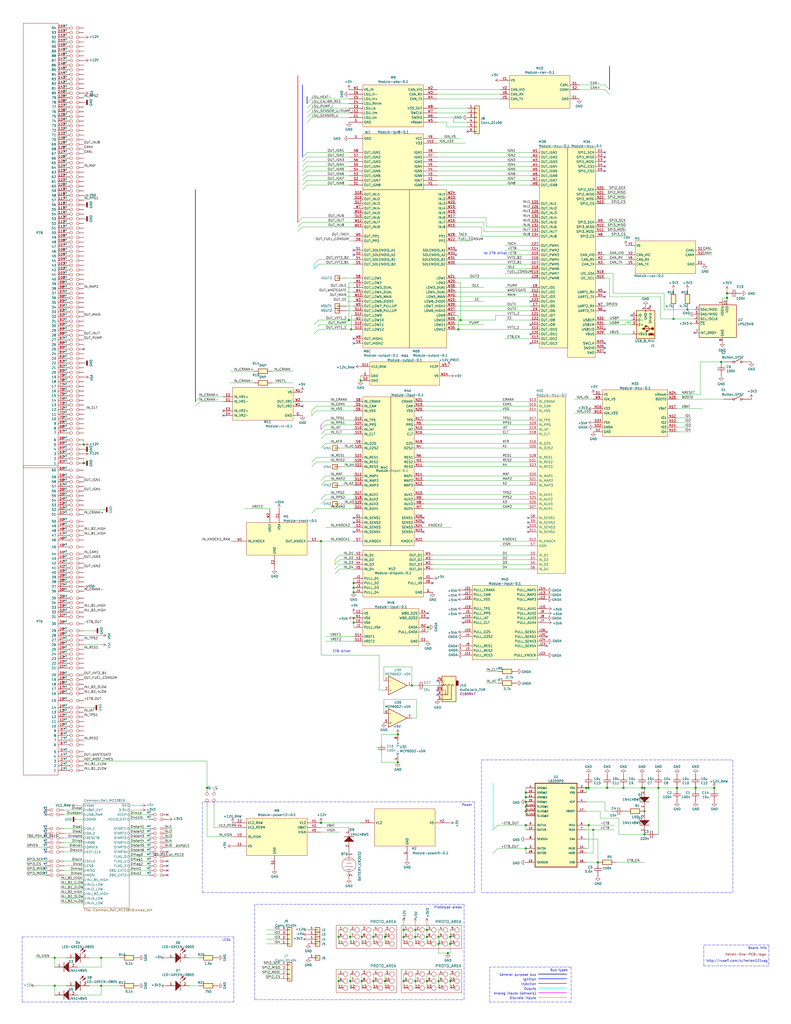
<source format=kicad_sch>
(kicad_sch (version 20210406) (generator eeschema)
  (paper "C" portrait)
  (title_block (title "Hellen154vag") (date "2021-03-10") (rev "0.1") (company "rusEFI.com"))
  (lib_symbols
    (symbol "284617-1:284617-1" (pin_names (offset 1.016))
      (property "Reference" "P" (at 0 6.35 0))
      (property "Value" "284617-1" (at 0 3.81 0))
      (symbol "284617-1_1_1"
        (pin passive line (at -13.97 78.74 0) (length 3.81) (name "1") (number "1"))
        (pin passive line (at -13.97 54.61 0) (length 3.81) (name "10") (number "10"))
        (pin passive line (at -13.97 52.07 0) (length 3.81) (name "11") (number "11"))
        (pin passive line (at -13.97 49.53 0) (length 3.81) (name "12") (number "12"))
        (pin passive line (at -13.97 46.99 0) (length 3.81) (name "13") (number "13"))
        (pin passive line (at -13.97 44.45 0) (length 3.81) (name "14") (number "14"))
        (pin passive line (at -13.97 40.64 0) (length 3.81) (name "15") (number "15"))
        (pin passive line (at -13.97 36.83 0) (length 3.81) (name "16") (number "16"))
        (pin passive line (at -13.97 34.29 0) (length 3.81) (name "17") (number "17"))
        (pin passive line (at -13.97 31.75 0) (length 3.81) (name "18") (number "18"))
        (pin passive line (at -13.97 29.21 0) (length 3.81) (name "19") (number "19"))
        (pin passive line (at -13.97 76.2 0) (length 3.81) (name "2") (number "2"))
        (pin passive line (at -13.97 26.67 0) (length 3.81) (name "20") (number "20"))
        (pin passive line (at -13.97 22.86 0) (length 3.81) (name "21") (number "21"))
        (pin passive line (at -13.97 20.32 0) (length 3.81) (name "22") (number "22"))
        (pin passive line (at -13.97 17.78 0) (length 3.81) (name "23") (number "23"))
        (pin passive line (at -13.97 15.24 0) (length 3.81) (name "24") (number "24"))
        (pin passive line (at -13.97 12.7 0) (length 3.81) (name "25") (number "25"))
        (pin passive line (at -13.97 10.16 0) (length 3.81) (name "26") (number "26"))
        (pin passive line (at -13.97 7.62 0) (length 3.81) (name "27") (number "27"))
        (pin passive line (at -13.97 5.08 0) (length 3.81) (name "28") (number "28"))
        (pin passive line (at -13.97 2.54 0) (length 3.81) (name "29") (number "29"))
        (pin passive line (at -13.97 73.66 0) (length 3.81) (name "3") (number "3"))
        (pin passive line (at -13.97 -1.27 0) (length 3.81) (name "30") (number "30"))
        (pin passive line (at -13.97 -5.08 0) (length 3.81) (name "31") (number "31"))
        (pin passive line (at -13.97 -7.62 0) (length 3.81) (name "32") (number "32"))
        (pin passive line (at -13.97 -10.16 0) (length 3.81) (name "33") (number "33"))
        (pin passive line (at -13.97 -12.7 0) (length 3.81) (name "34") (number "34"))
        (pin passive line (at -13.97 -15.24 0) (length 3.81) (name "35") (number "35"))
        (pin passive line (at -13.97 -19.05 0) (length 3.81) (name "36") (number "36"))
        (pin passive line (at -13.97 -21.59 0) (length 3.81) (name "37") (number "37"))
        (pin passive line (at -13.97 -24.13 0) (length 3.81) (name "38") (number "38"))
        (pin passive line (at -13.97 -26.67 0) (length 3.81) (name "39") (number "39"))
        (pin passive line (at -13.97 71.12 0) (length 3.81) (name "4") (number "4"))
        (pin passive line (at -13.97 -29.21 0) (length 3.81) (name "40") (number "40"))
        (pin passive line (at -13.97 -31.75 0) (length 3.81) (name "41") (number "41"))
        (pin passive line (at -13.97 -34.29 0) (length 3.81) (name "42") (number "42"))
        (pin passive line (at -13.97 -36.83 0) (length 3.81) (name "43") (number "43"))
        (pin passive line (at -13.97 -39.37 0) (length 3.81) (name "44") (number "44"))
        (pin passive line (at -13.97 -43.18 0) (length 3.81) (name "45") (number "45"))
        (pin passive line (at -13.97 -46.99 0) (length 3.81) (name "46") (number "46"))
        (pin passive line (at -13.97 -49.53 0) (length 3.81) (name "47") (number "47"))
        (pin passive line (at -13.97 -52.07 0) (length 3.81) (name "48") (number "48"))
        (pin passive line (at -13.97 -54.61 0) (length 3.81) (name "49") (number "49"))
        (pin passive line (at -13.97 68.58 0) (length 3.81) (name "5") (number "5"))
        (pin passive line (at -13.97 -57.15 0) (length 3.81) (name "50") (number "50"))
        (pin passive line (at -13.97 -60.96 0) (length 3.81) (name "51") (number "51"))
        (pin passive line (at -13.97 -63.5 0) (length 3.81) (name "52") (number "52"))
        (pin passive line (at -13.97 -66.04 0) (length 3.81) (name "53") (number "53"))
        (pin passive line (at -13.97 -68.58 0) (length 3.81) (name "54") (number "54"))
        (pin passive line (at -13.97 -71.12 0) (length 3.81) (name "55") (number "55"))
        (pin passive line (at -13.97 -73.66 0) (length 3.81) (name "56") (number "56"))
        (pin passive line (at -13.97 -76.2 0) (length 3.81) (name "57") (number "57"))
        (pin passive line (at -13.97 -78.74 0) (length 3.81) (name "58") (number "58"))
        (pin passive line (at -13.97 -81.28 0) (length 3.81) (name "59") (number "59"))
        (pin passive line (at -13.97 64.77 0) (length 3.81) (name "6") (number "6"))
        (pin passive line (at -13.97 -85.09 0) (length 3.81) (name "60") (number "60"))
        (pin passive line (at -13.97 62.23 0) (length 3.81) (name "7") (number "7"))
        (pin passive line (at -13.97 59.69 0) (length 3.81) (name "8") (number "8"))
        (pin passive line (at -13.97 57.15 0) (length 3.81) (name "9") (number "9"))
      )
      (symbol "284617-1_2_1"
        (pin passive line (at -13.97 22.86 0) (length 3.81) (name "40") (number "100"))
        (pin passive line (at -13.97 20.32 0) (length 3.81) (name "41") (number "101"))
        (pin passive line (at -13.97 17.78 0) (length 3.81) (name "42") (number "102"))
        (pin passive line (at -13.97 15.24 0) (length 3.81) (name "43") (number "103"))
        (pin passive line (at -13.97 12.7 0) (length 3.81) (name "44") (number "104"))
        (pin passive line (at -13.97 10.16 0) (length 3.81) (name "45") (number "105"))
        (pin passive line (at -13.97 7.62 0) (length 3.81) (name "46") (number "106"))
        (pin passive line (at -13.97 5.08 0) (length 3.81) (name "47") (number "107"))
        (pin passive line (at -13.97 2.54 0) (length 3.81) (name "48") (number "108"))
        (pin passive line (at -13.97 0 0) (length 3.81) (name "49") (number "109"))
        (pin passive line (at -13.97 -2.54 0) (length 3.81) (name "50") (number "110"))
        (pin passive line (at -13.97 -5.08 0) (length 3.81) (name "51") (number "111"))
        (pin passive line (at -13.97 -7.62 0) (length 3.81) (name "52") (number "112"))
        (pin passive line (at -13.97 -10.16 0) (length 3.81) (name "53") (number "113"))
        (pin passive line (at -13.97 -12.7 0) (length 3.81) (name "54") (number "114"))
        (pin passive line (at -13.97 -15.24 0) (length 3.81) (name "55") (number "115"))
        (pin passive line (at -13.97 -17.78 0) (length 3.81) (name "56") (number "116"))
        (pin passive line (at -13.97 -20.32 0) (length 3.81) (name "57") (number "117"))
        (pin passive line (at -13.97 -22.86 0) (length 3.81) (name "58") (number "118"))
        (pin passive line (at -13.97 -25.4 0) (length 3.81) (name "59") (number "119"))
        (pin passive line (at -13.97 -27.94 0) (length 3.81) (name "60") (number "120"))
        (pin passive line (at -13.97 -30.48 0) (length 3.81) (name "61") (number "121"))
        (pin passive line (at -13.97 -33.02 0) (length 3.81) (name "62") (number "122"))
        (pin passive line (at -13.97 -35.56 0) (length 3.81) (name "63") (number "123"))
        (pin passive line (at -13.97 -38.1 0) (length 3.81) (name "64") (number "124"))
        (pin passive line (at -13.97 -40.64 0) (length 3.81) (name "65") (number "125"))
        (pin passive line (at -13.97 -43.18 0) (length 3.81) (name "66") (number "126"))
        (pin passive line (at -13.97 -45.72 0) (length 3.81) (name "67") (number "127"))
        (pin passive line (at -13.97 -48.26 0) (length 3.81) (name "68") (number "128"))
        (pin passive line (at -13.97 -50.8 0) (length 3.81) (name "69") (number "129"))
        (pin passive line (at -13.97 -53.34 0) (length 3.81) (name "70") (number "130"))
        (pin passive line (at -13.97 -55.88 0) (length 3.81) (name "71") (number "131"))
        (pin passive line (at -13.97 -58.42 0) (length 3.81) (name "72") (number "132"))
        (pin passive line (at -13.97 -60.96 0) (length 3.81) (name "73") (number "133"))
        (pin passive line (at -13.97 -63.5 0) (length 3.81) (name "74") (number "134"))
        (pin passive line (at -13.97 -66.04 0) (length 3.81) (name "75") (number "135"))
        (pin passive line (at -13.97 -68.58 0) (length 3.81) (name "76") (number "136"))
        (pin passive line (at -13.97 -71.12 0) (length 3.81) (name "77") (number "137"))
        (pin passive line (at -13.97 -73.66 0) (length 3.81) (name "78") (number "138"))
        (pin passive line (at -13.97 -76.2 0) (length 3.81) (name "79") (number "139"))
        (pin passive line (at -13.97 -78.74 0) (length 3.81) (name "80") (number "140"))
        (pin passive line (at -13.97 -81.28 0) (length 3.81) (name "81") (number "141"))
        (pin passive line (at -13.97 -83.82 0) (length 3.81) (name "82") (number "142"))
        (pin passive line (at -13.97 -86.36 0) (length 3.81) (name "83") (number "143"))
        (pin passive line (at -13.97 -88.9 0) (length 3.81) (name "84") (number "144"))
        (pin passive line (at -13.97 -91.44 0) (length 3.81) (name "85") (number "145"))
        (pin passive line (at -13.97 -93.98 0) (length 3.81) (name "86") (number "146"))
        (pin passive line (at -13.97 -96.52 0) (length 3.81) (name "87") (number "147"))
        (pin passive line (at -13.97 -99.06 0) (length 3.81) (name "88") (number "148"))
        (pin passive line (at -13.97 -101.6 0) (length 3.81) (name "89") (number "149"))
        (pin passive line (at -13.97 -104.14 0) (length 3.81) (name "90") (number "150"))
        (pin passive line (at -13.97 -106.68 0) (length 3.81) (name "91") (number "151"))
        (pin passive line (at -13.97 -109.22 0) (length 3.81) (name "92") (number "152"))
        (pin passive line (at -13.97 -111.76 0) (length 3.81) (name "93") (number "153"))
        (pin passive line (at -13.97 -114.3 0) (length 3.81) (name "94") (number "154"))
        (pin passive line (at -13.97 123.19 0) (length 3.81) (name "1") (number "61"))
        (pin passive line (at -13.97 120.65 0) (length 3.81) (name "2") (number "62"))
        (pin passive line (at -13.97 118.11 0) (length 3.81) (name "3") (number "63"))
        (pin passive line (at -13.97 115.57 0) (length 3.81) (name "4") (number "64"))
        (pin passive line (at -13.97 113.03 0) (length 3.81) (name "5") (number "65"))
        (pin passive line (at -13.97 110.49 0) (length 3.81) (name "6") (number "66"))
        (pin passive line (at -13.97 106.68 0) (length 3.81) (name "7") (number "67"))
        (pin passive line (at -13.97 104.14 0) (length 3.81) (name "8") (number "68"))
        (pin passive line (at -13.97 101.6 0) (length 3.81) (name "9") (number "69"))
        (pin passive line (at -13.97 99.06 0) (length 3.81) (name "10") (number "70"))
        (pin passive line (at -13.97 96.52 0) (length 3.81) (name "11") (number "71"))
        (pin passive line (at -13.97 93.98 0) (length 3.81) (name "12") (number "72"))
        (pin passive line (at -13.97 91.44 0) (length 3.81) (name "13") (number "73"))
        (pin passive line (at -13.97 88.9 0) (length 3.81) (name "14") (number "74"))
        (pin passive line (at -13.97 86.36 0) (length 3.81) (name "15") (number "75"))
        (pin passive line (at -13.97 83.82 0) (length 3.81) (name "16") (number "76"))
        (pin passive line (at -13.97 81.28 0) (length 3.81) (name "17") (number "77"))
        (pin passive line (at -13.97 78.74 0) (length 3.81) (name "18") (number "78"))
        (pin passive line (at -13.97 76.2 0) (length 3.81) (name "19") (number "79"))
        (pin passive line (at -13.97 73.66 0) (length 3.81) (name "20") (number "80"))
        (pin passive line (at -13.97 71.12 0) (length 3.81) (name "21") (number "81"))
        (pin passive line (at -13.97 68.58 0) (length 3.81) (name "22") (number "82"))
        (pin passive line (at -13.97 66.04 0) (length 3.81) (name "23") (number "83"))
        (pin passive line (at -13.97 63.5 0) (length 3.81) (name "24") (number "84"))
        (pin passive line (at -13.97 60.96 0) (length 3.81) (name "25") (number "85"))
        (pin passive line (at -13.97 58.42 0) (length 3.81) (name "26") (number "86"))
        (pin passive line (at -13.97 55.88 0) (length 3.81) (name "27") (number "87"))
        (pin passive line (at -13.97 53.34 0) (length 3.81) (name "28") (number "88"))
        (pin passive line (at -13.97 50.8 0) (length 3.81) (name "29") (number "89"))
        (pin passive line (at -13.97 48.26 0) (length 3.81) (name "30") (number "90"))
        (pin passive line (at -13.97 45.72 0) (length 3.81) (name "31") (number "91"))
        (pin passive line (at -13.97 43.18 0) (length 3.81) (name "32") (number "92"))
        (pin passive line (at -13.97 40.64 0) (length 3.81) (name "33") (number "93"))
        (pin passive line (at -13.97 38.1 0) (length 3.81) (name "34") (number "94"))
        (pin passive line (at -13.97 35.56 0) (length 3.81) (name "35") (number "95"))
        (pin passive line (at -13.97 33.02 0) (length 3.81) (name "36") (number "96"))
        (pin passive line (at -13.97 30.48 0) (length 3.81) (name "37") (number "97"))
        (pin passive line (at -13.97 27.94 0) (length 3.81) (name "38") (number "98"))
        (pin passive line (at -13.97 25.4 0) (length 3.81) (name "39") (number "99"))
      )
    )
    (symbol "368255-2:368255-2" (pin_names (offset 1.016))
      (property "Reference" "P" (at -1.27 0 0))
      (property "Value" "368255-2" (at 0 3.81 0))
      (symbol "368255-2_1_1"
        (pin passive line (at -19.05 12.7 0) (length 7.62) (name "1") (number "1"))
        (pin passive line (at -19.05 -1.27 0) (length 7.62) (name "114") (number "114"))
        (pin passive line (at -19.05 -3.81 0) (length 7.62) (name "115") (number "115"))
        (pin passive line (at -19.05 -6.35 0) (length 7.62) (name "116") (number "116"))
        (pin passive line (at -19.05 -8.89 0) (length 7.62) (name "117") (number "117"))
        (pin passive line (at -19.05 -11.43 0) (length 7.62) (name "118") (number "118"))
        (pin passive line (at -19.05 -13.97 0) (length 7.62) (name "119") (number "119"))
        (pin passive line (at -19.05 -16.51 0) (length 7.62) (name "120") (number "120"))
        (pin passive line (at -19.05 -19.05 0) (length 7.62) (name "121") (number "121"))
        (pin passive line (at -19.05 10.16 0) (length 7.62) (name "2") (number "2"))
        (pin passive line (at -19.05 7.62 0) (length 7.62) (name "3") (number "3"))
        (pin passive line (at -19.05 5.08 0) (length 7.62) (name "4") (number "4"))
        (pin passive line (at -19.05 2.54 0) (length 7.62) (name "5") (number "5"))
      )
      (symbol "368255-2_2_1"
        (pin passive line (at -19.05 140.97 0) (length 7.62) (name "10") (number "10"))
        (pin passive line (at -19.05 -105.41 0) (length 7.62) (name "100") (number "100"))
        (pin passive line (at -19.05 -107.95 0) (length 7.62) (name "101") (number "101"))
        (pin passive line (at -19.05 -110.49 0) (length 7.62) (name "102") (number "102"))
        (pin passive line (at -19.05 -113.03 0) (length 7.62) (name "103") (number "103"))
        (pin passive line (at -19.05 -115.57 0) (length 7.62) (name "104") (number "104"))
        (pin passive line (at -19.05 -118.11 0) (length 7.62) (name "105") (number "105"))
        (pin passive line (at -19.05 -123.19 0) (length 7.62) (name "106") (number "106"))
        (pin passive line (at -19.05 -125.73 0) (length 7.62) (name "107") (number "107"))
        (pin passive line (at -19.05 -128.27 0) (length 7.62) (name "108") (number "108"))
        (pin passive line (at -19.05 -130.81 0) (length 7.62) (name "109") (number "109"))
        (pin passive line (at -19.05 138.43 0) (length 7.62) (name "11") (number "11"))
        (pin passive line (at -19.05 -133.35 0) (length 7.62) (name "110") (number "110"))
        (pin passive line (at -19.05 -135.89 0) (length 7.62) (name "111") (number "111"))
        (pin passive line (at -19.05 -138.43 0) (length 7.62) (name "112") (number "112"))
        (pin passive line (at -19.05 -140.97 0) (length 7.62) (name "113") (number "113"))
        (pin passive line (at -19.05 135.89 0) (length 7.62) (name "12") (number "12"))
        (pin passive line (at -19.05 133.35 0) (length 7.62) (name "13") (number "13"))
        (pin passive line (at -19.05 130.81 0) (length 7.62) (name "14") (number "14"))
        (pin passive line (at -19.05 128.27 0) (length 7.62) (name "15") (number "15"))
        (pin passive line (at -19.05 125.73 0) (length 7.62) (name "16") (number "16"))
        (pin passive line (at -19.05 123.19 0) (length 7.62) (name "17") (number "17"))
        (pin passive line (at -19.05 120.65 0) (length 7.62) (name "18") (number "18"))
        (pin passive line (at -19.05 118.11 0) (length 7.62) (name "19") (number "19"))
        (pin passive line (at -19.05 115.57 0) (length 7.62) (name "20") (number "20"))
        (pin passive line (at -19.05 113.03 0) (length 7.62) (name "21") (number "21"))
        (pin passive line (at -19.05 110.49 0) (length 7.62) (name "22") (number "22"))
        (pin passive line (at -19.05 107.95 0) (length 7.62) (name "23") (number "23"))
        (pin passive line (at -19.05 105.41 0) (length 7.62) (name "24") (number "24"))
        (pin passive line (at -19.05 100.33 0) (length 7.62) (name "25") (number "25"))
        (pin passive line (at -19.05 97.79 0) (length 7.62) (name "26") (number "26"))
        (pin passive line (at -19.05 95.25 0) (length 7.62) (name "27") (number "27"))
        (pin passive line (at -19.05 92.71 0) (length 7.62) (name "28") (number "28"))
        (pin passive line (at -19.05 90.17 0) (length 7.62) (name "29") (number "29"))
        (pin passive line (at -19.05 87.63 0) (length 7.62) (name "30") (number "30"))
        (pin passive line (at -19.05 85.09 0) (length 7.62) (name "31") (number "31"))
        (pin passive line (at -19.05 82.55 0) (length 7.62) (name "32") (number "32"))
        (pin passive line (at -19.05 80.01 0) (length 7.62) (name "33") (number "33"))
        (pin passive line (at -19.05 77.47 0) (length 7.62) (name "34") (number "34"))
        (pin passive line (at -19.05 74.93 0) (length 7.62) (name "35") (number "35"))
        (pin passive line (at -19.05 72.39 0) (length 7.62) (name "36") (number "36"))
        (pin passive line (at -19.05 69.85 0) (length 7.62) (name "37") (number "37"))
        (pin passive line (at -19.05 67.31 0) (length 7.62) (name "38") (number "38"))
        (pin passive line (at -19.05 64.77 0) (length 7.62) (name "39") (number "39"))
        (pin passive line (at -19.05 62.23 0) (length 7.62) (name "40") (number "40"))
        (pin passive line (at -19.05 59.69 0) (length 7.62) (name "41") (number "41"))
        (pin passive line (at -19.05 57.15 0) (length 7.62) (name "42") (number "42"))
        (pin passive line (at -19.05 54.61 0) (length 7.62) (name "43") (number "43"))
        (pin passive line (at -19.05 49.53 0) (length 7.62) (name "44") (number "44"))
        (pin passive line (at -19.05 46.99 0) (length 7.62) (name "45") (number "45"))
        (pin input line (at -19.05 44.45 0) (length 7.62) (name "46") (number "46"))
        (pin input line (at -19.05 41.91 0) (length 7.62) (name "47") (number "47"))
        (pin input line (at -19.05 39.37 0) (length 7.62) (name "48") (number "48"))
        (pin input line (at -19.05 36.83 0) (length 7.62) (name "49") (number "49"))
        (pin input line (at -19.05 34.29 0) (length 7.62) (name "50") (number "50"))
        (pin passive line (at -19.05 31.75 0) (length 7.62) (name "51") (number "51"))
        (pin passive line (at -19.05 29.21 0) (length 7.62) (name "52") (number "52"))
        (pin passive line (at -19.05 26.67 0) (length 7.62) (name "53") (number "53"))
        (pin passive line (at -19.05 24.13 0) (length 7.62) (name "54") (number "54"))
        (pin passive line (at -19.05 21.59 0) (length 7.62) (name "55") (number "55"))
        (pin passive line (at -19.05 19.05 0) (length 7.62) (name "56") (number "56"))
        (pin passive line (at -19.05 16.51 0) (length 7.62) (name "57") (number "57"))
        (pin passive line (at -19.05 13.97 0) (length 7.62) (name "58") (number "58"))
        (pin passive line (at -19.05 11.43 0) (length 7.62) (name "59") (number "59"))
        (pin passive line (at -19.05 151.13 0) (length 7.62) (name "6") (number "6"))
        (pin passive line (at -19.05 8.89 0) (length 7.62) (name "60") (number "60"))
        (pin passive line (at -19.05 6.35 0) (length 7.62) (name "61") (number "61"))
        (pin passive line (at -19.05 3.81 0) (length 7.62) (name "62") (number "62"))
        (pin passive line (at -19.05 -2.54 0) (length 7.62) (name "63") (number "63"))
        (pin passive line (at -19.05 -5.08 0) (length 7.62) (name "64") (number "64"))
        (pin input line (at -19.05 -7.62 0) (length 7.62) (name "65") (number "65"))
        (pin input line (at -19.05 -10.16 0) (length 7.62) (name "66") (number "66"))
        (pin input line (at -19.05 -12.7 0) (length 7.62) (name "67") (number "67"))
        (pin input line (at -19.05 -15.24 0) (length 7.62) (name "68") (number "68"))
        (pin input line (at -19.05 -17.78 0) (length 7.62) (name "69") (number "69"))
        (pin passive line (at -19.05 148.59 0) (length 7.62) (name "7") (number "7"))
        (pin input line (at -19.05 -20.32 0) (length 7.62) (name "70") (number "70"))
        (pin passive line (at -19.05 -22.86 0) (length 7.62) (name "71") (number "71"))
        (pin passive line (at -19.05 -25.4 0) (length 7.62) (name "72") (number "72"))
        (pin passive line (at -19.05 -27.94 0) (length 7.62) (name "73") (number "73"))
        (pin passive line (at -19.05 -30.48 0) (length 7.62) (name "74") (number "74"))
        (pin passive line (at -19.05 -33.02 0) (length 7.62) (name "75") (number "75"))
        (pin passive line (at -19.05 -35.56 0) (length 7.62) (name "76") (number "76"))
        (pin passive line (at -19.05 -38.1 0) (length 7.62) (name "77") (number "77"))
        (pin passive line (at -19.05 -40.64 0) (length 7.62) (name "78") (number "78"))
        (pin passive line (at -19.05 -43.18 0) (length 7.62) (name "79") (number "79"))
        (pin passive line (at -19.05 146.05 0) (length 7.62) (name "8") (number "8"))
        (pin passive line (at -19.05 -45.72 0) (length 7.62) (name "80") (number "80"))
        (pin passive line (at -19.05 -48.26 0) (length 7.62) (name "81") (number "81"))
        (pin passive line (at -19.05 -54.61 0) (length 7.62) (name "82") (number "82"))
        (pin passive line (at -19.05 -57.15 0) (length 7.62) (name "83") (number "83"))
        (pin passive line (at -19.05 -59.69 0) (length 7.62) (name "84") (number "84"))
        (pin passive line (at -19.05 -62.23 0) (length 7.62) (name "85") (number "85"))
        (pin passive line (at -19.05 -64.77 0) (length 7.62) (name "86") (number "86"))
        (pin passive line (at -19.05 -67.31 0) (length 7.62) (name "87") (number "87"))
        (pin passive line (at -19.05 -69.85 0) (length 7.62) (name "88") (number "88"))
        (pin passive line (at -19.05 -72.39 0) (length 7.62) (name "89") (number "89"))
        (pin passive line (at -19.05 143.51 0) (length 7.62) (name "9") (number "9"))
        (pin passive line (at -19.05 -77.47 0) (length 7.62) (name "90") (number "90"))
        (pin passive line (at -19.05 -80.01 0) (length 7.62) (name "91") (number "91"))
        (pin passive line (at -19.05 -82.55 0) (length 7.62) (name "92") (number "92"))
        (pin passive line (at -19.05 -85.09 0) (length 7.62) (name "93") (number "93"))
        (pin passive line (at -19.05 -87.63 0) (length 7.62) (name "94") (number "94"))
        (pin passive line (at -19.05 -90.17 0) (length 7.62) (name "95") (number "95"))
        (pin passive line (at -19.05 -92.71 0) (length 7.62) (name "96") (number "96"))
        (pin passive line (at -19.05 -95.25 0) (length 7.62) (name "97") (number "97"))
        (pin passive line (at -19.05 -100.33 0) (length 7.62) (name "98") (number "98"))
        (pin passive line (at -19.05 -102.87 0) (length 7.62) (name "99") (number "99"))
      )
    )
    (symbol "Amplifier_Operational:MCP6002-xSN" (pin_names (offset 0.127))
      (property "Reference" "U" (at 0 5.08 0))
      (property "Value" "MCP6002-xSN" (at 0 -5.08 0))
      (symbol "MCP6002-xSN_1_1"
        (pin output line (at 7.62 0 180) (length 2.54) (name "~") (number "1"))
        (pin input line (at -7.62 -2.54 0) (length 2.54) (name "-") (number "2"))
        (pin input line (at -7.62 2.54 0) (length 2.54) (name "+") (number "3"))
      )
      (symbol "MCP6002-xSN_2_1"
        (pin input line (at -7.62 2.54 0) (length 2.54) (name "+") (number "5"))
        (pin input line (at -7.62 -2.54 0) (length 2.54) (name "-") (number "6"))
        (pin output line (at 7.62 0 180) (length 2.54) (name "~") (number "7"))
      )
      (symbol "MCP6002-xSN_3_1"
        (pin power_in line (at -2.54 -7.62 90) (length 3.81) (name "V-") (number "4"))
        (pin power_in line (at -2.54 7.62 270) (length 3.81) (name "V+") (number "8"))
      )
    )
    (symbol "Connector_Generic:Conn_01x01" (pin_names (offset 1.016) hide)
      (property "Reference" "J" (at 0 2.54 0))
      (property "Value" "Conn_01x01" (at 0 -2.54 0))
      (symbol "Conn_01x01_1_1"
        (pin passive line (at -5.08 0 0) (length 3.81) (name "Pin_1") (number "1"))
      )
    )
    (symbol "Connector_Generic:Conn_01x04" (pin_names (offset 1.016) hide)
      (property "Reference" "J" (at 0 5.08 0))
      (property "Value" "Conn_01x04" (at 0 -7.62 0))
      (symbol "Conn_01x04_1_1"
        (pin passive line (at -5.08 2.54 0) (length 3.81) (name "Pin_1") (number "1"))
        (pin passive line (at -5.08 0 0) (length 3.81) (name "Pin_2") (number "2"))
        (pin passive line (at -5.08 -2.54 0) (length 3.81) (name "Pin_3") (number "3"))
        (pin passive line (at -5.08 -5.08 0) (length 3.81) (name "Pin_4") (number "4"))
      )
    )
    (symbol "Connector_Generic:Conn_01x06" (pin_names (offset 1.016) hide)
      (property "Reference" "J" (at 0 7.62 0))
      (property "Value" "Conn_01x06" (at 0 -10.16 0))
      (symbol "Conn_01x06_1_1"
        (pin passive line (at -5.08 5.08 0) (length 3.81) (name "Pin_1") (number "1"))
        (pin passive line (at -5.08 2.54 0) (length 3.81) (name "Pin_2") (number "2"))
        (pin passive line (at -5.08 0 0) (length 3.81) (name "Pin_3") (number "3"))
        (pin passive line (at -5.08 -2.54 0) (length 3.81) (name "Pin_4") (number "4"))
        (pin passive line (at -5.08 -5.08 0) (length 3.81) (name "Pin_5") (number "5"))
        (pin passive line (at -5.08 -7.62 0) (length 3.81) (name "Pin_6") (number "6"))
      )
    )
    (symbol "Sensor_Pressure:LPS25HB"
      (property "Reference" "U" (at -10.16 8.89 0))
      (property "Value" "LPS25HB" (at 10.16 8.89 0))
      (symbol "LPS25HB_1_1"
        (pin power_in line (at -2.54 10.16 270) (length 2.54) (name "VDDio") (number "1"))
        (pin power_in line (at -5.08 10.16 270) (length 2.54) (name "VDD") (number "10"))
        (pin input line (at 12.7 0 180) (length 2.54) (name "SCL/SCLK") (number "2"))
        (pin passive line (at -2.54 -12.7 90) (length 2.54) hide (name "GND") (number "3"))
        (pin bidirectional line (at 12.7 5.08 180) (length 2.54) (name "SDA/MOSI") (number "4"))
        (pin bidirectional line (at 12.7 2.54 180) (length 2.54) (name "SA0/MISO") (number "5"))
        (pin input line (at 12.7 -2.54 180) (length 2.54) (name "~CS") (number "6"))
        (pin output line (at 12.7 -7.62 180) (length 2.54) (name "INT_DRDY") (number "7"))
        (pin power_in line (at -2.54 -12.7 90) (length 2.54) (name "GND") (number "8"))
        (pin passive line (at -2.54 -12.7 90) (length 2.54) hide (name "GND") (number "9"))
      )
    )
    (symbol "art-electro-power:BATTERY_CR2032" (pin_names (offset 0))
      (property "Reference" "BT" (at 0 5.08 0))
      (property "Value" "BATTERY_CR2032" (at 0 -4.826 0))
      (symbol "BATTERY_CR2032_1_1"
        (pin passive line (at -7.62 0 0) (length 3.81) (name "+") (number "1"))
        (pin passive line (at 7.62 0 180) (length 3.81) (name "-") (number "2"))
      )
    )
    (symbol "hellen-one-can-0.1:Module-can-0.1_1"
      (property "Reference" "M" (at 0 0 0))
      (property "Value" "Module-can-0.1" (at 0 0 0))
      (symbol "Module-can-0.1_1_1_0"
        (pin passive line (at 38.1 -12.7 180) (length 5.08) (name "GND") (number "E1"))
        (pin passive line (at 38.1 -5.08 180) (length 5.08) (name "CANL") (number "S1"))
        (pin passive line (at 38.1 -7.62 180) (length 5.08) (name "CANH") (number "S2"))
        (pin passive line (at -5.08 -2.54 0) (length 5.08) (name "V5") (number "V1"))
        (pin passive line (at -5.08 -7.62 0) (length 5.08) (name "CAN_VIO") (number "V2"))
        (pin passive line (at -5.08 -12.7 0) (length 5.08) (name "CAN_TX") (number "V5"))
        (pin passive line (at -5.08 -10.16 0) (length 5.08) (name "CAN_RX") (number "V6"))
      )
    )
    (symbol "hellen-one-can-0.1:Module-can-0.1_2"
      (property "Reference" "M" (at 0 0 0))
      (property "Value" "Module-can-0.1" (at 0 0 0))
      (symbol "Module-can-0.1_2_1_0"
        (pin passive line (at 38.1 -12.7 180) (length 5.08) (name "GND") (number "E1"))
        (pin passive line (at 38.1 -5.08 180) (length 5.08) (name "CANL") (number "S1"))
        (pin passive line (at 38.1 -7.62 180) (length 5.08) (name "CANH") (number "S2"))
        (pin passive line (at -5.08 -2.54 0) (length 5.08) (name "V5") (number "V1"))
        (pin passive line (at -5.08 -7.62 0) (length 5.08) (name "CAN_VIO") (number "V2"))
        (pin passive line (at -5.08 -12.7 0) (length 5.08) (name "CAN_TX") (number "V5"))
        (pin passive line (at -5.08 -10.16 0) (length 5.08) (name "CAN_RX") (number "V6"))
      )
    )
    (symbol "hellen-one-common:+12V_PROT" (power) (pin_names (offset 0))
      (property "Value" "+12V_PROT" (at 0 3.556 0))
      (symbol "+12V_PROT_1_1"
        (pin power_in line (at 0 0 90) (length 0) hide (name "+12V_PROT") (number "1"))
      )
    )
    (symbol "hellen-one-common:+12V_RAW" (power) (pin_names (offset 0))
      (property "Value" "+12V_RAW" (at 0 3.556 0))
      (symbol "+12V_RAW_1_1"
        (pin power_in line (at 0 0 90) (length 0) hide (name "+12V_RAW") (number "1"))
      )
    )
    (symbol "hellen-one-common:1N4148WS"
      (property "Reference" "D" (at 0 2.54 0))
      (property "Value" "1N4148WS" (at 0 -3.81 0))
      (symbol "1N4148WS_1_0"
        (pin passive line (at 7.62 0 180) (length 5.08) (name "K") (number "1"))
        (pin passive line (at -5.08 0 0) (length 5.08) (name "A") (number "2"))
      )
    )
    (symbol "hellen-one-common:AudioJack_THR"
      (property "Reference" "J" (at 0 8.89 0))
      (property "Value" "AudioJack_THR" (at 0 6.35 0))
      (property "LCSC" "C165947" (at 0 0 0))
      (symbol "AudioJack_THR_1_1"
        (pin passive line (at 5.08 0 180) (length 2.54) (name "~") (number "R"))
        (pin passive line (at 5.08 -2.54 180) (length 2.54) (name "~") (number "RN"))
        (pin passive line (at 5.08 2.54 180) (length 2.54) (name "~") (number "S"))
        (pin passive line (at 5.08 -5.08 180) (length 2.54) (name "~") (number "T"))
        (pin passive line (at 5.08 -7.62 180) (length 2.54) (name "~") (number "TN"))
      )
    )
    (symbol "hellen-one-common:Button_SPST_1" (pin_numbers hide)
      (property "Reference" "S" (at -5.08 2.54 0))
      (property "Value" "Button_SPST" (at 0 0 0))
      (symbol "Button_SPST_1_1_0"
        (pin passive line (at -5.08 -2.54 0) (length 5.08) (name "") (number "1"))
        (pin passive line (at 10.16 -2.54 180) (length 5.08) (name "") (number "2"))
      )
    )
    (symbol "hellen-one-common:Button_SPST_2" (pin_numbers hide)
      (property "Reference" "S" (at -5.08 2.54 0))
      (property "Value" "Button_SPST" (at 0 0 0))
      (symbol "Button_SPST_2_1_0"
        (pin passive line (at -5.08 -2.54 0) (length 5.08) (name "") (number "1"))
        (pin passive line (at 10.16 -2.54 180) (length 5.08) (name "") (number "2"))
      )
    )
    (symbol "hellen-one-common:Cap" (pin_numbers hide)
      (property "Reference" "C" (at -3.81 2.54 0))
      (property "Value" "Cap" (at -2.54 -1.27 0))
      (symbol "Cap_1_0"
        (pin passive line (at -3.81 0 0) (length 2.54) (name "") (number "1"))
        (pin passive line (at 3.81 0 180) (length 2.54) (name "") (number "2"))
      )
    )
    (symbol "hellen-one-common:Fuse-Pad-Pad" (pin_numbers hide) (pin_names (offset 0.762) hide)
      (property "Reference" "F" (at 0 2.54 0))
      (symbol "Fuse-Pad-Pad_0_1"
        (pin passive line (at -5.08 0 0) (length 2.54) (name "1") (number "1"))
        (pin passive line (at 5.08 0 180) (length 2.54) (name "2") (number "2"))
      )
    )
    (symbol "hellen-one-common:Jumper-Pad-Pad" (pin_numbers hide) (pin_names (offset 0.762) hide)
      (property "Reference" "R" (at 0 2.54 0))
      (symbol "Jumper-Pad-Pad_0_1"
        (pin passive line (at -5.08 0 0) (length 2.54) (name "1") (number "1"))
        (pin passive line (at 5.08 0 180) (length 2.54) (name "2") (number "2"))
      )
    )
    (symbol "hellen-one-common:L6205PD" (pin_names (offset 1.016))
      (property "Reference" "U" (at -10.1854 24.0538 0))
      (property "Value" "L6205PD" (at -10.1854 -25.6794 0))
      (symbol "L6205PD_0_0"
        (pin power_in line (at 17.78 20.32 180) (length 5.08) (name "GND@1") (number "1"))
        (pin power_in line (at 17.78 17.78 180) (length 5.08) (name "GND@2") (number "10"))
        (pin power_in line (at 17.78 15.24 180) (length 5.08) (name "GND@3") (number "11"))
        (pin output line (at 17.78 -2.54 180) (length 5.08) (name "OUT1B") (number "12"))
        (pin power_in line (at 17.78 -20.32 180) (length 5.08) (name "SENSEB") (number "13"))
        (pin input line (at -15.24 -12.7 0) (length 5.08) (name "IN1B") (number "14"))
        (pin input line (at -15.24 -15.24 0) (length 5.08) (name "IN2B") (number "15"))
        (pin bidirectional line (at -15.24 -20.32 0) (length 5.08) (name "ENB") (number "16"))
        (pin passive line (at -15.24 7.62 0) (length 5.08) (name "VBOOT") (number "17"))
        (pin output line (at 17.78 -15.24 180) (length 5.08) (name "OUT2B") (number "18"))
        (pin power_in line (at -15.24 17.78 0) (length 5.08) (name "VSB") (number "19"))
        (pin power_in line (at -15.24 20.32 0) (length 5.08) (name "VSA") (number "2"))
        (pin power_in line (at 17.78 12.7 180) (length 5.08) (name "GND@4") (number "20"))
        (pin output line (at 17.78 -12.7 180) (length 5.08) (name "OUT2A") (number "3"))
        (pin passive line (at -15.24 12.7 0) (length 5.08) (name "VCP") (number "4"))
        (pin bidirectional line (at -15.24 -7.62 0) (length 5.08) (name "ENA") (number "5"))
        (pin input line (at -15.24 0 0) (length 5.08) (name "IN1A") (number "6"))
        (pin input line (at -15.24 -2.54 0) (length 5.08) (name "IN2A") (number "7"))
        (pin power_in line (at 17.78 -7.62 180) (length 5.08) (name "SENSEA") (number "8"))
        (pin output line (at 17.78 0 180) (length 5.08) (name "OUT1A") (number "9"))
        (pin power_in line (at 17.78 10.16 180) (length 5.08) (name "SLUG@1") (number "SLUG1"))
        (pin power_in line (at 17.78 7.62 180) (length 5.08) (name "SLUG@2") (number "SLUG2"))
        (pin power_in line (at 17.78 5.08 180) (length 5.08) (name "SLUG@3") (number "SLUG3"))
      )
    )
    (symbol "hellen-one-common:LED"
      (property "Reference" "D" (at 0 2.54 0))
      (property "Value" "LED-COLOR-0805" (at 0 -3.81 0))
      (symbol "LED_1_0"
        (pin passive line (at -5.08 0 0) (length 5.08) (name "A") (number "1"))
        (pin passive line (at 7.62 0 180) (length 5.08) (name "K") (number "2"))
      )
    )
    (symbol "hellen-one-common:LOGO" (pin_names (offset 1.016))
      (symbol "LOGO_0_0"
        (text "" (at 35.56 6.35 0) (effects (font (size 1.27 1.27))))
        (text "Hellen-One-PCB-logo" (at 0 0 0) (effects (font (size 1.27 1.27))))
      )
    )
    (symbol "hellen-one-common:PROTO_AREA" (pin_names (offset 1.016))
      (property "Value" "PROTO_AREA" (at 25.4 3.81 0))
      (symbol "PROTO_AREA_0_0"
        (text "" (at 35.56 6.35 0) (effects (font (size 1.27 1.27))))
      )
      (symbol "PROTO_AREA_1_1"
        (pin passive line (at 1.27 0 0) (length 2.54) (name "") (number "1"))
        (pin passive line (at 26.67 -3.81 0) (length 2.54) (name "") (number "10"))
        (pin passive line (at 1.27 -7.62 0) (length 2.54) (name "") (number "11"))
        (pin passive line (at 7.62 -7.62 0) (length 2.54) (name "") (number "12"))
        (pin passive line (at 13.97 -7.62 0) (length 2.54) (name "") (number "13"))
        (pin passive line (at 20.32 -7.62 0) (length 2.54) (name "") (number "14"))
        (pin passive line (at 26.67 -7.62 0) (length 2.54) (name "") (number "15"))
        (pin passive line (at 7.62 0 0) (length 2.54) (name "") (number "2"))
        (pin passive line (at 13.97 0 0) (length 2.54) (name "") (number "3"))
        (pin passive line (at 20.32 0 0) (length 2.54) (name "") (number "4"))
        (pin passive line (at 26.67 0 0) (length 2.54) (name "") (number "5"))
        (pin passive line (at 1.27 -3.81 0) (length 2.54) (name "") (number "6"))
        (pin passive line (at 7.62 -3.81 0) (length 2.54) (name "") (number "7"))
        (pin passive line (at 13.97 -3.81 0) (length 2.54) (name "") (number "8"))
        (pin passive line (at 20.32 -3.81 0) (length 2.54) (name "") (number "9"))
      )
    )
    (symbol "hellen-one-common:Pad_1" (pin_numbers hide) (pin_names (offset 1.016) hide)
      (property "Reference" "P" (at 2.54 0 0))
      (symbol "Pad_1_1_1"
        (pin passive line (at -5.08 0 0) (length 3.81) (name "Pin_1") (number "1"))
      )
    )
    (symbol "hellen-one-common:Pad_10" (pin_numbers hide) (pin_names (offset 1.016) hide)
      (property "Reference" "P" (at 2.54 0 0))
      (symbol "Pad_10_1_1"
        (pin passive line (at -5.08 0 0) (length 3.81) (name "Pin_1") (number "1"))
      )
    )
    (symbol "hellen-one-common:Pad_11" (pin_numbers hide) (pin_names (offset 1.016) hide)
      (property "Reference" "P" (at 2.54 0 0))
      (symbol "Pad_11_1_1"
        (pin passive line (at -5.08 0 0) (length 3.81) (name "Pin_1") (number "1"))
      )
    )
    (symbol "hellen-one-common:Pad_12" (pin_numbers hide) (pin_names (offset 1.016) hide)
      (property "Reference" "P" (at 2.54 0 0))
      (symbol "Pad_12_1_1"
        (pin passive line (at -5.08 0 0) (length 3.81) (name "Pin_1") (number "1"))
      )
    )
    (symbol "hellen-one-common:Pad_13" (pin_numbers hide) (pin_names (offset 1.016) hide)
      (property "Reference" "P" (at 2.54 0 0))
      (symbol "Pad_13_1_1"
        (pin passive line (at -5.08 0 0) (length 3.81) (name "Pin_1") (number "1"))
      )
    )
    (symbol "hellen-one-common:Pad_14" (pin_numbers hide) (pin_names (offset 1.016) hide)
      (property "Reference" "P" (at 2.54 0 0))
      (symbol "Pad_14_1_1"
        (pin passive line (at -5.08 0 0) (length 3.81) (name "Pin_1") (number "1"))
      )
    )
    (symbol "hellen-one-common:Pad_15" (pin_numbers hide) (pin_names (offset 1.016) hide)
      (property "Reference" "P" (at 2.54 0 0))
      (symbol "Pad_15_1_1"
        (pin passive line (at -5.08 0 0) (length 3.81) (name "Pin_1") (number "1"))
      )
    )
    (symbol "hellen-one-common:Pad_16" (pin_numbers hide) (pin_names (offset 1.016) hide)
      (property "Reference" "P" (at 2.54 0 0))
      (symbol "Pad_16_1_1"
        (pin passive line (at -5.08 0 0) (length 3.81) (name "Pin_1") (number "1"))
      )
    )
    (symbol "hellen-one-common:Pad_17" (pin_numbers hide) (pin_names (offset 1.016) hide)
      (property "Reference" "P" (at 2.54 0 0))
      (symbol "Pad_17_1_1"
        (pin passive line (at -5.08 0 0) (length 3.81) (name "Pin_1") (number "1"))
      )
    )
    (symbol "hellen-one-common:Pad_18" (pin_numbers hide) (pin_names (offset 1.016) hide)
      (property "Reference" "P" (at 2.54 0 0))
      (symbol "Pad_18_1_1"
        (pin passive line (at -5.08 0 0) (length 3.81) (name "Pin_1") (number "1"))
      )
    )
    (symbol "hellen-one-common:Pad_19" (pin_numbers hide) (pin_names (offset 1.016) hide)
      (property "Reference" "P" (at 2.54 0 0))
      (symbol "Pad_19_1_1"
        (pin passive line (at -5.08 0 0) (length 3.81) (name "Pin_1") (number "1"))
      )
    )
    (symbol "hellen-one-common:Pad_2" (pin_numbers hide) (pin_names (offset 1.016) hide)
      (property "Reference" "P" (at 2.54 0 0))
      (symbol "Pad_2_1_1"
        (pin passive line (at -5.08 0 0) (length 3.81) (name "Pin_1") (number "1"))
      )
    )
    (symbol "hellen-one-common:Pad_20" (pin_numbers hide) (pin_names (offset 1.016) hide)
      (property "Reference" "P" (at 2.54 0 0))
      (symbol "Pad_20_1_1"
        (pin passive line (at -5.08 0 0) (length 3.81) (name "Pin_1") (number "1"))
      )
    )
    (symbol "hellen-one-common:Pad_21" (pin_numbers hide) (pin_names (offset 1.016) hide)
      (property "Reference" "P" (at 2.54 0 0))
      (symbol "Pad_21_1_1"
        (pin passive line (at -5.08 0 0) (length 3.81) (name "Pin_1") (number "1"))
      )
    )
    (symbol "hellen-one-common:Pad_22" (pin_numbers hide) (pin_names (offset 1.016) hide)
      (property "Reference" "P" (at 2.54 0 0))
      (symbol "Pad_22_1_1"
        (pin passive line (at -5.08 0 0) (length 3.81) (name "Pin_1") (number "1"))
      )
    )
    (symbol "hellen-one-common:Pad_23" (pin_numbers hide) (pin_names (offset 1.016) hide)
      (property "Reference" "P" (at 2.54 0 0))
      (symbol "Pad_23_1_1"
        (pin passive line (at -5.08 0 0) (length 3.81) (name "Pin_1") (number "1"))
      )
    )
    (symbol "hellen-one-common:Pad_24" (pin_numbers hide) (pin_names (offset 1.016) hide)
      (property "Reference" "P" (at 2.54 0 0))
      (symbol "Pad_24_1_1"
        (pin passive line (at -5.08 0 0) (length 3.81) (name "Pin_1") (number "1"))
      )
    )
    (symbol "hellen-one-common:Pad_25" (pin_numbers hide) (pin_names (offset 1.016) hide)
      (property "Reference" "P" (at 2.54 0 0))
      (symbol "Pad_25_1_1"
        (pin passive line (at -5.08 0 0) (length 3.81) (name "Pin_1") (number "1"))
      )
    )
    (symbol "hellen-one-common:Pad_26" (pin_numbers hide) (pin_names (offset 1.016) hide)
      (property "Reference" "P" (at 2.54 0 0))
      (symbol "Pad_26_1_1"
        (pin passive line (at -5.08 0 0) (length 3.81) (name "Pin_1") (number "1"))
      )
    )
    (symbol "hellen-one-common:Pad_27" (pin_numbers hide) (pin_names (offset 1.016) hide)
      (property "Reference" "P" (at 2.54 0 0))
      (symbol "Pad_27_1_1"
        (pin passive line (at -5.08 0 0) (length 3.81) (name "Pin_1") (number "1"))
      )
    )
    (symbol "hellen-one-common:Pad_28" (pin_numbers hide) (pin_names (offset 1.016) hide)
      (property "Reference" "P" (at 2.54 0 0))
      (symbol "Pad_28_1_1"
        (pin passive line (at -5.08 0 0) (length 3.81) (name "Pin_1") (number "1"))
      )
    )
    (symbol "hellen-one-common:Pad_29" (pin_numbers hide) (pin_names (offset 1.016) hide)
      (property "Reference" "P" (at 2.54 0 0))
      (symbol "Pad_29_1_1"
        (pin passive line (at -5.08 0 0) (length 3.81) (name "Pin_1") (number "1"))
      )
    )
    (symbol "hellen-one-common:Pad_3" (pin_numbers hide) (pin_names (offset 1.016) hide)
      (property "Reference" "P" (at 2.54 0 0))
      (symbol "Pad_3_1_1"
        (pin passive line (at -5.08 0 0) (length 3.81) (name "Pin_1") (number "1"))
      )
    )
    (symbol "hellen-one-common:Pad_30" (pin_numbers hide) (pin_names (offset 1.016) hide)
      (property "Reference" "P" (at 2.54 0 0))
      (symbol "Pad_30_1_1"
        (pin passive line (at -5.08 0 0) (length 3.81) (name "Pin_1") (number "1"))
      )
    )
    (symbol "hellen-one-common:Pad_31" (pin_numbers hide) (pin_names (offset 1.016) hide)
      (property "Reference" "P" (at 2.54 0 0))
      (symbol "Pad_31_1_1"
        (pin passive line (at -5.08 0 0) (length 3.81) (name "Pin_1") (number "1"))
      )
    )
    (symbol "hellen-one-common:Pad_32" (pin_numbers hide) (pin_names (offset 1.016) hide)
      (property "Reference" "P" (at 2.54 0 0))
      (symbol "Pad_32_1_1"
        (pin passive line (at -5.08 0 0) (length 3.81) (name "Pin_1") (number "1"))
      )
    )
    (symbol "hellen-one-common:Pad_33" (pin_numbers hide) (pin_names (offset 1.016) hide)
      (property "Reference" "P" (at 2.54 0 0))
      (symbol "Pad_33_1_1"
        (pin passive line (at -5.08 0 0) (length 3.81) (name "Pin_1") (number "1"))
      )
    )
    (symbol "hellen-one-common:Pad_34" (pin_numbers hide) (pin_names (offset 1.016) hide)
      (property "Reference" "P" (at 2.54 0 0))
      (symbol "Pad_34_1_1"
        (pin passive line (at -5.08 0 0) (length 3.81) (name "Pin_1") (number "1"))
      )
    )
    (symbol "hellen-one-common:Pad_4" (pin_numbers hide) (pin_names (offset 1.016) hide)
      (property "Reference" "P" (at 2.54 0 0))
      (symbol "Pad_4_1_1"
        (pin passive line (at -5.08 0 0) (length 3.81) (name "Pin_1") (number "1"))
      )
    )
    (symbol "hellen-one-common:Pad_5" (pin_numbers hide) (pin_names (offset 1.016) hide)
      (property "Reference" "P" (at 2.54 0 0))
      (symbol "Pad_5_1_1"
        (pin passive line (at -5.08 0 0) (length 3.81) (name "Pin_1") (number "1"))
      )
    )
    (symbol "hellen-one-common:Pad_6" (pin_numbers hide) (pin_names (offset 1.016) hide)
      (property "Reference" "P" (at 2.54 0 0))
      (symbol "Pad_6_1_1"
        (pin passive line (at -5.08 0 0) (length 3.81) (name "Pin_1") (number "1"))
      )
    )
    (symbol "hellen-one-common:Pad_7" (pin_numbers hide) (pin_names (offset 1.016) hide)
      (property "Reference" "P" (at 2.54 0 0))
      (symbol "Pad_7_1_1"
        (pin passive line (at -5.08 0 0) (length 3.81) (name "Pin_1") (number "1"))
      )
    )
    (symbol "hellen-one-common:Pad_8" (pin_numbers hide) (pin_names (offset 1.016) hide)
      (property "Reference" "P" (at 2.54 0 0))
      (symbol "Pad_8_1_1"
        (pin passive line (at -5.08 0 0) (length 3.81) (name "Pin_1") (number "1"))
      )
    )
    (symbol "hellen-one-common:Pad_9" (pin_numbers hide) (pin_names (offset 1.016) hide)
      (property "Reference" "P" (at 2.54 0 0))
      (symbol "Pad_9_1_1"
        (pin passive line (at -5.08 0 0) (length 3.81) (name "Pin_1") (number "1"))
      )
    )
    (symbol "hellen-one-common:Res" (pin_numbers hide)
      (property "Reference" "R" (at 3.81 2.54 0))
      (property "Value" "Res" (at 5.08 -2.54 0))
      (symbol "Res_1_0"
        (pin passive line (at 0 0 0) (length 2.54) (name "") (number "1"))
        (pin passive line (at 10.16 0 180) (length 2.54) (name "") (number "2"))
      )
    )
    (symbol "hellen-one-common:TEST" (pin_numbers hide) (pin_names (offset 0.762) hide)
      (property "Reference" "W" (at 0 1.524 0))
      (property "Value" "TEST" (at 0 -1.778 0))
      (symbol "TEST_0_1"
        (pin passive line (at -5.08 0 0) (length 2.54) (name "1") (number "1"))
        (pin passive line (at 5.08 0 180) (length 2.54) (name "2") (number "2"))
      )
    )
    (symbol "hellen-one-common:USB_B_Mini" (pin_names (offset 1.016))
      (property "Reference" "J" (at -5.08 11.43 0))
      (property "Value" "USB_B_Mini" (at -5.08 8.89 0))
      (symbol "USB_B_Mini_1_1"
        (pin power_out line (at 7.62 5.08 180) (length 2.54) (name "VBUS") (number "1"))
        (pin passive line (at 7.62 -2.54 180) (length 2.54) (name "D-") (number "2"))
        (pin passive line (at 7.62 0 180) (length 2.54) (name "D+") (number "3"))
        (pin passive line (at 7.62 -5.08 180) (length 2.54) (name "ID") (number "4"))
        (pin power_out line (at 0 -10.16 90) (length 2.54) (name "GND") (number "5"))
        (pin passive line (at -2.54 -10.16 90) (length 2.54) (name "Shield") (number "6"))
      )
    )
    (symbol "hellen-one-dinput4-0.1:Module-dinput4-0.1"
      (property "Reference" "M" (at 0 0 0))
      (property "Value" "Module-dinput4-0.1" (at 0 0 0))
      (symbol "Module-dinput4-0.1_1_0"
        (pin passive line (at 38.1 -22.86 180) (length 5.08) (name "GND") (number "G"))
        (pin passive line (at -5.08 -15.24 0) (length 5.08) (name "PULL_D1") (number "J1"))
        (pin passive line (at -5.08 -17.78 0) (length 5.08) (name "PULL_D2") (number "J2"))
        (pin passive line (at -5.08 -20.32 0) (length 5.08) (name "PULL_D3") (number "J3"))
        (pin passive line (at -5.08 -22.86 0) (length 5.08) (name "PULL_D4") (number "J4"))
        (pin passive line (at 38.1 -15.24 180) (length 5.08) (name "V5") (number "V1"))
        (pin passive line (at -5.08 -2.54 0) (length 5.08) (name "IN_D1") (number "V2"))
        (pin passive line (at -5.08 -5.08 0) (length 5.08) (name "IN_D2") (number "V3"))
        (pin passive line (at -5.08 -7.62 0) (length 5.08) (name "IN_D3") (number "V4"))
        (pin passive line (at -5.08 -10.16 0) (length 5.08) (name "IN_D4") (number "V5"))
        (pin passive line (at 38.1 -17.78 180) (length 5.08) (name "PULL_V5") (number "V6"))
        (pin passive line (at 38.1 -10.16 180) (length 5.08) (name "OUT_D4") (number "W1"))
        (pin passive line (at 38.1 -7.62 180) (length 5.08) (name "OUT_D3") (number "W2"))
        (pin passive line (at 38.1 -5.08 180) (length 5.08) (name "OUT_D2") (number "W3"))
        (pin passive line (at 38.1 -2.54 180) (length 5.08) (name "OUT_D1") (number "W4"))
      )
    )
    (symbol "hellen-one-ign8-0.1:Module-ign8-0.1_1"
      (property "Reference" "M" (at 0 0 0))
      (property "Value" "Module-ign8-0.1" (at 0 0 0))
      (symbol "Module-ign8-0.1_1_1_0"
        (pin passive line (at 40.64 -2.54 180) (length 7.62) (name "GND") (number "G"))
        (pin passive line (at 40.64 -27.94 180) (length 7.62) (name "OUT_IGN8") (number "S1"))
        (pin passive line (at 40.64 -25.4 180) (length 7.62) (name "OUT_IGN7") (number "S2"))
        (pin passive line (at 40.64 -22.86 180) (length 7.62) (name "OUT_IGN6") (number "S3"))
        (pin passive line (at 40.64 -20.32 180) (length 7.62) (name "OUT_IGN5") (number "S4"))
        (pin passive line (at 40.64 -17.78 180) (length 7.62) (name "OUT_IGN4") (number "S5"))
        (pin passive line (at 40.64 -15.24 180) (length 7.62) (name "OUT_IGN3") (number "S6"))
        (pin passive line (at 40.64 -12.7 180) (length 7.62) (name "OUT_IGN2") (number "S7"))
        (pin passive line (at 40.64 -10.16 180) (length 7.62) (name "OUT_IGN1") (number "S8"))
        (pin passive line (at -7.62 -27.94 0) (length 7.62) (name "IGN8") (number "V1"))
        (pin passive line (at -7.62 -5.08 0) (length 7.62) (name "V33") (number "V10"))
        (pin passive line (at -7.62 -25.4 0) (length 7.62) (name "IGN7") (number "V2"))
        (pin passive line (at -7.62 -22.86 0) (length 7.62) (name "IGN6") (number "V3"))
        (pin passive line (at -7.62 -20.32 0) (length 7.62) (name "IGN5") (number "V4"))
        (pin passive line (at -7.62 -17.78 0) (length 7.62) (name "IGN4") (number "V5"))
        (pin passive line (at -7.62 -15.24 0) (length 7.62) (name "IGN3") (number "V6"))
        (pin passive line (at -7.62 -12.7 0) (length 7.62) (name "IGN2") (number "V7"))
        (pin passive line (at -7.62 -10.16 0) (length 7.62) (name "IGN1") (number "V8"))
        (pin passive line (at -7.62 -2.54 0) (length 7.62) (name "VCC") (number "V9"))
      )
    )
    (symbol "hellen-one-input-0.1:Module-input-0.1_4"
      (property "Reference" "M" (at 0 0 0))
      (property "Value" "Module-input-0.1" (at 0 0 0))
      (symbol "Module-input-0.1_4_1_0"
        (pin passive line (at 17.78 -53.34 180) (length 5.08) (name "AUX1") (number "N10"))
        (pin passive line (at 17.78 -38.1 180) (length 5.08) (name "RES3") (number "N11"))
        (pin passive line (at 17.78 -48.26 180) (length 5.08) (name "MAP3") (number "N12"))
        (pin passive line (at 17.78 -45.72 180) (length 5.08) (name "MAP2") (number "N13"))
        (pin passive line (at 17.78 -43.18 180) (length 5.08) (name "MAP1") (number "N14"))
        (pin passive line (at 17.78 -17.78 180) (length 5.08) (name "IAT") (number "N15"))
        (pin passive line (at 17.78 -20.32 180) (length 5.08) (name "CLT") (number "N16"))
        (pin passive line (at 17.78 -12.7 180) (length 5.08) (name "TPS") (number "N17"))
        (pin passive line (at 17.78 -25.4 180) (length 5.08) (name "O2S") (number "N18"))
        (pin passive line (at 17.78 -5.08 180) (length 5.08) (name "CAM") (number "N19"))
        (pin passive line (at 17.78 -7.62 180) (length 5.08) (name "VSS") (number "N20"))
        (pin passive line (at 17.78 -2.54 180) (length 5.08) (name "CRANK") (number "N21"))
        (pin passive line (at 17.78 -78.74 180) (length 5.08) (name "KNOCK") (number "N22"))
        (pin passive line (at 17.78 -73.66 180) (length 5.08) (name "SENS4") (number "N23"))
        (pin passive line (at 17.78 -71.12 180) (length 5.08) (name "SENS3") (number "N24"))
        (pin passive line (at 17.78 -68.58 180) (length 5.08) (name "SENS2") (number "N25"))
        (pin passive line (at 17.78 -66.04 180) (length 5.08) (name "SENS1") (number "N26"))
        (pin passive line (at 17.78 -35.56 180) (length 5.08) (name "RES2") (number "N3"))
        (pin passive line (at 17.78 -27.94 180) (length 5.08) (name "O2S2") (number "N4"))
        (pin passive line (at 17.78 -15.24 180) (length 5.08) (name "PPS") (number "N5"))
        (pin passive line (at 17.78 -33.02 180) (length 5.08) (name "RES1") (number "N6"))
        (pin passive line (at 17.78 -60.96 180) (length 5.08) (name "AUX4") (number "N7"))
        (pin passive line (at 17.78 -58.42 180) (length 5.08) (name "AUX3") (number "N8"))
        (pin passive line (at 17.78 -55.88 180) (length 5.08) (name "AUX2") (number "N9"))
      )
      (symbol "Module-input-0.1_4_2_0"
        (pin passive line (at 35.56 -17.78 180) (length 5.08) (name "GND") (number "E1"))
        (pin passive line (at -5.08 -2.54 0) (length 5.08) (name "V5") (number "E2"))
        (pin passive line (at 35.56 -5.08 180) (length 5.08) (name "WBO_O2S2") (number "E3"))
        (pin passive line (at 35.56 -2.54 180) (length 5.08) (name "WBO_O2S") (number "E4"))
        (pin passive line (at -5.08 -7.62 0) (length 5.08) (name "V5A") (number "E5"))
        (pin passive line (at -5.08 -10.16 0) (length 5.08) (name "PULL_V5A") (number "J1"))
        (pin passive line (at 35.56 -12.7 180) (length 5.08) (name "PULL_GNDA") (number "J2"))
        (pin passive line (at -5.08 -5.08 0) (length 5.08) (name "V5A") (number "N1"))
        (pin passive line (at 35.56 -10.16 180) (length 5.08) (name "GNDA") (number "N2"))
        (pin passive line (at -5.08 -17.78 0) (length 5.08) (name "VREF2") (number "S13"))
        (pin passive line (at -5.08 -15.24 0) (length 5.08) (name "VREF1") (number "S14"))
      )
      (symbol "Module-input-0.1_4_3_0"
        (pin passive line (at -5.08 -66.04 0) (length 5.08) (name "IN_SENS1") (number "S1"))
        (pin passive line (at -5.08 -12.7 0) (length 5.08) (name "IN_TPS") (number "S10"))
        (pin passive line (at -5.08 -43.18 0) (length 5.08) (name "IN_MAP1") (number "S11"))
        (pin passive line (at -5.08 -45.72 0) (length 5.08) (name "IN_MAP2") (number "S12"))
        (pin passive line (at -5.08 -20.32 0) (length 5.08) (name "IN_CLT") (number "S15"))
        (pin passive line (at -5.08 -17.78 0) (length 5.08) (name "IN_IAT") (number "S16"))
        (pin passive line (at -5.08 -53.34 0) (length 5.08) (name "IN_AUX1") (number "S17"))
        (pin passive line (at -5.08 -55.88 0) (length 5.08) (name "IN_AUX2") (number "S18"))
        (pin passive line (at -5.08 -48.26 0) (length 5.08) (name "IN_MAP3") (number "S19"))
        (pin passive line (at -5.08 -68.58 0) (length 5.08) (name "IN_SENS2") (number "S2"))
        (pin passive line (at -5.08 -58.42 0) (length 5.08) (name "IN_AUX3") (number "S20"))
        (pin passive line (at -5.08 -60.96 0) (length 5.08) (name "IN_AUX4") (number "S21"))
        (pin passive line (at -5.08 -38.1 0) (length 5.08) (name "IN_RES3") (number "S22"))
        (pin passive line (at -5.08 -33.02 0) (length 5.08) (name "IN_RES1") (number "S23"))
        (pin passive line (at -5.08 -15.24 0) (length 5.08) (name "IN_PPS") (number "S24"))
        (pin passive line (at -5.08 -27.94 0) (length 5.08) (name "IN_O2S2") (number "S25"))
        (pin passive line (at -5.08 -35.56 0) (length 5.08) (name "IN_RES2") (number "S26"))
        (pin passive line (at -5.08 -71.12 0) (length 5.08) (name "IN_SENS3") (number "S3"))
        (pin passive line (at -5.08 -73.66 0) (length 5.08) (name "IN_SENS4") (number "S4"))
        (pin passive line (at -5.08 -5.08 0) (length 5.08) (name "IN_CAM") (number "S5"))
        (pin passive line (at -5.08 -7.62 0) (length 5.08) (name "IN_VSS") (number "S6"))
        (pin passive line (at -5.08 -78.74 0) (length 5.08) (name "IN_KNOCK") (number "S7"))
        (pin passive line (at -5.08 -2.54 0) (length 5.08) (name "IN_CRANK") (number "S8"))
        (pin passive line (at -5.08 -25.4 0) (length 5.08) (name "IN_O2S") (number "S9"))
      )
      (symbol "Module-input-0.1_4_4_0"
        (pin passive line (at 40.64 -12.7 180) (length 5.08) (name "PULL_AUX1") (number "J10"))
        (pin passive line (at -5.08 -38.1 0) (length 5.08) (name "PULL_RES3") (number "J11"))
        (pin passive line (at 40.64 -7.62 180) (length 5.08) (name "PULL_MAP3") (number "J12"))
        (pin passive line (at 40.64 -5.08 180) (length 5.08) (name "PULL_MAP2") (number "J13"))
        (pin passive line (at 40.64 -2.54 180) (length 5.08) (name "PULL_MAP1") (number "J14"))
        (pin passive line (at -5.08 -17.78 0) (length 5.08) (name "PULL_IAT") (number "J15"))
        (pin passive line (at -5.08 -20.32 0) (length 5.08) (name "PULL_CLT") (number "J16"))
        (pin passive line (at -5.08 -5.08 0) (length 5.08) (name "PULL_CAM") (number "J17"))
        (pin passive line (at -5.08 -7.62 0) (length 5.08) (name "PULL_VSS") (number "J18"))
        (pin passive line (at -5.08 -12.7 0) (length 5.08) (name "PULL_TPS") (number "J19"))
        (pin passive line (at -5.08 -25.4 0) (length 5.08) (name "PULL_O2S") (number "J20"))
        (pin passive line (at -5.08 -2.54 0) (length 5.08) (name "PULL_CRANK") (number "J21"))
        (pin passive line (at 40.64 -38.1 180) (length 5.08) (name "PULL_KNOCK") (number "J22"))
        (pin passive line (at 40.64 -33.02 180) (length 5.08) (name "PULL_SENS4") (number "J23"))
        (pin passive line (at 40.64 -30.48 180) (length 5.08) (name "PULL_SENS3") (number "J24"))
        (pin passive line (at 40.64 -27.94 180) (length 5.08) (name "PULL_SENS2") (number "J25"))
        (pin passive line (at 40.64 -25.4 180) (length 5.08) (name "PULL_SENS1") (number "J26"))
        (pin passive line (at -5.08 -35.56 0) (length 5.08) (name "PULL_RES2") (number "J3"))
        (pin passive line (at -5.08 -27.94 0) (length 5.08) (name "PULL_O2S2") (number "J4"))
        (pin passive line (at -5.08 -15.24 0) (length 5.08) (name "PULL_PPS") (number "J5"))
        (pin passive line (at -5.08 -33.02 0) (length 5.08) (name "PULL_RES1") (number "J6"))
        (pin passive line (at 40.64 -20.32 180) (length 5.08) (name "PULL_AUX4") (number "J7"))
        (pin passive line (at 40.64 -17.78 180) (length 5.08) (name "PULL_AUX3") (number "J8"))
        (pin passive line (at 40.64 -15.24 180) (length 5.08) (name "PULL_AUX2") (number "J9"))
      )
    )
    (symbol "hellen-one-input-0.1:Module-input-0.1_5"
      (property "Reference" "M" (at 0 0 0))
      (property "Value" "Module-input-0.1" (at 0 0 0))
      (symbol "Module-input-0.1_5_1_0"
        (pin passive line (at 17.78 -53.34 180) (length 5.08) (name "AUX1") (number "N10"))
        (pin passive line (at 17.78 -38.1 180) (length 5.08) (name "RES3") (number "N11"))
        (pin passive line (at 17.78 -48.26 180) (length 5.08) (name "MAP3") (number "N12"))
        (pin passive line (at 17.78 -45.72 180) (length 5.08) (name "MAP2") (number "N13"))
        (pin passive line (at 17.78 -43.18 180) (length 5.08) (name "MAP1") (number "N14"))
        (pin passive line (at 17.78 -17.78 180) (length 5.08) (name "IAT") (number "N15"))
        (pin passive line (at 17.78 -20.32 180) (length 5.08) (name "CLT") (number "N16"))
        (pin passive line (at 17.78 -12.7 180) (length 5.08) (name "TPS") (number "N17"))
        (pin passive line (at 17.78 -25.4 180) (length 5.08) (name "O2S") (number "N18"))
        (pin passive line (at 17.78 -5.08 180) (length 5.08) (name "CAM") (number "N19"))
        (pin passive line (at 17.78 -7.62 180) (length 5.08) (name "VSS") (number "N20"))
        (pin passive line (at 17.78 -2.54 180) (length 5.08) (name "CRANK") (number "N21"))
        (pin passive line (at 17.78 -78.74 180) (length 5.08) (name "KNOCK") (number "N22"))
        (pin passive line (at 17.78 -73.66 180) (length 5.08) (name "SENS4") (number "N23"))
        (pin passive line (at 17.78 -71.12 180) (length 5.08) (name "SENS3") (number "N24"))
        (pin passive line (at 17.78 -68.58 180) (length 5.08) (name "SENS2") (number "N25"))
        (pin passive line (at 17.78 -66.04 180) (length 5.08) (name "SENS1") (number "N26"))
        (pin passive line (at 17.78 -35.56 180) (length 5.08) (name "RES2") (number "N3"))
        (pin passive line (at 17.78 -27.94 180) (length 5.08) (name "O2S2") (number "N4"))
        (pin passive line (at 17.78 -15.24 180) (length 5.08) (name "PPS") (number "N5"))
        (pin passive line (at 17.78 -33.02 180) (length 5.08) (name "RES1") (number "N6"))
        (pin passive line (at 17.78 -60.96 180) (length 5.08) (name "AUX4") (number "N7"))
        (pin passive line (at 17.78 -58.42 180) (length 5.08) (name "AUX3") (number "N8"))
        (pin passive line (at 17.78 -55.88 180) (length 5.08) (name "AUX2") (number "N9"))
      )
      (symbol "Module-input-0.1_5_2_0"
        (pin passive line (at 35.56 -17.78 180) (length 5.08) (name "GND") (number "E1"))
        (pin passive line (at -5.08 -2.54 0) (length 5.08) (name "V5") (number "E2"))
        (pin passive line (at 35.56 -5.08 180) (length 5.08) (name "WBO_O2S2") (number "E3"))
        (pin passive line (at 35.56 -2.54 180) (length 5.08) (name "WBO_O2S") (number "E4"))
        (pin passive line (at -5.08 -7.62 0) (length 5.08) (name "V5A") (number "E5"))
        (pin passive line (at -5.08 -10.16 0) (length 5.08) (name "PULL_V5A") (number "J1"))
        (pin passive line (at 35.56 -12.7 180) (length 5.08) (name "PULL_GNDA") (number "J2"))
        (pin passive line (at -5.08 -5.08 0) (length 5.08) (name "V5A") (number "N1"))
        (pin passive line (at 35.56 -10.16 180) (length 5.08) (name "GNDA") (number "N2"))
        (pin passive line (at -5.08 -17.78 0) (length 5.08) (name "VREF2") (number "S13"))
        (pin passive line (at -5.08 -15.24 0) (length 5.08) (name "VREF1") (number "S14"))
      )
      (symbol "Module-input-0.1_5_3_0"
        (pin passive line (at -5.08 -66.04 0) (length 5.08) (name "IN_SENS1") (number "S1"))
        (pin passive line (at -5.08 -12.7 0) (length 5.08) (name "IN_TPS") (number "S10"))
        (pin passive line (at -5.08 -43.18 0) (length 5.08) (name "IN_MAP1") (number "S11"))
        (pin passive line (at -5.08 -45.72 0) (length 5.08) (name "IN_MAP2") (number "S12"))
        (pin passive line (at -5.08 -20.32 0) (length 5.08) (name "IN_CLT") (number "S15"))
        (pin passive line (at -5.08 -17.78 0) (length 5.08) (name "IN_IAT") (number "S16"))
        (pin passive line (at -5.08 -53.34 0) (length 5.08) (name "IN_AUX1") (number "S17"))
        (pin passive line (at -5.08 -55.88 0) (length 5.08) (name "IN_AUX2") (number "S18"))
        (pin passive line (at -5.08 -48.26 0) (length 5.08) (name "IN_MAP3") (number "S19"))
        (pin passive line (at -5.08 -68.58 0) (length 5.08) (name "IN_SENS2") (number "S2"))
        (pin passive line (at -5.08 -58.42 0) (length 5.08) (name "IN_AUX3") (number "S20"))
        (pin passive line (at -5.08 -60.96 0) (length 5.08) (name "IN_AUX4") (number "S21"))
        (pin passive line (at -5.08 -38.1 0) (length 5.08) (name "IN_RES3") (number "S22"))
        (pin passive line (at -5.08 -33.02 0) (length 5.08) (name "IN_RES1") (number "S23"))
        (pin passive line (at -5.08 -15.24 0) (length 5.08) (name "IN_PPS") (number "S24"))
        (pin passive line (at -5.08 -27.94 0) (length 5.08) (name "IN_O2S2") (number "S25"))
        (pin passive line (at -5.08 -35.56 0) (length 5.08) (name "IN_RES2") (number "S26"))
        (pin passive line (at -5.08 -71.12 0) (length 5.08) (name "IN_SENS3") (number "S3"))
        (pin passive line (at -5.08 -73.66 0) (length 5.08) (name "IN_SENS4") (number "S4"))
        (pin passive line (at -5.08 -5.08 0) (length 5.08) (name "IN_CAM") (number "S5"))
        (pin passive line (at -5.08 -7.62 0) (length 5.08) (name "IN_VSS") (number "S6"))
        (pin passive line (at -5.08 -78.74 0) (length 5.08) (name "IN_KNOCK") (number "S7"))
        (pin passive line (at -5.08 -2.54 0) (length 5.08) (name "IN_CRANK") (number "S8"))
        (pin passive line (at -5.08 -25.4 0) (length 5.08) (name "IN_O2S") (number "S9"))
      )
      (symbol "Module-input-0.1_5_4_0"
        (pin passive line (at 40.64 -12.7 180) (length 5.08) (name "PULL_AUX1") (number "J10"))
        (pin passive line (at -5.08 -38.1 0) (length 5.08) (name "PULL_RES3") (number "J11"))
        (pin passive line (at 40.64 -7.62 180) (length 5.08) (name "PULL_MAP3") (number "J12"))
        (pin passive line (at 40.64 -5.08 180) (length 5.08) (name "PULL_MAP2") (number "J13"))
        (pin passive line (at 40.64 -2.54 180) (length 5.08) (name "PULL_MAP1") (number "J14"))
        (pin passive line (at -5.08 -17.78 0) (length 5.08) (name "PULL_IAT") (number "J15"))
        (pin passive line (at -5.08 -20.32 0) (length 5.08) (name "PULL_CLT") (number "J16"))
        (pin passive line (at -5.08 -5.08 0) (length 5.08) (name "PULL_CAM") (number "J17"))
        (pin passive line (at -5.08 -7.62 0) (length 5.08) (name "PULL_VSS") (number "J18"))
        (pin passive line (at -5.08 -12.7 0) (length 5.08) (name "PULL_TPS") (number "J19"))
        (pin passive line (at -5.08 -25.4 0) (length 5.08) (name "PULL_O2S") (number "J20"))
        (pin passive line (at -5.08 -2.54 0) (length 5.08) (name "PULL_CRANK") (number "J21"))
        (pin passive line (at 40.64 -38.1 180) (length 5.08) (name "PULL_KNOCK") (number "J22"))
        (pin passive line (at 40.64 -33.02 180) (length 5.08) (name "PULL_SENS4") (number "J23"))
        (pin passive line (at 40.64 -30.48 180) (length 5.08) (name "PULL_SENS3") (number "J24"))
        (pin passive line (at 40.64 -27.94 180) (length 5.08) (name "PULL_SENS2") (number "J25"))
        (pin passive line (at 40.64 -25.4 180) (length 5.08) (name "PULL_SENS1") (number "J26"))
        (pin passive line (at -5.08 -35.56 0) (length 5.08) (name "PULL_RES2") (number "J3"))
        (pin passive line (at -5.08 -27.94 0) (length 5.08) (name "PULL_O2S2") (number "J4"))
        (pin passive line (at -5.08 -15.24 0) (length 5.08) (name "PULL_PPS") (number "J5"))
        (pin passive line (at -5.08 -33.02 0) (length 5.08) (name "PULL_RES1") (number "J6"))
        (pin passive line (at 40.64 -20.32 180) (length 5.08) (name "PULL_AUX4") (number "J7"))
        (pin passive line (at 40.64 -17.78 180) (length 5.08) (name "PULL_AUX3") (number "J8"))
        (pin passive line (at 40.64 -15.24 180) (length 5.08) (name "PULL_AUX2") (number "J9"))
      )
    )
    (symbol "hellen-one-input-0.1:Module-input-0.1_6"
      (property "Reference" "M" (at 0 0 0))
      (property "Value" "Module-input-0.1" (at 0 0 0))
      (symbol "Module-input-0.1_6_1_0"
        (pin passive line (at 17.78 -53.34 180) (length 5.08) (name "AUX1") (number "N10"))
        (pin passive line (at 17.78 -38.1 180) (length 5.08) (name "RES3") (number "N11"))
        (pin passive line (at 17.78 -48.26 180) (length 5.08) (name "MAP3") (number "N12"))
        (pin passive line (at 17.78 -45.72 180) (length 5.08) (name "MAP2") (number "N13"))
        (pin passive line (at 17.78 -43.18 180) (length 5.08) (name "MAP1") (number "N14"))
        (pin passive line (at 17.78 -17.78 180) (length 5.08) (name "IAT") (number "N15"))
        (pin passive line (at 17.78 -20.32 180) (length 5.08) (name "CLT") (number "N16"))
        (pin passive line (at 17.78 -12.7 180) (length 5.08) (name "TPS") (number "N17"))
        (pin passive line (at 17.78 -25.4 180) (length 5.08) (name "O2S") (number "N18"))
        (pin passive line (at 17.78 -5.08 180) (length 5.08) (name "CAM") (number "N19"))
        (pin passive line (at 17.78 -7.62 180) (length 5.08) (name "VSS") (number "N20"))
        (pin passive line (at 17.78 -2.54 180) (length 5.08) (name "CRANK") (number "N21"))
        (pin passive line (at 17.78 -78.74 180) (length 5.08) (name "KNOCK") (number "N22"))
        (pin passive line (at 17.78 -73.66 180) (length 5.08) (name "SENS4") (number "N23"))
        (pin passive line (at 17.78 -71.12 180) (length 5.08) (name "SENS3") (number "N24"))
        (pin passive line (at 17.78 -68.58 180) (length 5.08) (name "SENS2") (number "N25"))
        (pin passive line (at 17.78 -66.04 180) (length 5.08) (name "SENS1") (number "N26"))
        (pin passive line (at 17.78 -35.56 180) (length 5.08) (name "RES2") (number "N3"))
        (pin passive line (at 17.78 -27.94 180) (length 5.08) (name "O2S2") (number "N4"))
        (pin passive line (at 17.78 -15.24 180) (length 5.08) (name "PPS") (number "N5"))
        (pin passive line (at 17.78 -33.02 180) (length 5.08) (name "RES1") (number "N6"))
        (pin passive line (at 17.78 -60.96 180) (length 5.08) (name "AUX4") (number "N7"))
        (pin passive line (at 17.78 -58.42 180) (length 5.08) (name "AUX3") (number "N8"))
        (pin passive line (at 17.78 -55.88 180) (length 5.08) (name "AUX2") (number "N9"))
      )
      (symbol "Module-input-0.1_6_2_0"
        (pin passive line (at 35.56 -17.78 180) (length 5.08) (name "GND") (number "E1"))
        (pin passive line (at -5.08 -2.54 0) (length 5.08) (name "V5") (number "E2"))
        (pin passive line (at 35.56 -5.08 180) (length 5.08) (name "WBO_O2S2") (number "E3"))
        (pin passive line (at 35.56 -2.54 180) (length 5.08) (name "WBO_O2S") (number "E4"))
        (pin passive line (at -5.08 -7.62 0) (length 5.08) (name "V5A") (number "E5"))
        (pin passive line (at -5.08 -10.16 0) (length 5.08) (name "PULL_V5A") (number "J1"))
        (pin passive line (at 35.56 -12.7 180) (length 5.08) (name "PULL_GNDA") (number "J2"))
        (pin passive line (at -5.08 -5.08 0) (length 5.08) (name "V5A") (number "N1"))
        (pin passive line (at 35.56 -10.16 180) (length 5.08) (name "GNDA") (number "N2"))
        (pin passive line (at -5.08 -17.78 0) (length 5.08) (name "VREF2") (number "S13"))
        (pin passive line (at -5.08 -15.24 0) (length 5.08) (name "VREF1") (number "S14"))
      )
      (symbol "Module-input-0.1_6_3_0"
        (pin passive line (at -5.08 -66.04 0) (length 5.08) (name "IN_SENS1") (number "S1"))
        (pin passive line (at -5.08 -12.7 0) (length 5.08) (name "IN_TPS") (number "S10"))
        (pin passive line (at -5.08 -43.18 0) (length 5.08) (name "IN_MAP1") (number "S11"))
        (pin passive line (at -5.08 -45.72 0) (length 5.08) (name "IN_MAP2") (number "S12"))
        (pin passive line (at -5.08 -20.32 0) (length 5.08) (name "IN_CLT") (number "S15"))
        (pin passive line (at -5.08 -17.78 0) (length 5.08) (name "IN_IAT") (number "S16"))
        (pin passive line (at -5.08 -53.34 0) (length 5.08) (name "IN_AUX1") (number "S17"))
        (pin passive line (at -5.08 -55.88 0) (length 5.08) (name "IN_AUX2") (number "S18"))
        (pin passive line (at -5.08 -48.26 0) (length 5.08) (name "IN_MAP3") (number "S19"))
        (pin passive line (at -5.08 -68.58 0) (length 5.08) (name "IN_SENS2") (number "S2"))
        (pin passive line (at -5.08 -58.42 0) (length 5.08) (name "IN_AUX3") (number "S20"))
        (pin passive line (at -5.08 -60.96 0) (length 5.08) (name "IN_AUX4") (number "S21"))
        (pin passive line (at -5.08 -38.1 0) (length 5.08) (name "IN_RES3") (number "S22"))
        (pin passive line (at -5.08 -33.02 0) (length 5.08) (name "IN_RES1") (number "S23"))
        (pin passive line (at -5.08 -15.24 0) (length 5.08) (name "IN_PPS") (number "S24"))
        (pin passive line (at -5.08 -27.94 0) (length 5.08) (name "IN_O2S2") (number "S25"))
        (pin passive line (at -5.08 -35.56 0) (length 5.08) (name "IN_RES2") (number "S26"))
        (pin passive line (at -5.08 -71.12 0) (length 5.08) (name "IN_SENS3") (number "S3"))
        (pin passive line (at -5.08 -73.66 0) (length 5.08) (name "IN_SENS4") (number "S4"))
        (pin passive line (at -5.08 -5.08 0) (length 5.08) (name "IN_CAM") (number "S5"))
        (pin passive line (at -5.08 -7.62 0) (length 5.08) (name "IN_VSS") (number "S6"))
        (pin passive line (at -5.08 -78.74 0) (length 5.08) (name "IN_KNOCK") (number "S7"))
        (pin passive line (at -5.08 -2.54 0) (length 5.08) (name "IN_CRANK") (number "S8"))
        (pin passive line (at -5.08 -25.4 0) (length 5.08) (name "IN_O2S") (number "S9"))
      )
      (symbol "Module-input-0.1_6_4_0"
        (pin passive line (at 40.64 -12.7 180) (length 5.08) (name "PULL_AUX1") (number "J10"))
        (pin passive line (at -5.08 -38.1 0) (length 5.08) (name "PULL_RES3") (number "J11"))
        (pin passive line (at 40.64 -7.62 180) (length 5.08) (name "PULL_MAP3") (number "J12"))
        (pin passive line (at 40.64 -5.08 180) (length 5.08) (name "PULL_MAP2") (number "J13"))
        (pin passive line (at 40.64 -2.54 180) (length 5.08) (name "PULL_MAP1") (number "J14"))
        (pin passive line (at -5.08 -17.78 0) (length 5.08) (name "PULL_IAT") (number "J15"))
        (pin passive line (at -5.08 -20.32 0) (length 5.08) (name "PULL_CLT") (number "J16"))
        (pin passive line (at -5.08 -5.08 0) (length 5.08) (name "PULL_CAM") (number "J17"))
        (pin passive line (at -5.08 -7.62 0) (length 5.08) (name "PULL_VSS") (number "J18"))
        (pin passive line (at -5.08 -12.7 0) (length 5.08) (name "PULL_TPS") (number "J19"))
        (pin passive line (at -5.08 -25.4 0) (length 5.08) (name "PULL_O2S") (number "J20"))
        (pin passive line (at -5.08 -2.54 0) (length 5.08) (name "PULL_CRANK") (number "J21"))
        (pin passive line (at 40.64 -38.1 180) (length 5.08) (name "PULL_KNOCK") (number "J22"))
        (pin passive line (at 40.64 -33.02 180) (length 5.08) (name "PULL_SENS4") (number "J23"))
        (pin passive line (at 40.64 -30.48 180) (length 5.08) (name "PULL_SENS3") (number "J24"))
        (pin passive line (at 40.64 -27.94 180) (length 5.08) (name "PULL_SENS2") (number "J25"))
        (pin passive line (at 40.64 -25.4 180) (length 5.08) (name "PULL_SENS1") (number "J26"))
        (pin passive line (at -5.08 -35.56 0) (length 5.08) (name "PULL_RES2") (number "J3"))
        (pin passive line (at -5.08 -27.94 0) (length 5.08) (name "PULL_O2S2") (number "J4"))
        (pin passive line (at -5.08 -15.24 0) (length 5.08) (name "PULL_PPS") (number "J5"))
        (pin passive line (at -5.08 -33.02 0) (length 5.08) (name "PULL_RES1") (number "J6"))
        (pin passive line (at 40.64 -20.32 180) (length 5.08) (name "PULL_AUX4") (number "J7"))
        (pin passive line (at 40.64 -17.78 180) (length 5.08) (name "PULL_AUX3") (number "J8"))
        (pin passive line (at 40.64 -15.24 180) (length 5.08) (name "PULL_AUX2") (number "J9"))
      )
    )
    (symbol "hellen-one-input-0.1:Module-input-0.1_7"
      (property "Reference" "M" (at 0 0 0))
      (property "Value" "Module-input-0.1" (at 0 0 0))
      (symbol "Module-input-0.1_7_1_0"
        (pin passive line (at 17.78 -53.34 180) (length 5.08) (name "AUX1") (number "N10"))
        (pin passive line (at 17.78 -38.1 180) (length 5.08) (name "RES3") (number "N11"))
        (pin passive line (at 17.78 -48.26 180) (length 5.08) (name "MAP3") (number "N12"))
        (pin passive line (at 17.78 -45.72 180) (length 5.08) (name "MAP2") (number "N13"))
        (pin passive line (at 17.78 -43.18 180) (length 5.08) (name "MAP1") (number "N14"))
        (pin passive line (at 17.78 -17.78 180) (length 5.08) (name "IAT") (number "N15"))
        (pin passive line (at 17.78 -20.32 180) (length 5.08) (name "CLT") (number "N16"))
        (pin passive line (at 17.78 -12.7 180) (length 5.08) (name "TPS") (number "N17"))
        (pin passive line (at 17.78 -25.4 180) (length 5.08) (name "O2S") (number "N18"))
        (pin passive line (at 17.78 -5.08 180) (length 5.08) (name "CAM") (number "N19"))
        (pin passive line (at 17.78 -7.62 180) (length 5.08) (name "VSS") (number "N20"))
        (pin passive line (at 17.78 -2.54 180) (length 5.08) (name "CRANK") (number "N21"))
        (pin passive line (at 17.78 -78.74 180) (length 5.08) (name "KNOCK") (number "N22"))
        (pin passive line (at 17.78 -73.66 180) (length 5.08) (name "SENS4") (number "N23"))
        (pin passive line (at 17.78 -71.12 180) (length 5.08) (name "SENS3") (number "N24"))
        (pin passive line (at 17.78 -68.58 180) (length 5.08) (name "SENS2") (number "N25"))
        (pin passive line (at 17.78 -66.04 180) (length 5.08) (name "SENS1") (number "N26"))
        (pin passive line (at 17.78 -35.56 180) (length 5.08) (name "RES2") (number "N3"))
        (pin passive line (at 17.78 -27.94 180) (length 5.08) (name "O2S2") (number "N4"))
        (pin passive line (at 17.78 -15.24 180) (length 5.08) (name "PPS") (number "N5"))
        (pin passive line (at 17.78 -33.02 180) (length 5.08) (name "RES1") (number "N6"))
        (pin passive line (at 17.78 -60.96 180) (length 5.08) (name "AUX4") (number "N7"))
        (pin passive line (at 17.78 -58.42 180) (length 5.08) (name "AUX3") (number "N8"))
        (pin passive line (at 17.78 -55.88 180) (length 5.08) (name "AUX2") (number "N9"))
      )
      (symbol "Module-input-0.1_7_2_0"
        (pin passive line (at 35.56 -17.78 180) (length 5.08) (name "GND") (number "E1"))
        (pin passive line (at -5.08 -2.54 0) (length 5.08) (name "V5") (number "E2"))
        (pin passive line (at 35.56 -5.08 180) (length 5.08) (name "WBO_O2S2") (number "E3"))
        (pin passive line (at 35.56 -2.54 180) (length 5.08) (name "WBO_O2S") (number "E4"))
        (pin passive line (at -5.08 -7.62 0) (length 5.08) (name "V5A") (number "E5"))
        (pin passive line (at -5.08 -10.16 0) (length 5.08) (name "PULL_V5A") (number "J1"))
        (pin passive line (at 35.56 -12.7 180) (length 5.08) (name "PULL_GNDA") (number "J2"))
        (pin passive line (at -5.08 -5.08 0) (length 5.08) (name "V5A") (number "N1"))
        (pin passive line (at 35.56 -10.16 180) (length 5.08) (name "GNDA") (number "N2"))
        (pin passive line (at -5.08 -17.78 0) (length 5.08) (name "VREF2") (number "S13"))
        (pin passive line (at -5.08 -15.24 0) (length 5.08) (name "VREF1") (number "S14"))
      )
      (symbol "Module-input-0.1_7_3_0"
        (pin passive line (at -5.08 -66.04 0) (length 5.08) (name "IN_SENS1") (number "S1"))
        (pin passive line (at -5.08 -12.7 0) (length 5.08) (name "IN_TPS") (number "S10"))
        (pin passive line (at -5.08 -43.18 0) (length 5.08) (name "IN_MAP1") (number "S11"))
        (pin passive line (at -5.08 -45.72 0) (length 5.08) (name "IN_MAP2") (number "S12"))
        (pin passive line (at -5.08 -20.32 0) (length 5.08) (name "IN_CLT") (number "S15"))
        (pin passive line (at -5.08 -17.78 0) (length 5.08) (name "IN_IAT") (number "S16"))
        (pin passive line (at -5.08 -53.34 0) (length 5.08) (name "IN_AUX1") (number "S17"))
        (pin passive line (at -5.08 -55.88 0) (length 5.08) (name "IN_AUX2") (number "S18"))
        (pin passive line (at -5.08 -48.26 0) (length 5.08) (name "IN_MAP3") (number "S19"))
        (pin passive line (at -5.08 -68.58 0) (length 5.08) (name "IN_SENS2") (number "S2"))
        (pin passive line (at -5.08 -58.42 0) (length 5.08) (name "IN_AUX3") (number "S20"))
        (pin passive line (at -5.08 -60.96 0) (length 5.08) (name "IN_AUX4") (number "S21"))
        (pin passive line (at -5.08 -38.1 0) (length 5.08) (name "IN_RES3") (number "S22"))
        (pin passive line (at -5.08 -33.02 0) (length 5.08) (name "IN_RES1") (number "S23"))
        (pin passive line (at -5.08 -15.24 0) (length 5.08) (name "IN_PPS") (number "S24"))
        (pin passive line (at -5.08 -27.94 0) (length 5.08) (name "IN_O2S2") (number "S25"))
        (pin passive line (at -5.08 -35.56 0) (length 5.08) (name "IN_RES2") (number "S26"))
        (pin passive line (at -5.08 -71.12 0) (length 5.08) (name "IN_SENS3") (number "S3"))
        (pin passive line (at -5.08 -73.66 0) (length 5.08) (name "IN_SENS4") (number "S4"))
        (pin passive line (at -5.08 -5.08 0) (length 5.08) (name "IN_CAM") (number "S5"))
        (pin passive line (at -5.08 -7.62 0) (length 5.08) (name "IN_VSS") (number "S6"))
        (pin passive line (at -5.08 -78.74 0) (length 5.08) (name "IN_KNOCK") (number "S7"))
        (pin passive line (at -5.08 -2.54 0) (length 5.08) (name "IN_CRANK") (number "S8"))
        (pin passive line (at -5.08 -25.4 0) (length 5.08) (name "IN_O2S") (number "S9"))
      )
      (symbol "Module-input-0.1_7_4_0"
        (pin passive line (at 40.64 -12.7 180) (length 5.08) (name "PULL_AUX1") (number "J10"))
        (pin passive line (at -5.08 -38.1 0) (length 5.08) (name "PULL_RES3") (number "J11"))
        (pin passive line (at 40.64 -7.62 180) (length 5.08) (name "PULL_MAP3") (number "J12"))
        (pin passive line (at 40.64 -5.08 180) (length 5.08) (name "PULL_MAP2") (number "J13"))
        (pin passive line (at 40.64 -2.54 180) (length 5.08) (name "PULL_MAP1") (number "J14"))
        (pin passive line (at -5.08 -17.78 0) (length 5.08) (name "PULL_IAT") (number "J15"))
        (pin passive line (at -5.08 -20.32 0) (length 5.08) (name "PULL_CLT") (number "J16"))
        (pin passive line (at -5.08 -5.08 0) (length 5.08) (name "PULL_CAM") (number "J17"))
        (pin passive line (at -5.08 -7.62 0) (length 5.08) (name "PULL_VSS") (number "J18"))
        (pin passive line (at -5.08 -12.7 0) (length 5.08) (name "PULL_TPS") (number "J19"))
        (pin passive line (at -5.08 -25.4 0) (length 5.08) (name "PULL_O2S") (number "J20"))
        (pin passive line (at -5.08 -2.54 0) (length 5.08) (name "PULL_CRANK") (number "J21"))
        (pin passive line (at 40.64 -38.1 180) (length 5.08) (name "PULL_KNOCK") (number "J22"))
        (pin passive line (at 40.64 -33.02 180) (length 5.08) (name "PULL_SENS4") (number "J23"))
        (pin passive line (at 40.64 -30.48 180) (length 5.08) (name "PULL_SENS3") (number "J24"))
        (pin passive line (at 40.64 -27.94 180) (length 5.08) (name "PULL_SENS2") (number "J25"))
        (pin passive line (at 40.64 -25.4 180) (length 5.08) (name "PULL_SENS1") (number "J26"))
        (pin passive line (at -5.08 -35.56 0) (length 5.08) (name "PULL_RES2") (number "J3"))
        (pin passive line (at -5.08 -27.94 0) (length 5.08) (name "PULL_O2S2") (number "J4"))
        (pin passive line (at -5.08 -15.24 0) (length 5.08) (name "PULL_PPS") (number "J5"))
        (pin passive line (at -5.08 -33.02 0) (length 5.08) (name "PULL_RES1") (number "J6"))
        (pin passive line (at 40.64 -20.32 180) (length 5.08) (name "PULL_AUX4") (number "J7"))
        (pin passive line (at 40.64 -17.78 180) (length 5.08) (name "PULL_AUX3") (number "J8"))
        (pin passive line (at 40.64 -15.24 180) (length 5.08) (name "PULL_AUX2") (number "J9"))
      )
    )
    (symbol "hellen-one-knock-0.1:Module-knock-0.1"
      (property "Reference" "M" (at 0 0 0))
      (property "Value" "Module-knock-0.1" (at 0 0 0))
      (symbol "Module-knock-0.1_1_0"
        (pin passive line (at 17.78 7.62 270) (length 7.62) (name "V5A") (number "E1"))
        (pin passive line (at 15.24 -25.4 90) (length 7.62) (name "GND") (number "E2"))
        (pin passive line (at 40.64 -10.16 180) (length 7.62) (name "OUT_KNOCK") (number "E3"))
        (pin passive line (at -7.62 -10.16 0) (length 7.62) (name "IN_KNOCK") (number "W1"))
        (pin passive line (at 12.7 7.62 270) (length 7.62) (name "VREF") (number "W2"))
      )
    )
    (symbol "hellen-one-mcu-0.1:Module-mcu-0.1_4"
      (property "Reference" "M" (at 0 0 0))
      (property "Value" "Module-mcu-0.1" (at 0 0 0))
      (symbol "Module-mcu-0.1_4_1_0"
        (pin passive line (at 20.32 -2.54 180) (length 5.08) (name "SPI1_SCK") (number "E1"))
        (pin passive line (at 20.32 -5.08 180) (length 5.08) (name "SPI1_MISO") (number "E2"))
        (pin passive line (at 20.32 -7.62 180) (length 5.08) (name "SPI1_MOSI") (number "E3"))
        (pin passive line (at 20.32 -10.16 180) (length 5.08) (name "SPI1_CS1") (number "E4"))
        (pin passive line (at 20.32 -12.7 180) (length 5.08) (name "SPI1_CS2") (number "E5"))
        (pin passive line (at 20.32 -58.42 180) (length 5.08) (name "CAN_VIO") (number "N1"))
        (pin passive line (at 20.32 -43.18 180) (length 5.08) (name "SPI3_MISO") (number "N10"))
        (pin passive line (at 20.32 -45.72 180) (length 5.08) (name "SPI3_MOSI") (number "N11"))
        (pin passive line (at 20.32 -68.58 180) (length 5.08) (name "I2C_SDA") (number "N18"))
        (pin passive line (at 20.32 -71.12 180) (length 5.08) (name "I2C_SCL") (number "N19"))
        (pin passive line (at 20.32 -60.96 180) (length 5.08) (name "CAN_RX") (number "N2"))
        (pin passive line (at 20.32 -22.86 180) (length 5.08) (name "SPI2_SCK") (number "N20"))
        (pin passive line (at 20.32 -25.4 180) (length 5.08) (name "SPI2_MISO") (number "N21"))
        (pin passive line (at 20.32 -27.94 180) (length 5.08) (name "SPI2_MOSI") (number "N22"))
        (pin passive line (at 20.32 -30.48 180) (length 5.08) (name "SPI2_CS") (number "N23"))
        (pin passive line (at 20.32 -106.68 180) (length 5.08) (name "SWCLK") (number "N25"))
        (pin passive line (at 20.32 -109.22 180) (length 5.08) (name "SWDIO") (number "N26"))
        (pin passive line (at 20.32 -111.76 180) (length 5.08) (name "SWO") (number "N27"))
        (pin passive line (at 20.32 -101.6 180) (length 5.08) (name "VBUS") (number "N29"))
        (pin passive line (at 20.32 -63.5 180) (length 5.08) (name "CAN_TX") (number "N3"))
        (pin passive line (at 20.32 -93.98 180) (length 5.08) (name "USB1P") (number "N30"))
        (pin passive line (at 20.32 -96.52 180) (length 5.08) (name "USB1M") (number "N31"))
        (pin passive line (at 20.32 -99.06 180) (length 5.08) (name "USB1ID") (number "N32"))
        (pin passive line (at 20.32 -81.28 180) (length 5.08) (name "UART1_TX") (number "N4"))
        (pin passive line (at 20.32 -78.74 180) (length 5.08) (name "UART1_RX") (number "N5"))
        (pin passive line (at 20.32 -88.9 180) (length 5.08) (name "UART2_TX") (number "N6"))
        (pin passive line (at 20.32 -86.36 180) (length 5.08) (name "UART2_RX") (number "N7"))
        (pin passive line (at 20.32 -48.26 180) (length 5.08) (name "SPI3_CS") (number "N8"))
        (pin passive line (at 20.32 -40.64 180) (length 5.08) (name "SPI3_SCK") (number "N9"))
      )
      (symbol "Module-mcu-0.1_4_2_0"
        (pin passive line (at 20.32 -99.06 180) (length 5.08) (name "OUT_IO10") (number "E10"))
        (pin passive line (at 20.32 -96.52 180) (length 5.08) (name "OUT_IO9") (number "E11"))
        (pin passive line (at 20.32 -78.74 180) (length 5.08) (name "OUT_IO2") (number "E12"))
        (pin passive line (at 20.32 -104.14 180) (length 5.08) (name "OUT_IO12") (number "E13"))
        (pin passive line (at 20.32 -55.88 180) (length 5.08) (name "OUT_PWM2") (number "E14"))
        (pin passive line (at 20.32 -58.42 180) (length 5.08) (name "OUT_PWM3") (number "E15"))
        (pin passive line (at 20.32 -60.96 180) (length 5.08) (name "OUT_PWM4") (number "E16"))
        (pin passive line (at 20.32 -63.5 180) (length 5.08) (name "OUT_PWM5") (number "E17"))
        (pin passive line (at 20.32 -66.04 180) (length 5.08) (name "OUT_PWM6") (number "E18"))
        (pin passive line (at 20.32 -68.58 180) (length 5.08) (name "OUT_PWM7") (number "E19"))
        (pin passive line (at 20.32 -101.6 180) (length 5.08) (name "OUT_IO11") (number "E20"))
        (pin passive line (at 20.32 -91.44 180) (length 5.08) (name "OUT_IO7") (number "E21"))
        (pin passive line (at 20.32 -93.98 180) (length 5.08) (name "OUT_IO8") (number "E22"))
        (pin passive line (at 20.32 -83.82 180) (length 5.08) (name "OUT_IO4") (number "E23"))
        (pin passive line (at 20.32 -106.68 180) (length 5.08) (name "OUT_IO13") (number "E24"))
        (pin passive line (at 20.32 -30.48 180) (length 5.08) (name "OUT_INJ1") (number "E25"))
        (pin passive line (at 20.32 -33.02 180) (length 5.08) (name "OUT_INJ2") (number "E26"))
        (pin passive line (at 20.32 -53.34 180) (length 5.08) (name "OUT_PWM1") (number "E27"))
        (pin passive line (at 20.32 -71.12 180) (length 5.08) (name "OUT_PWM8") (number "E28"))
        (pin passive line (at 20.32 -35.56 180) (length 5.08) (name "OUT_INJ3") (number "E29"))
        (pin passive line (at 20.32 -38.1 180) (length 5.08) (name "OUT_INJ4") (number "E30"))
        (pin passive line (at 20.32 -40.64 180) (length 5.08) (name "OUT_INJ5") (number "E31"))
        (pin passive line (at 20.32 -43.18 180) (length 5.08) (name "OUT_INJ6") (number "E32"))
        (pin passive line (at 20.32 -45.72 180) (length 5.08) (name "OUT_INJ7") (number "E33"))
        (pin passive line (at 20.32 -48.26 180) (length 5.08) (name "OUT_INJ8") (number "E34"))
        (pin passive line (at 20.32 -81.28 180) (length 5.08) (name "OUT_IO3") (number "E6"))
        (pin passive line (at 20.32 -86.36 180) (length 5.08) (name "OUT_IO5") (number "E7"))
        (pin passive line (at 20.32 -76.2 180) (length 5.08) (name "OUT_IO1") (number "E8"))
        (pin passive line (at 20.32 -88.9 180) (length 5.08) (name "OUT_IO6") (number "E9"))
        (pin passive line (at 20.32 -2.54 180) (length 5.08) (name "OUT_IGN1") (number "W1"))
        (pin passive line (at 20.32 -5.08 180) (length 5.08) (name "OUT_IGN2") (number "W2"))
        (pin passive line (at 20.32 -7.62 180) (length 5.08) (name "OUT_IGN3") (number "W3"))
        (pin passive line (at 20.32 -10.16 180) (length 5.08) (name "OUT_IGN4") (number "W4"))
        (pin passive line (at 20.32 -12.7 180) (length 5.08) (name "OUT_IGN5") (number "W5"))
        (pin passive line (at 20.32 -15.24 180) (length 5.08) (name "OUT_IGN6") (number "W6"))
        (pin passive line (at 20.32 -17.78 180) (length 5.08) (name "OUT_IGN7") (number "W7"))
        (pin passive line (at 20.32 -20.32 180) (length 5.08) (name "OUT_IGN8") (number "W8"))
      )
      (symbol "Module-mcu-0.1_4_3_0"
        (pin passive line (at -5.08 -71.12 0) (length 5.08) (name "IN_SENS3") (number "S10"))
        (pin passive line (at -5.08 -73.66 0) (length 5.08) (name "IN_SENS4") (number "S11"))
        (pin passive line (at -5.08 -78.74 0) (length 5.08) (name "IN_KNOCK") (number "S12"))
        (pin passive line (at -5.08 -2.54 0) (length 5.08) (name "IN_CRANK") (number "S13"))
        (pin passive line (at -5.08 -7.62 0) (length 5.08) (name "IN_VSS") (number "S14"))
        (pin passive line (at -5.08 -5.08 0) (length 5.08) (name "IN_CAM") (number "S15"))
        (pin passive line (at -5.08 -25.4 0) (length 5.08) (name "IN_O2S") (number "S16"))
        (pin passive line (at -5.08 -12.7 0) (length 5.08) (name "IN_TPS") (number "S17"))
        (pin passive line (at -5.08 -20.32 0) (length 5.08) (name "IN_CLT") (number "S18"))
        (pin passive line (at -5.08 -17.78 0) (length 5.08) (name "IN_IAT") (number "S19"))
        (pin passive line (at -5.08 -43.18 0) (length 5.08) (name "IN_MAP1") (number "S20"))
        (pin passive line (at -5.08 -45.72 0) (length 5.08) (name "IN_MAP2") (number "S21"))
        (pin passive line (at -5.08 -48.26 0) (length 5.08) (name "IN_MAP3") (number "S22"))
        (pin passive line (at -5.08 -38.1 0) (length 5.08) (name "IN_RES3") (number "S23"))
        (pin passive line (at -5.08 -53.34 0) (length 5.08) (name "IN_AUX1") (number "S24"))
        (pin passive line (at -5.08 -55.88 0) (length 5.08) (name "IN_AUX2") (number "S25"))
        (pin passive line (at -5.08 -58.42 0) (length 5.08) (name "IN_AUX3") (number "S26"))
        (pin passive line (at -5.08 -60.96 0) (length 5.08) (name "IN_AUX4") (number "S27"))
        (pin passive line (at -5.08 -33.02 0) (length 5.08) (name "IN_RES1") (number "S28"))
        (pin passive line (at -5.08 -15.24 0) (length 5.08) (name "IN_PPS") (number "S29"))
        (pin passive line (at -5.08 -86.36 0) (length 5.08) (name "IN_D1") (number "S3"))
        (pin passive line (at -5.08 -27.94 0) (length 5.08) (name "IN_O2S2") (number "S30"))
        (pin passive line (at -5.08 -35.56 0) (length 5.08) (name "IN_RES2") (number "S31"))
        (pin passive line (at -5.08 -88.9 0) (length 5.08) (name "IN_D2") (number "S4"))
        (pin passive line (at -5.08 -91.44 0) (length 5.08) (name "IN_D3") (number "S5"))
        (pin passive line (at -5.08 -93.98 0) (length 5.08) (name "IN_D4") (number "S6"))
        (pin passive line (at -5.08 -81.28 0) (length 5.08) (name "VIGN") (number "S7"))
        (pin passive line (at -5.08 -66.04 0) (length 5.08) (name "IN_SENS1") (number "S8"))
        (pin passive line (at -5.08 -68.58 0) (length 5.08) (name "IN_SENS2") (number "S9"))
      )
      (symbol "Module-mcu-0.1_4_4_0"
        (pin passive line (at 40.64 -15.24 180) (length 5.08) (name "IO1") (number "N12"))
        (pin passive line (at 40.64 -17.78 180) (length 5.08) (name "IO2") (number "N13"))
        (pin passive line (at 40.64 -20.32 180) (length 5.08) (name "IO3") (number "N14"))
        (pin passive line (at 40.64 -22.86 180) (length 5.08) (name "IO4") (number "N15"))
        (pin passive line (at -5.08 -10.16 0) (length 5.08) (name "V33") (number "N16"))
        (pin passive line (at 40.64 -10.16 180) (length 5.08) (name "VBAT") (number "N17"))
        (pin passive line (at 40.64 -2.54 180) (length 5.08) (name "nReset") (number "N24"))
        (pin passive line (at 40.64 -5.08 180) (length 5.08) (name "BOOT0") (number "N28"))
        (pin passive line (at -5.08 -2.54 0) (length 5.08) (name "V5") (number "S1"))
        (pin passive line (at -5.08 -22.86 0) (length 5.08) (name "GND") (number "S2"))
        (pin passive line (at -5.08 -20.32 0) (length 5.08) (name "GNDA") (number "S32"))
        (pin passive line (at -5.08 -17.78 0) (length 5.08) (name "V5A") (number "S33"))
        (pin passive line (at -5.08 -12.7 0) (length 5.08) (name "IGN_V33") (number "W10"))
        (pin passive line (at -5.08 -5.08 0) (length 5.08) (name "IGN_V5") (number "W9"))
      )
    )
    (symbol "hellen-one-mcu-0.1:Module-mcu-0.1_5"
      (property "Reference" "M" (at 0 0 0))
      (property "Value" "Module-mcu-0.1" (at 0 0 0))
      (symbol "Module-mcu-0.1_5_1_0"
        (pin passive line (at 20.32 -2.54 180) (length 5.08) (name "SPI1_SCK") (number "E1"))
        (pin passive line (at 20.32 -5.08 180) (length 5.08) (name "SPI1_MISO") (number "E2"))
        (pin passive line (at 20.32 -7.62 180) (length 5.08) (name "SPI1_MOSI") (number "E3"))
        (pin passive line (at 20.32 -10.16 180) (length 5.08) (name "SPI1_CS1") (number "E4"))
        (pin passive line (at 20.32 -12.7 180) (length 5.08) (name "SPI1_CS2") (number "E5"))
        (pin passive line (at 20.32 -58.42 180) (length 5.08) (name "CAN_VIO") (number "N1"))
        (pin passive line (at 20.32 -43.18 180) (length 5.08) (name "SPI3_MISO") (number "N10"))
        (pin passive line (at 20.32 -45.72 180) (length 5.08) (name "SPI3_MOSI") (number "N11"))
        (pin passive line (at 20.32 -68.58 180) (length 5.08) (name "I2C_SDA") (number "N18"))
        (pin passive line (at 20.32 -71.12 180) (length 5.08) (name "I2C_SCL") (number "N19"))
        (pin passive line (at 20.32 -60.96 180) (length 5.08) (name "CAN_RX") (number "N2"))
        (pin passive line (at 20.32 -22.86 180) (length 5.08) (name "SPI2_SCK") (number "N20"))
        (pin passive line (at 20.32 -25.4 180) (length 5.08) (name "SPI2_MISO") (number "N21"))
        (pin passive line (at 20.32 -27.94 180) (length 5.08) (name "SPI2_MOSI") (number "N22"))
        (pin passive line (at 20.32 -30.48 180) (length 5.08) (name "SPI2_CS") (number "N23"))
        (pin passive line (at 20.32 -106.68 180) (length 5.08) (name "SWCLK") (number "N25"))
        (pin passive line (at 20.32 -109.22 180) (length 5.08) (name "SWDIO") (number "N26"))
        (pin passive line (at 20.32 -111.76 180) (length 5.08) (name "SWO") (number "N27"))
        (pin passive line (at 20.32 -101.6 180) (length 5.08) (name "VBUS") (number "N29"))
        (pin passive line (at 20.32 -63.5 180) (length 5.08) (name "CAN_TX") (number "N3"))
        (pin passive line (at 20.32 -93.98 180) (length 5.08) (name "USB1P") (number "N30"))
        (pin passive line (at 20.32 -96.52 180) (length 5.08) (name "USB1M") (number "N31"))
        (pin passive line (at 20.32 -99.06 180) (length 5.08) (name "USB1ID") (number "N32"))
        (pin passive line (at 20.32 -81.28 180) (length 5.08) (name "UART1_TX") (number "N4"))
        (pin passive line (at 20.32 -78.74 180) (length 5.08) (name "UART1_RX") (number "N5"))
        (pin passive line (at 20.32 -88.9 180) (length 5.08) (name "UART2_TX") (number "N6"))
        (pin passive line (at 20.32 -86.36 180) (length 5.08) (name "UART2_RX") (number "N7"))
        (pin passive line (at 20.32 -48.26 180) (length 5.08) (name "SPI3_CS") (number "N8"))
        (pin passive line (at 20.32 -40.64 180) (length 5.08) (name "SPI3_SCK") (number "N9"))
      )
      (symbol "Module-mcu-0.1_5_2_0"
        (pin passive line (at 20.32 -99.06 180) (length 5.08) (name "OUT_IO10") (number "E10"))
        (pin passive line (at 20.32 -96.52 180) (length 5.08) (name "OUT_IO9") (number "E11"))
        (pin passive line (at 20.32 -78.74 180) (length 5.08) (name "OUT_IO2") (number "E12"))
        (pin passive line (at 20.32 -104.14 180) (length 5.08) (name "OUT_IO12") (number "E13"))
        (pin passive line (at 20.32 -55.88 180) (length 5.08) (name "OUT_PWM2") (number "E14"))
        (pin passive line (at 20.32 -58.42 180) (length 5.08) (name "OUT_PWM3") (number "E15"))
        (pin passive line (at 20.32 -60.96 180) (length 5.08) (name "OUT_PWM4") (number "E16"))
        (pin passive line (at 20.32 -63.5 180) (length 5.08) (name "OUT_PWM5") (number "E17"))
        (pin passive line (at 20.32 -66.04 180) (length 5.08) (name "OUT_PWM6") (number "E18"))
        (pin passive line (at 20.32 -68.58 180) (length 5.08) (name "OUT_PWM7") (number "E19"))
        (pin passive line (at 20.32 -101.6 180) (length 5.08) (name "OUT_IO11") (number "E20"))
        (pin passive line (at 20.32 -91.44 180) (length 5.08) (name "OUT_IO7") (number "E21"))
        (pin passive line (at 20.32 -93.98 180) (length 5.08) (name "OUT_IO8") (number "E22"))
        (pin passive line (at 20.32 -83.82 180) (length 5.08) (name "OUT_IO4") (number "E23"))
        (pin passive line (at 20.32 -106.68 180) (length 5.08) (name "OUT_IO13") (number "E24"))
        (pin passive line (at 20.32 -30.48 180) (length 5.08) (name "OUT_INJ1") (number "E25"))
        (pin passive line (at 20.32 -33.02 180) (length 5.08) (name "OUT_INJ2") (number "E26"))
        (pin passive line (at 20.32 -53.34 180) (length 5.08) (name "OUT_PWM1") (number "E27"))
        (pin passive line (at 20.32 -71.12 180) (length 5.08) (name "OUT_PWM8") (number "E28"))
        (pin passive line (at 20.32 -35.56 180) (length 5.08) (name "OUT_INJ3") (number "E29"))
        (pin passive line (at 20.32 -38.1 180) (length 5.08) (name "OUT_INJ4") (number "E30"))
        (pin passive line (at 20.32 -40.64 180) (length 5.08) (name "OUT_INJ5") (number "E31"))
        (pin passive line (at 20.32 -43.18 180) (length 5.08) (name "OUT_INJ6") (number "E32"))
        (pin passive line (at 20.32 -45.72 180) (length 5.08) (name "OUT_INJ7") (number "E33"))
        (pin passive line (at 20.32 -48.26 180) (length 5.08) (name "OUT_INJ8") (number "E34"))
        (pin passive line (at 20.32 -81.28 180) (length 5.08) (name "OUT_IO3") (number "E6"))
        (pin passive line (at 20.32 -86.36 180) (length 5.08) (name "OUT_IO5") (number "E7"))
        (pin passive line (at 20.32 -76.2 180) (length 5.08) (name "OUT_IO1") (number "E8"))
        (pin passive line (at 20.32 -88.9 180) (length 5.08) (name "OUT_IO6") (number "E9"))
        (pin passive line (at 20.32 -2.54 180) (length 5.08) (name "OUT_IGN1") (number "W1"))
        (pin passive line (at 20.32 -5.08 180) (length 5.08) (name "OUT_IGN2") (number "W2"))
        (pin passive line (at 20.32 -7.62 180) (length 5.08) (name "OUT_IGN3") (number "W3"))
        (pin passive line (at 20.32 -10.16 180) (length 5.08) (name "OUT_IGN4") (number "W4"))
        (pin passive line (at 20.32 -12.7 180) (length 5.08) (name "OUT_IGN5") (number "W5"))
        (pin passive line (at 20.32 -15.24 180) (length 5.08) (name "OUT_IGN6") (number "W6"))
        (pin passive line (at 20.32 -17.78 180) (length 5.08) (name "OUT_IGN7") (number "W7"))
        (pin passive line (at 20.32 -20.32 180) (length 5.08) (name "OUT_IGN8") (number "W8"))
      )
      (symbol "Module-mcu-0.1_5_3_0"
        (pin passive line (at -5.08 -71.12 0) (length 5.08) (name "IN_SENS3") (number "S10"))
        (pin passive line (at -5.08 -73.66 0) (length 5.08) (name "IN_SENS4") (number "S11"))
        (pin passive line (at -5.08 -78.74 0) (length 5.08) (name "IN_KNOCK") (number "S12"))
        (pin passive line (at -5.08 -2.54 0) (length 5.08) (name "IN_CRANK") (number "S13"))
        (pin passive line (at -5.08 -7.62 0) (length 5.08) (name "IN_VSS") (number "S14"))
        (pin passive line (at -5.08 -5.08 0) (length 5.08) (name "IN_CAM") (number "S15"))
        (pin passive line (at -5.08 -25.4 0) (length 5.08) (name "IN_O2S") (number "S16"))
        (pin passive line (at -5.08 -12.7 0) (length 5.08) (name "IN_TPS") (number "S17"))
        (pin passive line (at -5.08 -20.32 0) (length 5.08) (name "IN_CLT") (number "S18"))
        (pin passive line (at -5.08 -17.78 0) (length 5.08) (name "IN_IAT") (number "S19"))
        (pin passive line (at -5.08 -43.18 0) (length 5.08) (name "IN_MAP1") (number "S20"))
        (pin passive line (at -5.08 -45.72 0) (length 5.08) (name "IN_MAP2") (number "S21"))
        (pin passive line (at -5.08 -48.26 0) (length 5.08) (name "IN_MAP3") (number "S22"))
        (pin passive line (at -5.08 -38.1 0) (length 5.08) (name "IN_RES3") (number "S23"))
        (pin passive line (at -5.08 -53.34 0) (length 5.08) (name "IN_AUX1") (number "S24"))
        (pin passive line (at -5.08 -55.88 0) (length 5.08) (name "IN_AUX2") (number "S25"))
        (pin passive line (at -5.08 -58.42 0) (length 5.08) (name "IN_AUX3") (number "S26"))
        (pin passive line (at -5.08 -60.96 0) (length 5.08) (name "IN_AUX4") (number "S27"))
        (pin passive line (at -5.08 -33.02 0) (length 5.08) (name "IN_RES1") (number "S28"))
        (pin passive line (at -5.08 -15.24 0) (length 5.08) (name "IN_PPS") (number "S29"))
        (pin passive line (at -5.08 -86.36 0) (length 5.08) (name "IN_D1") (number "S3"))
        (pin passive line (at -5.08 -27.94 0) (length 5.08) (name "IN_O2S2") (number "S30"))
        (pin passive line (at -5.08 -35.56 0) (length 5.08) (name "IN_RES2") (number "S31"))
        (pin passive line (at -5.08 -88.9 0) (length 5.08) (name "IN_D2") (number "S4"))
        (pin passive line (at -5.08 -91.44 0) (length 5.08) (name "IN_D3") (number "S5"))
        (pin passive line (at -5.08 -93.98 0) (length 5.08) (name "IN_D4") (number "S6"))
        (pin passive line (at -5.08 -81.28 0) (length 5.08) (name "VIGN") (number "S7"))
        (pin passive line (at -5.08 -66.04 0) (length 5.08) (name "IN_SENS1") (number "S8"))
        (pin passive line (at -5.08 -68.58 0) (length 5.08) (name "IN_SENS2") (number "S9"))
      )
      (symbol "Module-mcu-0.1_5_4_0"
        (pin passive line (at 40.64 -15.24 180) (length 5.08) (name "IO1") (number "N12"))
        (pin passive line (at 40.64 -17.78 180) (length 5.08) (name "IO2") (number "N13"))
        (pin passive line (at 40.64 -20.32 180) (length 5.08) (name "IO3") (number "N14"))
        (pin passive line (at 40.64 -22.86 180) (length 5.08) (name "IO4") (number "N15"))
        (pin passive line (at -5.08 -10.16 0) (length 5.08) (name "V33") (number "N16"))
        (pin passive line (at 40.64 -10.16 180) (length 5.08) (name "VBAT") (number "N17"))
        (pin passive line (at 40.64 -2.54 180) (length 5.08) (name "nReset") (number "N24"))
        (pin passive line (at 40.64 -5.08 180) (length 5.08) (name "BOOT0") (number "N28"))
        (pin passive line (at -5.08 -2.54 0) (length 5.08) (name "V5") (number "S1"))
        (pin passive line (at -5.08 -22.86 0) (length 5.08) (name "GND") (number "S2"))
        (pin passive line (at -5.08 -20.32 0) (length 5.08) (name "GNDA") (number "S32"))
        (pin passive line (at -5.08 -17.78 0) (length 5.08) (name "V5A") (number "S33"))
        (pin passive line (at -5.08 -12.7 0) (length 5.08) (name "IGN_V33") (number "W10"))
        (pin passive line (at -5.08 -5.08 0) (length 5.08) (name "IGN_V5") (number "W9"))
      )
    )
    (symbol "hellen-one-mcu-0.1:Module-mcu-0.1_6"
      (property "Reference" "M" (at 0 0 0))
      (property "Value" "Module-mcu-0.1" (at 0 0 0))
      (symbol "Module-mcu-0.1_6_1_0"
        (pin passive line (at 20.32 -2.54 180) (length 5.08) (name "SPI1_SCK") (number "E1"))
        (pin passive line (at 20.32 -5.08 180) (length 5.08) (name "SPI1_MISO") (number "E2"))
        (pin passive line (at 20.32 -7.62 180) (length 5.08) (name "SPI1_MOSI") (number "E3"))
        (pin passive line (at 20.32 -10.16 180) (length 5.08) (name "SPI1_CS1") (number "E4"))
        (pin passive line (at 20.32 -12.7 180) (length 5.08) (name "SPI1_CS2") (number "E5"))
        (pin passive line (at 20.32 -58.42 180) (length 5.08) (name "CAN_VIO") (number "N1"))
        (pin passive line (at 20.32 -43.18 180) (length 5.08) (name "SPI3_MISO") (number "N10"))
        (pin passive line (at 20.32 -45.72 180) (length 5.08) (name "SPI3_MOSI") (number "N11"))
        (pin passive line (at 20.32 -68.58 180) (length 5.08) (name "I2C_SDA") (number "N18"))
        (pin passive line (at 20.32 -71.12 180) (length 5.08) (name "I2C_SCL") (number "N19"))
        (pin passive line (at 20.32 -60.96 180) (length 5.08) (name "CAN_RX") (number "N2"))
        (pin passive line (at 20.32 -22.86 180) (length 5.08) (name "SPI2_SCK") (number "N20"))
        (pin passive line (at 20.32 -25.4 180) (length 5.08) (name "SPI2_MISO") (number "N21"))
        (pin passive line (at 20.32 -27.94 180) (length 5.08) (name "SPI2_MOSI") (number "N22"))
        (pin passive line (at 20.32 -30.48 180) (length 5.08) (name "SPI2_CS") (number "N23"))
        (pin passive line (at 20.32 -106.68 180) (length 5.08) (name "SWCLK") (number "N25"))
        (pin passive line (at 20.32 -109.22 180) (length 5.08) (name "SWDIO") (number "N26"))
        (pin passive line (at 20.32 -111.76 180) (length 5.08) (name "SWO") (number "N27"))
        (pin passive line (at 20.32 -101.6 180) (length 5.08) (name "VBUS") (number "N29"))
        (pin passive line (at 20.32 -63.5 180) (length 5.08) (name "CAN_TX") (number "N3"))
        (pin passive line (at 20.32 -93.98 180) (length 5.08) (name "USB1P") (number "N30"))
        (pin passive line (at 20.32 -96.52 180) (length 5.08) (name "USB1M") (number "N31"))
        (pin passive line (at 20.32 -99.06 180) (length 5.08) (name "USB1ID") (number "N32"))
        (pin passive line (at 20.32 -81.28 180) (length 5.08) (name "UART1_TX") (number "N4"))
        (pin passive line (at 20.32 -78.74 180) (length 5.08) (name "UART1_RX") (number "N5"))
        (pin passive line (at 20.32 -88.9 180) (length 5.08) (name "UART2_TX") (number "N6"))
        (pin passive line (at 20.32 -86.36 180) (length 5.08) (name "UART2_RX") (number "N7"))
        (pin passive line (at 20.32 -48.26 180) (length 5.08) (name "SPI3_CS") (number "N8"))
        (pin passive line (at 20.32 -40.64 180) (length 5.08) (name "SPI3_SCK") (number "N9"))
      )
      (symbol "Module-mcu-0.1_6_2_0"
        (pin passive line (at 20.32 -99.06 180) (length 5.08) (name "OUT_IO10") (number "E10"))
        (pin passive line (at 20.32 -96.52 180) (length 5.08) (name "OUT_IO9") (number "E11"))
        (pin passive line (at 20.32 -78.74 180) (length 5.08) (name "OUT_IO2") (number "E12"))
        (pin passive line (at 20.32 -104.14 180) (length 5.08) (name "OUT_IO12") (number "E13"))
        (pin passive line (at 20.32 -55.88 180) (length 5.08) (name "OUT_PWM2") (number "E14"))
        (pin passive line (at 20.32 -58.42 180) (length 5.08) (name "OUT_PWM3") (number "E15"))
        (pin passive line (at 20.32 -60.96 180) (length 5.08) (name "OUT_PWM4") (number "E16"))
        (pin passive line (at 20.32 -63.5 180) (length 5.08) (name "OUT_PWM5") (number "E17"))
        (pin passive line (at 20.32 -66.04 180) (length 5.08) (name "OUT_PWM6") (number "E18"))
        (pin passive line (at 20.32 -68.58 180) (length 5.08) (name "OUT_PWM7") (number "E19"))
        (pin passive line (at 20.32 -101.6 180) (length 5.08) (name "OUT_IO11") (number "E20"))
        (pin passive line (at 20.32 -91.44 180) (length 5.08) (name "OUT_IO7") (number "E21"))
        (pin passive line (at 20.32 -93.98 180) (length 5.08) (name "OUT_IO8") (number "E22"))
        (pin passive line (at 20.32 -83.82 180) (length 5.08) (name "OUT_IO4") (number "E23"))
        (pin passive line (at 20.32 -106.68 180) (length 5.08) (name "OUT_IO13") (number "E24"))
        (pin passive line (at 20.32 -30.48 180) (length 5.08) (name "OUT_INJ1") (number "E25"))
        (pin passive line (at 20.32 -33.02 180) (length 5.08) (name "OUT_INJ2") (number "E26"))
        (pin passive line (at 20.32 -53.34 180) (length 5.08) (name "OUT_PWM1") (number "E27"))
        (pin passive line (at 20.32 -71.12 180) (length 5.08) (name "OUT_PWM8") (number "E28"))
        (pin passive line (at 20.32 -35.56 180) (length 5.08) (name "OUT_INJ3") (number "E29"))
        (pin passive line (at 20.32 -38.1 180) (length 5.08) (name "OUT_INJ4") (number "E30"))
        (pin passive line (at 20.32 -40.64 180) (length 5.08) (name "OUT_INJ5") (number "E31"))
        (pin passive line (at 20.32 -43.18 180) (length 5.08) (name "OUT_INJ6") (number "E32"))
        (pin passive line (at 20.32 -45.72 180) (length 5.08) (name "OUT_INJ7") (number "E33"))
        (pin passive line (at 20.32 -48.26 180) (length 5.08) (name "OUT_INJ8") (number "E34"))
        (pin passive line (at 20.32 -81.28 180) (length 5.08) (name "OUT_IO3") (number "E6"))
        (pin passive line (at 20.32 -86.36 180) (length 5.08) (name "OUT_IO5") (number "E7"))
        (pin passive line (at 20.32 -76.2 180) (length 5.08) (name "OUT_IO1") (number "E8"))
        (pin passive line (at 20.32 -88.9 180) (length 5.08) (name "OUT_IO6") (number "E9"))
        (pin passive line (at 20.32 -2.54 180) (length 5.08) (name "OUT_IGN1") (number "W1"))
        (pin passive line (at 20.32 -5.08 180) (length 5.08) (name "OUT_IGN2") (number "W2"))
        (pin passive line (at 20.32 -7.62 180) (length 5.08) (name "OUT_IGN3") (number "W3"))
        (pin passive line (at 20.32 -10.16 180) (length 5.08) (name "OUT_IGN4") (number "W4"))
        (pin passive line (at 20.32 -12.7 180) (length 5.08) (name "OUT_IGN5") (number "W5"))
        (pin passive line (at 20.32 -15.24 180) (length 5.08) (name "OUT_IGN6") (number "W6"))
        (pin passive line (at 20.32 -17.78 180) (length 5.08) (name "OUT_IGN7") (number "W7"))
        (pin passive line (at 20.32 -20.32 180) (length 5.08) (name "OUT_IGN8") (number "W8"))
      )
      (symbol "Module-mcu-0.1_6_3_0"
        (pin passive line (at -5.08 -71.12 0) (length 5.08) (name "IN_SENS3") (number "S10"))
        (pin passive line (at -5.08 -73.66 0) (length 5.08) (name "IN_SENS4") (number "S11"))
        (pin passive line (at -5.08 -78.74 0) (length 5.08) (name "IN_KNOCK") (number "S12"))
        (pin passive line (at -5.08 -2.54 0) (length 5.08) (name "IN_CRANK") (number "S13"))
        (pin passive line (at -5.08 -7.62 0) (length 5.08) (name "IN_VSS") (number "S14"))
        (pin passive line (at -5.08 -5.08 0) (length 5.08) (name "IN_CAM") (number "S15"))
        (pin passive line (at -5.08 -25.4 0) (length 5.08) (name "IN_O2S") (number "S16"))
        (pin passive line (at -5.08 -12.7 0) (length 5.08) (name "IN_TPS") (number "S17"))
        (pin passive line (at -5.08 -20.32 0) (length 5.08) (name "IN_CLT") (number "S18"))
        (pin passive line (at -5.08 -17.78 0) (length 5.08) (name "IN_IAT") (number "S19"))
        (pin passive line (at -5.08 -43.18 0) (length 5.08) (name "IN_MAP1") (number "S20"))
        (pin passive line (at -5.08 -45.72 0) (length 5.08) (name "IN_MAP2") (number "S21"))
        (pin passive line (at -5.08 -48.26 0) (length 5.08) (name "IN_MAP3") (number "S22"))
        (pin passive line (at -5.08 -38.1 0) (length 5.08) (name "IN_RES3") (number "S23"))
        (pin passive line (at -5.08 -53.34 0) (length 5.08) (name "IN_AUX1") (number "S24"))
        (pin passive line (at -5.08 -55.88 0) (length 5.08) (name "IN_AUX2") (number "S25"))
        (pin passive line (at -5.08 -58.42 0) (length 5.08) (name "IN_AUX3") (number "S26"))
        (pin passive line (at -5.08 -60.96 0) (length 5.08) (name "IN_AUX4") (number "S27"))
        (pin passive line (at -5.08 -33.02 0) (length 5.08) (name "IN_RES1") (number "S28"))
        (pin passive line (at -5.08 -15.24 0) (length 5.08) (name "IN_PPS") (number "S29"))
        (pin passive line (at -5.08 -86.36 0) (length 5.08) (name "IN_D1") (number "S3"))
        (pin passive line (at -5.08 -27.94 0) (length 5.08) (name "IN_O2S2") (number "S30"))
        (pin passive line (at -5.08 -35.56 0) (length 5.08) (name "IN_RES2") (number "S31"))
        (pin passive line (at -5.08 -88.9 0) (length 5.08) (name "IN_D2") (number "S4"))
        (pin passive line (at -5.08 -91.44 0) (length 5.08) (name "IN_D3") (number "S5"))
        (pin passive line (at -5.08 -93.98 0) (length 5.08) (name "IN_D4") (number "S6"))
        (pin passive line (at -5.08 -81.28 0) (length 5.08) (name "VIGN") (number "S7"))
        (pin passive line (at -5.08 -66.04 0) (length 5.08) (name "IN_SENS1") (number "S8"))
        (pin passive line (at -5.08 -68.58 0) (length 5.08) (name "IN_SENS2") (number "S9"))
      )
      (symbol "Module-mcu-0.1_6_4_0"
        (pin passive line (at 40.64 -15.24 180) (length 5.08) (name "IO1") (number "N12"))
        (pin passive line (at 40.64 -17.78 180) (length 5.08) (name "IO2") (number "N13"))
        (pin passive line (at 40.64 -20.32 180) (length 5.08) (name "IO3") (number "N14"))
        (pin passive line (at 40.64 -22.86 180) (length 5.08) (name "IO4") (number "N15"))
        (pin passive line (at -5.08 -10.16 0) (length 5.08) (name "V33") (number "N16"))
        (pin passive line (at 40.64 -10.16 180) (length 5.08) (name "VBAT") (number "N17"))
        (pin passive line (at 40.64 -2.54 180) (length 5.08) (name "nReset") (number "N24"))
        (pin passive line (at 40.64 -5.08 180) (length 5.08) (name "BOOT0") (number "N28"))
        (pin passive line (at -5.08 -2.54 0) (length 5.08) (name "V5") (number "S1"))
        (pin passive line (at -5.08 -22.86 0) (length 5.08) (name "GND") (number "S2"))
        (pin passive line (at -5.08 -20.32 0) (length 5.08) (name "GNDA") (number "S32"))
        (pin passive line (at -5.08 -17.78 0) (length 5.08) (name "V5A") (number "S33"))
        (pin passive line (at -5.08 -12.7 0) (length 5.08) (name "IGN_V33") (number "W10"))
        (pin passive line (at -5.08 -5.08 0) (length 5.08) (name "IGN_V5") (number "W9"))
      )
    )
    (symbol "hellen-one-mcu-0.1:Module-mcu-0.1_7"
      (property "Reference" "M" (at 0 0 0))
      (property "Value" "Module-mcu-0.1" (at 0 0 0))
      (symbol "Module-mcu-0.1_7_1_0"
        (pin passive line (at 20.32 -2.54 180) (length 5.08) (name "SPI1_SCK") (number "E1"))
        (pin passive line (at 20.32 -5.08 180) (length 5.08) (name "SPI1_MISO") (number "E2"))
        (pin passive line (at 20.32 -7.62 180) (length 5.08) (name "SPI1_MOSI") (number "E3"))
        (pin passive line (at 20.32 -10.16 180) (length 5.08) (name "SPI1_CS1") (number "E4"))
        (pin passive line (at 20.32 -12.7 180) (length 5.08) (name "SPI1_CS2") (number "E5"))
        (pin passive line (at 20.32 -58.42 180) (length 5.08) (name "CAN_VIO") (number "N1"))
        (pin passive line (at 20.32 -43.18 180) (length 5.08) (name "SPI3_MISO") (number "N10"))
        (pin passive line (at 20.32 -45.72 180) (length 5.08) (name "SPI3_MOSI") (number "N11"))
        (pin passive line (at 20.32 -68.58 180) (length 5.08) (name "I2C_SDA") (number "N18"))
        (pin passive line (at 20.32 -71.12 180) (length 5.08) (name "I2C_SCL") (number "N19"))
        (pin passive line (at 20.32 -60.96 180) (length 5.08) (name "CAN_RX") (number "N2"))
        (pin passive line (at 20.32 -22.86 180) (length 5.08) (name "SPI2_SCK") (number "N20"))
        (pin passive line (at 20.32 -25.4 180) (length 5.08) (name "SPI2_MISO") (number "N21"))
        (pin passive line (at 20.32 -27.94 180) (length 5.08) (name "SPI2_MOSI") (number "N22"))
        (pin passive line (at 20.32 -30.48 180) (length 5.08) (name "SPI2_CS") (number "N23"))
        (pin passive line (at 20.32 -106.68 180) (length 5.08) (name "SWCLK") (number "N25"))
        (pin passive line (at 20.32 -109.22 180) (length 5.08) (name "SWDIO") (number "N26"))
        (pin passive line (at 20.32 -111.76 180) (length 5.08) (name "SWO") (number "N27"))
        (pin passive line (at 20.32 -101.6 180) (length 5.08) (name "VBUS") (number "N29"))
        (pin passive line (at 20.32 -63.5 180) (length 5.08) (name "CAN_TX") (number "N3"))
        (pin passive line (at 20.32 -93.98 180) (length 5.08) (name "USB1P") (number "N30"))
        (pin passive line (at 20.32 -96.52 180) (length 5.08) (name "USB1M") (number "N31"))
        (pin passive line (at 20.32 -99.06 180) (length 5.08) (name "USB1ID") (number "N32"))
        (pin passive line (at 20.32 -81.28 180) (length 5.08) (name "UART1_TX") (number "N4"))
        (pin passive line (at 20.32 -78.74 180) (length 5.08) (name "UART1_RX") (number "N5"))
        (pin passive line (at 20.32 -88.9 180) (length 5.08) (name "UART2_TX") (number "N6"))
        (pin passive line (at 20.32 -86.36 180) (length 5.08) (name "UART2_RX") (number "N7"))
        (pin passive line (at 20.32 -48.26 180) (length 5.08) (name "SPI3_CS") (number "N8"))
        (pin passive line (at 20.32 -40.64 180) (length 5.08) (name "SPI3_SCK") (number "N9"))
      )
      (symbol "Module-mcu-0.1_7_2_0"
        (pin passive line (at 20.32 -99.06 180) (length 5.08) (name "OUT_IO10") (number "E10"))
        (pin passive line (at 20.32 -96.52 180) (length 5.08) (name "OUT_IO9") (number "E11"))
        (pin passive line (at 20.32 -78.74 180) (length 5.08) (name "OUT_IO2") (number "E12"))
        (pin passive line (at 20.32 -104.14 180) (length 5.08) (name "OUT_IO12") (number "E13"))
        (pin passive line (at 20.32 -55.88 180) (length 5.08) (name "OUT_PWM2") (number "E14"))
        (pin passive line (at 20.32 -58.42 180) (length 5.08) (name "OUT_PWM3") (number "E15"))
        (pin passive line (at 20.32 -60.96 180) (length 5.08) (name "OUT_PWM4") (number "E16"))
        (pin passive line (at 20.32 -63.5 180) (length 5.08) (name "OUT_PWM5") (number "E17"))
        (pin passive line (at 20.32 -66.04 180) (length 5.08) (name "OUT_PWM6") (number "E18"))
        (pin passive line (at 20.32 -68.58 180) (length 5.08) (name "OUT_PWM7") (number "E19"))
        (pin passive line (at 20.32 -101.6 180) (length 5.08) (name "OUT_IO11") (number "E20"))
        (pin passive line (at 20.32 -91.44 180) (length 5.08) (name "OUT_IO7") (number "E21"))
        (pin passive line (at 20.32 -93.98 180) (length 5.08) (name "OUT_IO8") (number "E22"))
        (pin passive line (at 20.32 -83.82 180) (length 5.08) (name "OUT_IO4") (number "E23"))
        (pin passive line (at 20.32 -106.68 180) (length 5.08) (name "OUT_IO13") (number "E24"))
        (pin passive line (at 20.32 -30.48 180) (length 5.08) (name "OUT_INJ1") (number "E25"))
        (pin passive line (at 20.32 -33.02 180) (length 5.08) (name "OUT_INJ2") (number "E26"))
        (pin passive line (at 20.32 -53.34 180) (length 5.08) (name "OUT_PWM1") (number "E27"))
        (pin passive line (at 20.32 -71.12 180) (length 5.08) (name "OUT_PWM8") (number "E28"))
        (pin passive line (at 20.32 -35.56 180) (length 5.08) (name "OUT_INJ3") (number "E29"))
        (pin passive line (at 20.32 -38.1 180) (length 5.08) (name "OUT_INJ4") (number "E30"))
        (pin passive line (at 20.32 -40.64 180) (length 5.08) (name "OUT_INJ5") (number "E31"))
        (pin passive line (at 20.32 -43.18 180) (length 5.08) (name "OUT_INJ6") (number "E32"))
        (pin passive line (at 20.32 -45.72 180) (length 5.08) (name "OUT_INJ7") (number "E33"))
        (pin passive line (at 20.32 -48.26 180) (length 5.08) (name "OUT_INJ8") (number "E34"))
        (pin passive line (at 20.32 -81.28 180) (length 5.08) (name "OUT_IO3") (number "E6"))
        (pin passive line (at 20.32 -86.36 180) (length 5.08) (name "OUT_IO5") (number "E7"))
        (pin passive line (at 20.32 -76.2 180) (length 5.08) (name "OUT_IO1") (number "E8"))
        (pin passive line (at 20.32 -88.9 180) (length 5.08) (name "OUT_IO6") (number "E9"))
        (pin passive line (at 20.32 -2.54 180) (length 5.08) (name "OUT_IGN1") (number "W1"))
        (pin passive line (at 20.32 -5.08 180) (length 5.08) (name "OUT_IGN2") (number "W2"))
        (pin passive line (at 20.32 -7.62 180) (length 5.08) (name "OUT_IGN3") (number "W3"))
        (pin passive line (at 20.32 -10.16 180) (length 5.08) (name "OUT_IGN4") (number "W4"))
        (pin passive line (at 20.32 -12.7 180) (length 5.08) (name "OUT_IGN5") (number "W5"))
        (pin passive line (at 20.32 -15.24 180) (length 5.08) (name "OUT_IGN6") (number "W6"))
        (pin passive line (at 20.32 -17.78 180) (length 5.08) (name "OUT_IGN7") (number "W7"))
        (pin passive line (at 20.32 -20.32 180) (length 5.08) (name "OUT_IGN8") (number "W8"))
      )
      (symbol "Module-mcu-0.1_7_3_0"
        (pin passive line (at -5.08 -71.12 0) (length 5.08) (name "IN_SENS3") (number "S10"))
        (pin passive line (at -5.08 -73.66 0) (length 5.08) (name "IN_SENS4") (number "S11"))
        (pin passive line (at -5.08 -78.74 0) (length 5.08) (name "IN_KNOCK") (number "S12"))
        (pin passive line (at -5.08 -2.54 0) (length 5.08) (name "IN_CRANK") (number "S13"))
        (pin passive line (at -5.08 -7.62 0) (length 5.08) (name "IN_VSS") (number "S14"))
        (pin passive line (at -5.08 -5.08 0) (length 5.08) (name "IN_CAM") (number "S15"))
        (pin passive line (at -5.08 -25.4 0) (length 5.08) (name "IN_O2S") (number "S16"))
        (pin passive line (at -5.08 -12.7 0) (length 5.08) (name "IN_TPS") (number "S17"))
        (pin passive line (at -5.08 -20.32 0) (length 5.08) (name "IN_CLT") (number "S18"))
        (pin passive line (at -5.08 -17.78 0) (length 5.08) (name "IN_IAT") (number "S19"))
        (pin passive line (at -5.08 -43.18 0) (length 5.08) (name "IN_MAP1") (number "S20"))
        (pin passive line (at -5.08 -45.72 0) (length 5.08) (name "IN_MAP2") (number "S21"))
        (pin passive line (at -5.08 -48.26 0) (length 5.08) (name "IN_MAP3") (number "S22"))
        (pin passive line (at -5.08 -38.1 0) (length 5.08) (name "IN_RES3") (number "S23"))
        (pin passive line (at -5.08 -53.34 0) (length 5.08) (name "IN_AUX1") (number "S24"))
        (pin passive line (at -5.08 -55.88 0) (length 5.08) (name "IN_AUX2") (number "S25"))
        (pin passive line (at -5.08 -58.42 0) (length 5.08) (name "IN_AUX3") (number "S26"))
        (pin passive line (at -5.08 -60.96 0) (length 5.08) (name "IN_AUX4") (number "S27"))
        (pin passive line (at -5.08 -33.02 0) (length 5.08) (name "IN_RES1") (number "S28"))
        (pin passive line (at -5.08 -15.24 0) (length 5.08) (name "IN_PPS") (number "S29"))
        (pin passive line (at -5.08 -86.36 0) (length 5.08) (name "IN_D1") (number "S3"))
        (pin passive line (at -5.08 -27.94 0) (length 5.08) (name "IN_O2S2") (number "S30"))
        (pin passive line (at -5.08 -35.56 0) (length 5.08) (name "IN_RES2") (number "S31"))
        (pin passive line (at -5.08 -88.9 0) (length 5.08) (name "IN_D2") (number "S4"))
        (pin passive line (at -5.08 -91.44 0) (length 5.08) (name "IN_D3") (number "S5"))
        (pin passive line (at -5.08 -93.98 0) (length 5.08) (name "IN_D4") (number "S6"))
        (pin passive line (at -5.08 -81.28 0) (length 5.08) (name "VIGN") (number "S7"))
        (pin passive line (at -5.08 -66.04 0) (length 5.08) (name "IN_SENS1") (number "S8"))
        (pin passive line (at -5.08 -68.58 0) (length 5.08) (name "IN_SENS2") (number "S9"))
      )
      (symbol "Module-mcu-0.1_7_4_0"
        (pin passive line (at 40.64 -15.24 180) (length 5.08) (name "IO1") (number "N12"))
        (pin passive line (at 40.64 -17.78 180) (length 5.08) (name "IO2") (number "N13"))
        (pin passive line (at 40.64 -20.32 180) (length 5.08) (name "IO3") (number "N14"))
        (pin passive line (at 40.64 -22.86 180) (length 5.08) (name "IO4") (number "N15"))
        (pin passive line (at -5.08 -10.16 0) (length 5.08) (name "V33") (number "N16"))
        (pin passive line (at 40.64 -10.16 180) (length 5.08) (name "VBAT") (number "N17"))
        (pin passive line (at 40.64 -2.54 180) (length 5.08) (name "nReset") (number "N24"))
        (pin passive line (at 40.64 -5.08 180) (length 5.08) (name "BOOT0") (number "N28"))
        (pin passive line (at -5.08 -2.54 0) (length 5.08) (name "V5") (number "S1"))
        (pin passive line (at -5.08 -22.86 0) (length 5.08) (name "GND") (number "S2"))
        (pin passive line (at -5.08 -20.32 0) (length 5.08) (name "GNDA") (number "S32"))
        (pin passive line (at -5.08 -17.78 0) (length 5.08) (name "V5A") (number "S33"))
        (pin passive line (at -5.08 -12.7 0) (length 5.08) (name "IGN_V33") (number "W10"))
        (pin passive line (at -5.08 -5.08 0) (length 5.08) (name "IGN_V5") (number "W9"))
      )
    )
    (symbol "hellen-one-output-0.1:Module-output-0.1_2"
      (property "Reference" "M" (at 0 0 0))
      (property "Value" "Module-output-0.1" (at 0 0 0))
      (symbol "Module-output-0.1_2_1_0"
        (pin passive line (at -5.08 -7.62 0) (length 5.08) (name "GND") (number "G"))
        (pin passive line (at -5.08 -2.54 0) (length 5.08) (name "V12_RAW") (number "S11"))
        (pin passive line (at -5.08 -10.16 0) (length 5.08) (name "GND") (number "S3"))
        (pin passive line (at 43.18 -7.62 180) (length 5.08) (name "V5") (number "W14"))
        (pin passive line (at 43.18 -2.54 180) (length 5.08) (name "V12P") (number "W5"))
      )
      (symbol "Module-output-0.1_2_2_0"
        (pin passive line (at -5.08 -20.32 0) (length 5.08) (name "INJ8") (number "W15"))
        (pin passive line (at -5.08 -17.78 0) (length 5.08) (name "INJ7") (number "W16"))
        (pin passive line (at -5.08 -15.24 0) (length 5.08) (name "INJ6") (number "W17"))
        (pin passive line (at -5.08 -12.7 0) (length 5.08) (name "INJ5") (number "W18"))
        (pin passive line (at -5.08 -10.16 0) (length 5.08) (name "INJ4") (number "W19"))
        (pin passive line (at -5.08 -7.62 0) (length 5.08) (name "INJ3") (number "W20"))
        (pin passive line (at -5.08 -48.26 0) (length 5.08) (name "LOW1") (number "W21"))
        (pin passive line (at -5.08 -27.94 0) (length 5.08) (name "PP2") (number "W22"))
        (pin passive line (at -5.08 -5.08 0) (length 5.08) (name "INJ2") (number "W23"))
        (pin passive line (at -5.08 -2.54 0) (length 5.08) (name "INJ1") (number "W24"))
        (pin passive line (at -5.08 -60.96 0) (length 5.08) (name "LOW6_DIODE") (number "W25"))
        (pin passive line (at -5.08 -71.12 0) (length 5.08) (name "LOW10") (number "W26"))
        (pin passive line (at -5.08 -68.58 0) (length 5.08) (name "LOW9") (number "W27"))
        (pin passive line (at -5.08 -25.4 0) (length 5.08) (name "PP1") (number "W28"))
        (pin passive line (at -5.08 -50.8 0) (length 5.08) (name "LOW2") (number "W29"))
        (pin passive line (at -5.08 -40.64 0) (length 5.08) (name "SOLENOID_B2") (number "W30"))
        (pin passive line (at -5.08 -38.1 0) (length 5.08) (name "SOLENOID_B1") (number "W31"))
        (pin passive line (at -5.08 -35.56 0) (length 5.08) (name "SOLENOID_A2") (number "W32"))
        (pin passive line (at -5.08 -33.02 0) (length 5.08) (name "SOLENOID_A1") (number "W33"))
        (pin passive line (at -5.08 -55.88 0) (length 5.08) (name "LOW4_DUAL") (number "W34"))
        (pin passive line (at -5.08 -73.66 0) (length 5.08) (name "LOW11") (number "W35"))
        (pin passive line (at -5.08 -76.2 0) (length 5.08) (name "LOW12") (number "W36"))
        (pin passive line (at -5.08 -66.04 0) (length 5.08) (name "LOW8_HIGH2") (number "W37"))
        (pin passive line (at -5.08 -53.34 0) (length 5.08) (name "LOW3_DUAL") (number "W38"))
        (pin passive line (at -5.08 -63.5 0) (length 5.08) (name "LOW7_HIGH1") (number "W39"))
        (pin passive line (at -5.08 -58.42 0) (length 5.08) (name "LOW5_MAIN") (number "W40"))
      )
      (symbol "Module-output-0.1_2_3_0"
        (pin passive line (at 30.48 -33.02 180) (length 5.08) (name "OUT_SOLENOID_A1") (number "S1"))
        (pin passive line (at 30.48 -73.66 180) (length 5.08) (name "OUT_LOW11") (number "S10"))
        (pin passive line (at 30.48 -66.04 180) (length 5.08) (name "OUT_LOW8_PULLUP") (number "S12"))
        (pin passive line (at 30.48 -76.2 180) (length 5.08) (name "OUT_LOW12") (number "S13"))
        (pin passive line (at 30.48 -68.58 180) (length 5.08) (name "OUT_LOW9") (number "S14"))
        (pin passive line (at 30.48 -15.24 180) (length 5.08) (name "OUT_INJ6") (number "S15"))
        (pin passive line (at 30.48 -5.08 180) (length 5.08) (name "OUT_INJ2") (number "S16"))
        (pin passive line (at 30.48 -7.62 180) (length 5.08) (name "OUT_INJ3") (number "S17"))
        (pin passive line (at 30.48 -2.54 180) (length 5.08) (name "OUT_INJ1") (number "S18"))
        (pin passive line (at 30.48 -35.56 180) (length 5.08) (name "OUT_SOLENOID_A2") (number "S2"))
        (pin passive line (at 30.48 -38.1 180) (length 5.08) (name "OUT_SOLENOID_B1") (number "S4"))
        (pin passive line (at 30.48 -40.64 180) (length 5.08) (name "OUT_SOLENOID_B2") (number "S5"))
        (pin passive line (at 30.48 -27.94 180) (length 5.08) (name "OUT_PP2") (number "S6"))
        (pin passive line (at 30.48 -53.34 180) (length 5.08) (name "OUT_LOW3_DUAL") (number "S7"))
        (pin passive line (at 30.48 -48.26 180) (length 5.08) (name "OUT_LOW1") (number "S8"))
        (pin passive line (at 30.48 -83.82 180) (length 5.08) (name "OUT_HIGH2") (number "S9"))
        (pin passive line (at 30.48 -50.8 180) (length 5.08) (name "OUT_LOW2") (number "W1"))
        (pin passive line (at 30.48 -12.7 180) (length 5.08) (name "OUT_INJ5") (number "W10"))
        (pin passive line (at 30.48 -20.32 180) (length 5.08) (name "OUT_INJ8") (number "W11"))
        (pin passive line (at 30.48 -17.78 180) (length 5.08) (name "OUT_INJ7") (number "W12"))
        (pin passive line (at 30.48 -58.42 180) (length 5.08) (name "OUT_LOW5_MAIN") (number "W13"))
        (pin passive line (at 30.48 -71.12 180) (length 5.08) (name "OUT_LOW10") (number "W2"))
        (pin passive line (at 30.48 -60.96 180) (length 5.08) (name "OUT_LOW6_DIODE") (number "W3"))
        (pin passive line (at 30.48 -55.88 180) (length 5.08) (name "OUT_LOW4_DUAL") (number "W4"))
        (pin passive line (at 30.48 -25.4 180) (length 5.08) (name "OUT_PP1") (number "W6"))
        (pin passive line (at 30.48 -10.16 180) (length 5.08) (name "OUT_INJ4") (number "W7"))
        (pin passive line (at 30.48 -81.28 180) (length 5.08) (name "OUT_HIGH1") (number "W8"))
        (pin passive line (at 30.48 -63.5 180) (length 5.08) (name "OUT_LOW7_PULLUP") (number "W9"))
      )
    )
    (symbol "hellen-one-output-0.1:Module-output-0.1_3"
      (property "Reference" "M" (at 0 0 0))
      (property "Value" "Module-output-0.1" (at 0 0 0))
      (symbol "Module-output-0.1_3_1_0"
        (pin passive line (at -5.08 -7.62 0) (length 5.08) (name "GND") (number "G"))
        (pin passive line (at -5.08 -2.54 0) (length 5.08) (name "V12_RAW") (number "S11"))
        (pin passive line (at -5.08 -10.16 0) (length 5.08) (name "GND") (number "S3"))
        (pin passive line (at 43.18 -7.62 180) (length 5.08) (name "V5") (number "W14"))
        (pin passive line (at 43.18 -2.54 180) (length 5.08) (name "V12P") (number "W5"))
      )
      (symbol "Module-output-0.1_3_2_0"
        (pin passive line (at -5.08 -20.32 0) (length 5.08) (name "INJ8") (number "W15"))
        (pin passive line (at -5.08 -17.78 0) (length 5.08) (name "INJ7") (number "W16"))
        (pin passive line (at -5.08 -15.24 0) (length 5.08) (name "INJ6") (number "W17"))
        (pin passive line (at -5.08 -12.7 0) (length 5.08) (name "INJ5") (number "W18"))
        (pin passive line (at -5.08 -10.16 0) (length 5.08) (name "INJ4") (number "W19"))
        (pin passive line (at -5.08 -7.62 0) (length 5.08) (name "INJ3") (number "W20"))
        (pin passive line (at -5.08 -48.26 0) (length 5.08) (name "LOW1") (number "W21"))
        (pin passive line (at -5.08 -27.94 0) (length 5.08) (name "PP2") (number "W22"))
        (pin passive line (at -5.08 -5.08 0) (length 5.08) (name "INJ2") (number "W23"))
        (pin passive line (at -5.08 -2.54 0) (length 5.08) (name "INJ1") (number "W24"))
        (pin passive line (at -5.08 -60.96 0) (length 5.08) (name "LOW6_DIODE") (number "W25"))
        (pin passive line (at -5.08 -71.12 0) (length 5.08) (name "LOW10") (number "W26"))
        (pin passive line (at -5.08 -68.58 0) (length 5.08) (name "LOW9") (number "W27"))
        (pin passive line (at -5.08 -25.4 0) (length 5.08) (name "PP1") (number "W28"))
        (pin passive line (at -5.08 -50.8 0) (length 5.08) (name "LOW2") (number "W29"))
        (pin passive line (at -5.08 -40.64 0) (length 5.08) (name "SOLENOID_B2") (number "W30"))
        (pin passive line (at -5.08 -38.1 0) (length 5.08) (name "SOLENOID_B1") (number "W31"))
        (pin passive line (at -5.08 -35.56 0) (length 5.08) (name "SOLENOID_A2") (number "W32"))
        (pin passive line (at -5.08 -33.02 0) (length 5.08) (name "SOLENOID_A1") (number "W33"))
        (pin passive line (at -5.08 -55.88 0) (length 5.08) (name "LOW4_DUAL") (number "W34"))
        (pin passive line (at -5.08 -73.66 0) (length 5.08) (name "LOW11") (number "W35"))
        (pin passive line (at -5.08 -76.2 0) (length 5.08) (name "LOW12") (number "W36"))
        (pin passive line (at -5.08 -66.04 0) (length 5.08) (name "LOW8_HIGH2") (number "W37"))
        (pin passive line (at -5.08 -53.34 0) (length 5.08) (name "LOW3_DUAL") (number "W38"))
        (pin passive line (at -5.08 -63.5 0) (length 5.08) (name "LOW7_HIGH1") (number "W39"))
        (pin passive line (at -5.08 -58.42 0) (length 5.08) (name "LOW5_MAIN") (number "W40"))
      )
      (symbol "Module-output-0.1_3_3_0"
        (pin passive line (at 30.48 -33.02 180) (length 5.08) (name "OUT_SOLENOID_A1") (number "S1"))
        (pin passive line (at 30.48 -73.66 180) (length 5.08) (name "OUT_LOW11") (number "S10"))
        (pin passive line (at 30.48 -66.04 180) (length 5.08) (name "OUT_LOW8_PULLUP") (number "S12"))
        (pin passive line (at 30.48 -76.2 180) (length 5.08) (name "OUT_LOW12") (number "S13"))
        (pin passive line (at 30.48 -68.58 180) (length 5.08) (name "OUT_LOW9") (number "S14"))
        (pin passive line (at 30.48 -15.24 180) (length 5.08) (name "OUT_INJ6") (number "S15"))
        (pin passive line (at 30.48 -5.08 180) (length 5.08) (name "OUT_INJ2") (number "S16"))
        (pin passive line (at 30.48 -7.62 180) (length 5.08) (name "OUT_INJ3") (number "S17"))
        (pin passive line (at 30.48 -2.54 180) (length 5.08) (name "OUT_INJ1") (number "S18"))
        (pin passive line (at 30.48 -35.56 180) (length 5.08) (name "OUT_SOLENOID_A2") (number "S2"))
        (pin passive line (at 30.48 -38.1 180) (length 5.08) (name "OUT_SOLENOID_B1") (number "S4"))
        (pin passive line (at 30.48 -40.64 180) (length 5.08) (name "OUT_SOLENOID_B2") (number "S5"))
        (pin passive line (at 30.48 -27.94 180) (length 5.08) (name "OUT_PP2") (number "S6"))
        (pin passive line (at 30.48 -53.34 180) (length 5.08) (name "OUT_LOW3_DUAL") (number "S7"))
        (pin passive line (at 30.48 -48.26 180) (length 5.08) (name "OUT_LOW1") (number "S8"))
        (pin passive line (at 30.48 -83.82 180) (length 5.08) (name "OUT_HIGH2") (number "S9"))
        (pin passive line (at 30.48 -50.8 180) (length 5.08) (name "OUT_LOW2") (number "W1"))
        (pin passive line (at 30.48 -12.7 180) (length 5.08) (name "OUT_INJ5") (number "W10"))
        (pin passive line (at 30.48 -20.32 180) (length 5.08) (name "OUT_INJ8") (number "W11"))
        (pin passive line (at 30.48 -17.78 180) (length 5.08) (name "OUT_INJ7") (number "W12"))
        (pin passive line (at 30.48 -58.42 180) (length 5.08) (name "OUT_LOW5_MAIN") (number "W13"))
        (pin passive line (at 30.48 -71.12 180) (length 5.08) (name "OUT_LOW10") (number "W2"))
        (pin passive line (at 30.48 -60.96 180) (length 5.08) (name "OUT_LOW6_DIODE") (number "W3"))
        (pin passive line (at 30.48 -55.88 180) (length 5.08) (name "OUT_LOW4_DUAL") (number "W4"))
        (pin passive line (at 30.48 -25.4 180) (length 5.08) (name "OUT_PP1") (number "W6"))
        (pin passive line (at 30.48 -10.16 180) (length 5.08) (name "OUT_INJ4") (number "W7"))
        (pin passive line (at 30.48 -81.28 180) (length 5.08) (name "OUT_HIGH1") (number "W8"))
        (pin passive line (at 30.48 -63.5 180) (length 5.08) (name "OUT_LOW7_PULLUP") (number "W9"))
      )
    )
    (symbol "hellen-one-output-0.1:Module-output-0.1_4"
      (property "Reference" "M" (at 0 0 0))
      (property "Value" "Module-output-0.1" (at 0 0 0))
      (symbol "Module-output-0.1_4_1_0"
        (pin passive line (at -5.08 -7.62 0) (length 5.08) (name "GND") (number "G"))
        (pin passive line (at -5.08 -2.54 0) (length 5.08) (name "V12_RAW") (number "S11"))
        (pin passive line (at -5.08 -10.16 0) (length 5.08) (name "GND") (number "S3"))
        (pin passive line (at 43.18 -7.62 180) (length 5.08) (name "V5") (number "W14"))
        (pin passive line (at 43.18 -2.54 180) (length 5.08) (name "V12P") (number "W5"))
      )
      (symbol "Module-output-0.1_4_2_0"
        (pin passive line (at -5.08 -20.32 0) (length 5.08) (name "INJ8") (number "W15"))
        (pin passive line (at -5.08 -17.78 0) (length 5.08) (name "INJ7") (number "W16"))
        (pin passive line (at -5.08 -15.24 0) (length 5.08) (name "INJ6") (number "W17"))
        (pin passive line (at -5.08 -12.7 0) (length 5.08) (name "INJ5") (number "W18"))
        (pin passive line (at -5.08 -10.16 0) (length 5.08) (name "INJ4") (number "W19"))
        (pin passive line (at -5.08 -7.62 0) (length 5.08) (name "INJ3") (number "W20"))
        (pin passive line (at -5.08 -48.26 0) (length 5.08) (name "LOW1") (number "W21"))
        (pin passive line (at -5.08 -27.94 0) (length 5.08) (name "PP2") (number "W22"))
        (pin passive line (at -5.08 -5.08 0) (length 5.08) (name "INJ2") (number "W23"))
        (pin passive line (at -5.08 -2.54 0) (length 5.08) (name "INJ1") (number "W24"))
        (pin passive line (at -5.08 -60.96 0) (length 5.08) (name "LOW6_DIODE") (number "W25"))
        (pin passive line (at -5.08 -71.12 0) (length 5.08) (name "LOW10") (number "W26"))
        (pin passive line (at -5.08 -68.58 0) (length 5.08) (name "LOW9") (number "W27"))
        (pin passive line (at -5.08 -25.4 0) (length 5.08) (name "PP1") (number "W28"))
        (pin passive line (at -5.08 -50.8 0) (length 5.08) (name "LOW2") (number "W29"))
        (pin passive line (at -5.08 -40.64 0) (length 5.08) (name "SOLENOID_B2") (number "W30"))
        (pin passive line (at -5.08 -38.1 0) (length 5.08) (name "SOLENOID_B1") (number "W31"))
        (pin passive line (at -5.08 -35.56 0) (length 5.08) (name "SOLENOID_A2") (number "W32"))
        (pin passive line (at -5.08 -33.02 0) (length 5.08) (name "SOLENOID_A1") (number "W33"))
        (pin passive line (at -5.08 -55.88 0) (length 5.08) (name "LOW4_DUAL") (number "W34"))
        (pin passive line (at -5.08 -73.66 0) (length 5.08) (name "LOW11") (number "W35"))
        (pin passive line (at -5.08 -76.2 0) (length 5.08) (name "LOW12") (number "W36"))
        (pin passive line (at -5.08 -66.04 0) (length 5.08) (name "LOW8_HIGH2") (number "W37"))
        (pin passive line (at -5.08 -53.34 0) (length 5.08) (name "LOW3_DUAL") (number "W38"))
        (pin passive line (at -5.08 -63.5 0) (length 5.08) (name "LOW7_HIGH1") (number "W39"))
        (pin passive line (at -5.08 -58.42 0) (length 5.08) (name "LOW5_MAIN") (number "W40"))
      )
      (symbol "Module-output-0.1_4_3_0"
        (pin passive line (at 30.48 -33.02 180) (length 5.08) (name "OUT_SOLENOID_A1") (number "S1"))
        (pin passive line (at 30.48 -73.66 180) (length 5.08) (name "OUT_LOW11") (number "S10"))
        (pin passive line (at 30.48 -66.04 180) (length 5.08) (name "OUT_LOW8_PULLUP") (number "S12"))
        (pin passive line (at 30.48 -76.2 180) (length 5.08) (name "OUT_LOW12") (number "S13"))
        (pin passive line (at 30.48 -68.58 180) (length 5.08) (name "OUT_LOW9") (number "S14"))
        (pin passive line (at 30.48 -15.24 180) (length 5.08) (name "OUT_INJ6") (number "S15"))
        (pin passive line (at 30.48 -5.08 180) (length 5.08) (name "OUT_INJ2") (number "S16"))
        (pin passive line (at 30.48 -7.62 180) (length 5.08) (name "OUT_INJ3") (number "S17"))
        (pin passive line (at 30.48 -2.54 180) (length 5.08) (name "OUT_INJ1") (number "S18"))
        (pin passive line (at 30.48 -35.56 180) (length 5.08) (name "OUT_SOLENOID_A2") (number "S2"))
        (pin passive line (at 30.48 -38.1 180) (length 5.08) (name "OUT_SOLENOID_B1") (number "S4"))
        (pin passive line (at 30.48 -40.64 180) (length 5.08) (name "OUT_SOLENOID_B2") (number "S5"))
        (pin passive line (at 30.48 -27.94 180) (length 5.08) (name "OUT_PP2") (number "S6"))
        (pin passive line (at 30.48 -53.34 180) (length 5.08) (name "OUT_LOW3_DUAL") (number "S7"))
        (pin passive line (at 30.48 -48.26 180) (length 5.08) (name "OUT_LOW1") (number "S8"))
        (pin passive line (at 30.48 -83.82 180) (length 5.08) (name "OUT_HIGH2") (number "S9"))
        (pin passive line (at 30.48 -50.8 180) (length 5.08) (name "OUT_LOW2") (number "W1"))
        (pin passive line (at 30.48 -12.7 180) (length 5.08) (name "OUT_INJ5") (number "W10"))
        (pin passive line (at 30.48 -20.32 180) (length 5.08) (name "OUT_INJ8") (number "W11"))
        (pin passive line (at 30.48 -17.78 180) (length 5.08) (name "OUT_INJ7") (number "W12"))
        (pin passive line (at 30.48 -58.42 180) (length 5.08) (name "OUT_LOW5_MAIN") (number "W13"))
        (pin passive line (at 30.48 -71.12 180) (length 5.08) (name "OUT_LOW10") (number "W2"))
        (pin passive line (at 30.48 -60.96 180) (length 5.08) (name "OUT_LOW6_DIODE") (number "W3"))
        (pin passive line (at 30.48 -55.88 180) (length 5.08) (name "OUT_LOW4_DUAL") (number "W4"))
        (pin passive line (at 30.48 -25.4 180) (length 5.08) (name "OUT_PP1") (number "W6"))
        (pin passive line (at 30.48 -10.16 180) (length 5.08) (name "OUT_INJ4") (number "W7"))
        (pin passive line (at 30.48 -81.28 180) (length 5.08) (name "OUT_HIGH1") (number "W8"))
        (pin passive line (at 30.48 -63.5 180) (length 5.08) (name "OUT_LOW7_PULLUP") (number "W9"))
      )
    )
    (symbol "hellen-one-power12-0.1:Module-power12-0.1"
      (property "Reference" "M" (at 0 0 0))
      (property "Value" "Module-power12-0.1" (at 0 0 0))
      (symbol "Module-power12-0.1_1_0"
        (pin passive line (at -7.62 -15.24 0) (length 7.62) (name "V5") (number "E1"))
        (pin passive line (at -7.62 -2.54 0) (length 7.62) (name "V12_RAW") (number "E2"))
        (pin passive line (at 15.24 -27.94 90) (length 7.62) (name "GND") (number "S1"))
        (pin passive line (at 40.64 -2.54 180) (length 7.62) (name "V12") (number "V1"))
        (pin passive line (at 40.64 -5.08 180) (length 7.62) (name "VBAT") (number "V2"))
        (pin passive line (at -7.62 -10.16 0) (length 7.62) (name "IN_VIGN") (number "V3"))
        (pin passive line (at -7.62 -5.08 0) (length 7.62) (name "V12_PERM") (number "V4"))
        (pin passive line (at 40.64 -7.62 180) (length 7.62) (name "VIGN") (number "V5"))
      )
    )
    (symbol "hellen-one-power5-0.1:Module-power5-0.1_1"
      (property "Reference" "M" (at 0 0 0))
      (property "Value" "Module-power5-0.1" (at 0 0 0))
      (symbol "Module-power5-0.1_1_1_0"
        (pin passive line (at 17.78 -27.94 90) (length 7.62) (name "GND") (number "G"))
        (pin passive line (at -7.62 -7.62 0) (length 7.62) (name "V12") (number "V1"))
        (pin passive line (at 40.64 -7.62 180) (length 7.62) (name "V5") (number "V2"))
      )
    )
    (symbol "hellen-one-vr-0.1:Module-vr-0.1"
      (property "Reference" "M" (at 0 0 0))
      (property "Value" "Module-vr-0.1" (at 0 0 0))
      (symbol "Module-vr-0.1_1_0"
        (pin passive line (at -5.08 -7.62 0) (length 5.08) (name "IN_VR1-") (number "E1"))
        (pin passive line (at -5.08 -5.08 0) (length 5.08) (name "IN_VR1+") (number "E2"))
        (pin passive line (at -5.08 -12.7 0) (length 5.08) (name "IN_VR2+") (number "E3"))
        (pin passive line (at -5.08 -15.24 0) (length 5.08) (name "IN_VR2-") (number "E4"))
        (pin passive line (at 38.1 -15.24 180) (length 5.08) (name "GND") (number "G"))
        (pin passive line (at 38.1 -2.54 180) (length 5.08) (name "V5") (number "N1"))
        (pin passive line (at 38.1 -10.16 180) (length 5.08) (name "OUT_VR2") (number "W1"))
        (pin passive line (at 38.1 -7.62 180) (length 5.08) (name "OUT_VR1") (number "W2"))
      )
    )
    (symbol "hellen-one-wbo-0.1:Module-wbo-0.1"
      (property "Reference" "M" (at 1.27 1.27 0))
      (property "Value" "Module-wbo-0.1" (at 8.89 -24.13 0))
      (symbol "Module-wbo-0.1_1_0"
        (pin passive line (at 40.64 -17.78 180) (length 7.62) (name "LSU_Un") (number "E1"))
        (pin passive line (at 40.64 -15.24 180) (length 7.62) (name "LSU_Vm") (number "E2"))
        (pin passive line (at 40.64 -12.7 180) (length 7.62) (name "LSU_Ip") (number "E3"))
        (pin passive line (at 40.64 -10.16 180) (length 7.62) (name "LSU_Rtrim") (number "E4"))
        (pin passive line (at 40.64 -7.62 180) (length 7.62) (name "LSU_H+") (number "E5"))
        (pin passive line (at 40.64 -5.08 180) (length 7.62) (name "LSU_H-") (number "E6"))
        (pin passive line (at 40.64 -20.32 180) (length 7.62) (name "GND") (number "G"))
        (pin passive line (at 40.64 -2.54 180) (length 7.62) (name "V5_IN") (number "W1"))
        (pin passive line (at -7.62 -2.54 0) (length 7.62) (name "CAN_VIO") (number "W2"))
        (pin passive line (at -7.62 -5.08 0) (length 7.62) (name "CAN_RX") (number "W3"))
        (pin passive line (at -7.62 -7.62 0) (length 7.62) (name "CAN_TX") (number "W4"))
        (pin passive line (at -7.62 -20.32 0) (length 7.62) (name "nReset") (number "W5"))
        (pin passive line (at -7.62 -17.78 0) (length 7.62) (name "SWDIO") (number "W6"))
        (pin passive line (at -7.62 -15.24 0) (length 7.62) (name "SWCLK") (number "W7"))
        (pin passive line (at -7.62 -12.7 0) (length 7.62) (name "V33_OUT") (number "W8"))
      )
    )
    (symbol "power:+12V" (power) (pin_names (offset 0))
      (property "Value" "+12V" (at 0 3.556 0))
      (symbol "+12V_1_1"
        (pin power_in line (at 0 0 90) (length 0) hide (name "+12V") (number "1"))
      )
    )
    (symbol "power:+3.3V" (power) (pin_names (offset 0))
      (property "Value" "+3.3V" (at 0 3.556 0))
      (symbol "+3.3V_1_1"
        (pin power_in line (at 0 0 90) (length 0) hide (name "+3V3") (number "1"))
      )
    )
    (symbol "power:+3V3" (power) (pin_names (offset 0))
      (property "Value" "+3V3" (at 0 3.556 0))
      (symbol "+3V3_1_1"
        (pin power_in line (at 0 0 90) (length 0) hide (name "+3V3") (number "1"))
      )
    )
    (symbol "power:+5V" (power) (pin_names (offset 0))
      (property "Value" "+5V" (at 0 3.556 0))
      (symbol "+5V_1_1"
        (pin power_in line (at 0 0 90) (length 0) hide (name "+5V") (number "1"))
      )
    )
    (symbol "power:+5VA" (power) (pin_names (offset 0))
      (property "Value" "+5VA" (at 0 3.556 0))
      (symbol "+5VA_1_1"
        (pin power_in line (at 0 0 90) (length 0) hide (name "+5VA") (number "1"))
      )
    )
    (symbol "power:GND" (power) (pin_names (offset 0))
      (property "Value" "GND" (at 0 -3.175 0))
      (symbol "GND_1_1"
        (pin power_in line (at 0 0 270) (length 0) hide (name "GND") (number "1"))
      )
    )
    (symbol "power:GNDA" (power) (pin_names (offset 0))
      (property "Value" "GNDA" (at 0 -3.81 0))
      (symbol "GNDA_1_1"
        (pin power_in line (at 0 0 270) (length 0) hide (name "GNDA") (number "1"))
      )
    )
    (symbol "power:GND_1" (power) (pin_names (offset 0))
      (property "Value" "GND" (at 0 -3.81 0))
      (symbol "GND_1_1_1"
        (pin power_in line (at 0 0 270) (length 0) hide (name "GND") (number "1"))
      )
    )
    (symbol "power:GND_10" (power) (pin_names (offset 0))
      (property "Value" "GND" (at 0 -3.81 0))
      (symbol "GND_10_1_1"
        (pin power_in line (at 0 0 270) (length 0) hide (name "GND") (number "1"))
      )
    )
    (symbol "power:GND_11" (power) (pin_names (offset 0))
      (property "Value" "GND" (at 0 -3.81 0))
      (symbol "GND_11_1_1"
        (pin power_in line (at 0 0 270) (length 0) hide (name "GND") (number "1"))
      )
    )
    (symbol "power:GND_12" (power) (pin_names (offset 0))
      (property "Value" "GND" (at 0 -3.81 0))
      (symbol "GND_12_1_1"
        (pin power_in line (at 0 0 270) (length 0) hide (name "GND") (number "1"))
      )
    )
    (symbol "power:GND_13" (power) (pin_names (offset 0))
      (property "Value" "GND" (at 0 -3.81 0))
      (symbol "GND_13_1_1"
        (pin power_in line (at 0 0 270) (length 0) hide (name "GND") (number "1"))
      )
    )
    (symbol "power:GND_14" (power) (pin_names (offset 0))
      (property "Value" "GND" (at 0 -3.81 0))
      (symbol "GND_14_1_1"
        (pin power_in line (at 0 0 270) (length 0) hide (name "GND") (number "1"))
      )
    )
    (symbol "power:GND_15" (power) (pin_names (offset 0))
      (property "Value" "GND" (at 0 -3.81 0))
      (symbol "GND_15_1_1"
        (pin power_in line (at 0 0 270) (length 0) hide (name "GND") (number "1"))
      )
    )
    (symbol "power:GND_16" (power) (pin_names (offset 0))
      (property "Value" "GND" (at 0 -3.81 0))
      (symbol "GND_16_1_1"
        (pin power_in line (at 0 0 270) (length 0) hide (name "GND") (number "1"))
      )
    )
    (symbol "power:GND_17" (power) (pin_names (offset 0))
      (property "Value" "GND" (at 0 -3.81 0))
      (symbol "GND_17_1_1"
        (pin power_in line (at 0 0 270) (length 0) hide (name "GND") (number "1"))
      )
    )
    (symbol "power:GND_18" (power) (pin_names (offset 0))
      (property "Value" "GND" (at 0 -3.81 0))
      (symbol "GND_18_1_1"
        (pin power_in line (at 0 0 270) (length 0) hide (name "GND") (number "1"))
      )
    )
    (symbol "power:GND_19" (power) (pin_names (offset 0))
      (property "Value" "GND" (at 0 -3.81 0))
      (symbol "GND_19_1_1"
        (pin power_in line (at 0 0 270) (length 0) hide (name "GND") (number "1"))
      )
    )
    (symbol "power:GND_2" (power) (pin_names (offset 0))
      (property "Value" "GND" (at 0 -3.81 0))
      (symbol "GND_2_1_1"
        (pin power_in line (at 0 0 270) (length 0) hide (name "GND") (number "1"))
      )
    )
    (symbol "power:GND_20" (power) (pin_names (offset 0))
      (property "Value" "GND" (at 0 -3.81 0))
      (symbol "GND_20_1_1"
        (pin power_in line (at 0 0 270) (length 0) hide (name "GND") (number "1"))
      )
    )
    (symbol "power:GND_21" (power) (pin_names (offset 0))
      (property "Value" "GND" (at 0 -3.81 0))
      (symbol "GND_21_1_1"
        (pin power_in line (at 0 0 270) (length 0) hide (name "GND") (number "1"))
      )
    )
    (symbol "power:GND_22" (power) (pin_names (offset 0))
      (property "Value" "GND" (at 0 -3.81 0))
      (symbol "GND_22_1_1"
        (pin power_in line (at 0 0 270) (length 0) hide (name "GND") (number "1"))
      )
    )
    (symbol "power:GND_23" (power) (pin_names (offset 0))
      (property "Value" "GND" (at 0 -3.81 0))
      (symbol "GND_23_1_1"
        (pin power_in line (at 0 0 270) (length 0) hide (name "GND") (number "1"))
      )
    )
    (symbol "power:GND_24" (power) (pin_names (offset 0))
      (property "Value" "GND" (at 0 -3.81 0))
      (symbol "GND_24_1_1"
        (pin power_in line (at 0 0 270) (length 0) hide (name "GND") (number "1"))
      )
    )
    (symbol "power:GND_25" (power) (pin_names (offset 0))
      (property "Value" "GND" (at 0 -3.81 0))
      (symbol "GND_25_1_1"
        (pin power_in line (at 0 0 270) (length 0) hide (name "GND") (number "1"))
      )
    )
    (symbol "power:GND_26" (power) (pin_names (offset 0))
      (property "Value" "GND" (at 0 -3.81 0))
      (symbol "GND_26_1_1"
        (pin power_in line (at 0 0 270) (length 0) hide (name "GND") (number "1"))
      )
    )
    (symbol "power:GND_27" (power) (pin_names (offset 0))
      (property "Value" "GND" (at 0 -3.81 0))
      (symbol "GND_27_1_1"
        (pin power_in line (at 0 0 270) (length 0) hide (name "GND") (number "1"))
      )
    )
    (symbol "power:GND_28" (power) (pin_names (offset 0))
      (property "Value" "GND" (at 0 -3.81 0))
      (symbol "GND_28_1_1"
        (pin power_in line (at 0 0 270) (length 0) hide (name "GND") (number "1"))
      )
    )
    (symbol "power:GND_29" (power) (pin_names (offset 0))
      (property "Value" "GND" (at 0 -3.81 0))
      (symbol "GND_29_1_1"
        (pin power_in line (at 0 0 270) (length 0) hide (name "GND") (number "1"))
      )
    )
    (symbol "power:GND_3" (power) (pin_names (offset 0))
      (property "Value" "GND" (at 0 -3.81 0))
      (symbol "GND_3_1_1"
        (pin power_in line (at 0 0 270) (length 0) hide (name "GND") (number "1"))
      )
    )
    (symbol "power:GND_30" (power) (pin_names (offset 0))
      (property "Value" "GND" (at 0 -3.81 0))
      (symbol "GND_30_1_1"
        (pin power_in line (at 0 0 270) (length 0) hide (name "GND") (number "1"))
      )
    )
    (symbol "power:GND_31" (power) (pin_names (offset 0))
      (property "Value" "GND" (at 0 -3.81 0))
      (symbol "GND_31_1_1"
        (pin power_in line (at 0 0 270) (length 0) hide (name "GND") (number "1"))
      )
    )
    (symbol "power:GND_32" (power) (pin_names (offset 0))
      (property "Value" "GND" (at 0 -3.81 0))
      (symbol "GND_32_1_1"
        (pin power_in line (at 0 0 270) (length 0) hide (name "GND") (number "1"))
      )
    )
    (symbol "power:GND_33" (power) (pin_names (offset 0))
      (property "Value" "GND" (at 0 -3.81 0))
      (symbol "GND_33_1_1"
        (pin power_in line (at 0 0 270) (length 0) hide (name "GND") (number "1"))
      )
    )
    (symbol "power:GND_34" (power) (pin_names (offset 0))
      (property "Value" "GND" (at 0 -3.81 0))
      (symbol "GND_34_1_1"
        (pin power_in line (at 0 0 270) (length 0) hide (name "GND") (number "1"))
      )
    )
    (symbol "power:GND_35" (power) (pin_names (offset 0))
      (property "Value" "GND" (at 0 -3.81 0))
      (symbol "GND_35_1_1"
        (pin power_in line (at 0 0 270) (length 0) hide (name "GND") (number "1"))
      )
    )
    (symbol "power:GND_36" (power) (pin_names (offset 0))
      (property "Value" "GND" (at 0 -3.81 0))
      (symbol "GND_36_1_1"
        (pin power_in line (at 0 0 270) (length 0) hide (name "GND") (number "1"))
      )
    )
    (symbol "power:GND_37" (power) (pin_names (offset 0))
      (property "Value" "GND" (at 0 -3.81 0))
      (symbol "GND_37_1_1"
        (pin power_in line (at 0 0 270) (length 0) hide (name "GND") (number "1"))
      )
    )
    (symbol "power:GND_38" (power) (pin_names (offset 0))
      (property "Value" "GND" (at 0 -3.81 0))
      (symbol "GND_38_1_1"
        (pin power_in line (at 0 0 270) (length 0) hide (name "GND") (number "1"))
      )
    )
    (symbol "power:GND_39" (power) (pin_names (offset 0))
      (property "Value" "GND" (at 0 -3.81 0))
      (symbol "GND_39_1_1"
        (pin power_in line (at 0 0 270) (length 0) hide (name "GND") (number "1"))
      )
    )
    (symbol "power:GND_4" (power) (pin_names (offset 0))
      (property "Value" "GND" (at 0 -3.81 0))
      (symbol "GND_4_1_1"
        (pin power_in line (at 0 0 270) (length 0) hide (name "GND") (number "1"))
      )
    )
    (symbol "power:GND_40" (power) (pin_names (offset 0))
      (property "Value" "GND" (at 0 -3.81 0))
      (symbol "GND_40_1_1"
        (pin power_in line (at 0 0 270) (length 0) hide (name "GND") (number "1"))
      )
    )
    (symbol "power:GND_41" (power) (pin_names (offset 0))
      (property "Value" "GND" (at 0 -3.81 0))
      (symbol "GND_41_1_1"
        (pin power_in line (at 0 0 270) (length 0) hide (name "GND") (number "1"))
      )
    )
    (symbol "power:GND_42" (power) (pin_names (offset 0))
      (property "Value" "GND" (at 0 -3.81 0))
      (symbol "GND_42_1_1"
        (pin power_in line (at 0 0 270) (length 0) hide (name "GND") (number "1"))
      )
    )
    (symbol "power:GND_43" (power) (pin_names (offset 0))
      (property "Value" "GND" (at 0 -3.81 0))
      (symbol "GND_43_1_1"
        (pin power_in line (at 0 0 270) (length 0) hide (name "GND") (number "1"))
      )
    )
    (symbol "power:GND_44" (power) (pin_names (offset 0))
      (property "Value" "GND" (at 0 -3.81 0))
      (symbol "GND_44_1_1"
        (pin power_in line (at 0 0 270) (length 0) hide (name "GND") (number "1"))
      )
    )
    (symbol "power:GND_45" (power) (pin_names (offset 0))
      (property "Value" "GND" (at 0 -3.81 0))
      (symbol "GND_45_1_1"
        (pin power_in line (at 0 0 270) (length 0) hide (name "GND") (number "1"))
      )
    )
    (symbol "power:GND_46" (power) (pin_names (offset 0))
      (property "Value" "GND" (at 0 -3.81 0))
      (symbol "GND_46_1_1"
        (pin power_in line (at 0 0 270) (length 0) hide (name "GND") (number "1"))
      )
    )
    (symbol "power:GND_47" (power) (pin_names (offset 0))
      (property "Value" "GND" (at 0 -3.81 0))
      (symbol "GND_47_1_1"
        (pin power_in line (at 0 0 270) (length 0) hide (name "GND") (number "1"))
      )
    )
    (symbol "power:GND_48" (power) (pin_names (offset 0))
      (property "Value" "GND" (at 0 -3.81 0))
      (symbol "GND_48_1_1"
        (pin power_in line (at 0 0 270) (length 0) hide (name "GND") (number "1"))
      )
    )
    (symbol "power:GND_49" (power) (pin_names (offset 0))
      (property "Value" "GND" (at 0 -3.81 0))
      (symbol "GND_49_1_1"
        (pin power_in line (at 0 0 270) (length 0) hide (name "GND") (number "1"))
      )
    )
    (symbol "power:GND_5" (power) (pin_names (offset 0))
      (property "Value" "GND" (at 0 -3.81 0))
      (symbol "GND_5_1_1"
        (pin power_in line (at 0 0 270) (length 0) hide (name "GND") (number "1"))
      )
    )
    (symbol "power:GND_6" (power) (pin_names (offset 0))
      (property "Value" "GND" (at 0 -3.81 0))
      (symbol "GND_6_1_1"
        (pin power_in line (at 0 0 270) (length 0) hide (name "GND") (number "1"))
      )
    )
    (symbol "power:GND_7" (power) (pin_names (offset 0))
      (property "Value" "GND" (at 0 -3.81 0))
      (symbol "GND_7_1_1"
        (pin power_in line (at 0 0 270) (length 0) hide (name "GND") (number "1"))
      )
    )
    (symbol "power:GND_8" (power) (pin_names (offset 0))
      (property "Value" "GND" (at 0 -3.81 0))
      (symbol "GND_8_1_1"
        (pin power_in line (at 0 0 270) (length 0) hide (name "GND") (number "1"))
      )
    )
    (symbol "power:GND_9" (power) (pin_names (offset 0))
      (property "Value" "GND" (at 0 -3.81 0))
      (symbol "GND_9_1_1"
        (pin power_in line (at 0 0 270) (length 0) hide (name "GND") (number "1"))
      )
    )
    (symbol "power:V12_RAW_1" (power) (pin_names (offset 0))
      (property "Value" "V12_RAW" (at 0 3.556 0))
      (symbol "V12_RAW_1_1_1"
        (pin power_in line (at 0 0 90) (length 0) hide (name "V12_RAW") (number "1"))
      )
    )
    (symbol "power:V5A" (power) (pin_names (offset 0))
      (property "Value" "V5A" (at 0 3.556 0))
      (symbol "V5A_1_1"
        (pin power_in line (at 0 0 90) (length 0) hide (name "V5A") (number "1"))
      )
    )
    (symbol "power:V5A_2" (power) (pin_names (offset 0))
      (property "Value" "V5A" (at 0 3.556 0))
      (symbol "V5A_2_1_1"
        (pin power_in line (at 0 0 90) (length 0) hide (name "V5A") (number "1"))
      )
    )
  )
  (junction (at -417.195 398.145) (diameter 1.016))
  (junction (at -413.385 393.065) (diameter 1.016))
  (junction (at -399.415 339.725) (diameter 1.016))
  (junction (at -399.415 399.415) (diameter 1.016))
  (junction (at -395.605 321.945) (diameter 1.016))
  (junction (at -394.335 379.095) (diameter 1.016))
  (junction (at -385.445 316.865) (diameter 1.016))
  (junction (at 29.845 522.605) (diameter 1.016))
  (junction (at 29.845 537.845) (diameter 1.016))
  (junction (at 45.72 242.57) (diameter 1.016))
  (junction (at 45.72 252.73) (diameter 1.016))
  (junction (at 55.245 522.605) (diameter 1.016))
  (junction (at 55.245 537.845) (diameter 1.016))
  (junction (at 113.03 429.895) (diameter 1.016))
  (junction (at 175.26 295.275) (diameter 1.016))
  (junction (at 175.26 448.945) (diameter 1.016))
  (junction (at 184.785 511.175) (diameter 1.016))
  (junction (at 184.785 535.305) (diameter 1.016))
  (junction (at 190.5 174.625) (diameter 1.016))
  (junction (at 191.135 511.175) (diameter 1.016))
  (junction (at 191.135 535.305) (diameter 1.016))
  (junction (at 191.77 179.705) (diameter 1.016))
  (junction (at 193.04 318.135) (diameter 1.016))
  (junction (at 193.04 320.675) (diameter 1.016))
  (junction (at 193.04 323.215) (diameter 1.016))
  (junction (at 193.04 337.185) (diameter 1.016))
  (junction (at 193.04 339.725) (diameter 1.016))
  (junction (at 196.85 207.645) (diameter 1.016))
  (junction (at 197.485 511.175) (diameter 1.016))
  (junction (at 197.485 535.305) (diameter 1.016))
  (junction (at 203.835 511.175) (diameter 1.016))
  (junction (at 203.835 535.305) (diameter 1.016))
  (junction (at 210.185 511.175) (diameter 1.016))
  (junction (at 210.185 535.305) (diameter 1.016))
  (junction (at 217.17 400.685) (diameter 1.016))
  (junction (at 217.17 415.925) (diameter 1.016))
  (junction (at 220.345 507.365) (diameter 1.016))
  (junction (at 220.345 511.175) (diameter 1.016))
  (junction (at 220.345 535.305) (diameter 1.016))
  (junction (at 224.79 374.015) (diameter 1.016))
  (junction (at 226.695 507.365) (diameter 1.016))
  (junction (at 226.695 511.175) (diameter 1.016))
  (junction (at 226.695 535.305) (diameter 1.016))
  (junction (at 233.045 507.365) (diameter 1.016))
  (junction (at 233.045 511.175) (diameter 1.016))
  (junction (at 233.045 535.305) (diameter 1.016))
  (junction (at 233.68 342.265) (diameter 1.016))
  (junction (at 239.395 511.175) (diameter 1.016))
  (junction (at 239.395 514.985) (diameter 1.016))
  (junction (at 239.395 535.305) (diameter 1.016))
  (junction (at 244.475 520.065) (diameter 1.016))
  (junction (at 245.745 511.175) (diameter 1.016))
  (junction (at 245.745 514.985) (diameter 1.016))
  (junction (at 245.745 535.305) (diameter 1.016))
  (junction (at 250.19 179.705) (diameter 1.016))
  (junction (at 251.46 174.625) (diameter 1.016))
  (junction (at 287.02 432.435) (diameter 1.016))
  (junction (at 287.02 434.975) (diameter 1.016))
  (junction (at 287.02 437.515) (diameter 1.016))
  (junction (at 287.02 440.055) (diameter 1.016))
  (junction (at 287.02 442.595) (diameter 1.016))
  (junction (at 287.02 450.215) (diameter 1.016))
  (junction (at 287.02 462.915) (diameter 1.016))
  (junction (at 320.04 429.895) (diameter 1.016))
  (junction (at 321.31 429.895) (diameter 1.016))
  (junction (at 321.31 450.215) (diameter 1.016))
  (junction (at 323.85 452.755) (diameter 1.016))
  (junction (at 326.39 470.535) (diameter 1.016))
  (junction (at 331.47 429.895) (diameter 1.016))
  (junction (at 340.36 429.895) (diameter 1.016))
  (junction (at 350.52 429.895) (diameter 1.016))
  (junction (at 351.79 429.895) (diameter 1.016))
  (junction (at 351.79 442.595) (diameter 1.016))
  (junction (at 351.79 455.295) (diameter 1.016))
  (junction (at 359.41 429.895) (diameter 1.016))
  (junction (at 367.665 173.99) (diameter 1.016))
  (junction (at 369.57 429.895) (diameter 1.016))
  (junction (at 375.285 168.91) (diameter 1.016))
  (junction (at 379.73 429.895) (diameter 1.016))
  (junction (at 389.89 429.895) (diameter 1.016))
  (junction (at 393.7 197.485) (diameter 1.016))
  (junction (at 396.875 160.02) (diameter 1.016))
  (junction (at 396.875 162.56) (diameter 1.016))
  (junction (at -343.535 263.525) (diameter 1.016))
  (junction (at -338.455 268.605) (diameter 1.016))
  (no_connect (at -417.195 78.105))
  (no_connect (at -417.195 103.505))
  (no_connect (at -417.195 165.735))
  (no_connect (at -417.195 168.275))
  (no_connect (at -417.195 170.815))
  (no_connect (at -417.195 266.065))
  (no_connect (at -417.195 294.005))
  (no_connect (at -417.195 296.545))
  (no_connect (at -417.195 309.245))
  (no_connect (at -417.195 334.645))
  (no_connect (at -417.195 337.185))
  (no_connect (at -417.195 360.045))
  (no_connect (at -417.195 371.475))
  (no_connect (at -417.195 379.095))
  (no_connect (at -417.195 384.175))
  (no_connect (at -417.195 390.525))
  (no_connect (at 24.765 441.96))
  (no_connect (at 24.765 444.5))
  (no_connect (at 24.765 452.12))
  (no_connect (at 24.765 454.66))
  (no_connect (at 24.765 459.74))
  (no_connect (at 24.765 464.82))
  (no_connect (at 45.72 190.5))
  (no_connect (at 91.44 444.5))
  (no_connect (at 91.44 464.82))
  (no_connect (at 91.44 469.9))
  (no_connect (at 91.44 472.44))
  (no_connect (at 91.44 474.98))
  (no_connect (at 91.44 477.52))
  (no_connect (at 121.92 224.155))
  (no_connect (at 121.92 226.695))
  (no_connect (at 165.1 221.615))
  (no_connect (at 193.04 136.525))
  (no_connect (at 193.04 139.065))
  (no_connect (at 193.04 184.785))
  (no_connect (at 193.04 187.325))
  (no_connect (at 193.04 282.575))
  (no_connect (at 193.04 285.115))
  (no_connect (at 193.04 290.195))
  (no_connect (at 231.14 282.575))
  (no_connect (at 231.14 285.115))
  (no_connect (at 231.14 290.195))
  (no_connect (at 233.68 334.645))
  (no_connect (at 233.68 337.185))
  (no_connect (at 236.22 318.135))
  (no_connect (at 238.76 371.475))
  (no_connect (at 238.76 376.555))
  (no_connect (at 238.76 379.095))
  (no_connect (at 248.92 136.525))
  (no_connect (at 248.92 139.065))
  (no_connect (at 252.73 337.185))
  (no_connect (at 252.73 339.725))
  (no_connect (at 255.27 71.755))
  (no_connect (at 288.29 282.575))
  (no_connect (at 288.29 285.115))
  (no_connect (at 288.29 287.655))
  (no_connect (at 288.29 290.195))
  (no_connect (at 289.56 164.465))
  (no_connect (at 289.56 177.165))
  (no_connect (at 289.56 182.245))
  (no_connect (at 289.56 187.325))
  (no_connect (at 298.45 344.805))
  (no_connect (at 298.45 347.345))
  (no_connect (at 298.45 352.425))
  (no_connect (at 330.2 83.185))
  (no_connect (at 330.2 85.725))
  (no_connect (at 330.2 88.265))
  (no_connect (at 330.2 90.805))
  (no_connect (at 330.2 93.345))
  (no_connect (at 330.2 159.385))
  (no_connect (at 330.2 161.925))
  (no_connect (at 330.2 169.545))
  (no_connect (at 330.2 179.705))
  (no_connect (at 330.2 187.325))
  (no_connect (at 330.2 189.865))
  (no_connect (at 330.2 192.405))
  (no_connect (at 344.805 172.085))
  (no_connect (at 354.965 167.005))
  (no_connect (at 379.095 181.61))
  (bus_entry (at -367.665 131.445) (size 2.54 2.54) (stroke (width 0.1524)))
  (bus_entry (at -367.665 154.305) (size 2.54 2.54) (stroke (width 0.1524)))
  (bus_entry (at -367.665 374.015) (size 2.54 2.54) (stroke (width 0.1524)))
  (bus_entry (at -367.665 376.555) (size 2.54 2.54) (stroke (width 0.1524)))
  (bus_entry (at -362.585 73.025) (size 2.54 2.54) (stroke (width 0.1524)))
  (bus_entry (at -362.585 75.565) (size 2.54 2.54) (stroke (width 0.1524)))
  (bus_entry (at -362.585 95.885) (size 2.54 2.54) (stroke (width 0.1524)))
  (bus_entry (at -362.585 98.425) (size 2.54 2.54) (stroke (width 0.1524)))
  (bus_entry (at -362.585 118.745) (size 2.54 2.54) (stroke (width 0.1524)))
  (bus_entry (at -362.585 121.285) (size 2.54 2.54) (stroke (width 0.1524)))
  (bus_entry (at -362.585 354.965) (size 2.54 2.54) (stroke (width 0.1524)))
  (bus_entry (at -362.585 357.505) (size 2.54 2.54) (stroke (width 0.1524)))
  (bus_entry (at -356.235 67.945) (size 2.54 2.54) (stroke (width 0.1524)))
  (bus_entry (at -356.235 70.485) (size 2.54 2.54) (stroke (width 0.1524)))
  (bus_entry (at -356.235 113.665) (size 2.54 2.54) (stroke (width 0.1524)))
  (bus_entry (at -356.235 116.205) (size 2.54 2.54) (stroke (width 0.1524)))
  (bus_entry (at -356.235 136.525) (size 2.54 2.54) (stroke (width 0.1524)))
  (bus_entry (at -356.235 139.065) (size 2.54 2.54) (stroke (width 0.1524)))
  (bus_entry (at -356.235 314.325) (size 2.54 2.54) (stroke (width 0.1524)))
  (bus_entry (at -356.235 327.025) (size 2.54 2.54) (stroke (width 0.1524)))
  (bus_entry (at -351.155 186.055) (size 2.54 2.54) (stroke (width 0.1524)))
  (bus_entry (at -351.155 188.595) (size 2.54 2.54) (stroke (width 0.1524)))
  (bus_entry (at -351.155 238.125) (size 2.54 2.54) (stroke (width 0.1524)))
  (bus_entry (at -351.155 240.665) (size 2.54 2.54) (stroke (width 0.1524)))
  (bus_entry (at -351.155 387.985) (size 2.54 2.54) (stroke (width 0.1524)))
  (bus_entry (at -346.075 142.875) (size 2.54 2.54) (stroke (width 0.1524)))
  (bus_entry (at -346.075 144.145) (size 2.54 2.54) (stroke (width 0.1524)))
  (bus_entry (at -346.075 233.045) (size 2.54 2.54) (stroke (width 0.1524)))
  (bus_entry (at -346.075 273.685) (size 2.54 2.54) (stroke (width 0.1524)))
  (bus_entry (at -346.075 276.225) (size 2.54 2.54) (stroke (width 0.1524)))
  (bus_entry (at -346.075 319.405) (size 2.54 2.54) (stroke (width 0.1524)))
  (bus_entry (at -346.075 330.835) (size 2.54 2.54) (stroke (width 0.1524)))
  (bus_entry (at -346.075 368.935) (size 2.54 2.54) (stroke (width 0.1524)))
  (bus_entry (at -346.075 381.635) (size 2.54 2.54) (stroke (width 0.1524)))
  (bus_entry (at -340.995 102.235) (size 2.54 2.54) (stroke (width 0.1524)))
  (bus_entry (at -340.995 125.095) (size 2.54 2.54) (stroke (width 0.1524)))
  (bus_entry (at -340.995 126.365) (size 2.54 2.54) (stroke (width 0.1524)))
  (bus_entry (at -340.995 147.955) (size 2.54 2.54) (stroke (width 0.1524)))
  (bus_entry (at -340.995 149.225) (size 2.54 2.54) (stroke (width 0.1524)))
  (bus_entry (at -340.995 283.845) (size 2.54 2.54) (stroke (width 0.1524)))
  (bus_entry (at -340.995 286.385) (size 2.54 2.54) (stroke (width 0.1524)))
  (bus_entry (at -340.995 299.085) (size 2.54 2.54) (stroke (width 0.1524)))
  (bus_entry (at -340.995 306.705) (size 2.54 2.54) (stroke (width 0.1524)))
  (bus_entry (at -340.995 335.915) (size 2.54 2.54) (stroke (width 0.1524)))
  (bus_entry (at -330.835 173.355) (size 2.54 2.54) (stroke (width 0.1524)))
  (bus_entry (at -330.835 175.895) (size 2.54 2.54) (stroke (width 0.1524)))
  (bus_entry (at -330.835 226.695) (size 2.54 2.54) (stroke (width 0.1524)))
  (bus_entry (at -330.835 230.505) (size 2.54 2.54) (stroke (width 0.1524)))
  (bus_entry (at -325.755 217.805) (size 2.54 2.54) (stroke (width 0.1524)))
  (bus_entry (at -325.755 222.885) (size 2.54 2.54) (stroke (width 0.1524)))
  (bus_entry (at 109.22 216.535) (size -2.54 2.54) (stroke (width 0.1524)))
  (bus_entry (at 109.22 219.075) (size -2.54 2.54) (stroke (width 0.1524)))
  (bus_entry (at 165.1 118.745) (size -2.54 2.54) (stroke (width 0.1524)))
  (bus_entry (at 165.1 121.285) (size -2.54 2.54) (stroke (width 0.1524)))
  (bus_entry (at 165.1 123.825) (size -2.54 2.54) (stroke (width 0.1524)))
  (bus_entry (at 167.64 83.185) (size -2.54 2.54) (stroke (width 0.1524)))
  (bus_entry (at 167.64 85.725) (size -2.54 2.54) (stroke (width 0.1524)))
  (bus_entry (at 167.64 88.265) (size -2.54 2.54) (stroke (width 0.1524)))
  (bus_entry (at 167.64 90.805) (size -2.54 2.54) (stroke (width 0.1524)))
  (bus_entry (at 167.64 93.345) (size -2.54 2.54) (stroke (width 0.1524)))
  (bus_entry (at 167.64 95.885) (size -2.54 2.54) (stroke (width 0.1524)))
  (bus_entry (at 167.64 98.425) (size -2.54 2.54) (stroke (width 0.1524)))
  (bus_entry (at 167.64 100.965) (size -2.54 2.54) (stroke (width 0.1524)))
  (bus_entry (at 170.18 53.975) (size -2.54 2.54) (stroke (width 0.1524)))
  (bus_entry (at 170.18 56.515) (size -2.54 2.54) (stroke (width 0.1524)))
  (bus_entry (at 170.18 59.055) (size -2.54 2.54) (stroke (width 0.1524)))
  (bus_entry (at 170.18 61.595) (size -2.54 2.54) (stroke (width 0.1524)))
  (bus_entry (at 170.18 64.135) (size -2.54 2.54) (stroke (width 0.1524)))
  (bus_entry (at 172.72 221.615) (size -2.54 2.54) (stroke (width 0.1524)))
  (bus_entry (at 172.72 224.155) (size -2.54 2.54) (stroke (width 0.1524)))
  (bus_entry (at 172.72 249.555) (size -2.54 2.54) (stroke (width 0.1524)))
  (bus_entry (at 172.72 252.095) (size -2.54 2.54) (stroke (width 0.1524)))
  (bus_entry (at 172.72 277.495) (size -2.54 2.54) (stroke (width 0.1524)))
  (bus_entry (at 173.99 141.605) (size -2.54 2.54) (stroke (width 0.1524)))
  (bus_entry (at 173.99 144.145) (size -2.54 2.54) (stroke (width 0.1524)))
  (bus_entry (at 173.99 174.625) (size -2.54 2.54) (stroke (width 0.1524)))
  (bus_entry (at 173.99 179.705) (size -2.54 2.54) (stroke (width 0.1524)))
  (bus_entry (at 177.8 229.235) (size -2.54 2.54) (stroke (width 0.1524)))
  (bus_entry (at 177.8 231.775) (size -2.54 2.54) (stroke (width 0.1524)))
  (bus_entry (at 177.8 234.315) (size -2.54 2.54) (stroke (width 0.1524)))
  (bus_entry (at 177.8 236.855) (size -2.54 2.54) (stroke (width 0.1524)))
  (bus_entry (at 177.8 241.935) (size -2.54 2.54) (stroke (width 0.1524)))
  (bus_entry (at 177.8 259.715) (size -2.54 2.54) (stroke (width 0.1524)))
  (bus_entry (at 177.8 262.255) (size -2.54 2.54) (stroke (width 0.1524)))
  (bus_entry (at 177.8 269.875) (size -2.54 2.54) (stroke (width 0.1524)))
  (bus_entry (at 177.8 272.415) (size -2.54 2.54) (stroke (width 0.1524)))
  (bus_entry (at 185.42 302.895) (size -2.54 2.54) (stroke (width 0.1524)))
  (bus_entry (at 185.42 305.435) (size -2.54 2.54) (stroke (width 0.1524)))
  (bus_entry (at 185.42 307.975) (size -2.54 2.54) (stroke (width 0.1524)))
  (bus_entry (at 185.42 310.515) (size -2.54 2.54) (stroke (width 0.1524)))
  (bus_entry (at 271.78 450.215) (size -2.54 2.54) (stroke (width 0.1524)))
  (bus_entry (at 271.78 462.915) (size -2.54 2.54) (stroke (width 0.1524)))
  (bus_entry (at 330.2 46.355) (size 2.54 2.54) (stroke (width 0.1524)))
  (bus_entry (at 330.2 48.895) (size 2.54 2.54) (stroke (width 0.1524)))
  (wire (pts (xy -417.195 67.945) (xy -356.235 67.945)))
  (wire (pts (xy -417.195 70.485) (xy -356.235 70.485)))
  (wire (pts (xy -417.195 73.025) (xy -362.585 73.025)))
  (wire (pts (xy -417.195 75.565) (xy -362.585 75.565)))
  (wire (pts (xy -417.195 83.185) (xy -367.665 83.185)))
  (wire (pts (xy -417.195 85.725) (xy -286.385 85.725)))
  (wire (pts (xy -417.195 90.805) (xy -278.765 90.805)))
  (wire (pts (xy -417.195 93.345) (xy -281.305 93.345)))
  (wire (pts (xy -417.195 95.885) (xy -362.585 95.885)))
  (wire (pts (xy -417.195 98.425) (xy -362.585 98.425)))
  (wire (pts (xy -417.195 100.965) (xy -367.665 100.965)))
  (wire (pts (xy -417.195 113.665) (xy -356.235 113.665)))
  (wire (pts (xy -417.195 116.205) (xy -356.235 116.205)))
  (wire (pts (xy -417.195 118.745) (xy -362.585 118.745)))
  (wire (pts (xy -417.195 121.285) (xy -362.585 121.285)))
  (wire (pts (xy -417.195 123.825) (xy -367.665 123.825)))
  (wire (pts (xy -417.195 126.365) (xy -340.995 126.365)))
  (wire (pts (xy -417.195 131.445) (xy -367.665 131.445)))
  (wire (pts (xy -417.195 136.525) (xy -356.235 136.525)))
  (wire (pts (xy -417.195 139.065) (xy -356.235 139.065)))
  (wire (pts (xy -417.195 141.605) (xy -367.665 141.605)))
  (wire (pts (xy -417.195 144.145) (xy -346.075 144.145)))
  (wire (pts (xy -417.195 146.685) (xy -367.665 146.685)))
  (wire (pts (xy -417.195 149.225) (xy -340.995 149.225)))
  (wire (pts (xy -417.195 154.305) (xy -367.665 154.305)))
  (wire (pts (xy -417.195 160.655) (xy -158.115 160.655)))
  (wire (pts (xy -417.195 173.355) (xy -330.835 173.355)))
  (wire (pts (xy -417.195 175.895) (xy -330.835 175.895)))
  (wire (pts (xy -417.195 201.295) (xy -281.305 201.295)))
  (wire (pts (xy -417.195 212.725) (xy -335.915 212.725)))
  (wire (pts (xy -417.195 217.805) (xy -325.755 217.805)))
  (wire (pts (xy -417.195 222.885) (xy -325.755 222.885)))
  (wire (pts (xy -417.195 225.425) (xy -370.205 225.425)))
  (wire (pts (xy -417.195 230.505) (xy -330.835 230.505)))
  (wire (pts (xy -417.195 233.045) (xy -346.075 233.045)))
  (wire (pts (xy -417.195 250.825) (xy -278.765 250.825)))
  (wire (pts (xy -417.195 273.685) (xy -346.075 273.685)))
  (wire (pts (xy -417.195 276.225) (xy -346.075 276.225)))
  (wire (pts (xy -417.195 283.845) (xy -340.995 283.845)))
  (wire (pts (xy -417.195 286.385) (xy -340.995 286.385)))
  (wire (pts (xy -417.195 299.085) (xy -340.995 299.085)))
  (wire (pts (xy -417.195 306.705) (xy -340.995 306.705)))
  (wire (pts (xy -417.195 314.325) (xy -356.235 314.325)))
  (wire (pts (xy -417.195 319.405) (xy -346.075 319.405)))
  (wire (pts (xy -417.195 327.025) (xy -356.235 327.025)))
  (wire (pts (xy -417.195 329.565) (xy -367.665 329.565)))
  (wire (pts (xy -417.195 339.725) (xy -399.415 339.725)))
  (wire (pts (xy -417.195 354.965) (xy -362.585 354.965)))
  (wire (pts (xy -417.195 357.505) (xy -362.585 357.505)))
  (wire (pts (xy -417.195 368.935) (xy -346.075 368.935)))
  (wire (pts (xy -417.195 374.015) (xy -367.665 374.015)))
  (wire (pts (xy -417.195 376.555) (xy -367.665 376.555)))
  (wire (pts (xy -417.195 381.635) (xy -346.075 381.635)))
  (wire (pts (xy -417.195 387.985) (xy -351.155 387.985)))
  (wire (pts (xy -417.195 398.145) (xy -417.195 395.605)))
  (wire (pts (xy -415.925 186.055) (xy -417.195 186.055)))
  (wire (pts (xy -415.925 188.595) (xy -417.195 188.595)))
  (wire (pts (xy -415.925 238.125) (xy -417.195 238.125)))
  (wire (pts (xy -415.925 240.665) (xy -417.195 240.665)))
  (wire (pts (xy -413.385 278.765) (xy -417.195 278.765)))
  (wire (pts (xy -413.385 393.065) (xy -417.195 393.065)))
  (wire (pts (xy -413.385 393.065) (xy -413.385 399.415)))
  (wire (pts (xy -412.115 108.585) (xy -417.195 108.585)))
  (wire (pts (xy -412.115 191.135) (xy -417.195 191.135)))
  (wire (pts (xy -412.115 196.215) (xy -417.195 196.215)))
  (wire (pts (xy -412.115 203.835) (xy -417.195 203.835)))
  (wire (pts (xy -412.115 245.745) (xy -417.195 245.745)))
  (wire (pts (xy -412.115 255.905) (xy -417.195 255.905)))
  (wire (pts (xy -412.115 268.605) (xy -417.195 268.605)))
  (wire (pts (xy -412.115 291.465) (xy -417.195 291.465)))
  (wire (pts (xy -409.575 304.165) (xy -417.195 304.165)))
  (wire (pts (xy -408.305 324.485) (xy -417.195 324.485)))
  (wire (pts (xy -407.035 301.625) (xy -417.195 301.625)))
  (wire (pts (xy -405.765 186.055) (xy -351.155 186.055)))
  (wire (pts (xy -405.765 188.595) (xy -351.155 188.595)))
  (wire (pts (xy -405.765 238.125) (xy -351.155 238.125)))
  (wire (pts (xy -405.765 240.665) (xy -351.155 240.665)))
  (wire (pts (xy -404.495 366.395) (xy -417.195 366.395)))
  (wire (pts (xy -403.225 278.765) (xy -367.665 278.765)))
  (wire (pts (xy -403.225 393.065) (xy -394.335 393.065)))
  (wire (pts (xy -399.415 332.105) (xy -417.195 332.105)))
  (wire (pts (xy -399.415 335.915) (xy -340.995 335.915)))
  (wire (pts (xy -399.415 339.725) (xy -399.415 335.915)))
  (wire (pts (xy -399.415 342.265) (xy -417.195 342.265)))
  (wire (pts (xy -399.415 344.805) (xy -417.195 344.805)))
  (wire (pts (xy -399.415 347.345) (xy -417.195 347.345)))
  (wire (pts (xy -399.415 349.885) (xy -417.195 349.885)))
  (wire (pts (xy -399.415 352.425) (xy -417.195 352.425)))
  (wire (pts (xy -399.415 399.415) (xy -403.225 399.415)))
  (wire (pts (xy -399.415 407.035) (xy -399.415 399.415)))
  (wire (pts (xy -395.605 316.865) (xy -417.195 316.865)))
  (wire (pts (xy -395.605 321.945) (xy -417.195 321.945)))
  (wire (pts (xy -395.605 324.485) (xy -395.605 321.945)))
  (wire (pts (xy -394.335 379.095) (xy -394.335 366.395)))
  (wire (pts (xy -394.335 393.065) (xy -394.335 379.095)))
  (wire (pts (xy -385.445 316.865) (xy -367.665 316.865)))
  (wire (pts (xy -385.445 321.945) (xy -385.445 316.865)))
  (wire (pts (xy -385.445 324.485) (xy -358.775 324.485)))
  (wire (pts (xy -370.205 225.425) (xy -370.205 226.695)))
  (wire (pts (xy -370.205 226.695) (xy -330.835 226.695)))
  (wire (pts (xy -367.665 100.965) (xy -367.665 102.235)))
  (wire (pts (xy -367.665 102.235) (xy -340.995 102.235)))
  (wire (pts (xy -367.665 123.825) (xy -367.665 125.095)))
  (wire (pts (xy -367.665 125.095) (xy -340.995 125.095)))
  (wire (pts (xy -367.665 141.605) (xy -367.665 142.875)))
  (wire (pts (xy -367.665 142.875) (xy -346.075 142.875)))
  (wire (pts (xy -367.665 146.685) (xy -367.665 147.955)))
  (wire (pts (xy -367.665 147.955) (xy -340.995 147.955)))
  (wire (pts (xy -367.665 280.035) (xy -367.665 278.765)))
  (wire (pts (xy -367.665 316.865) (xy -367.665 318.135)))
  (wire (pts (xy -367.665 318.135) (xy -274.955 318.135)))
  (wire (pts (xy -367.665 329.565) (xy -367.665 330.835)))
  (wire (pts (xy -367.665 330.835) (xy -346.075 330.835)))
  (wire (pts (xy -358.775 324.485) (xy -358.775 399.415)))
  (wire (pts (xy -358.775 399.415) (xy -399.415 399.415)))
  (wire (pts (xy -335.915 408.305) (xy -335.915 212.725)))
  (wire (pts (xy -286.385 324.485) (xy -286.385 85.725)))
  (wire (pts (xy -286.385 324.485) (xy -235.585 324.485)))
  (wire (pts (xy -283.845 158.115) (xy -283.845 280.035)))
  (wire (pts (xy -283.845 158.115) (xy -158.115 158.115)))
  (wire (pts (xy -283.845 280.035) (xy -367.665 280.035)))
  (wire (pts (xy -281.305 93.345) (xy -281.305 188.595)))
  (wire (pts (xy -281.305 188.595) (xy -158.115 188.595)))
  (wire (pts (xy -281.305 207.645) (xy -281.305 201.295)))
  (wire (pts (xy -278.765 186.055) (xy -278.765 90.805)))
  (wire (pts (xy -278.765 186.055) (xy -158.115 186.055)))
  (wire (pts (xy -278.765 193.675) (xy -278.765 250.825)))
  (wire (pts (xy -278.765 193.675) (xy -158.115 193.675)))
  (wire (pts (xy -274.955 191.135) (xy -158.115 191.135)))
  (wire (pts (xy -274.955 318.135) (xy -274.955 191.135)))
  (wire (pts (xy -177.165 207.645) (xy -281.305 207.645)))
  (wire (pts (xy 14.605 457.2) (xy 24.765 457.2)))
  (wire (pts (xy 14.605 462.28) (xy 24.765 462.28)))
  (wire (pts (xy 14.605 469.9) (xy 24.765 469.9)))
  (wire (pts (xy 14.605 472.44) (xy 24.765 472.44)))
  (wire (pts (xy 14.605 474.98) (xy 24.765 474.98)))
  (wire (pts (xy 14.605 477.52) (xy 24.765 477.52)))
  (wire (pts (xy 19.685 522.605) (xy 29.845 522.605)))
  (wire (pts (xy 19.685 537.845) (xy 29.845 537.845)))
  (wire (pts (xy 29.845 522.605) (xy 29.845 527.685)))
  (wire (pts (xy 29.845 537.845) (xy 29.845 542.925)))
  (wire (pts (xy 33.02 480.06) (xy 45.72 480.06)))
  (wire (pts (xy 33.02 482.6) (xy 45.72 482.6)))
  (wire (pts (xy 33.02 485.14) (xy 45.72 485.14)))
  (wire (pts (xy 33.02 487.68) (xy 45.72 487.68)))
  (wire (pts (xy 33.02 490.22) (xy 45.72 490.22)))
  (wire (pts (xy 33.02 492.76) (xy 45.72 492.76)))
  (wire (pts (xy 34.925 441.96) (xy 45.72 441.96)))
  (wire (pts (xy 34.925 444.5) (xy 45.72 444.5)))
  (wire (pts (xy 34.925 452.12) (xy 45.72 452.12)))
  (wire (pts (xy 34.925 454.66) (xy 45.72 454.66)))
  (wire (pts (xy 34.925 457.2) (xy 45.72 457.2)))
  (wire (pts (xy 34.925 459.74) (xy 45.72 459.74)))
  (wire (pts (xy 34.925 462.28) (xy 45.72 462.28)))
  (wire (pts (xy 34.925 464.82) (xy 45.72 464.82)))
  (wire (pts (xy 34.925 469.9) (xy 45.72 469.9)))
  (wire (pts (xy 34.925 472.44) (xy 45.72 472.44)))
  (wire (pts (xy 34.925 474.98) (xy 45.72 474.98)))
  (wire (pts (xy 34.925 477.52) (xy 45.72 477.52)))
  (wire (pts (xy 36.195 522.605) (xy 29.845 522.605)))
  (wire (pts (xy 36.195 537.845) (xy 29.845 537.845)))
  (wire (pts (xy 41.91 439.42) (xy 45.72 439.42)))
  (wire (pts (xy 41.91 447.04) (xy 45.72 447.04)))
  (wire (pts (xy 42.545 527.685) (xy 55.245 527.685)))
  (wire (pts (xy 42.545 542.925) (xy 55.245 542.925)))
  (wire (pts (xy 45.72 223.52) (xy 46.99 223.52)))
  (wire (pts (xy 45.72 240.03) (xy 45.72 242.57)))
  (wire (pts (xy 45.72 250.19) (xy 45.72 252.73)))
  (wire (pts (xy 45.72 278.13) (xy 56.515 278.13)))
  (wire (pts (xy 45.72 344.17) (xy 51.435 344.17)))
  (wire (pts (xy 45.72 346.71) (xy 55.245 346.71)))
  (wire (pts (xy 45.72 351.79) (xy 55.245 351.79)))
  (wire (pts (xy 45.72 386.08) (xy 50.8 386.08)))
  (wire (pts (xy 45.72 415.29) (xy 113.03 415.29)))
  (wire (pts (xy 55.245 522.605) (xy 48.895 522.605)))
  (wire (pts (xy 55.245 522.605) (xy 65.405 522.605)))
  (wire (pts (xy 55.245 527.685) (xy 55.245 522.605)))
  (wire (pts (xy 55.245 537.845) (xy 48.895 537.845)))
  (wire (pts (xy 55.245 537.845) (xy 65.405 537.845)))
  (wire (pts (xy 55.245 542.925) (xy 55.245 537.845)))
  (wire (pts (xy 70.485 439.42) (xy 76.835 439.42)))
  (wire (pts (xy 70.485 441.96) (xy 76.835 441.96)))
  (wire (pts (xy 70.485 444.5) (xy 81.28 444.5)))
  (wire (pts (xy 70.485 447.04) (xy 81.28 447.04)))
  (wire (pts (xy 70.485 452.12) (xy 81.28 452.12)))
  (wire (pts (xy 70.485 454.66) (xy 81.28 454.66)))
  (wire (pts (xy 70.485 457.2) (xy 81.28 457.2)))
  (wire (pts (xy 70.485 459.74) (xy 81.28 459.74)))
  (wire (pts (xy 70.485 462.28) (xy 81.28 462.28)))
  (wire (pts (xy 70.485 464.82) (xy 81.28 464.82)))
  (wire (pts (xy 70.485 467.36) (xy 81.28 467.36)))
  (wire (pts (xy 70.485 469.9) (xy 81.28 469.9)))
  (wire (pts (xy 70.485 472.44) (xy 81.28 472.44)))
  (wire (pts (xy 70.485 474.98) (xy 81.28 474.98)))
  (wire (pts (xy 70.485 477.52) (xy 81.28 477.52)))
  (wire (pts (xy 91.44 452.12) (xy 93.98 452.12)))
  (wire (pts (xy 91.44 454.66) (xy 93.98 454.66)))
  (wire (pts (xy 91.44 457.2) (xy 93.98 457.2)))
  (wire (pts (xy 91.44 459.74) (xy 93.98 459.74)))
  (wire (pts (xy 91.44 462.28) (xy 103.505 462.28)))
  (wire (pts (xy 91.44 467.36) (xy 100.33 467.36)))
  (wire (pts (xy 103.505 522.605) (xy 108.585 522.605)))
  (wire (pts (xy 103.505 537.845) (xy 108.585 537.845)))
  (wire (pts (xy 109.22 216.535) (xy 121.92 216.535)))
  (wire (pts (xy 109.22 219.075) (xy 121.92 219.075)))
  (wire (pts (xy 113.03 415.29) (xy 113.03 429.895)))
  (wire (pts (xy 113.03 429.895) (xy 116.84 429.895)))
  (wire (pts (xy 113.03 440.055) (xy 113.03 456.565)))
  (wire (pts (xy 113.03 456.565) (xy 127 456.565)))
  (wire (pts (xy 116.84 440.055) (xy 116.84 451.485)))
  (wire (pts (xy 116.84 451.485) (xy 127 451.485)))
  (wire (pts (xy 125.73 202.565) (xy 138.43 202.565)))
  (wire (pts (xy 125.73 208.915) (xy 138.43 208.915)))
  (wire (pts (xy 125.73 295.275) (xy 127 295.275)))
  (wire (pts (xy 133.35 277.495) (xy 147.32 277.495)))
  (wire (pts (xy 148.59 202.565) (xy 160.02 202.565)))
  (wire (pts (xy 148.59 208.915) (xy 160.02 208.915)))
  (wire (pts (xy 153.035 507.365) (xy 145.415 507.365)))
  (wire (pts (xy 153.035 509.905) (xy 145.415 509.905)))
  (wire (pts (xy 153.035 512.445) (xy 145.415 512.445)))
  (wire (pts (xy 153.035 514.985) (xy 145.415 514.985)))
  (wire (pts (xy 153.035 526.415) (xy 145.415 526.415)))
  (wire (pts (xy 153.035 528.955) (xy 145.415 528.955)))
  (wire (pts (xy 153.035 531.495) (xy 145.415 531.495)))
  (wire (pts (xy 153.035 534.035) (xy 145.415 534.035)))
  (wire (pts (xy 165.1 118.745) (xy 193.04 118.745)))
  (wire (pts (xy 165.1 121.285) (xy 193.04 121.285)))
  (wire (pts (xy 165.1 123.825) (xy 193.04 123.825)))
  (wire (pts (xy 165.1 219.075) (xy 193.04 219.075)))
  (wire (pts (xy 167.64 83.185) (xy 190.5 83.185)))
  (wire (pts (xy 167.64 85.725) (xy 190.5 85.725)))
  (wire (pts (xy 167.64 88.265) (xy 190.5 88.265)))
  (wire (pts (xy 167.64 90.805) (xy 190.5 90.805)))
  (wire (pts (xy 167.64 93.345) (xy 190.5 93.345)))
  (wire (pts (xy 167.64 95.885) (xy 190.5 95.885)))
  (wire (pts (xy 167.64 98.425) (xy 190.5 98.425)))
  (wire (pts (xy 167.64 100.965) (xy 190.5 100.965)))
  (wire (pts (xy 170.18 53.975) (xy 190.5 53.975)))
  (wire (pts (xy 170.18 56.515) (xy 190.5 56.515)))
  (wire (pts (xy 170.18 59.055) (xy 190.5 59.055)))
  (wire (pts (xy 170.18 61.595) (xy 190.5 61.595)))
  (wire (pts (xy 170.18 64.135) (xy 190.5 64.135)))
  (wire (pts (xy 172.72 221.615) (xy 193.04 221.615)))
  (wire (pts (xy 172.72 224.155) (xy 193.04 224.155)))
  (wire (pts (xy 172.72 249.555) (xy 193.04 249.555)))
  (wire (pts (xy 172.72 252.095) (xy 193.04 252.095)))
  (wire (pts (xy 173.99 177.165) (xy 173.99 178.435)))
  (wire (pts (xy 175.26 295.275) (xy 193.04 295.275)))
  (wire (pts (xy 175.26 357.505) (xy 175.26 295.275)))
  (wire (pts (xy 175.26 448.945) (xy 196.85 448.945)))
  (wire (pts (xy 175.26 451.485) (xy 190.5 451.485)))
  (wire (pts (xy 175.26 454.025) (xy 185.42 454.025)))
  (wire (pts (xy 177.8 229.235) (xy 193.04 229.235)))
  (wire (pts (xy 177.8 231.775) (xy 193.04 231.775)))
  (wire (pts (xy 177.8 234.315) (xy 193.04 234.315)))
  (wire (pts (xy 177.8 236.855) (xy 193.04 236.855)))
  (wire (pts (xy 177.8 241.935) (xy 193.04 241.935)))
  (wire (pts (xy 177.8 347.345) (xy 193.04 347.345)))
  (wire (pts (xy 177.8 349.885) (xy 193.04 349.885)))
  (wire (pts (xy 184.785 507.365) (xy 184.785 511.175)))
  (wire (pts (xy 184.785 511.175) (xy 184.785 514.985)))
  (wire (pts (xy 184.785 531.495) (xy 184.785 535.305)))
  (wire (pts (xy 184.785 535.305) (xy 184.785 539.115)))
  (wire (pts (xy 185.42 302.895) (xy 193.04 302.895)))
  (wire (pts (xy 185.42 305.435) (xy 193.04 305.435)))
  (wire (pts (xy 185.42 307.975) (xy 193.04 307.975)))
  (wire (pts (xy 185.42 310.515) (xy 193.04 310.515)))
  (wire (pts (xy 187.96 244.475) (xy 193.04 244.475)))
  (wire (pts (xy 187.96 254.635) (xy 193.04 254.635)))
  (wire (pts (xy 187.96 264.795) (xy 193.04 264.795)))
  (wire (pts (xy 187.96 274.955) (xy 193.04 274.955)))
  (wire (pts (xy 189.23 156.845) (xy 193.04 156.845)))
  (wire (pts (xy 189.23 159.385) (xy 193.04 159.385)))
  (wire (pts (xy 189.23 161.925) (xy 193.04 161.925)))
  (wire (pts (xy 189.23 164.465) (xy 193.04 164.465)))
  (wire (pts (xy 190.5 128.905) (xy 193.04 128.905)))
  (wire (pts (xy 190.5 131.445) (xy 193.04 131.445)))
  (wire (pts (xy 190.5 154.305) (xy 190.5 174.625)))
  (wire (pts (xy 190.5 154.305) (xy 193.04 154.305)))
  (wire (pts (xy 190.5 174.625) (xy 173.99 174.625)))
  (wire (pts (xy 191.135 507.365) (xy 191.135 511.175)))
  (wire (pts (xy 191.135 511.175) (xy 191.135 514.985)))
  (wire (pts (xy 191.135 531.495) (xy 191.135 535.305)))
  (wire (pts (xy 191.135 535.305) (xy 191.135 539.115)))
  (wire (pts (xy 191.77 172.085) (xy 193.04 172.085)))
  (wire (pts (xy 191.77 179.705) (xy 173.99 179.705)))
  (wire (pts (xy 191.77 179.705) (xy 191.77 172.085)))
  (wire (pts (xy 193.04 141.605) (xy 173.99 141.605)))
  (wire (pts (xy 193.04 144.145) (xy 173.99 144.145)))
  (wire (pts (xy 193.04 151.765) (xy 189.23 151.765)))
  (wire (pts (xy 193.04 167.005) (xy 189.23 167.005)))
  (wire (pts (xy 193.04 169.545) (xy 189.23 169.545)))
  (wire (pts (xy 193.04 174.625) (xy 190.5 174.625)))
  (wire (pts (xy 193.04 177.165) (xy 173.99 177.165)))
  (wire (pts (xy 193.04 179.705) (xy 191.77 179.705)))
  (wire (pts (xy 193.04 259.715) (xy 177.8 259.715)))
  (wire (pts (xy 193.04 262.255) (xy 177.8 262.255)))
  (wire (pts (xy 193.04 269.875) (xy 177.8 269.875)))
  (wire (pts (xy 193.04 272.415) (xy 177.8 272.415)))
  (wire (pts (xy 193.04 277.495) (xy 172.72 277.495)))
  (wire (pts (xy 193.04 287.655) (xy 177.8 287.655)))
  (wire (pts (xy 193.04 315.595) (xy 193.04 318.135)))
  (wire (pts (xy 193.04 318.135) (xy 193.04 320.675)))
  (wire (pts (xy 193.04 320.675) (xy 193.04 323.215)))
  (wire (pts (xy 193.04 337.185) (xy 193.04 339.725)))
  (wire (pts (xy 193.04 339.725) (xy 193.04 342.265)))
  (wire (pts (xy 196.85 205.105) (xy 196.85 207.645)))
  (wire (pts (xy 197.485 507.365) (xy 197.485 511.175)))
  (wire (pts (xy 197.485 511.175) (xy 197.485 514.985)))
  (wire (pts (xy 197.485 531.495) (xy 197.485 535.305)))
  (wire (pts (xy 197.485 535.305) (xy 197.485 539.115)))
  (wire (pts (xy 203.835 507.365) (xy 203.835 511.175)))
  (wire (pts (xy 203.835 511.175) (xy 203.835 514.985)))
  (wire (pts (xy 203.835 531.495) (xy 203.835 535.305)))
  (wire (pts (xy 203.835 535.305) (xy 203.835 539.115)))
  (wire (pts (xy 207.01 357.505) (xy 175.26 357.505)))
  (wire (pts (xy 207.01 357.505) (xy 207.01 376.555)))
  (wire (pts (xy 208.28 400.685) (xy 217.17 400.685)))
  (wire (pts (xy 208.28 404.495) (xy 208.28 400.685)))
  (wire (pts (xy 208.28 415.925) (xy 208.28 412.115)))
  (wire (pts (xy 209.55 363.855) (xy 209.55 371.475)))
  (wire (pts (xy 209.55 376.555) (xy 207.01 376.555)))
  (wire (pts (xy 209.55 381.635) (xy 227.33 381.635)))
  (wire (pts (xy 209.55 389.255) (xy 209.55 381.635)))
  (wire (pts (xy 210.185 507.365) (xy 210.185 511.175)))
  (wire (pts (xy 210.185 511.175) (xy 210.185 514.985)))
  (wire (pts (xy 210.185 531.495) (xy 210.185 535.305)))
  (wire (pts (xy 210.185 535.305) (xy 210.185 539.115)))
  (wire (pts (xy 217.17 415.925) (xy 208.28 415.925)))
  (wire (pts (xy 220.345 503.555) (xy 220.345 507.365)))
  (wire (pts (xy 220.345 507.365) (xy 220.345 511.175)))
  (wire (pts (xy 220.345 511.175) (xy 220.345 514.985)))
  (wire (pts (xy 220.345 531.495) (xy 220.345 535.305)))
  (wire (pts (xy 220.345 535.305) (xy 220.345 539.115)))
  (wire (pts (xy 224.79 363.855) (xy 209.55 363.855)))
  (wire (pts (xy 224.79 374.015) (xy 224.79 363.855)))
  (wire (pts (xy 224.79 374.015) (xy 226.06 374.015)))
  (wire (pts (xy 226.695 503.555) (xy 226.695 507.365)))
  (wire (pts (xy 226.695 507.365) (xy 226.695 511.175)))
  (wire (pts (xy 226.695 511.175) (xy 226.695 514.985)))
  (wire (pts (xy 226.695 531.495) (xy 226.695 535.305)))
  (wire (pts (xy 226.695 535.305) (xy 226.695 539.115)))
  (wire (pts (xy 227.33 381.635) (xy 227.33 391.795)))
  (wire (pts (xy 227.33 391.795) (xy 224.79 391.795)))
  (wire (pts (xy 231.14 219.075) (xy 288.29 219.075)))
  (wire (pts (xy 231.14 221.615) (xy 288.29 221.615)))
  (wire (pts (xy 231.14 224.155) (xy 288.29 224.155)))
  (wire (pts (xy 231.14 229.235) (xy 288.29 229.235)))
  (wire (pts (xy 231.14 231.775) (xy 288.29 231.775)))
  (wire (pts (xy 231.14 234.315) (xy 288.29 234.315)))
  (wire (pts (xy 231.14 236.855) (xy 288.29 236.855)))
  (wire (pts (xy 231.14 241.935) (xy 288.29 241.935)))
  (wire (pts (xy 231.14 244.475) (xy 288.29 244.475)))
  (wire (pts (xy 231.14 249.555) (xy 288.29 249.555)))
  (wire (pts (xy 231.14 252.095) (xy 288.29 252.095)))
  (wire (pts (xy 231.14 254.635) (xy 288.29 254.635)))
  (wire (pts (xy 231.14 259.715) (xy 288.29 259.715)))
  (wire (pts (xy 231.14 262.255) (xy 288.29 262.255)))
  (wire (pts (xy 231.14 264.795) (xy 288.29 264.795)))
  (wire (pts (xy 231.14 269.875) (xy 288.29 269.875)))
  (wire (pts (xy 231.14 272.415) (xy 288.29 272.415)))
  (wire (pts (xy 231.14 274.955) (xy 288.29 274.955)))
  (wire (pts (xy 231.14 277.495) (xy 288.29 277.495)))
  (wire (pts (xy 231.14 287.655) (xy 246.38 287.655)))
  (wire (pts (xy 231.14 295.275) (xy 288.29 295.275)))
  (wire (pts (xy 233.045 503.555) (xy 233.045 507.365)))
  (wire (pts (xy 233.045 507.365) (xy 233.045 511.175)))
  (wire (pts (xy 233.045 511.175) (xy 233.045 514.985)))
  (wire (pts (xy 233.045 531.495) (xy 233.045 535.305)))
  (wire (pts (xy 233.045 535.305) (xy 233.045 539.115)))
  (wire (pts (xy 233.68 342.265) (xy 233.68 344.805)))
  (wire (pts (xy 233.68 374.015) (xy 238.76 374.015)))
  (wire (pts (xy 236.22 302.895) (xy 288.29 302.895)))
  (wire (pts (xy 236.22 305.435) (xy 288.29 305.435)))
  (wire (pts (xy 236.22 307.975) (xy 288.29 307.975)))
  (wire (pts (xy 236.22 310.515) (xy 288.29 310.515)))
  (wire (pts (xy 238.76 48.895) (xy 273.05 48.895)))
  (wire (pts (xy 238.76 59.055) (xy 255.27 59.055)))
  (wire (pts (xy 238.76 61.595) (xy 255.27 61.595)))
  (wire (pts (xy 238.76 64.135) (xy 247.65 64.135)))
  (wire (pts (xy 238.76 66.675) (xy 243.84 66.675)))
  (wire (pts (xy 238.76 75.565) (xy 251.46 75.565)))
  (wire (pts (xy 238.76 78.105) (xy 254 78.105)))
  (wire (pts (xy 238.76 83.185) (xy 289.56 83.185)))
  (wire (pts (xy 238.76 85.725) (xy 289.56 85.725)))
  (wire (pts (xy 238.76 88.265) (xy 289.56 88.265)))
  (wire (pts (xy 238.76 90.805) (xy 289.56 90.805)))
  (wire (pts (xy 238.76 93.345) (xy 289.56 93.345)))
  (wire (pts (xy 238.76 95.885) (xy 289.56 95.885)))
  (wire (pts (xy 238.76 98.425) (xy 289.56 98.425)))
  (wire (pts (xy 238.76 100.965) (xy 289.56 100.965)))
  (wire (pts (xy 239.395 507.365) (xy 239.395 511.175)))
  (wire (pts (xy 239.395 511.175) (xy 239.395 514.985)))
  (wire (pts (xy 239.395 520.065) (xy 239.395 514.985)))
  (wire (pts (xy 239.395 531.495) (xy 239.395 535.305)))
  (wire (pts (xy 239.395 535.305) (xy 239.395 539.115)))
  (wire (pts (xy 243.84 66.675) (xy 243.84 69.215)))
  (wire (pts (xy 243.84 69.215) (xy 255.27 69.215)))
  (wire (pts (xy 244.475 520.065) (xy 239.395 520.065)))
  (wire (pts (xy 244.475 520.065) (xy 245.745 520.065)))
  (wire (pts (xy 245.745 507.365) (xy 245.745 511.175)))
  (wire (pts (xy 245.745 511.175) (xy 245.745 514.985)))
  (wire (pts (xy 245.745 520.065) (xy 245.745 514.985)))
  (wire (pts (xy 245.745 531.495) (xy 245.745 535.305)))
  (wire (pts (xy 245.745 535.305) (xy 245.745 539.115)))
  (wire (pts (xy 247.65 64.135) (xy 247.65 66.675)))
  (wire (pts (xy 247.65 66.675) (xy 255.27 66.675)))
  (wire (pts (xy 248.92 118.745) (xy 265.43 118.745)))
  (wire (pts (xy 248.92 121.285) (xy 264.16 121.285)))
  (wire (pts (xy 248.92 123.825) (xy 262.89 123.825)))
  (wire (pts (xy 248.92 128.905) (xy 257.81 128.905)))
  (wire (pts (xy 248.92 131.445) (xy 257.81 131.445)))
  (wire (pts (xy 248.92 141.605) (xy 289.56 141.605)))
  (wire (pts (xy 248.92 144.145) (xy 289.56 144.145)))
  (wire (pts (xy 248.92 151.765) (xy 289.56 151.765)))
  (wire (pts (xy 248.92 159.385) (xy 289.56 159.385)))
  (wire (pts (xy 248.92 161.925) (xy 289.56 161.925)))
  (wire (pts (xy 248.92 167.005) (xy 289.56 167.005)))
  (wire (pts (xy 248.92 169.545) (xy 289.56 169.545)))
  (wire (pts (xy 248.92 172.085) (xy 250.19 172.085)))
  (wire (pts (xy 248.92 174.625) (xy 251.46 174.625)))
  (wire (pts (xy 248.92 179.705) (xy 250.19 179.705)))
  (wire (pts (xy 250.19 172.085) (xy 250.19 179.705)))
  (wire (pts (xy 250.19 179.705) (xy 289.56 179.705)))
  (wire (pts (xy 251.46 154.305) (xy 248.92 154.305)))
  (wire (pts (xy 251.46 154.305) (xy 251.46 174.625)))
  (wire (pts (xy 251.46 174.625) (xy 270.51 174.625)))
  (wire (pts (xy 262.89 123.825) (xy 262.89 128.905)))
  (wire (pts (xy 262.89 128.905) (xy 289.56 128.905)))
  (wire (pts (xy 264.16 126.365) (xy 264.16 121.285)))
  (wire (pts (xy 264.16 156.845) (xy 248.92 156.845)))
  (wire (pts (xy 264.16 164.465) (xy 248.92 164.465)))
  (wire (pts (xy 264.16 177.165) (xy 248.92 177.165)))
  (wire (pts (xy 265.43 118.745) (xy 265.43 123.825)))
  (wire (pts (xy 265.43 123.825) (xy 289.56 123.825)))
  (wire (pts (xy 265.43 366.395) (xy 271.78 366.395)))
  (wire (pts (xy 265.43 372.745) (xy 271.78 372.745)))
  (wire (pts (xy 270.51 172.085) (xy 270.51 174.625)))
  (wire (pts (xy 270.51 172.085) (xy 289.56 172.085)))
  (wire (pts (xy 273.05 51.435) (xy 238.76 51.435)))
  (wire (pts (xy 273.05 53.975) (xy 238.76 53.975)))
  (wire (pts (xy 273.05 297.815) (xy 288.29 297.815)))
  (wire (pts (xy 275.59 133.985) (xy 289.56 133.985)))
  (wire (pts (xy 275.59 136.525) (xy 289.56 136.525)))
  (wire (pts (xy 275.59 139.065) (xy 289.56 139.065)))
  (wire (pts (xy 275.59 146.685) (xy 289.56 146.685)))
  (wire (pts (xy 275.59 149.225) (xy 289.56 149.225)))
  (wire (pts (xy 275.59 156.845) (xy 289.56 156.845)))
  (wire (pts (xy 275.59 174.625) (xy 289.56 174.625)))
  (wire (pts (xy 275.59 184.785) (xy 289.56 184.785)))
  (wire (pts (xy 287.02 429.895) (xy 287.02 432.435)))
  (wire (pts (xy 287.02 432.435) (xy 287.02 434.975)))
  (wire (pts (xy 287.02 434.975) (xy 287.02 437.515)))
  (wire (pts (xy 287.02 437.515) (xy 287.02 440.055)))
  (wire (pts (xy 287.02 440.055) (xy 287.02 442.595)))
  (wire (pts (xy 287.02 442.595) (xy 287.02 445.135)))
  (wire (pts (xy 287.02 450.215) (xy 271.78 450.215)))
  (wire (pts (xy 287.02 450.215) (xy 287.02 452.755)))
  (wire (pts (xy 287.02 462.915) (xy 271.78 462.915)))
  (wire (pts (xy 287.02 462.915) (xy 287.02 465.455)))
  (wire (pts (xy 289.56 126.365) (xy 264.16 126.365)))
  (wire (pts (xy 313.69 217.805) (xy 323.85 217.805)))
  (wire (pts (xy 313.69 225.425) (xy 323.85 225.425)))
  (wire (pts (xy 320.04 432.435) (xy 320.04 429.895)))
  (wire (pts (xy 320.04 462.915) (xy 321.31 462.915)))
  (wire (pts (xy 320.04 465.455) (xy 323.85 465.455)))
  (wire (pts (xy 320.04 470.535) (xy 326.39 470.535)))
  (wire (pts (xy 321.31 429.895) (xy 320.04 429.895)))
  (wire (pts (xy 321.31 450.215) (xy 320.04 450.215)))
  (wire (pts (xy 321.31 462.915) (xy 321.31 450.215)))
  (wire (pts (xy 323.85 452.755) (xy 320.04 452.755)))
  (wire (pts (xy 323.85 465.455) (xy 323.85 452.755)))
  (wire (pts (xy 326.39 457.835) (xy 320.04 457.835)))
  (wire (pts (xy 326.39 470.535) (xy 326.39 457.835)))
  (wire (pts (xy 327.66 442.595) (xy 320.04 442.595)))
  (wire (pts (xy 327.66 446.405) (xy 327.66 442.595)))
  (wire (pts (xy 330.2 46.355) (xy 316.23 46.355)))
  (wire (pts (xy 330.2 48.895) (xy 316.23 48.895)))
  (wire (pts (xy 330.2 103.505) (xy 341.63 103.505)))
  (wire (pts (xy 330.2 106.045) (xy 341.63 106.045)))
  (wire (pts (xy 330.2 108.585) (xy 341.63 108.585)))
  (wire (pts (xy 330.2 111.125) (xy 341.63 111.125)))
  (wire (pts (xy 330.2 121.285) (xy 341.63 121.285)))
  (wire (pts (xy 330.2 123.825) (xy 341.63 123.825)))
  (wire (pts (xy 330.2 126.365) (xy 341.63 126.365)))
  (wire (pts (xy 330.2 128.905) (xy 341.63 128.905)))
  (wire (pts (xy 330.2 139.065) (xy 341.63 139.065)))
  (wire (pts (xy 330.2 141.605) (xy 341.63 141.605)))
  (wire (pts (xy 330.2 144.145) (xy 341.63 144.145)))
  (wire (pts (xy 330.2 167.005) (xy 337.185 167.005)))
  (wire (pts (xy 330.2 174.625) (xy 342.9 174.625)))
  (wire (pts (xy 330.2 177.165) (xy 341.63 177.165)))
  (wire (pts (xy 330.2 182.245) (xy 344.805 182.245)))
  (wire (pts (xy 330.2 437.515) (xy 320.04 437.515)))
  (wire (pts (xy 330.2 442.595) (xy 330.2 437.515)))
  (wire (pts (xy 331.47 429.895) (xy 321.31 429.895)))
  (wire (pts (xy 332.74 151.765) (xy 330.2 151.765)))
  (wire (pts (xy 332.74 161.925) (xy 332.74 151.765)))
  (wire (pts (xy 334.01 442.595) (xy 330.2 442.595)))
  (wire (pts (xy 334.645 149.225) (xy 330.2 149.225)))
  (wire (pts (xy 334.645 160.02) (xy 334.645 149.225)))
  (wire (pts (xy 334.645 160.02) (xy 362.585 160.02)))
  (wire (pts (xy 335.28 450.215) (xy 321.31 450.215)))
  (wire (pts (xy 335.28 452.755) (xy 323.85 452.755)))
  (wire (pts (xy 337.82 446.405) (xy 327.66 446.405)))
  (wire (pts (xy 337.82 455.295) (xy 337.82 446.405)))
  (wire (pts (xy 340.36 429.895) (xy 331.47 429.895)))
  (wire (pts (xy 341.63 175.895) (xy 344.17 175.895)))
  (wire (pts (xy 341.63 177.165) (xy 341.63 175.895)))
  (wire (pts (xy 342.9 174.625) (xy 342.9 177.165)))
  (wire (pts (xy 342.9 177.165) (xy 344.805 177.165)))
  (wire (pts (xy 344.17 174.625) (xy 344.805 174.625)))
  (wire (pts (xy 344.17 175.895) (xy 344.17 174.625)))
  (wire (pts (xy 350.52 429.895) (xy 340.36 429.895)))
  (wire (pts (xy 351.79 429.895) (xy 350.52 429.895)))
  (wire (pts (xy 351.79 455.295) (xy 337.82 455.295)))
  (wire (pts (xy 351.79 470.535) (xy 336.55 470.535)))
  (wire (pts (xy 359.41 429.895) (xy 351.79 429.895)))
  (wire (pts (xy 359.41 429.895) (xy 359.41 455.295)))
  (wire (pts (xy 359.41 429.895) (xy 369.57 429.895)))
  (wire (pts (xy 360.68 161.925) (xy 332.74 161.925)))
  (wire (pts (xy 360.68 161.925) (xy 360.68 173.99)))
  (wire (pts (xy 362.585 160.02) (xy 362.585 168.91)))
  (wire (pts (xy 362.585 168.91) (xy 375.285 168.91)))
  (wire (pts (xy 367.665 168.275) (xy 367.665 173.99)))
  (wire (pts (xy 367.665 173.99) (xy 360.68 173.99)))
  (wire (pts (xy 369.57 215.265) (xy 382.27 215.265)))
  (wire (pts (xy 369.57 217.805) (xy 394.97 217.805)))
  (wire (pts (xy 369.57 222.885) (xy 383.54 222.885)))
  (wire (pts (xy 369.57 429.895) (xy 379.73 429.895)))
  (wire (pts (xy 375.285 168.275) (xy 375.285 168.91)))
  (wire (pts (xy 377.19 227.965) (xy 369.57 227.965)))
  (wire (pts (xy 377.19 230.505) (xy 369.57 230.505)))
  (wire (pts (xy 377.19 233.045) (xy 369.57 233.045)))
  (wire (pts (xy 377.19 235.585) (xy 369.57 235.585)))
  (wire (pts (xy 379.095 168.91) (xy 375.285 168.91)))
  (wire (pts (xy 379.095 173.99) (xy 367.665 173.99)))
  (wire (pts (xy 379.73 429.895) (xy 389.89 429.895)))
  (wire (pts (xy 382.27 197.485) (xy 382.27 215.265)))
  (wire (pts (xy 382.27 197.485) (xy 393.7 197.485)))
  (wire (pts (xy 384.81 136.525) (xy 388.62 136.525)))
  (wire (pts (xy 384.81 139.065) (xy 388.62 139.065)))
  (wire (pts (xy 393.7 197.485) (xy 394.97 197.485)))
  (wire (pts (xy 394.335 162.56) (xy 396.875 162.56)))
  (wire (pts (xy 394.335 163.83) (xy 394.335 162.56)))
  (wire (pts (xy 396.875 158.75) (xy 396.875 160.02)))
  (wire (pts (xy 396.875 160.02) (xy 396.875 162.56)))
  (wire (pts (xy 396.875 162.56) (xy 396.875 163.83)))
  (bus (pts (xy -365.125 132.715) (xy -365.125 156.845)))
  (bus (pts (xy -365.125 132.715) (xy -244.475 132.715)))
  (bus (pts (xy -365.125 376.555) (xy -365.125 395.605)) (stroke (width 0.3048) (color 0 255 255 1)))
  (bus (pts (xy -365.125 395.605) (xy -288.925 395.605)) (stroke (width 0.3048) (color 0 255 255 1)))
  (bus (pts (xy -360.045 75.565) (xy -360.045 360.045)) (stroke (width 0.3048) (color 0 0 255 1)))
  (bus (pts (xy -360.045 75.565) (xy -186.055 75.565)) (stroke (width 0.3048) (color 0 0 255 1)))
  (bus (pts (xy -353.695 70.485) (xy -353.695 329.565)) (stroke (width 0.3048) (color 255 0 0 1)))
  (bus (pts (xy -353.695 70.485) (xy -188.595 70.485)) (stroke (width 0.3048) (color 255 0 0 1)))
  (bus (pts (xy -348.615 81.915) (xy -348.615 390.525)))
  (bus (pts (xy -343.535 145.415) (xy -343.535 263.525)) (stroke (width 0.3048) (color 194 194 0 1)))
  (bus (pts (xy -343.535 263.525) (xy -343.535 278.765)) (stroke (width 0.3048) (color 194 194 0 1)))
  (bus (pts (xy -343.535 263.525) (xy -180.975 263.525)) (stroke (width 0.3048) (color 194 194 0 1)))
  (bus (pts (xy -343.535 321.945) (xy -343.535 384.175)) (stroke (width 0.3048) (color 0 255 255 1)))
  (bus (pts (xy -338.455 104.775) (xy -338.455 268.605)) (stroke (width 0.3048) (color 255 0 255 1)))
  (bus (pts (xy -338.455 268.605) (xy -338.455 338.455)) (stroke (width 0.3048) (color 255 0 255 1)))
  (bus (pts (xy -338.455 268.605) (xy -175.895 268.605)) (stroke (width 0.3048) (color 255 0 255 1)))
  (bus (pts (xy -333.375 211.455) (xy -333.375 321.945)) (stroke (width 0.3048) (color 0 255 255 1)))
  (bus (pts (xy -333.375 321.945) (xy -343.535 321.945)) (stroke (width 0.3048) (color 0 255 255 1)))
  (bus (pts (xy -328.295 175.895) (xy -328.295 344.805)) (stroke (width 0.3048) (color 194 194 0 1)))
  (bus (pts (xy -328.295 344.805) (xy -168.275 344.805)) (stroke (width 0.3048) (color 194 194 0 1)))
  (bus (pts (xy -323.215 65.405) (xy -323.215 225.425)))
  (bus (pts (xy -323.215 65.405) (xy -18.415 65.405)))
  (bus (pts (xy -183.515 81.915) (xy -348.615 81.915)))
  (bus (pts (xy -179.705 211.455) (xy -333.375 211.455)) (stroke (width 0.3048) (color 0 255 255 1)))
  (bus (pts (xy 106.68 103.505) (xy 106.68 221.615)))
  (bus (pts (xy 162.56 41.275) (xy 162.56 126.365)) (stroke (width 0.3048) (color 255 0 0 1)))
  (bus (pts (xy 165.1 46.355) (xy 165.1 103.505)) (stroke (width 0.3048) (color 0 0 255 1)))
  (bus (pts (xy 167.64 52.705) (xy 167.64 66.675)))
  (bus (pts (xy 170.18 224.155) (xy 170.18 280.035)) (stroke (width 0.3048) (color 194 194 0 1)))
  (bus (pts (xy 171.45 144.145) (xy 171.45 182.245)) (stroke (width 0.3048) (color 0 255 255 1)))
  (bus (pts (xy 175.26 231.775) (xy 175.26 274.955)) (stroke (width 0.3048) (color 255 0 255 1)))
  (bus (pts (xy 182.88 305.435) (xy 182.88 315.595)) (stroke (width 0.3048) (color 194 194 0 1)))
  (bus (pts (xy 269.24 427.355) (xy 269.24 465.455)) (stroke (width 0.3048) (color 0 255 255 1)))
  (bus (pts (xy 309.245 531.495) (xy 294.005 531.495)))
  (bus (pts (xy 309.245 534.035) (xy 294.005 534.035)) (stroke (width 0.3048) (color 0 0 255 1)))
  (bus (pts (xy 309.245 536.575) (xy 294.005 536.575)) (stroke (width 0.3048) (color 255 0 0 1)))
  (bus (pts (xy 309.245 539.115) (xy 294.005 539.115)) (stroke (width 0.3048) (color 0 255 255 1)))
  (bus (pts (xy 309.245 541.655) (xy 294.005 541.655)) (stroke (width 0.3048) (color 255 0 255 1)))
  (bus (pts (xy 309.245 544.195) (xy 294.005 544.195)) (stroke (width 0.3048) (color 194 194 0 1)))
  (bus (pts (xy 332.74 36.195) (xy 332.74 51.435)))
  (polyline (pts (xy 12.065 511.175) (xy 127.635 511.175)) (stroke (width 0) (type dash)))
  (polyline (pts (xy 12.065 546.735) (xy 12.065 511.175)) (stroke (width 0) (type dash)))
  (polyline (pts (xy 12.065 546.735) (xy 127.635 546.735)) (stroke (width 0) (type dash)))
  (polyline (pts (xy 110.49 437.515) (xy 110.49 487.045)) (stroke (width 0) (type dash)))
  (polyline (pts (xy 110.49 487.045) (xy 259.08 487.045)) (stroke (width 0) (type dash)))
  (polyline (pts (xy 127.635 511.175) (xy 127.635 546.735)) (stroke (width 0) (type dash)))
  (polyline (pts (xy 139.065 493.395) (xy 139.065 545.465)) (stroke (width 0) (type dash)))
  (polyline (pts (xy 139.065 545.465) (xy 253.365 545.465)) (stroke (width 0) (type dash)))
  (polyline (pts (xy 253.365 493.395) (xy 139.065 493.395)) (stroke (width 0) (type dash)))
  (polyline (pts (xy 253.365 493.395) (xy 253.365 545.465)) (stroke (width 0) (type dash)))
  (polyline (pts (xy 259.08 437.515) (xy 110.49 437.515)) (stroke (width 0) (type dash)))
  (polyline (pts (xy 259.08 487.045) (xy 259.08 437.515)) (stroke (width 0) (type dash)))
  (polyline (pts (xy 262.89 414.655) (xy 400.05 414.655)) (stroke (width 0) (type dash)))
  (polyline (pts (xy 262.89 485.775) (xy 262.89 414.655)) (stroke (width 0) (type dash)))
  (polyline (pts (xy 262.89 487.045) (xy 400.05 487.045)) (stroke (width 0) (type dash)))
  (polyline (pts (xy 267.335 546.735) (xy 267.335 527.685)) (stroke (width 0) (type dash)))
  (polyline (pts (xy 311.785 527.685) (xy 267.335 527.685)) (stroke (width 0) (type dash)))
  (polyline (pts (xy 311.785 527.685) (xy 311.785 546.735)) (stroke (width 0) (type dash)))
  (polyline (pts (xy 311.785 546.735) (xy 267.335 546.735)) (stroke (width 0) (type dash)))
  (polyline (pts (xy 384.175 515.62) (xy 419.735 515.62)) (stroke (width 0) (type dash)))
  (polyline (pts (xy 384.175 527.05) (xy 384.175 515.62)) (stroke (width 0) (type dash)))
  (polyline (pts (xy 400.05 414.655) (xy 400.05 487.045)) (stroke (width 0) (type dash)))
  (polyline (pts (xy 419.735 515.62) (xy 419.735 527.05)) (stroke (width 0) (type dash)))
  (polyline (pts (xy 419.735 527.05) (xy 384.175 527.05)) (stroke (width 0) (type dash)))
  (text "LEDs" (at 121.285 513.715 0) (effects (font (size 1.27 1.27)) (justify left bottom)))
  (text "ETB driver" (at 181.61 356.235 0) (effects (font (size 1.27 1.27)) (justify left bottom)))
  (text "Prototype areas" (at 236.855 495.935 0) (effects (font (size 1.27 1.27)) (justify left bottom)))
  (text "Power" (at 257.81 440.055 180) (effects (font (size 1.27 1.27)) (justify right bottom)))
  (text "to ETB driver" (at 264.16 139.065 0) (effects (font (size 1.27 1.27)) (justify left bottom)))
  (text "General purpose bus" (at 292.735 532.765 180) (effects (font (size 1.27 1.27)) (justify right bottom)))
  (text "Ignition" (at 292.735 535.305 180) (effects (font (size 1.27 1.27)) (justify right bottom)))
  (text "Injection" (at 292.735 537.845 180) (effects (font (size 1.27 1.27)) (justify right bottom)))
  (text "Ouputs" (at 292.735 540.385 180) (effects (font (size 1.27 1.27)) (justify right bottom)))
  (text "Analog inputs (sensors)" (at 292.735 542.925 180) (effects (font (size 1.27 1.27)) (justify right bottom)))
  (text "Discrete inputs" (at 292.735 545.465 180) (effects (font (size 1.27 1.27)) (justify right bottom)))
  (text "Bus types" (at 300.355 530.225 0) (effects (font (size 1.27 1.27)) (justify left bottom)))
  (text "Board info" (at 408.305 518.16 0) (effects (font (size 1.27 1.27)) (justify left bottom)))
  (text "http://rusefi.com/s/hellen121vag" (at 419.1 525.145 180) (effects (font (size 1.27 1.27)) (justify right bottom)))
  (label "IN_VIGN" (at -401.955 399.415 0))
  (label "OUT_INJ5" (at -380.365 67.945 0))
  (label "OUT_INJ6" (at -380.365 70.485 0))
  (label "OUT_IGN3" (at -380.365 73.025 0))
  (label "OUT_IGN6" (at -380.365 75.565 0))
  (label "IN_KNOCK2_RAW" (at -380.365 83.185 0))
  (label "IN_KNOCK1_RAW" (at -380.365 85.725 0))
  (label "OUT_IDLE" (at -380.365 90.805 0))
  (label "OUT_WASTEGATE" (at -380.365 93.345 0))
  (label "OUT_IGN5" (at -380.365 95.885 0))
  (label "OUT_IGN1" (at -380.365 98.425 0))
  (label "IN_MAP2" (at -380.365 100.965 0))
  (label "OUT_INJ3" (at -380.365 113.665 0))
  (label "OUT_INJ1" (at -380.365 116.205 0))
  (label "OUT_IGN8" (at -380.365 118.745 0))
  (label "OUT_IGN4" (at -380.365 121.285 0))
  (label "IN_CLT" (at -380.365 123.825 0))
  (label "IN_TPS1" (at -380.365 126.365 0))
  (label "IN_CRANK-" (at -380.365 131.445 0))
  (label "OUT_INJ2" (at -380.365 136.525 0))
  (label "OUT_INJ4" (at -380.365 139.065 0))
  (label "IN_CAM2" (at -380.365 141.605 0))
  (label "IN_CAM1" (at -380.365 144.145 0))
  (label "IN_IAT" (at -380.365 146.685 0))
  (label "IN_TPS2" (at -380.365 149.225 0))
  (label "IN_CRANK+" (at -380.365 154.305 0))
  (label "OUT_FUEL_CONSUM" (at -380.365 160.655 0))
  (label "IN_D4" (at -380.365 173.355 0))
  (label "IN_D3" (at -380.365 175.895 0))
  (label "LSU_CALIBR_RES" (at -380.365 186.055 0))
  (label "LSU_SENSOR_U" (at -380.365 188.595 0))
  (label "OUT_PUMP" (at -380.365 201.295 0))
  (label "V12_PERM" (at -380.365 212.725 0))
  (label "CAN+" (at -380.365 217.805 0))
  (label "CAN-" (at -380.365 222.885 0))
  (label "IN_D2" (at -380.365 225.425 0))
  (label "IN_D1" (at -380.365 230.505 0))
  (label "IN_VSS" (at -380.365 233.045 0))
  (label "LSU_PUMP_I" (at -380.365 238.125 0))
  (label "LSU_SENSOR_U{slash}PUMP_I" (at -380.365 240.665 0))
  (label "OUT_CE" (at -380.365 250.825 0))
  (label "IN_RES2" (at -380.365 273.685 0))
  (label "IN_RES1" (at -380.365 276.225 0))
  (label "OUT_TACH" (at -380.365 278.765 0))
  (label "IN_PPS2" (at -380.365 283.845 0))
  (label "IN_PPS1" (at -380.365 286.385 0))
  (label "IN_MAF" (at -380.365 299.085 0))
  (label "IN_IAT" (at -380.365 306.705 0))
  (label "OUT_INJ8" (at -380.365 314.325 0))
  (label "OUT_MAIN" (at -380.365 316.865 0))
  (label "OUT_VVT1_1" (at -380.365 319.405 0))
  (label "IN_VIGN" (at -380.365 324.485 0))
  (label "OUT_INJ7" (at -380.365 327.025 0))
  (label "OUT_VVT2_B1" (at -380.365 329.565 0))
  (label "IN_AFR" (at -380.365 335.915 0))
  (label "OUT_IGN7" (at -380.365 354.965 0))
  (label "OUT_IGN2" (at -380.365 357.505 0))
  (label "OUT_VVT2_B2" (at -380.365 368.935 0))
  (label "-ETB_OUT" (at -380.365 374.015 0))
  (label "+ETB_OUT" (at -380.365 376.555 0))
  (label "OUT_VVT1_2" (at -380.365 381.635 0))
  (label "LSU_HEAT-" (at -380.365 387.985 0))
  (label "TBD_PD4_or_PA15" (at 14.605 457.2 0))
  (label "DRVEN" (at 14.605 462.28 0))
  (label "SPI3_SCK" (at 14.605 469.9 0))
  (label "SPI3_CS" (at 14.605 472.44 0))
  (label "SPI3_MISO" (at 14.605 474.98 0))
  (label "SPI3_MOSI" (at 14.605 477.52 0))
  (label "IN_VIGN" (at 19.685 522.605 0))
  (label "INJ_B1_HIGH" (at 33.02 480.06 0))
  (label "INJ_B1_1LOW" (at 33.02 482.6 0))
  (label "INJ_B1_2LOW" (at 33.02 485.14 0))
  (label "INJ_B2_HIGH" (at 33.02 487.68 0))
  (label "INJ_B2_3LOW" (at 33.02 490.22 0))
  (label "INJ_B2_4LOW" (at 33.02 492.76 0))
  (label "DIvbat" (at 45.085 441.96 180))
  (label "DIusbpwr" (at 45.085 444.5 180))
  (label "DIoa1" (at 45.085 452.12 180))
  (label "DIoa2" (at 45.085 454.66 180))
  (label "DIresetb" (at 45.085 457.2 180))
  (label "DIirqb" (at 45.085 459.74 180))
  (label "DIdrven" (at 45.085 462.28 180))
  (label "DIexclk" (at 45.085 464.82 180))
  (label "DIsclk" (at 45.085 469.9 180))
  (label "DIcsb" (at 45.085 472.44 180))
  (label "DImiso" (at 45.085 474.98 180))
  (label "DImosi" (at 45.085 477.52 180))
  (label "IN_PPS2" (at 45.72 53.34 0))
  (label "OUT_INJ8" (at 45.72 78.74 0))
  (label "CANH" (at 45.72 81.28 0))
  (label "CANL" (at 45.72 83.82 0))
  (label "IN_MAF" (at 45.72 91.44 0))
  (label "IN_PPS1" (at 45.72 109.22 0))
  (label "IN_MAP2" (at 45.72 157.48 0))
  (label "OUT_MAIN" (at 45.72 172.72 0))
  (label "OUT_INJ7" (at 45.72 182.88 0))
  (label "OUT_PUMP" (at 45.72 185.42 0))
  (label "OUT_IGN1" (at 45.72 262.89 0))
  (label "OUT_IGN4" (at 45.72 267.97 0))
  (label "IN_CRANK+" (at 45.72 280.67 0))
  (label "INJ_B2_HIGH" (at 45.72 289.56 0))
  (label "INJ_B1_HIGH" (at 45.72 292.1 0))
  (label "IN_CAM1" (at 45.72 302.26 0))
  (label "OUT_IGN3" (at 45.72 304.8 0))
  (label "OUT_IGN2" (at 45.72 309.88 0))
  (label "IN_CRANK-" (at 45.72 322.58 0))
  (label "INJ_B1_HIGH" (at 45.72 331.47 0))
  (label "INJ_B2_HIGH" (at 45.72 334.01 0))
  (label "-ETB_OUT" (at 45.72 340.36 0))
  (label "IN_TPS2" (at 45.72 349.25 0))
  (label "IN_RES1" (at 45.72 354.33 0))
  (label "OUT_VVT2_B1" (at 45.72 368.3 0))
  (label "OUT_FUEL_CONSUM" (at 45.72 370.84 0))
  (label "INJ_B2_3LOW" (at 45.72 375.92 0))
  (label "INJ_B2_4LOW" (at 45.72 378.46 0))
  (label "+ETB_OUT" (at 45.72 382.27 0))
  (label "IN_IAT" (at 45.72 388.62 0))
  (label "IN_TPS1" (at 45.72 391.16 0))
  (label "IN_RES2" (at 45.72 403.86 0))
  (label "OUT_WASTEGATE" (at 45.72 412.75 0))
  (label "HOT_MOST_TIMES" (at 45.72 415.29 0))
  (label "INJ_B1_1LOW" (at 45.72 417.83 0))
  (label "INJ_B1_2LOW" (at 45.72 420.37 0))
  (label "IN_CLT" (at 46.99 223.52 0))
  (label "DIvccp" (at 71.12 444.5 0))
  (label "DIvccio" (at 71.12 447.04 0))
  (label "DIstart1" (at 71.12 452.12 0))
  (label "DIstart2" (at 71.12 454.66 0))
  (label "DIstart3" (at 71.12 457.2 0))
  (label "DIstart4" (at 71.12 459.74 0))
  (label "DIstart5" (at 71.12 462.28 0))
  (label "DIstart6" (at 71.12 464.82 0))
  (label "DIflag0" (at 71.12 467.36 0))
  (label "DIflag1" (at 71.12 469.9 0))
  (label "DIflag2" (at 71.12 472.44 0))
  (label "DIext1" (at 71.12 474.98 0))
  (label "DIext2" (at 71.12 477.52 0))
  (label "INJ1" (at 93.98 452.12 180))
  (label "INJ2" (at 93.98 454.66 180))
  (label "INJ3" (at 93.98 457.2 180))
  (label "INJ4" (at 93.98 459.74 180))
  (label "INJ5" (at 93.98 462.28 180))
  (label "TBD_PD3_or_PC13" (at 100.33 467.36 180))
  (label "pumpL1" (at 103.505 462.28 180))
  (label "IN_CRANK+" (at 119.38 216.535 180))
  (label "IN_CRANK-" (at 119.38 219.075 180))
  (label "V12_PERM" (at 119.38 451.485 0))
  (label "IN_VIGN" (at 119.38 456.565 0))
  (label "IN_KNOCK1_RAW" (at 125.73 295.275 180))
  (label "IN_CRANK+" (at 138.43 202.565 180))
  (label "IN_CRANK-" (at 138.43 208.915 180))
  (label "VREF2" (at 143.51 277.495 180))
  (label "IO1" (at 153.035 507.365 180))
  (label "IO2" (at 153.035 509.905 180))
  (label "IO3" (at 153.035 512.445 180))
  (label "IO4" (at 153.035 514.985 180))
  (label "SPI2_SCK" (at 153.035 526.415 180))
  (label "SPI2_MISO" (at 153.035 528.955 180))
  (label "SPI2_MOSI" (at 153.035 531.495 180))
  (label "SPI2_CS" (at 153.035 534.035 180))
  (label "VREF1" (at 156.21 208.915 180))
  (label "IN_CRANK" (at 158.75 202.565 180))
  (label "LSU_HEAT-" (at 170.18 53.975 0))
  (label "LSU_CALIBR_RES" (at 170.18 56.515 0))
  (label "LSU_PUMP_I" (at 170.18 59.055 0))
  (label "LSU_SENSOR_U{slash}PUMP_I" (at 170.18 61.595 0))
  (label "LSU_SENSOR_U" (at 170.18 64.135 0))
  (label "IN_CRANK" (at 180.34 219.075 0))
  (label "IN_CAM1" (at 180.34 221.615 0))
  (label "IN_VSS" (at 180.34 224.155 0))
  (label "IN_TPS1" (at 180.34 229.235 0))
  (label "IN_PPS1" (at 180.34 231.775 0))
  (label "IN_IAT" (at 180.34 234.315 0))
  (label "IN_CLT" (at 180.34 236.855 0))
  (label "IN_AFR" (at 180.34 241.935 0))
  (label "IN_RES1" (at 180.34 249.555 0))
  (label "IN_RES2" (at 180.34 252.095 0))
  (label "IN_MAF" (at 180.34 259.715 0))
  (label "IN_MAP2" (at 180.34 262.255 0))
  (label "IN_TPS2" (at 180.34 269.875 0))
  (label "IN_PPS2" (at 180.34 272.415 0))
  (label "IN_CAM2" (at 180.34 277.495 0))
  (label "IN_KNOCK2" (at 180.34 287.655 0))
  (label "IN_KNOCK1" (at 180.34 295.275 0))
  (label "VREF1" (at 180.34 347.345 0))
  (label "VREF2" (at 180.34 349.885 0))
  (label "VBAT" (at 182.88 451.485 180))
  (label "VIGN" (at 182.88 454.025 180))
  (label "OUT_IGN1" (at 187.96 83.185 180))
  (label "OUT_IGN2" (at 187.96 85.725 180))
  (label "OUT_IGN3" (at 187.96 88.265 180))
  (label "OUT_IGN4" (at 187.96 90.805 180))
  (label "OUT_IGN5" (at 187.96 93.345 180))
  (label "OUT_IGN6" (at 187.96 95.885 180))
  (label "OUT_IGN7" (at 187.96 98.425 180))
  (label "OUT_IGN8" (at 187.96 100.965 180))
  (label "OUT_INJ6" (at 187.96 118.745 180))
  (label "OUT_INJ7" (at 187.96 121.285 180))
  (label "OUT_INJ8" (at 187.96 123.825 180))
  (label "IN_A1" (at 187.96 244.475 0))
  (label "IN_A4" (at 187.96 254.635 0))
  (label "IN_A3" (at 187.96 274.955 0))
  (label "OUT_IDLE" (at 189.23 156.845 180))
  (label "OUT_WASTEGATE" (at 189.23 159.385 180))
  (label "OUT_MAIN" (at 189.23 161.925 180))
  (label "OUT_CE" (at 189.23 164.465 180))
  (label "OUT_VVT1_2" (at 189.23 174.625 180))
  (label "OUT_PUMP" (at 189.23 177.165 180))
  (label "OUT_VVT1_1" (at 189.23 179.705 180))
  (label "OUT_TACH" (at 190.5 128.905 180))
  (label "OUT_FUEL_CONSUM" (at 190.5 131.445 180))
  (label "OUT_VVT2_B2" (at 190.5 141.605 180))
  (label "OUT_VVT2_B1" (at 190.5 144.145 180))
  (label "IN_A2" (at 193.04 264.795 180))
  (label "IN_D1" (at 193.04 302.895 180))
  (label "IN_D2" (at 193.04 305.435 180))
  (label "IN_D3" (at 193.04 307.975 180))
  (label "IN_D4" (at 193.04 310.515 180))
  (label "KNOCK2" (at 233.68 287.655 0))
  (label "IGN_V33" (at 247.65 78.105 180))
  (label "IGN_V5" (at 248.92 75.565 180))
  (label "TACH" (at 250.19 128.905 0))
  (label "FUEL_CONSUM" (at 250.19 131.445 0))
  (label "OUT3" (at 261.62 151.765 180))
  (label "IDLE" (at 261.62 156.845 180))
  (label "CE" (at 261.62 164.465 180))
  (label "PUMP" (at 261.62 177.165 180))
  (label "IN_CLT" (at 265.43 366.395 0))
  (label "IN_IAT" (at 265.43 372.745 0))
  (label "CRANK" (at 274.32 219.075 0))
  (label "CAM1" (at 274.32 221.615 0))
  (label "VSS" (at 274.32 224.155 0))
  (label "TPS1" (at 274.32 229.235 0))
  (label "PPS1" (at 274.32 231.775 0))
  (label "IAT" (at 274.32 234.315 0))
  (label "CLT" (at 274.32 236.855 0))
  (label "AFR" (at 274.32 241.935 0))
  (label "A1" (at 274.32 244.475 0))
  (label "RES1" (at 274.32 249.555 0))
  (label "RES2" (at 274.32 252.095 0))
  (label "A4" (at 274.32 254.635 0))
  (label "MAF" (at 274.32 259.715 0))
  (label "MAP2" (at 274.32 262.255 0))
  (label "A2" (at 274.32 264.795 0))
  (label "TPS2" (at 274.32 269.875 0))
  (label "PPS2" (at 274.32 272.415 0))
  (label "A3" (at 274.32 274.955 0))
  (label "CAM2" (at 274.32 277.495 0))
  (label "KNOCK1" (at 274.32 295.275 0))
  (label "VIGN" (at 274.32 297.815 0))
  (label "D1" (at 274.32 302.895 0))
  (label "D2" (at 274.32 305.435 0))
  (label "D3" (at 274.32 307.975 0))
  (label "D4" (at 274.32 310.515 0))
  (label "IGN1" (at 276.86 83.185 0))
  (label "IGN2" (at 276.86 85.725 0))
  (label "IGN3" (at 276.86 88.265 0))
  (label "IGN4" (at 276.86 90.805 0))
  (label "IGN5" (at 276.86 93.345 0))
  (label "IGN6" (at 276.86 95.885 0))
  (label "IGN7" (at 276.86 98.425 0))
  (label "IGN8" (at 276.86 100.965 0))
  (label "TACH" (at 276.86 133.985 0))
  (label "+ETB" (at 276.86 136.525 0))
  (label "-ETB" (at 276.86 139.065 0))
  (label "VVT2_B2" (at 276.86 141.605 0))
  (label "VVT2_B1" (at 276.86 144.145 0))
  (label "IDLE" (at 276.86 146.685 0))
  (label "FUEL_CONSUM" (at 276.86 149.225 0))
  (label "PUMP" (at 276.86 156.845 0))
  (label "WASTEGATE" (at 276.86 159.385 0))
  (label "MAIN" (at 276.86 161.925 0))
  (label "OUT1" (at 276.86 167.005 0))
  (label "OUT2" (at 276.86 169.545 0))
  (label "VVT1_2" (at 276.86 172.085 0))
  (label "CE" (at 276.86 174.625 0))
  (label "VVT1_1" (at 276.86 179.705 0))
  (label "ETB_EN" (at 276.86 184.785 0))
  (label "-ETB_OUT" (at 283.21 450.215 180))
  (label "+ETB_OUT" (at 283.21 462.915 180))
  (label "INJ1" (at 289.56 111.125 180))
  (label "INJ2" (at 289.56 113.665 180))
  (label "INJ3" (at 289.56 116.205 180))
  (label "INJ4" (at 289.56 118.745 180))
  (label "INJ5" (at 289.56 121.285 180))
  (label "INJ6" (at 289.56 123.825 180))
  (label "INJ7" (at 289.56 126.365 180))
  (label "INJ8" (at 289.56 128.905 180))
  (label "IGN_V5" (at 321.31 217.805 180))
  (label "IGN_V33" (at 322.58 225.425 180))
  (label "CAN-" (at 327.66 46.355 180))
  (label "CAN+" (at 327.66 48.895 180))
  (label "CAN_VIO" (at 332.74 139.065 0))
  (label "CAN_RX" (at 332.74 141.605 0))
  (label "CAN_TX" (at 332.74 144.145 0))
  (label "USBP" (at 332.74 174.625 0))
  (label "USBM" (at 332.74 177.165 0))
  (label "VBUS" (at 332.74 182.245 0))
  (label "-ETB" (at 332.74 450.215 180))
  (label "+ETB" (at 332.74 452.755 180))
  (label "DRVEN" (at 337.185 167.005 180))
  (label "SPI2_SCK" (at 341.63 103.505 180))
  (label "SPI2_MISO" (at 341.63 106.045 180))
  (label "SPI2_MOSI" (at 341.63 108.585 180))
  (label "SPI2_CS" (at 341.63 111.125 180))
  (label "SPI3_SCK" (at 341.63 121.285 180))
  (label "SPI3_MISO" (at 341.63 123.825 180))
  (label "SPI3_MOSI" (at 341.63 126.365 180))
  (label "SPI3_CS" (at 341.63 128.905 180))
  (label "ETB_EN" (at 349.25 470.535 180))
  (label "NRESET" (at 372.11 215.265 0))
  (label "BOOT0" (at 372.11 217.805 0))
  (label "VBAT" (at 372.11 222.885 0))
  (label "IO1" (at 377.19 227.965 180))
  (label "IO2" (at 377.19 230.505 180))
  (label "IO3" (at 377.19 233.045 180))
  (label "IO4" (at 377.19 235.585 180))
  (label "CANL" (at 388.62 136.525 180))
  (label "CANH" (at 388.62 139.065 180))
  (symbol (lib_id "power:+5VA") (at -417.195 151.765 270) (mirror x) (unit 1)
    (property "Reference" "#PWR0118" (effects hide))
    (property "Value" "+5VA" (at -411.1076 151.765 90))
  )
  (symbol (lib_id "power:+5VA") (at -417.195 180.975 270) (mirror x) (unit 1)
    (property "Reference" "#PWR0131" (effects hide))
    (property "Value" "+5VA" (at -411.1076 180.975 90))
  )
  (symbol (lib_id "power:+5VA") (at -417.195 183.515 270) (mirror x) (unit 1)
    (property "Reference" "#PWR0129" (effects hide))
    (property "Value" "+5VA" (at -411.1076 183.515 90))
  )
  (symbol (lib_id "power:+5VA") (at -417.195 235.585 270) (mirror x) (unit 1)
    (property "Reference" "#PWR0155" (effects hide))
    (property "Value" "+5VA" (at -411.1076 235.585 90))
  )
  (symbol (lib_id "power:+5VA") (at -412.115 108.585 270) (mirror x) (unit 1)
    (property "Reference" "#PWR0106" (effects hide))
    (property "Value" "+5VA" (at -406.0276 108.585 90))
  )
  (symbol (lib_id "hellen-one-common:+12V_RAW") (at -394.335 379.095 270) (mirror x) (unit 1)
    (property "Reference" "#PWR0128" (effects hide))
    (property "Value" "+12V_RAW" (at -385.7076 379.095 90))
  )
  (symbol (lib_id "power:+12V") (at 19.685 537.845 90) (unit 1)
    (property "Reference" "#PWR0158" (effects hide))
    (property "Value" "+12V" (at 15.361 537.477 90))
  )
  (symbol (lib_name "power:V12_RAW_1") (lib_id "power:V12_RAW") (at 41.91 439.42 90) (unit 1)
    (property "Reference" "#PWR?" (effects hide))
    (property "Value" "V12_RAW" (at 34.544 439.42 90))
  )
  (symbol (lib_id "power:+12V") (at 45.72 20.32 270) (unit 1)
    (property "Reference" "#PWR?" (effects hide))
    (property "Value" "+12V" (at 51.3144 20.0533 90))
  )
  (symbol (lib_id "power:+12V") (at 45.72 33.02 270) (unit 1)
    (property "Reference" "#PWR?" (effects hide))
    (property "Value" "+12V" (at 51.3144 32.7533 90))
  )
  (symbol (lib_name "power:V5A_2") (lib_id "power:V5A") (at 45.72 50.8 270) (unit 1)
    (property "Reference" "#PWR0141" (effects hide))
    (property "Value" "V5A" (at 50.0444 51.1683 0))
  )
  (symbol (lib_id "power:V5A") (at 45.72 106.68 270) (unit 1)
    (property "Reference" "#PWR?" (effects hide))
    (property "Value" "V5A" (at 50.6794 106.4133 90))
  )
  (symbol (lib_id "power:V5A") (at 45.72 205.74 270) (unit 1)
    (property "Reference" "#PWR?" (effects hide))
    (property "Value" "V5A" (at 50.0444 206.1083 0))
  )
  (symbol (lib_id "power:+12V") (at 45.72 242.57 270) (unit 1)
    (property "Reference" "#PWR?" (effects hide))
    (property "Value" "+12V" (at 51.3144 242.3033 90))
  )
  (symbol (lib_id "power:+12V") (at 45.72 247.65 270) (unit 1)
    (property "Reference" "#PWR?" (effects hide))
    (property "Value" "+12V" (at 51.3144 247.3833 90))
  )
  (symbol (lib_id "power:V5A") (at 45.72 320.04 270) (unit 1)
    (property "Reference" "#PWR?" (effects hide))
    (property "Value" "V5A" (at 50.0444 319.7733 90))
  )
  (symbol (lib_id "power:V5A") (at 55.245 346.71 270) (unit 1)
    (property "Reference" "#PWR?" (effects hide))
    (property "Value" "V5A" (at 59.5694 347.0783 0))
  )
  (symbol (lib_id "power:V5A") (at 55.245 351.79 270) (unit 1)
    (property "Reference" "#PWR?" (effects hide))
    (property "Value" "V5A" (at 59.5694 352.1583 0))
  )
  (symbol (lib_id "power:+5V") (at 76.835 439.42 270) (unit 1)
    (property "Reference" "#PWR?" (effects hide))
    (property "Value" "+5V" (at 81.7944 439.1533 90))
  )
  (symbol (lib_id "power:+3V3") (at 76.835 441.96 270) (unit 1)
    (property "Reference" "#PWR?" (effects hide))
    (property "Value" "+3V3" (at 82.4294 441.6933 90))
  )
  (symbol (lib_id "power:+5V") (at 90.805 522.605 90) (unit 1)
    (property "Reference" "#PWR029" (effects hide))
    (property "Value" "+5V" (at 86.4806 522.2367 90))
  )
  (symbol (lib_id "power:+3V3") (at 90.805 537.845 90) (unit 1)
    (property "Reference" "#PWR030" (effects hide))
    (property "Value" "+3V3" (at 85.2106 537.4767 90))
  )
  (symbol (lib_id "power:+3V3") (at 91.44 447.04 270) (unit 1)
    (property "Reference" "#PWR?" (effects hide))
    (property "Value" "+3V3" (at 97.0344 446.7733 90))
  )
  (symbol (lib_id "hellen-one-common:+12V_RAW") (at 127 448.945 0) (unit 1)
    (property "Reference" "#PWR0145" (effects hide))
    (property "Value" "+12V_RAW" (at 127 445.3976 0))
  )
  (symbol (lib_id "power:+5V") (at 127 461.645 90) (unit 1)
    (property "Reference" "#PWR0124" (effects hide))
    (property "Value" "+5V" (at 122.6756 461.2767 0))
  )
  (symbol (lib_id "power:+5VA") (at 152.4 277.495 0) (unit 1)
    (property "Reference" "#PWR0152" (effects hide))
    (property "Value" "+5VA" (at 152.4 273.9476 0))
  )
  (symbol (lib_id "power:+5V") (at 165.1 213.995 0) (mirror y) (unit 1)
    (property "Reference" "#PWR01" (effects hide))
    (property "Value" "+5V" (at 164.7317 209.6706 0))
  )
  (symbol (lib_id "power:+12V") (at 168.275 507.365 90) (unit 1)
    (property "Reference" "#PWR023" (effects hide))
    (property "Value" "+12V" (at 163.951 506.997 90))
  )
  (symbol (lib_id "power:+5V") (at 168.275 509.905 90) (unit 1)
    (property "Reference" "#PWR024" (effects hide))
    (property "Value" "+5V" (at 163.951 509.537 90))
  )
  (symbol (lib_id "power:+3V3") (at 168.275 512.445 90) (unit 1)
    (property "Reference" "#PWR025" (effects hide))
    (property "Value" "+3V3" (at 162.6806 512.0767 90))
  )
  (symbol (lib_id "power:+12V") (at 175.26 448.945 0) (unit 1)
    (property "Reference" "#PWR0122" (effects hide))
    (property "Value" "+12V" (at 175.6283 444.6206 0))
  )
  (symbol (lib_id "power:+5V") (at 190.5 48.895 0) (mirror y) (unit 1)
    (property "Reference" "#PWR0107" (effects hide))
    (property "Value" "+5V" (at 190.1317 44.5706 0))
  )
  (symbol (lib_id "power:+5V") (at 193.04 334.645 0) (unit 1)
    (property "Reference" "#PWR0116" (effects hide))
    (property "Value" "+5V" (at 193.4083 330.3206 0))
  )
  (symbol (lib_id "power:+5VA") (at 193.04 337.185 90) (unit 1)
    (property "Reference" "#PWR0132" (effects hide))
    (property "Value" "+5VA" (at 189.8649 337.5735 90) (effects (justify left)))
  )
  (symbol (lib_id "hellen-one-common:+12V_RAW") (at 196.85 200.025 90) (unit 1)
    (property "Reference" "#PWR0123" (effects hide))
    (property "Value" "+12V_RAW" (at 193.6749 200.4135 90) (effects (justify left)))
  )
  (symbol (lib_id "power:+5V") (at 217.17 400.685 0) (mirror y) (unit 1)
    (property "Reference" "#PWR046" (effects hide))
    (property "Value" "+5V" (at 216.8017 396.3606 0))
  )
  (symbol (lib_id "power:+12V") (at 220.345 503.555 0) (unit 1)
    (property "Reference" "#PWR028" (effects hide))
    (property "Value" "+12V" (at 220.713 499.231 90))
  )
  (symbol (lib_id "power:+5V") (at 226.695 503.555 0) (unit 1)
    (property "Reference" "#PWR033" (effects hide))
    (property "Value" "+5V" (at 227.063 499.231 90))
  )
  (symbol (lib_id "power:+3V3") (at 233.045 503.555 0) (unit 1)
    (property "Reference" "#PWR034" (effects hide))
    (property "Value" "+3V3" (at 233.4133 497.9606 90))
  )
  (symbol (lib_id "power:+5V") (at 236.22 315.595 270) (unit 1)
    (property "Reference" "#PWR04" (effects hide))
    (property "Value" "+5V" (at 240.5444 314.6933 90))
  )
  (symbol (lib_id "hellen-one-common:+12V_PROT") (at 245.11 200.025 0) (unit 1)
    (property "Reference" "#PWR06" (effects hide))
    (property "Value" "+12V_PROT" (at 245.11 196.4776 0))
  )
  (symbol (lib_id "power:+5V") (at 245.11 205.105 270) (unit 1)
    (property "Reference" "#PWR0127" (effects hide))
    (property "Value" "+5V" (at 249.9998 205.0307 90))
  )
  (symbol (lib_id "power:+5V") (at 245.11 448.945 270) (unit 1)
    (property "Reference" "#PWR0120" (effects hide))
    (property "Value" "+5V" (at 249.4344 449.3133 0))
  )
  (symbol (lib_id "power:+5VA") (at 252.73 321.945 90) (unit 1)
    (property "Reference" "#PWR0141" (effects hide))
    (property "Value" "+5VA" (at 249.5549 322.3335 90) (effects (justify left)))
  )
  (symbol (lib_id "power:+5VA") (at 252.73 324.485 90) (unit 1)
    (property "Reference" "#PWR0142" (effects hide))
    (property "Value" "+5VA" (at 249.5549 324.8735 90) (effects (justify left)))
  )
  (symbol (lib_id "power:+5VA") (at 252.73 327.025 90) (unit 1)
    (property "Reference" "#PWR0143" (effects hide))
    (property "Value" "+5VA" (at 249.5549 327.4135 90) (effects (justify left)))
  )
  (symbol (lib_id "power:+5VA") (at 252.73 332.105 90) (unit 1)
    (property "Reference" "#PWR0147" (effects hide))
    (property "Value" "+5VA" (at 249.5549 332.4935 90) (effects (justify left)))
  )
  (symbol (lib_id "power:+5VA") (at 252.73 334.645 90) (unit 1)
    (property "Reference" "#PWR0134" (effects hide))
    (property "Value" "+5VA" (at 249.5549 335.0335 90) (effects (justify left)))
  )
  (symbol (lib_id "power:+5VA") (at 252.73 344.805 90) (unit 1)
    (property "Reference" "#PWR0140" (effects hide))
    (property "Value" "+5VA" (at 249.5549 345.1935 90) (effects (justify left)))
  )
  (symbol (lib_id "power:+5V") (at 273.05 43.815 90) (unit 1)
    (property "Reference" "#PWR0110" (effects hide))
    (property "Value" "+5V" (at 269.9956 40.9067 90))
  )
  (symbol (lib_id "power:+5VA") (at 298.45 332.105 270) (unit 1)
    (property "Reference" "#PWR0117" (effects hide))
    (property "Value" "+5VA" (at 301.6251 332.4935 90) (effects (justify left)))
  )
  (symbol (lib_id "power:+5VA") (at 298.45 334.645 270) (unit 1)
    (property "Reference" "#PWR0108" (effects hide))
    (property "Value" "+5VA" (at 301.6251 335.0335 90) (effects (justify left)))
  )
  (symbol (lib_id "power:+5VA") (at 298.45 339.725 270) (unit 1)
    (property "Reference" "#PWR0115" (effects hide))
    (property "Value" "+5VA" (at 301.6251 340.1135 90) (effects (justify left)))
  )
  (symbol (lib_id "power:+5V") (at 323.85 215.265 0) (unit 1)
    (property "Reference" "#PWR0113" (effects hide))
    (property "Value" "+5V" (at 324.2183 210.9406 0))
  )
  (symbol (lib_id "power:+3V3") (at 323.85 222.885 90) (unit 1)
    (property "Reference" "#PWR0175" (effects hide))
    (property "Value" "+3V3" (at 318.2556 222.5167 90))
  )
  (symbol (lib_id "power:+5VA") (at 323.85 230.505 90) (unit 1)
    (property "Reference" "#PWR0150" (effects hide))
    (property "Value" "+5VA" (at 320.6749 230.8935 90) (effects (justify left)))
  )
  (symbol (lib_id "power:+5V") (at 341.63 133.985 0) (unit 1)
    (property "Reference" "#PWR0126" (effects hide))
    (property "Value" "+5V" (at 341.9983 129.6606 0))
  )
  (symbol (lib_id "power:+3.3V") (at 367.665 158.115 0) (mirror y) (unit 1)
    (property "Reference" "#PWR038" (effects hide))
    (property "Value" "+3.3V" (at 367.665 154.305 0))
  )
  (symbol (lib_id "power:+3.3V") (at 375.285 158.115 0) (mirror y) (unit 1)
    (property "Reference" "#PWR039" (effects hide))
    (property "Value" "+3.3V" (at 375.285 154.305 0))
  )
  (symbol (lib_id "power:+3.3V") (at 379.095 176.53 90) (mirror x) (unit 1)
    (property "Reference" "#PWR041" (effects hide))
    (property "Value" "+3.3V" (at 373.38 176.53 90))
  )
  (symbol (lib_id "hellen-one-common:+12V_RAW") (at 389.89 429.895 0) (mirror y) (unit 1)
    (property "Reference" "#PWR07" (effects hide))
    (property "Value" "+12V_RAW" (at 392.43 426.3476 0))
  )
  (symbol (lib_id "power:+3.3V") (at 396.875 158.75 0) (mirror y) (unit 1)
    (property "Reference" "#PWR043" (effects hide))
    (property "Value" "+3.3V" (at 396.875 154.305 0))
  )
  (symbol (lib_id "power:+3V3") (at 410.21 217.805 0) (unit 1)
    (property "Reference" "#PWR0178" (effects hide))
    (property "Value" "+3V3" (at 410.5783 213.4806 0))
  )
  (symbol (lib_id "power:GND") (at 41.91 447.04 270) (unit 1)
    (property "Reference" "#PWR?" (effects hide))
    (property "Value" "GND" (at 37.3316 447.0908 90))
  )
  (symbol (lib_id "power:GND") (at 45.72 55.88 90) (unit 1)
    (property "Reference" "#PWR?" (effects hide))
    (property "Value" "GND" (at 49.6634 55.8292 0))
  )
  (symbol (lib_id "power:GND") (at 45.72 111.76 90) (unit 1)
    (property "Reference" "#PWR?" (effects hide))
    (property "Value" "GND" (at 49.6634 111.7092 0))
  )
  (symbol (lib_id "power:GND") (at 45.72 119.38 90) (unit 1)
    (property "Reference" "#PWR?" (effects hide))
    (property "Value" "GND" (at 49.6634 119.3292 0))
  )
  (symbol (lib_id "power:GND") (at 45.72 198.12 90) (unit 1)
    (property "Reference" "#PWR?" (effects hide))
    (property "Value" "GND" (at 49.6634 198.0692 0))
  )
  (symbol (lib_id "power:GND") (at 45.72 245.11 90) (unit 1)
    (property "Reference" "#PWR?" (effects hide))
    (property "Value" "GND" (at 49.6634 245.0592 0))
  )
  (symbol (lib_id "power:GND") (at 45.72 252.73 90) (unit 1)
    (property "Reference" "#PWR?" (effects hide))
    (property "Value" "GND" (at 49.6634 252.6792 0))
  )
  (symbol (lib_id "power:GND") (at 50.8 386.08 90) (unit 1)
    (property "Reference" "#PWR?" (effects hide))
    (property "Value" "GND" (at 54.7434 386.0292 0))
  )
  (symbol (lib_id "power:GND") (at 51.435 344.17 90) (unit 1)
    (property "Reference" "#PWR?" (effects hide))
    (property "Value" "GND" (at 55.3784 344.1192 0))
  )
  (symbol (lib_id "power:GND") (at 56.515 278.13 90) (unit 1)
    (property "Reference" "#PWR?" (effects hide))
    (property "Value" "GND" (at 60.4584 278.0792 0))
  )
  (symbol (lib_id "power:GNDA") (at -417.195 80.645 90) (mirror x) (unit 1)
    (property "Reference" "#PWR0148" (effects hide))
    (property "Value" "GNDA" (at -411.6006 80.7593 90))
  )
  (symbol (lib_id "power:GNDA") (at -417.195 106.045 90) (mirror x) (unit 1)
    (property "Reference" "#PWR0151" (effects hide))
    (property "Value" "GNDA" (at -411.6006 106.1593 90))
  )
  (symbol (lib_id "power:GNDA") (at -417.195 128.905 90) (mirror x) (unit 1)
    (property "Reference" "#PWR0149" (effects hide))
    (property "Value" "GNDA" (at -411.6006 129.0193 90))
  )
  (symbol (lib_name "power:GND_37") (lib_id "power:GND") (at -417.195 220.345 90) (mirror x) (unit 1)
    (property "Reference" "#PWR0139" (effects hide))
    (property "Value" "GND" (at -411.9816 220.3958 90))
  )
  (symbol (lib_id "power:GNDA") (at -417.195 243.205 90) (mirror x) (unit 1)
    (property "Reference" "#PWR0144" (effects hide))
    (property "Value" "GNDA" (at -411.6006 243.3193 90))
  )
  (symbol (lib_id "power:GNDA") (at -417.195 281.305 90) (mirror x) (unit 1)
    (property "Reference" "#PWR0138" (effects hide))
    (property "Value" "GNDA" (at -411.6006 281.4193 90))
  )
  (symbol (lib_id "power:GNDA") (at -417.195 288.925 90) (mirror x) (unit 1)
    (property "Reference" "#PWR0136" (effects hide))
    (property "Value" "GNDA" (at -411.6006 289.0393 90))
  )
  (symbol (lib_name "power:GND_34") (lib_id "power:GND") (at -417.195 398.145 0) (mirror y) (unit 1)
    (property "Reference" "#PWR0133" (effects hide))
    (property "Value" "GND" (at -417.2458 402.0884 0))
  )
  (symbol (lib_name "power:GND_33") (lib_id "power:GND") (at -412.115 291.465 90) (mirror x) (unit 1)
    (property "Reference" "#PWR0137" (effects hide))
    (property "Value" "GND" (at -406.9016 291.5158 90))
  )
  (symbol (lib_id "power:GNDA") (at -409.575 304.165 90) (mirror x) (unit 1)
    (property "Reference" "#PWR0135" (effects hide))
    (property "Value" "GNDA" (at -403.9806 304.2793 90))
  )
  (symbol (lib_name "power:GND_47") (lib_id "power:GND") (at 75.565 522.605 90) (unit 1)
    (property "Reference" "#PWR031" (effects hide))
    (property "Value" "GND" (at 79.5084 522.5542 0))
  )
  (symbol (lib_name "power:GND_46") (lib_id "power:GND") (at 75.565 537.845 90) (unit 1)
    (property "Reference" "#PWR032" (effects hide))
    (property "Value" "GND" (at 79.5084 537.7942 0))
  )
  (symbol (lib_name "power:GND_48") (lib_id "power:GND") (at 118.745 522.605 90) (unit 1)
    (property "Reference" "#PWR049" (effects hide))
    (property "Value" "GND" (at 122.6884 522.5542 0))
  )
  (symbol (lib_name "power:GND_49") (lib_id "power:GND") (at 118.745 537.845 90) (unit 1)
    (property "Reference" "#PWR050" (effects hide))
    (property "Value" "GND" (at 122.6884 537.7942 0))
  )
  (symbol (lib_name "power:GND_7") (lib_id "power:GND") (at 149.86 310.515 0) (unit 1)
    (property "Reference" "#PWR0103" (effects hide))
    (property "Value" "GND" (at 149.9108 314.4584 0))
  )
  (symbol (lib_name "power:GND_35") (lib_id "power:GND") (at 149.86 474.345 0) (unit 1)
    (property "Reference" "#PWR0125" (effects hide))
    (property "Value" "GND" (at 149.9108 478.2884 0))
  )
  (symbol (lib_name "power:GND_6") (lib_id "power:GND") (at 165.1 226.695 0) (unit 1)
    (property "Reference" "#PWR02" (effects hide))
    (property "Value" "GND" (at 165.1508 230.6384 0))
  )
  (symbol (lib_name "power:GND_30") (lib_id "power:GND") (at 168.275 514.985 0) (unit 1)
    (property "Reference" "#PWR026" (effects hide))
    (property "Value" "GND" (at 168.3258 518.9284 0))
  )
  (symbol (lib_name "power:GND_29") (lib_id "power:GND") (at 168.275 522.605 0) (unit 1)
    (property "Reference" "#PWR027" (effects hide))
    (property "Value" "GND" (at 168.3258 526.5484 0))
  )
  (symbol (lib_name "power:GND_16") (lib_id "power:GND") (at 190.5 51.435 270) (mirror x) (unit 1)
    (property "Reference" "#PWR0111" (effects hide))
    (property "Value" "GND" (at 186.5566 51.3842 0))
  )
  (symbol (lib_name "power:GND_20") (lib_id "power:GND") (at 190.5 66.675 0) (mirror y) (unit 1)
    (property "Reference" "#PWR0105" (effects hide))
    (property "Value" "GND" (at 190.4492 70.6184 0))
  )
  (symbol (lib_name "power:GND_17") (lib_id "power:GND") (at 190.5 75.565 270) (unit 1)
    (property "Reference" "#PWR0109" (effects hide))
    (property "Value" "GND" (at 184.0166 75.6158 90))
  )
  (symbol (lib_name "power:GND_36") (lib_id "power:GND") (at 190.5 479.425 0) (unit 1)
    (property "Reference" "#PWR036" (effects hide))
    (property "Value" "GND" (at 190.5508 483.3684 0))
  )
  (symbol (lib_name "power:GND_40") (lib_id "power:GND") (at 193.04 323.215 0) (unit 1)
    (property "Reference" "#PWR03" (effects hide))
    (property "Value" "GND" (at 193.0908 327.1584 0))
  )
  (symbol (lib_name "power:GND_19") (lib_id "power:GND") (at 196.85 207.645 0) (unit 1)
    (property "Reference" "#PWR0130" (effects hide))
    (property "Value" "GND" (at 196.9008 211.5884 0))
  )
  (symbol (lib_name "power:GND_45") (lib_id "power:GND") (at 209.55 394.335 0) (unit 1)
    (property "Reference" "#PWR045" (effects hide))
    (property "Value" "GND" (at 209.6008 398.2784 0))
  )
  (symbol (lib_name "power:GND_44") (lib_id "power:GND") (at 217.17 415.925 0) (unit 1)
    (property "Reference" "#PWR047" (effects hide))
    (property "Value" "GND" (at 217.2208 419.8684 0))
  )
  (symbol (lib_name "power:GND_18") (lib_id "power:GND") (at 222.25 469.265 0) (unit 1)
    (property "Reference" "#PWR0102" (effects hide))
    (property "Value" "GND" (at 222.3008 473.2084 0))
  )
  (symbol (lib_id "power:GNDA") (at 233.68 342.265 90) (unit 1)
    (property "Reference" "#PWR0146" (effects hide))
    (property "Value" "GNDA" (at 238.0044 342.1507 0))
  )
  (symbol (lib_name "power:GND_38") (lib_id "power:GND") (at 233.68 349.885 0) (unit 1)
    (property "Reference" "#PWR0119" (effects hide))
    (property "Value" "GND" (at 233.7308 353.8284 0))
  )
  (symbol (lib_name "power:GND_41") (lib_id "power:GND") (at 236.22 323.215 0) (unit 1)
    (property "Reference" "#PWR05" (effects hide))
    (property "Value" "GND" (at 236.2708 327.1584 0))
  )
  (symbol (lib_name "power:GND_43") (lib_id "power:GND") (at 238.76 381.635 0) (unit 1)
    (property "Reference" "#PWR048" (effects hide))
    (property "Value" "GND" (at 238.887 386.0292 0))
  )
  (symbol (lib_name "power:GND_28") (lib_id "power:GND") (at 244.475 520.065 0) (unit 1)
    (property "Reference" "#PWR035" (effects hide))
    (property "Value" "GND" (at 244.5258 524.0084 0))
  )
  (symbol (lib_id "power:GNDA") (at 252.73 347.345 270) (unit 1)
    (property "Reference" "#PWR0157" (effects hide))
    (property "Value" "GNDA" (at 247.1356 347.4593 90))
  )
  (symbol (lib_id "power:GNDA") (at 252.73 352.425 270) (unit 1)
    (property "Reference" "#PWR0156" (effects hide))
    (property "Value" "GNDA" (at 247.1356 352.5393 90))
  )
  (symbol (lib_id "power:GNDA") (at 252.73 354.965 270) (unit 1)
    (property "Reference" "#PWR0166" (effects hide))
    (property "Value" "GNDA" (at 247.292 354.8011 90))
  )
  (symbol (lib_id "power:GNDA") (at 252.73 357.505 270) (unit 1)
    (property "Reference" "#PWR0165" (effects hide))
    (property "Value" "GNDA" (at 247.292 357.3411 90))
  )
  (symbol (lib_name "power:GND_22") (lib_id "power:GND") (at 255.27 64.135 270) (mirror x) (unit 1)
    (property "Reference" "#PWR037" (effects hide))
    (property "Value" "GND" (at 250.0566 64.0842 90))
  )
  (symbol (lib_id "power:GNDA") (at 281.94 366.395 90) (unit 1)
    (property "Reference" "#PWR0173" (effects hide))
    (property "Value" "GNDA" (at 287.378 366.5589 90))
  )
  (symbol (lib_id "power:GNDA") (at 281.94 372.745 90) (unit 1)
    (property "Reference" "#PWR0172" (effects hide))
    (property "Value" "GNDA" (at 287.378 372.9089 90))
  )
  (symbol (lib_name "power:GND_4") (lib_id "power:GND") (at 287.02 437.515 270) (mirror x) (unit 1)
    (property "Reference" "#PWR011" (effects hide))
    (property "Value" "GND" (at 283.8449 437.9035 90) (effects (justify right)))
  )
  (symbol (lib_name "power:GND_5") (lib_id "power:GND") (at 287.02 457.835 270) (mirror x) (unit 1)
    (property "Reference" "#PWR012" (effects hide))
    (property "Value" "GND" (at 283.8449 458.2235 90) (effects (justify right)))
  )
  (symbol (lib_name "power:GND_2") (lib_id "power:GND") (at 287.02 470.535 270) (mirror x) (unit 1)
    (property "Reference" "#PWR013" (effects hide))
    (property "Value" "GND" (at 283.8449 470.9235 90) (effects (justify right)))
  )
  (symbol (lib_id "power:GNDA") (at 298.45 321.945 90) (unit 1)
    (property "Reference" "#PWR0160" (effects hide))
    (property "Value" "GNDA" (at 303.888 322.1089 90))
  )
  (symbol (lib_id "power:GNDA") (at 298.45 324.485 90) (unit 1)
    (property "Reference" "#PWR0154" (effects hide))
    (property "Value" "GNDA" (at 303.8554 324.5931 90))
  )
  (symbol (lib_id "power:GNDA") (at 298.45 327.025 90) (unit 1)
    (property "Reference" "#PWR0161" (effects hide))
    (property "Value" "GNDA" (at 303.888 327.1889 90))
  )
  (symbol (lib_id "power:GNDA") (at 298.45 337.185 90) (unit 1)
    (property "Reference" "#PWR0164" (effects hide))
    (property "Value" "GNDA" (at 303.888 337.3489 90))
  )
  (symbol (lib_id "power:GNDA") (at 298.45 349.885 90) (unit 1)
    (property "Reference" "#PWR0153" (effects hide))
    (property "Value" "GNDA" (at 304.0444 349.7707 90))
  )
  (symbol (lib_id "power:GNDA") (at 298.45 357.505 90) (unit 1)
    (property "Reference" "#PWR0163" (effects hide))
    (property "Value" "GNDA" (at 303.888 357.6689 90))
  )
  (symbol (lib_name "power:GND_21") (lib_id "power:GND") (at 316.23 53.975 0) (mirror y) (unit 1)
    (property "Reference" "#PWR0114" (effects hide))
    (property "Value" "GND" (at 316.1792 57.9184 0))
  )
  (symbol (lib_name "power:GND_1") (lib_id "power:GND") (at 321.31 422.275 180) (unit 1)
    (property "Reference" "#PWR021" (effects hide))
    (property "Value" "GND" (at 321.2592 418.3316 0))
  )
  (symbol (lib_id "power:GNDA") (at 323.85 233.045 270) (unit 1)
    (property "Reference" "#PWR0104" (effects hide))
    (property "Value" "GNDA" (at 318.2556 233.1593 90))
  )
  (symbol (lib_name "power:GND_42") (lib_id "power:GND") (at 323.85 235.585 0) (unit 1)
    (property "Reference" "#PWR0112" (effects hide))
    (property "Value" "GND" (at 323.9008 239.5284 0))
  )
  (symbol (lib_name "power:GND_3") (lib_id "power:GND") (at 326.39 478.155 0) (unit 1)
    (property "Reference" "#PWR010" (effects hide))
    (property "Value" "GND" (at 326.4408 482.0984 0))
  )
  (symbol (lib_name "power:GND_15") (lib_id "power:GND") (at 331.47 422.275 180) (unit 1)
    (property "Reference" "#PWR019" (effects hide))
    (property "Value" "GND" (at 331.4192 418.3316 0))
  )
  (symbol (lib_name "power:GND_14") (lib_id "power:GND") (at 340.36 422.275 180) (unit 1)
    (property "Reference" "#PWR017" (effects hide))
    (property "Value" "GND" (at 340.3092 418.3316 0))
  )
  (symbol (lib_name "power:GND_8") (lib_id "power:GND") (at 350.52 422.275 180) (unit 1)
    (property "Reference" "#PWR015" (effects hide))
    (property "Value" "GND" (at 350.4692 418.3316 0))
  )
  (symbol (lib_name "power:GND_26") (lib_id "power:GND") (at 352.425 167.005 180) (unit 1)
    (property "Reference" "#PWR0174" (effects hide))
    (property "Value" "GND" (at 352.3742 163.0616 0))
  )
  (symbol (lib_name "power:GND_9") (lib_id "power:GND") (at 359.41 422.275 180) (unit 1)
    (property "Reference" "#PWR016" (effects hide))
    (property "Value" "GND" (at 359.3592 418.3316 0))
  )
  (symbol (lib_name "power:GND_10") (lib_id "power:GND") (at 369.57 422.275 180) (unit 1)
    (property "Reference" "#PWR018" (effects hide))
    (property "Value" "GND" (at 369.5192 418.3316 0))
  )
  (symbol (lib_name "power:GND_11") (lib_id "power:GND") (at 369.57 437.515 0) (unit 1)
    (property "Reference" "#PWR09" (effects hide))
    (property "Value" "GND" (at 369.6208 441.4584 0))
  )
  (symbol (lib_name "power:GND_31") (lib_id "power:GND") (at 379.095 171.45 270) (mirror x) (unit 1)
    (property "Reference" "#PWR040" (effects hide))
    (property "Value" "GND" (at 374.65 170.815 90))
  )
  (symbol (lib_name "power:GND_12") (lib_id "power:GND") (at 379.73 422.275 180) (unit 1)
    (property "Reference" "#PWR020" (effects hide))
    (property "Value" "GND" (at 379.6792 418.3316 0))
  )
  (symbol (lib_name "power:GND_13") (lib_id "power:GND") (at 379.73 437.515 0) (unit 1)
    (property "Reference" "#PWR08" (effects hide))
    (property "Value" "GND" (at 379.7808 441.4584 0))
  )
  (symbol (lib_name "power:GND_27") (lib_id "power:GND") (at 384.81 144.145 0) (unit 1)
    (property "Reference" "#PWR0101" (effects hide))
    (property "Value" "GND" (at 384.8608 148.0884 0))
  )
  (symbol (lib_name "power:GND_39") (lib_id "power:GND") (at 389.89 437.515 0) (unit 1)
    (property "Reference" "#PWR022" (effects hide))
    (property "Value" "GND" (at 389.9408 441.4584 0))
  )
  (symbol (lib_name "power:GND_25") (lib_id "power:GND") (at 393.7 205.105 0) (unit 1)
    (property "Reference" "#PWR014" (effects hide))
    (property "Value" "GND" (at 393.7 209.55 0))
  )
  (symbol (lib_name "power:GND_23") (lib_id "power:GND") (at 394.335 186.69 0) (mirror y) (unit 1)
    (property "Reference" "#PWR042" (effects hide))
    (property "Value" "GND" (at 394.208 191.0842 0))
  )
  (symbol (lib_name "power:GND_32") (lib_id "power:GND") (at 404.495 160.02 90) (mirror x) (unit 1)
    (property "Reference" "#PWR044" (effects hide))
    (property "Value" "GND" (at 410.1592 160.147 90))
  )
  (symbol (lib_name "power:GND_24") (lib_id "power:GND") (at 410.21 197.485 0) (unit 1)
    (property "Reference" "#PWR0177" (effects hide))
    (property "Value" "GND" (at 410.2608 201.4284 0))
  )
  (symbol (lib_id "Amplifier_Operational:MCP6002-xSN") (at 219.71 408.305 0) (unit 3)
    (property "Reference" "U3" (at 218.1861 407.5441 0) (effects (justify left)))
    (property "Value" "MCP6002-xSN" (at 218.1861 409.8428 0) (effects (justify left)))
    (property "Footprint" "Package_SO:SOIC-8_3.9x4.9mm_P1.27mm" (effects hide))
    (property "Datasheet" "http://ww1.microchip.com/downloads/en/DeviceDoc/21733j.pdf" (effects hide))
    (property "LCSC" "C7377" (effects hide))
  )
  (symbol (lib_id "hellen-one-common:TEST") (at 29.845 441.96 0) (unit 1)
    (property "Reference" "W?" (at 24.765 440.69 0) (effects (font (size 1.016 1.016))))
    (property "Value" "TEST" (effects hide))
    (property "Footprint" "rusEFI_Lib:SM0805_jumper" (effects hide))
  )
  (symbol (lib_id "hellen-one-common:TEST") (at 29.845 444.5 0) (unit 1)
    (property "Reference" "W?" (at 24.765 443.23 0) (effects (font (size 1.016 1.016))))
    (property "Value" "TEST" (effects hide))
    (property "Footprint" "rusEFI_Lib:SM0805_jumper" (effects hide))
  )
  (symbol (lib_id "hellen-one-common:TEST") (at 29.845 452.12 0) (unit 1)
    (property "Reference" "W?" (at 24.765 450.85 0) (effects (font (size 1.016 1.016))))
    (property "Value" "TEST" (effects hide))
    (property "Footprint" "rusEFI_Lib:SM0805_jumper" (effects hide))
  )
  (symbol (lib_id "hellen-one-common:TEST") (at 29.845 454.66 0) (unit 1)
    (property "Reference" "W?" (at 24.765 453.39 0) (effects (font (size 1.016 1.016))))
    (property "Value" "TEST" (effects hide))
    (property "Footprint" "rusEFI_Lib:SM0805_jumper" (effects hide))
  )
  (symbol (lib_id "hellen-one-common:TEST") (at 29.845 457.2 0) (unit 1)
    (property "Reference" "W?" (at 24.765 455.93 0) (effects (font (size 1.016 1.016))))
    (property "Value" "TEST" (effects hide))
    (property "Footprint" "rusEFI_Lib:SM0805_jumper" (effects hide))
  )
  (symbol (lib_id "hellen-one-common:TEST") (at 29.845 459.74 0) (unit 1)
    (property "Reference" "W?" (at 24.765 458.47 0) (effects (font (size 1.016 1.016))))
    (property "Value" "TEST" (effects hide))
    (property "Footprint" "rusEFI_Lib:SM0805_jumper" (effects hide))
  )
  (symbol (lib_id "hellen-one-common:TEST") (at 29.845 462.28 0) (unit 1)
    (property "Reference" "W?" (at 24.765 461.01 0) (effects (font (size 1.016 1.016))))
    (property "Value" "TEST" (effects hide))
    (property "Footprint" "rusEFI_Lib:SM0805_jumper" (effects hide))
  )
  (symbol (lib_id "hellen-one-common:TEST") (at 29.845 464.82 0) (unit 1)
    (property "Reference" "W?" (at 24.765 463.55 0) (effects (font (size 1.016 1.016))))
    (property "Value" "TEST" (effects hide))
    (property "Footprint" "rusEFI_Lib:SM0805_jumper" (effects hide))
  )
  (symbol (lib_id "hellen-one-common:TEST") (at 29.845 469.9 0) (unit 1)
    (property "Reference" "W?" (at 24.765 468.63 0) (effects (font (size 1.016 1.016))))
    (property "Value" "TEST" (effects hide))
    (property "Footprint" "rusEFI_Lib:SM0805_jumper" (effects hide))
  )
  (symbol (lib_id "hellen-one-common:TEST") (at 29.845 472.44 0) (unit 1)
    (property "Reference" "W?" (at 24.765 471.17 0) (effects (font (size 1.016 1.016))))
    (property "Value" "TEST" (effects hide))
    (property "Footprint" "rusEFI_Lib:SM0805_jumper" (effects hide))
  )
  (symbol (lib_id "hellen-one-common:TEST") (at 29.845 474.98 0) (unit 1)
    (property "Reference" "W?" (at 24.765 473.71 0) (effects (font (size 1.016 1.016))))
    (property "Value" "TEST" (effects hide))
    (property "Footprint" "rusEFI_Lib:SM0805_jumper" (effects hide))
  )
  (symbol (lib_id "hellen-one-common:TEST") (at 29.845 477.52 0) (unit 1)
    (property "Reference" "W?" (at 24.765 476.25 0) (effects (font (size 1.016 1.016))))
    (property "Value" "TEST" (effects hide))
    (property "Footprint" "rusEFI_Lib:SM0805_jumper" (effects hide))
  )
  (symbol (lib_id "hellen-one-common:TEST") (at 40.64 15.24 0) (unit 1)
    (property "Reference" "W?" (at 35.56 13.97 0) (effects (font (size 1.016 1.016))))
    (property "Value" "TEST" (effects hide))
    (property "Footprint" "rusEFI_Lib:SM0805_jumper" (effects hide))
  )
  (symbol (lib_id "hellen-one-common:TEST") (at 40.64 17.78 0) (unit 1)
    (property "Reference" "W?" (at 35.56 16.51 0) (effects (font (size 1.016 1.016))))
    (property "Value" "TEST" (effects hide))
    (property "Footprint" "rusEFI_Lib:SM0805_jumper" (effects hide))
  )
  (symbol (lib_id "hellen-one-common:TEST") (at 40.64 20.32 0) (unit 1)
    (property "Reference" "W?" (at 35.56 19.05 0) (effects (font (size 1.016 1.016))))
    (property "Value" "TEST" (effects hide))
    (property "Footprint" "rusEFI_Lib:SM0805_jumper" (effects hide))
  )
  (symbol (lib_id "hellen-one-common:TEST") (at 40.64 22.86 0) (unit 1)
    (property "Reference" "W?" (at 35.56 21.59 0) (effects (font (size 1.016 1.016))))
    (property "Value" "TEST" (effects hide))
    (property "Footprint" "rusEFI_Lib:SM0805_jumper" (effects hide))
  )
  (symbol (lib_id "hellen-one-common:TEST") (at 40.64 25.4 0) (unit 1)
    (property "Reference" "W?" (at 35.56 24.13 0) (effects (font (size 1.016 1.016))))
    (property "Value" "TEST" (effects hide))
    (property "Footprint" "rusEFI_Lib:SM0805_jumper" (effects hide))
  )
  (symbol (lib_id "hellen-one-common:TEST") (at 40.64 27.94 0) (unit 1)
    (property "Reference" "W?" (at 35.56 26.67 0) (effects (font (size 1.016 1.016))))
    (property "Value" "TEST" (effects hide))
    (property "Footprint" "rusEFI_Lib:SM0805_jumper" (effects hide))
  )
  (symbol (lib_id "hellen-one-common:TEST") (at 40.64 30.48 0) (unit 1)
    (property "Reference" "W?" (at 35.56 29.21 0) (effects (font (size 1.016 1.016))))
    (property "Value" "TEST" (effects hide))
    (property "Footprint" "rusEFI_Lib:SM0805_jumper" (effects hide))
  )
  (symbol (lib_id "hellen-one-common:TEST") (at 40.64 33.02 0) (unit 1)
    (property "Reference" "W?" (at 35.56 31.75 0) (effects (font (size 1.016 1.016))))
    (property "Value" "TEST" (effects hide))
    (property "Footprint" "rusEFI_Lib:SM0805_jumper" (effects hide))
  )
  (symbol (lib_id "hellen-one-common:TEST") (at 40.64 35.56 0) (unit 1)
    (property "Reference" "W?" (at 35.56 34.29 0) (effects (font (size 1.016 1.016))))
    (property "Value" "TEST" (effects hide))
    (property "Footprint" "rusEFI_Lib:SM0805_jumper" (effects hide))
  )
  (symbol (lib_id "hellen-one-common:TEST") (at 40.64 38.1 0) (unit 1)
    (property "Reference" "W?" (at 35.56 36.83 0) (effects (font (size 1.016 1.016))))
    (property "Value" "TEST" (effects hide))
    (property "Footprint" "rusEFI_Lib:SM0805_jumper" (effects hide))
  )
  (symbol (lib_id "hellen-one-common:TEST") (at 40.64 40.64 0) (unit 1)
    (property "Reference" "W?" (at 35.56 39.37 0) (effects (font (size 1.016 1.016))))
    (property "Value" "TEST" (effects hide))
    (property "Footprint" "rusEFI_Lib:SM0805_jumper" (effects hide))
  )
  (symbol (lib_id "hellen-one-common:TEST") (at 40.64 43.18 0) (unit 1)
    (property "Reference" "W?" (at 35.56 41.91 0) (effects (font (size 1.016 1.016))))
    (property "Value" "TEST" (effects hide))
    (property "Footprint" "rusEFI_Lib:SM0805_jumper" (effects hide))
  )
  (symbol (lib_id "hellen-one-common:TEST") (at 40.64 45.72 0) (unit 1)
    (property "Reference" "W?" (at 35.56 44.45 0) (effects (font (size 1.016 1.016))))
    (property "Value" "TEST" (effects hide))
    (property "Footprint" "rusEFI_Lib:SM0805_jumper" (effects hide))
  )
  (symbol (lib_id "hellen-one-common:TEST") (at 40.64 48.26 0) (unit 1)
    (property "Reference" "W?" (at 35.56 46.99 0) (effects (font (size 1.016 1.016))))
    (property "Value" "TEST" (effects hide))
    (property "Footprint" "rusEFI_Lib:SM0805_jumper" (effects hide))
  )
  (symbol (lib_id "hellen-one-common:TEST") (at 40.64 50.8 0) (unit 1)
    (property "Reference" "W?" (at 35.56 49.53 0) (effects (font (size 1.016 1.016))))
    (property "Value" "TEST" (effects hide))
    (property "Footprint" "rusEFI_Lib:SM0805_jumper" (effects hide))
  )
  (symbol (lib_id "hellen-one-common:TEST") (at 40.64 53.34 0) (unit 1)
    (property "Reference" "W?" (at 35.56 52.07 0) (effects (font (size 1.016 1.016))))
    (property "Value" "TEST" (effects hide))
    (property "Footprint" "rusEFI_Lib:SM0805_jumper" (effects hide))
  )
  (symbol (lib_id "hellen-one-common:TEST") (at 40.64 55.88 0) (unit 1)
    (property "Reference" "W?" (at 35.56 54.61 0) (effects (font (size 1.016 1.016))))
    (property "Value" "TEST" (effects hide))
    (property "Footprint" "rusEFI_Lib:SM0805_jumper" (effects hide))
  )
  (symbol (lib_id "hellen-one-common:TEST") (at 40.64 58.42 0) (unit 1)
    (property "Reference" "W?" (at 35.56 57.15 0) (effects (font (size 1.016 1.016))))
    (property "Value" "TEST" (effects hide))
    (property "Footprint" "rusEFI_Lib:SM0805_jumper" (effects hide))
  )
  (symbol (lib_id "hellen-one-common:TEST") (at 40.64 60.96 0) (unit 1)
    (property "Reference" "W?" (at 35.56 59.69 0) (effects (font (size 1.016 1.016))))
    (property "Value" "TEST" (effects hide))
    (property "Footprint" "rusEFI_Lib:SM0805_jumper" (effects hide))
  )
  (symbol (lib_id "hellen-one-common:TEST") (at 40.64 63.5 0) (unit 1)
    (property "Reference" "W?" (at 35.56 62.23 0) (effects (font (size 1.016 1.016))))
    (property "Value" "TEST" (effects hide))
    (property "Footprint" "rusEFI_Lib:SM0805_jumper" (effects hide))
  )
  (symbol (lib_id "hellen-one-common:TEST") (at 40.64 66.04 0) (unit 1)
    (property "Reference" "W?" (at 35.56 64.77 0) (effects (font (size 1.016 1.016))))
    (property "Value" "TEST" (effects hide))
    (property "Footprint" "rusEFI_Lib:SM0805_jumper" (effects hide))
  )
  (symbol (lib_id "hellen-one-common:TEST") (at 40.64 68.58 0) (unit 1)
    (property "Reference" "W?" (at 35.56 67.31 0) (effects (font (size 1.016 1.016))))
    (property "Value" "TEST" (effects hide))
    (property "Footprint" "rusEFI_Lib:SM0805_jumper" (effects hide))
  )
  (symbol (lib_id "hellen-one-common:TEST") (at 40.64 71.12 0) (unit 1)
    (property "Reference" "W?" (at 35.56 69.85 0) (effects (font (size 1.016 1.016))))
    (property "Value" "TEST" (effects hide))
    (property "Footprint" "rusEFI_Lib:SM0805_jumper" (effects hide))
  )
  (symbol (lib_id "hellen-one-common:TEST") (at 40.64 73.66 0) (unit 1)
    (property "Reference" "W?" (at 35.56 72.39 0) (effects (font (size 1.016 1.016))))
    (property "Value" "TEST" (effects hide))
    (property "Footprint" "rusEFI_Lib:SM0805_jumper" (effects hide))
  )
  (symbol (lib_id "hellen-one-common:TEST") (at 40.64 76.2 0) (unit 1)
    (property "Reference" "W?" (at 35.56 74.93 0) (effects (font (size 1.016 1.016))))
    (property "Value" "TEST" (effects hide))
    (property "Footprint" "rusEFI_Lib:SM0805_jumper" (effects hide))
  )
  (symbol (lib_id "hellen-one-common:TEST") (at 40.64 78.74 0) (unit 1)
    (property "Reference" "W?" (at 35.56 77.47 0) (effects (font (size 1.016 1.016))))
    (property "Value" "TEST" (effects hide))
    (property "Footprint" "rusEFI_Lib:SM0805_jumper" (effects hide))
  )
  (symbol (lib_id "hellen-one-common:TEST") (at 40.64 81.28 0) (unit 1)
    (property "Reference" "W?" (at 35.56 80.01 0) (effects (font (size 1.016 1.016))))
    (property "Value" "TEST" (effects hide))
    (property "Footprint" "rusEFI_Lib:SM0805_jumper" (effects hide))
  )
  (symbol (lib_id "hellen-one-common:TEST") (at 40.64 83.82 0) (unit 1)
    (property "Reference" "W?" (at 35.56 82.55 0) (effects (font (size 1.016 1.016))))
    (property "Value" "TEST" (effects hide))
    (property "Footprint" "rusEFI_Lib:SM0805_jumper" (effects hide))
  )
  (symbol (lib_id "hellen-one-common:TEST") (at 40.64 86.36 0) (unit 1)
    (property "Reference" "W?" (at 35.56 85.09 0) (effects (font (size 1.016 1.016))))
    (property "Value" "TEST" (effects hide))
    (property "Footprint" "rusEFI_Lib:SM0805_jumper" (effects hide))
  )
  (symbol (lib_id "hellen-one-common:TEST") (at 40.64 88.9 0) (unit 1)
    (property "Reference" "W?" (at 35.56 87.63 0) (effects (font (size 1.016 1.016))))
    (property "Value" "TEST" (effects hide))
    (property "Footprint" "rusEFI_Lib:SM0805_jumper" (effects hide))
  )
  (symbol (lib_id "hellen-one-common:TEST") (at 40.64 91.44 0) (unit 1)
    (property "Reference" "W?" (at 35.56 90.17 0) (effects (font (size 1.016 1.016))))
    (property "Value" "TEST" (effects hide))
    (property "Footprint" "rusEFI_Lib:SM0805_jumper" (effects hide))
  )
  (symbol (lib_id "hellen-one-common:TEST") (at 40.64 93.98 0) (unit 1)
    (property "Reference" "W?" (at 35.56 92.71 0) (effects (font (size 1.016 1.016))))
    (property "Value" "TEST" (effects hide))
    (property "Footprint" "rusEFI_Lib:SM0805_jumper" (effects hide))
  )
  (symbol (lib_id "hellen-one-common:TEST") (at 40.64 96.52 0) (unit 1)
    (property "Reference" "W?" (at 35.56 95.25 0) (effects (font (size 1.016 1.016))))
    (property "Value" "TEST" (effects hide))
    (property "Footprint" "rusEFI_Lib:SM0805_jumper" (effects hide))
  )
  (symbol (lib_id "hellen-one-common:TEST") (at 40.64 99.06 0) (unit 1)
    (property "Reference" "W?" (at 35.56 97.79 0) (effects (font (size 1.016 1.016))))
    (property "Value" "TEST" (effects hide))
    (property "Footprint" "rusEFI_Lib:SM0805_jumper" (effects hide))
  )
  (symbol (lib_id "hellen-one-common:TEST") (at 40.64 101.6 0) (unit 1)
    (property "Reference" "W?" (at 35.56 100.33 0) (effects (font (size 1.016 1.016))))
    (property "Value" "TEST" (effects hide))
    (property "Footprint" "rusEFI_Lib:SM0805_jumper" (effects hide))
  )
  (symbol (lib_id "hellen-one-common:TEST") (at 40.64 104.14 0) (unit 1)
    (property "Reference" "W?" (at 35.56 102.87 0) (effects (font (size 1.016 1.016))))
    (property "Value" "TEST" (effects hide))
    (property "Footprint" "rusEFI_Lib:SM0805_jumper" (effects hide))
  )
  (symbol (lib_id "hellen-one-common:TEST") (at 40.64 106.68 0) (unit 1)
    (property "Reference" "W?" (at 35.56 105.41 0) (effects (font (size 1.016 1.016))))
    (property "Value" "TEST" (effects hide))
    (property "Footprint" "rusEFI_Lib:SM0805_jumper" (effects hide))
  )
  (symbol (lib_id "hellen-one-common:TEST") (at 40.64 109.22 0) (unit 1)
    (property "Reference" "W?" (at 35.56 107.95 0) (effects (font (size 1.016 1.016))))
    (property "Value" "TEST" (effects hide))
    (property "Footprint" "rusEFI_Lib:SM0805_jumper" (effects hide))
  )
  (symbol (lib_id "hellen-one-common:TEST") (at 40.64 111.76 0) (unit 1)
    (property "Reference" "W?" (at 35.56 110.49 0) (effects (font (size 1.016 1.016))))
    (property "Value" "TEST" (effects hide))
    (property "Footprint" "rusEFI_Lib:SM0805_jumper" (effects hide))
  )
  (symbol (lib_id "hellen-one-common:TEST") (at 40.64 114.3 0) (unit 1)
    (property "Reference" "W?" (at 35.56 113.03 0) (effects (font (size 1.016 1.016))))
    (property "Value" "TEST" (effects hide))
    (property "Footprint" "rusEFI_Lib:SM0805_jumper" (effects hide))
  )
  (symbol (lib_id "hellen-one-common:TEST") (at 40.64 116.84 0) (unit 1)
    (property "Reference" "W?" (at 35.56 115.57 0) (effects (font (size 1.016 1.016))))
    (property "Value" "TEST" (effects hide))
    (property "Footprint" "rusEFI_Lib:SM0805_jumper" (effects hide))
  )
  (symbol (lib_id "hellen-one-common:TEST") (at 40.64 119.38 0) (unit 1)
    (property "Reference" "W?" (at 35.56 118.11 0) (effects (font (size 1.016 1.016))))
    (property "Value" "TEST" (effects hide))
    (property "Footprint" "rusEFI_Lib:SM0805_jumper" (effects hide))
  )
  (symbol (lib_id "hellen-one-common:TEST") (at 40.64 121.92 0) (unit 1)
    (property "Reference" "W?" (at 35.56 120.65 0) (effects (font (size 1.016 1.016))))
    (property "Value" "TEST" (effects hide))
    (property "Footprint" "rusEFI_Lib:SM0805_jumper" (effects hide))
  )
  (symbol (lib_id "hellen-one-common:TEST") (at 40.64 124.46 0) (unit 1)
    (property "Reference" "W?" (at 35.56 123.19 0) (effects (font (size 1.016 1.016))))
    (property "Value" "TEST" (effects hide))
    (property "Footprint" "rusEFI_Lib:SM0805_jumper" (effects hide))
  )
  (symbol (lib_id "hellen-one-common:TEST") (at 40.64 127 0) (unit 1)
    (property "Reference" "W?" (at 35.56 125.73 0) (effects (font (size 1.016 1.016))))
    (property "Value" "TEST" (effects hide))
    (property "Footprint" "rusEFI_Lib:SM0805_jumper" (effects hide))
  )
  (symbol (lib_id "hellen-one-common:TEST") (at 40.64 129.54 0) (unit 1)
    (property "Reference" "W?" (at 35.56 128.27 0) (effects (font (size 1.016 1.016))))
    (property "Value" "TEST" (effects hide))
    (property "Footprint" "rusEFI_Lib:SM0805_jumper" (effects hide))
  )
  (symbol (lib_id "hellen-one-common:TEST") (at 40.64 132.08 0) (unit 1)
    (property "Reference" "W?" (at 35.56 130.81 0) (effects (font (size 1.016 1.016))))
    (property "Value" "TEST" (effects hide))
    (property "Footprint" "rusEFI_Lib:SM0805_jumper" (effects hide))
  )
  (symbol (lib_id "hellen-one-common:TEST") (at 40.64 134.62 0) (unit 1)
    (property "Reference" "W?" (at 35.56 133.35 0) (effects (font (size 1.016 1.016))))
    (property "Value" "TEST" (effects hide))
    (property "Footprint" "rusEFI_Lib:SM0805_jumper" (effects hide))
  )
  (symbol (lib_id "hellen-one-common:TEST") (at 40.64 137.16 0) (unit 1)
    (property "Reference" "W?" (at 35.56 135.89 0) (effects (font (size 1.016 1.016))))
    (property "Value" "TEST" (effects hide))
    (property "Footprint" "rusEFI_Lib:SM0805_jumper" (effects hide))
  )
  (symbol (lib_id "hellen-one-common:TEST") (at 40.64 139.7 0) (unit 1)
    (property "Reference" "W?" (at 35.56 138.43 0) (effects (font (size 1.016 1.016))))
    (property "Value" "TEST" (effects hide))
    (property "Footprint" "rusEFI_Lib:SM0805_jumper" (effects hide))
  )
  (symbol (lib_id "hellen-one-common:TEST") (at 40.64 142.24 0) (unit 1)
    (property "Reference" "W?" (at 35.56 140.97 0) (effects (font (size 1.016 1.016))))
    (property "Value" "TEST" (effects hide))
    (property "Footprint" "rusEFI_Lib:SM0805_jumper" (effects hide))
  )
  (symbol (lib_id "hellen-one-common:TEST") (at 40.64 144.78 0) (unit 1)
    (property "Reference" "W?" (at 35.56 143.51 0) (effects (font (size 1.016 1.016))))
    (property "Value" "TEST" (effects hide))
    (property "Footprint" "rusEFI_Lib:SM0805_jumper" (effects hide))
  )
  (symbol (lib_id "hellen-one-common:TEST") (at 40.64 147.32 0) (unit 1)
    (property "Reference" "W?" (at 35.56 146.05 0) (effects (font (size 1.016 1.016))))
    (property "Value" "TEST" (effects hide))
    (property "Footprint" "rusEFI_Lib:SM0805_jumper" (effects hide))
  )
  (symbol (lib_id "hellen-one-common:TEST") (at 40.64 149.86 0) (unit 1)
    (property "Reference" "W?" (at 35.56 148.59 0) (effects (font (size 1.016 1.016))))
    (property "Value" "TEST" (effects hide))
    (property "Footprint" "rusEFI_Lib:SM0805_jumper" (effects hide))
  )
  (symbol (lib_id "hellen-one-common:TEST") (at 40.64 152.4 0) (unit 1)
    (property "Reference" "W?" (at 35.56 151.13 0) (effects (font (size 1.016 1.016))))
    (property "Value" "TEST" (effects hide))
    (property "Footprint" "rusEFI_Lib:SM0805_jumper" (effects hide))
  )
  (symbol (lib_id "hellen-one-common:TEST") (at 40.64 154.94 0) (unit 1)
    (property "Reference" "W?" (at 35.56 153.67 0) (effects (font (size 1.016 1.016))))
    (property "Value" "TEST" (effects hide))
    (property "Footprint" "rusEFI_Lib:SM0805_jumper" (effects hide))
  )
  (symbol (lib_id "hellen-one-common:TEST") (at 40.64 157.48 0) (unit 1)
    (property "Reference" "W?" (at 35.56 156.21 0) (effects (font (size 1.016 1.016))))
    (property "Value" "TEST" (effects hide))
    (property "Footprint" "rusEFI_Lib:SM0805_jumper" (effects hide))
  )
  (symbol (lib_id "hellen-one-common:TEST") (at 40.64 160.02 0) (unit 1)
    (property "Reference" "W?" (at 35.56 158.75 0) (effects (font (size 1.016 1.016))))
    (property "Value" "TEST" (effects hide))
    (property "Footprint" "rusEFI_Lib:SM0805_jumper" (effects hide))
  )
  (symbol (lib_id "hellen-one-common:TEST") (at 40.64 162.56 0) (unit 1)
    (property "Reference" "W?" (at 35.56 161.29 0) (effects (font (size 1.016 1.016))))
    (property "Value" "TEST" (effects hide))
    (property "Footprint" "rusEFI_Lib:SM0805_jumper" (effects hide))
  )
  (symbol (lib_id "hellen-one-common:TEST") (at 40.64 165.1 0) (unit 1)
    (property "Reference" "W?" (at 35.56 163.83 0) (effects (font (size 1.016 1.016))))
    (property "Value" "TEST" (effects hide))
    (property "Footprint" "rusEFI_Lib:SM0805_jumper" (effects hide))
  )
  (symbol (lib_id "hellen-one-common:TEST") (at 40.64 167.64 0) (unit 1)
    (property "Reference" "W?" (at 35.56 166.37 0) (effects (font (size 1.016 1.016))))
    (property "Value" "TEST" (effects hide))
    (property "Footprint" "rusEFI_Lib:SM0805_jumper" (effects hide))
  )
  (symbol (lib_id "hellen-one-common:TEST") (at 40.64 170.18 0) (unit 1)
    (property "Reference" "W?" (at 35.56 168.91 0) (effects (font (size 1.016 1.016))))
    (property "Value" "TEST" (effects hide))
    (property "Footprint" "rusEFI_Lib:SM0805_jumper" (effects hide))
  )
  (symbol (lib_id "hellen-one-common:TEST") (at 40.64 172.72 0) (unit 1)
    (property "Reference" "W?" (at 35.56 171.45 0) (effects (font (size 1.016 1.016))))
    (property "Value" "TEST" (effects hide))
    (property "Footprint" "rusEFI_Lib:SM0805_jumper" (effects hide))
  )
  (symbol (lib_id "hellen-one-common:TEST") (at 40.64 175.26 0) (unit 1)
    (property "Reference" "W?" (at 35.56 173.99 0) (effects (font (size 1.016 1.016))))
    (property "Value" "TEST" (effects hide))
    (property "Footprint" "rusEFI_Lib:SM0805_jumper" (effects hide))
  )
  (symbol (lib_id "hellen-one-common:TEST") (at 40.64 177.8 0) (unit 1)
    (property "Reference" "W?" (at 35.56 176.53 0) (effects (font (size 1.016 1.016))))
    (property "Value" "TEST" (effects hide))
    (property "Footprint" "rusEFI_Lib:SM0805_jumper" (effects hide))
  )
  (symbol (lib_id "hellen-one-common:TEST") (at 40.64 180.34 0) (unit 1)
    (property "Reference" "W?" (at 35.56 179.07 0) (effects (font (size 1.016 1.016))))
    (property "Value" "TEST" (effects hide))
    (property "Footprint" "rusEFI_Lib:SM0805_jumper" (effects hide))
  )
  (symbol (lib_id "hellen-one-common:TEST") (at 40.64 182.88 0) (unit 1)
    (property "Reference" "W?" (at 35.56 181.61 0) (effects (font (size 1.016 1.016))))
    (property "Value" "TEST" (effects hide))
    (property "Footprint" "rusEFI_Lib:SM0805_jumper" (effects hide))
  )
  (symbol (lib_id "hellen-one-common:TEST") (at 40.64 185.42 0) (unit 1)
    (property "Reference" "W?" (at 35.56 184.15 0) (effects (font (size 1.016 1.016))))
    (property "Value" "TEST" (effects hide))
    (property "Footprint" "rusEFI_Lib:SM0805_jumper" (effects hide))
  )
  (symbol (lib_id "hellen-one-common:TEST") (at 40.64 187.96 0) (unit 1)
    (property "Reference" "W?" (at 35.56 186.69 0) (effects (font (size 1.016 1.016))))
    (property "Value" "TEST" (effects hide))
    (property "Footprint" "rusEFI_Lib:SM0805_jumper" (effects hide))
  )
  (symbol (lib_id "hellen-one-common:TEST") (at 40.64 190.5 0) (unit 1)
    (property "Reference" "W?" (at 35.56 189.23 0) (effects (font (size 1.016 1.016))))
    (property "Value" "TEST" (effects hide))
    (property "Footprint" "rusEFI_Lib:SM0805_jumper" (effects hide))
  )
  (symbol (lib_id "hellen-one-common:TEST") (at 40.64 193.04 0) (unit 1)
    (property "Reference" "W?" (at 35.56 191.77 0) (effects (font (size 1.016 1.016))))
    (property "Value" "TEST" (effects hide))
    (property "Footprint" "rusEFI_Lib:SM0805_jumper" (effects hide))
  )
  (symbol (lib_id "hellen-one-common:TEST") (at 40.64 195.58 0) (unit 1)
    (property "Reference" "W?" (at 35.56 194.31 0) (effects (font (size 1.016 1.016))))
    (property "Value" "TEST" (effects hide))
    (property "Footprint" "rusEFI_Lib:SM0805_jumper" (effects hide))
  )
  (symbol (lib_id "hellen-one-common:TEST") (at 40.64 198.12 0) (unit 1)
    (property "Reference" "W?" (at 35.56 196.85 0) (effects (font (size 1.016 1.016))))
    (property "Value" "TEST" (effects hide))
    (property "Footprint" "rusEFI_Lib:SM0805_jumper" (effects hide))
  )
  (symbol (lib_id "hellen-one-common:TEST") (at 40.64 200.66 0) (unit 1)
    (property "Reference" "W?" (at 35.56 199.39 0) (effects (font (size 1.016 1.016))))
    (property "Value" "TEST" (effects hide))
    (property "Footprint" "rusEFI_Lib:SM0805_jumper" (effects hide))
  )
  (symbol (lib_id "hellen-one-common:TEST") (at 40.64 203.2 0) (unit 1)
    (property "Reference" "W?" (at 35.56 201.93 0) (effects (font (size 1.016 1.016))))
    (property "Value" "TEST" (effects hide))
    (property "Footprint" "rusEFI_Lib:SM0805_jumper" (effects hide))
  )
  (symbol (lib_id "hellen-one-common:TEST") (at 40.64 205.74 0) (unit 1)
    (property "Reference" "W?" (at 35.56 204.47 0) (effects (font (size 1.016 1.016))))
    (property "Value" "TEST" (effects hide))
    (property "Footprint" "rusEFI_Lib:SM0805_jumper" (effects hide))
  )
  (symbol (lib_id "hellen-one-common:TEST") (at 40.64 208.28 0) (unit 1)
    (property "Reference" "W?" (at 35.56 207.01 0) (effects (font (size 1.016 1.016))))
    (property "Value" "TEST" (effects hide))
    (property "Footprint" "rusEFI_Lib:SM0805_jumper" (effects hide))
  )
  (symbol (lib_id "hellen-one-common:TEST") (at 40.64 210.82 0) (unit 1)
    (property "Reference" "W?" (at 35.56 209.55 0) (effects (font (size 1.016 1.016))))
    (property "Value" "TEST" (effects hide))
    (property "Footprint" "rusEFI_Lib:SM0805_jumper" (effects hide))
  )
  (symbol (lib_id "hellen-one-common:TEST") (at 40.64 213.36 0) (unit 1)
    (property "Reference" "W?" (at 35.56 212.09 0) (effects (font (size 1.016 1.016))))
    (property "Value" "TEST" (effects hide))
    (property "Footprint" "rusEFI_Lib:SM0805_jumper" (effects hide))
  )
  (symbol (lib_id "hellen-one-common:TEST") (at 40.64 215.9 0) (unit 1)
    (property "Reference" "W?" (at 35.56 214.63 0) (effects (font (size 1.016 1.016))))
    (property "Value" "TEST" (effects hide))
    (property "Footprint" "rusEFI_Lib:SM0805_jumper" (effects hide))
  )
  (symbol (lib_id "hellen-one-common:TEST") (at 40.64 218.44 0) (unit 1)
    (property "Reference" "W?" (at 35.56 217.17 0) (effects (font (size 1.016 1.016))))
    (property "Value" "TEST" (effects hide))
    (property "Footprint" "rusEFI_Lib:SM0805_jumper" (effects hide))
  )
  (symbol (lib_id "hellen-one-common:TEST") (at 40.64 220.98 0) (unit 1)
    (property "Reference" "W?" (at 35.56 219.71 0) (effects (font (size 1.016 1.016))))
    (property "Value" "TEST" (effects hide))
    (property "Footprint" "rusEFI_Lib:SM0805_jumper" (effects hide))
  )
  (symbol (lib_id "hellen-one-common:TEST") (at 40.64 223.52 0) (unit 1)
    (property "Reference" "W?" (at 35.56 222.25 0) (effects (font (size 1.016 1.016))))
    (property "Value" "TEST" (effects hide))
    (property "Footprint" "rusEFI_Lib:SM0805_jumper" (effects hide))
  )
  (symbol (lib_id "hellen-one-common:TEST") (at 40.64 226.06 0) (unit 1)
    (property "Reference" "W?" (at 35.56 224.79 0) (effects (font (size 1.016 1.016))))
    (property "Value" "TEST" (effects hide))
    (property "Footprint" "rusEFI_Lib:SM0805_jumper" (effects hide))
  )
  (symbol (lib_id "hellen-one-common:TEST") (at 40.64 228.6 0) (unit 1)
    (property "Reference" "W?" (at 35.56 227.33 0) (effects (font (size 1.016 1.016))))
    (property "Value" "TEST" (effects hide))
    (property "Footprint" "rusEFI_Lib:SM0805_jumper" (effects hide))
  )
  (symbol (lib_id "hellen-one-common:TEST") (at 40.64 231.14 0) (unit 1)
    (property "Reference" "W?" (at 35.56 229.87 0) (effects (font (size 1.016 1.016))))
    (property "Value" "TEST" (effects hide))
    (property "Footprint" "rusEFI_Lib:SM0805_jumper" (effects hide))
  )
  (symbol (lib_id "hellen-one-common:TEST") (at 40.64 233.68 0) (unit 1)
    (property "Reference" "W?" (at 35.56 232.41 0) (effects (font (size 1.016 1.016))))
    (property "Value" "TEST" (effects hide))
    (property "Footprint" "rusEFI_Lib:SM0805_jumper" (effects hide))
  )
  (symbol (lib_id "hellen-one-common:TEST") (at 40.64 236.22 0) (unit 1)
    (property "Reference" "W?" (at 35.56 234.95 0) (effects (font (size 1.016 1.016))))
    (property "Value" "TEST" (effects hide))
    (property "Footprint" "rusEFI_Lib:SM0805_jumper" (effects hide))
  )
  (symbol (lib_id "hellen-one-common:TEST") (at 40.64 240.03 0) (unit 1)
    (property "Reference" "W?" (at 35.56 238.76 0) (effects (font (size 1.016 1.016))))
    (property "Value" "TEST" (effects hide))
    (property "Footprint" "rusEFI_Lib:SM0805_jumper" (effects hide))
  )
  (symbol (lib_id "hellen-one-common:TEST") (at 40.64 242.57 0) (unit 1)
    (property "Reference" "W?" (at 35.56 241.3 0) (effects (font (size 1.016 1.016))))
    (property "Value" "TEST" (effects hide))
    (property "Footprint" "rusEFI_Lib:SM0805_jumper" (effects hide))
  )
  (symbol (lib_id "hellen-one-common:TEST") (at 40.64 245.11 0) (unit 1)
    (property "Reference" "W?" (at 35.56 243.84 0) (effects (font (size 1.016 1.016))))
    (property "Value" "TEST" (effects hide))
    (property "Footprint" "rusEFI_Lib:SM0805_jumper" (effects hide))
  )
  (symbol (lib_id "hellen-one-common:TEST") (at 40.64 247.65 0) (unit 1)
    (property "Reference" "W?" (at 35.56 246.38 0) (effects (font (size 1.016 1.016))))
    (property "Value" "TEST" (effects hide))
    (property "Footprint" "rusEFI_Lib:SM0805_jumper" (effects hide))
  )
  (symbol (lib_id "hellen-one-common:TEST") (at 40.64 250.19 0) (unit 1)
    (property "Reference" "W?" (at 35.56 248.92 0) (effects (font (size 1.016 1.016))))
    (property "Value" "TEST" (effects hide))
    (property "Footprint" "rusEFI_Lib:SM0805_jumper" (effects hide))
  )
  (symbol (lib_id "hellen-one-common:TEST") (at 40.64 252.73 0) (unit 1)
    (property "Reference" "W?" (at 35.56 251.46 0) (effects (font (size 1.016 1.016))))
    (property "Value" "TEST" (effects hide))
    (property "Footprint" "rusEFI_Lib:SM0805_jumper" (effects hide))
  )
  (symbol (lib_id "hellen-one-common:TEST") (at 40.64 256.54 0) (unit 1)
    (property "Reference" "W?" (at 35.56 255.27 0) (effects (font (size 1.016 1.016))))
    (property "Value" "TEST" (effects hide))
    (property "Footprint" "rusEFI_Lib:SM0805_jumper" (effects hide))
  )
  (symbol (lib_id "hellen-one-common:TEST") (at 40.64 260.35 0) (unit 1)
    (property "Reference" "W?" (at 35.56 259.08 0) (effects (font (size 1.016 1.016))))
    (property "Value" "TEST" (effects hide))
    (property "Footprint" "rusEFI_Lib:SM0805_jumper" (effects hide))
  )
  (symbol (lib_id "hellen-one-common:TEST") (at 40.64 262.89 0) (unit 1)
    (property "Reference" "W?" (at 35.56 261.62 0) (effects (font (size 1.016 1.016))))
    (property "Value" "TEST" (effects hide))
    (property "Footprint" "rusEFI_Lib:SM0805_jumper" (effects hide))
  )
  (symbol (lib_id "hellen-one-common:TEST") (at 40.64 265.43 0) (unit 1)
    (property "Reference" "W?" (at 35.56 264.16 0) (effects (font (size 1.016 1.016))))
    (property "Value" "TEST" (effects hide))
    (property "Footprint" "rusEFI_Lib:SM0805_jumper" (effects hide))
  )
  (symbol (lib_id "hellen-one-common:TEST") (at 40.64 267.97 0) (unit 1)
    (property "Reference" "W?" (at 35.56 266.7 0) (effects (font (size 1.016 1.016))))
    (property "Value" "TEST" (effects hide))
    (property "Footprint" "rusEFI_Lib:SM0805_jumper" (effects hide))
  )
  (symbol (lib_id "hellen-one-common:TEST") (at 40.64 270.51 0) (unit 1)
    (property "Reference" "W?" (at 35.56 269.24 0) (effects (font (size 1.016 1.016))))
    (property "Value" "TEST" (effects hide))
    (property "Footprint" "rusEFI_Lib:SM0805_jumper" (effects hide))
  )
  (symbol (lib_id "hellen-one-common:TEST") (at 40.64 273.05 0) (unit 1)
    (property "Reference" "W?" (at 35.56 271.78 0) (effects (font (size 1.016 1.016))))
    (property "Value" "TEST" (effects hide))
    (property "Footprint" "rusEFI_Lib:SM0805_jumper" (effects hide))
  )
  (symbol (lib_id "hellen-one-common:TEST") (at 40.64 275.59 0) (unit 1)
    (property "Reference" "W?" (at 35.56 274.32 0) (effects (font (size 1.016 1.016))))
    (property "Value" "TEST" (effects hide))
    (property "Footprint" "rusEFI_Lib:SM0805_jumper" (effects hide))
  )
  (symbol (lib_id "hellen-one-common:TEST") (at 40.64 278.13 0) (unit 1)
    (property "Reference" "W?" (at 35.56 276.86 0) (effects (font (size 1.016 1.016))))
    (property "Value" "TEST" (effects hide))
    (property "Footprint" "rusEFI_Lib:SM0805_jumper" (effects hide))
  )
  (symbol (lib_id "hellen-one-common:TEST") (at 40.64 280.67 0) (unit 1)
    (property "Reference" "W?" (at 35.56 279.4 0) (effects (font (size 1.016 1.016))))
    (property "Value" "TEST" (effects hide))
    (property "Footprint" "rusEFI_Lib:SM0805_jumper" (effects hide))
  )
  (symbol (lib_id "hellen-one-common:TEST") (at 40.64 284.48 0) (unit 1)
    (property "Reference" "W?" (at 35.56 283.21 0) (effects (font (size 1.016 1.016))))
    (property "Value" "TEST" (effects hide))
    (property "Footprint" "rusEFI_Lib:SM0805_jumper" (effects hide))
  )
  (symbol (lib_id "hellen-one-common:TEST") (at 40.64 287.02 0) (unit 1)
    (property "Reference" "W?" (at 35.56 285.75 0) (effects (font (size 1.016 1.016))))
    (property "Value" "TEST" (effects hide))
    (property "Footprint" "rusEFI_Lib:SM0805_jumper" (effects hide))
  )
  (symbol (lib_id "hellen-one-common:TEST") (at 40.64 289.56 0) (unit 1)
    (property "Reference" "W?" (at 35.56 288.29 0) (effects (font (size 1.016 1.016))))
    (property "Value" "TEST" (effects hide))
    (property "Footprint" "rusEFI_Lib:SM0805_jumper" (effects hide))
  )
  (symbol (lib_id "hellen-one-common:TEST") (at 40.64 292.1 0) (unit 1)
    (property "Reference" "W?" (at 35.56 290.83 0) (effects (font (size 1.016 1.016))))
    (property "Value" "TEST" (effects hide))
    (property "Footprint" "rusEFI_Lib:SM0805_jumper" (effects hide))
  )
  (symbol (lib_id "hellen-one-common:TEST") (at 40.64 294.64 0) (unit 1)
    (property "Reference" "W?" (at 35.56 293.37 0) (effects (font (size 1.016 1.016))))
    (property "Value" "TEST" (effects hide))
    (property "Footprint" "rusEFI_Lib:SM0805_jumper" (effects hide))
  )
  (symbol (lib_id "hellen-one-common:TEST") (at 40.64 298.45 0) (unit 1)
    (property "Reference" "W?" (at 35.56 297.18 0) (effects (font (size 1.016 1.016))))
    (property "Value" "TEST" (effects hide))
    (property "Footprint" "rusEFI_Lib:SM0805_jumper" (effects hide))
  )
  (symbol (lib_id "hellen-one-common:TEST") (at 40.64 302.26 0) (unit 1)
    (property "Reference" "W?" (at 35.56 300.99 0) (effects (font (size 1.016 1.016))))
    (property "Value" "TEST" (effects hide))
    (property "Footprint" "rusEFI_Lib:SM0805_jumper" (effects hide))
  )
  (symbol (lib_id "hellen-one-common:TEST") (at 40.64 304.8 0) (unit 1)
    (property "Reference" "W?" (at 35.56 303.53 0) (effects (font (size 1.016 1.016))))
    (property "Value" "TEST" (effects hide))
    (property "Footprint" "rusEFI_Lib:SM0805_jumper" (effects hide))
  )
  (symbol (lib_id "hellen-one-common:TEST") (at 40.64 307.34 0) (unit 1)
    (property "Reference" "W?" (at 35.56 306.07 0) (effects (font (size 1.016 1.016))))
    (property "Value" "TEST" (effects hide))
    (property "Footprint" "rusEFI_Lib:SM0805_jumper" (effects hide))
  )
  (symbol (lib_id "hellen-one-common:TEST") (at 40.64 309.88 0) (unit 1)
    (property "Reference" "W?" (at 35.56 308.61 0) (effects (font (size 1.016 1.016))))
    (property "Value" "TEST" (effects hide))
    (property "Footprint" "rusEFI_Lib:SM0805_jumper" (effects hide))
  )
  (symbol (lib_id "hellen-one-common:TEST") (at 40.64 312.42 0) (unit 1)
    (property "Reference" "W?" (at 35.56 311.15 0) (effects (font (size 1.016 1.016))))
    (property "Value" "TEST" (effects hide))
    (property "Footprint" "rusEFI_Lib:SM0805_jumper" (effects hide))
  )
  (symbol (lib_id "hellen-one-common:TEST") (at 40.64 314.96 0) (unit 1)
    (property "Reference" "W?" (at 35.56 313.69 0) (effects (font (size 1.016 1.016))))
    (property "Value" "TEST" (effects hide))
    (property "Footprint" "rusEFI_Lib:SM0805_jumper" (effects hide))
  )
  (symbol (lib_id "hellen-one-common:TEST") (at 40.64 317.5 0) (unit 1)
    (property "Reference" "W?" (at 35.56 316.23 0) (effects (font (size 1.016 1.016))))
    (property "Value" "TEST" (effects hide))
    (property "Footprint" "rusEFI_Lib:SM0805_jumper" (effects hide))
  )
  (symbol (lib_id "hellen-one-common:TEST") (at 40.64 320.04 0) (unit 1)
    (property "Reference" "W?" (at 35.56 318.77 0) (effects (font (size 1.016 1.016))))
    (property "Value" "TEST" (effects hide))
    (property "Footprint" "rusEFI_Lib:SM0805_jumper" (effects hide))
  )
  (symbol (lib_id "hellen-one-common:TEST") (at 40.64 322.58 0) (unit 1)
    (property "Reference" "W?" (at 35.56 321.31 0) (effects (font (size 1.016 1.016))))
    (property "Value" "TEST" (effects hide))
    (property "Footprint" "rusEFI_Lib:SM0805_jumper" (effects hide))
  )
  (symbol (lib_id "hellen-one-common:TEST") (at 40.64 326.39 0) (unit 1)
    (property "Reference" "W?" (at 35.56 325.12 0) (effects (font (size 1.016 1.016))))
    (property "Value" "TEST" (effects hide))
    (property "Footprint" "rusEFI_Lib:SM0805_jumper" (effects hide))
  )
  (symbol (lib_id "hellen-one-common:TEST") (at 40.64 328.93 0) (unit 1)
    (property "Reference" "W?" (at 35.56 327.66 0) (effects (font (size 1.016 1.016))))
    (property "Value" "TEST" (effects hide))
    (property "Footprint" "rusEFI_Lib:SM0805_jumper" (effects hide))
  )
  (symbol (lib_id "hellen-one-common:TEST") (at 40.64 331.47 0) (unit 1)
    (property "Reference" "W?" (at 35.56 330.2 0) (effects (font (size 1.016 1.016))))
    (property "Value" "TEST" (effects hide))
    (property "Footprint" "rusEFI_Lib:SM0805_jumper" (effects hide))
  )
  (symbol (lib_id "hellen-one-common:TEST") (at 40.64 334.01 0) (unit 1)
    (property "Reference" "W?" (at 35.56 332.74 0) (effects (font (size 1.016 1.016))))
    (property "Value" "TEST" (effects hide))
    (property "Footprint" "rusEFI_Lib:SM0805_jumper" (effects hide))
  )
  (symbol (lib_id "hellen-one-common:TEST") (at 40.64 336.55 0) (unit 1)
    (property "Reference" "W?" (at 35.56 335.28 0) (effects (font (size 1.016 1.016))))
    (property "Value" "TEST" (effects hide))
    (property "Footprint" "rusEFI_Lib:SM0805_jumper" (effects hide))
  )
  (symbol (lib_id "hellen-one-common:TEST") (at 40.64 340.36 0) (unit 1)
    (property "Reference" "W?" (at 35.56 339.09 0) (effects (font (size 1.016 1.016))))
    (property "Value" "TEST" (effects hide))
    (property "Footprint" "rusEFI_Lib:SM0805_jumper" (effects hide))
  )
  (symbol (lib_id "hellen-one-common:TEST") (at 40.64 344.17 0) (unit 1)
    (property "Reference" "W?" (at 35.56 342.9 0) (effects (font (size 1.016 1.016))))
    (property "Value" "TEST" (effects hide))
    (property "Footprint" "rusEFI_Lib:SM0805_jumper" (effects hide))
  )
  (symbol (lib_id "hellen-one-common:TEST") (at 40.64 346.71 0) (unit 1)
    (property "Reference" "W?" (at 35.56 345.44 0) (effects (font (size 1.016 1.016))))
    (property "Value" "TEST" (effects hide))
    (property "Footprint" "rusEFI_Lib:SM0805_jumper" (effects hide))
  )
  (symbol (lib_id "hellen-one-common:TEST") (at 40.64 349.25 0) (unit 1)
    (property "Reference" "W?" (at 35.56 347.98 0) (effects (font (size 1.016 1.016))))
    (property "Value" "TEST" (effects hide))
    (property "Footprint" "rusEFI_Lib:SM0805_jumper" (effects hide))
  )
  (symbol (lib_id "hellen-one-common:TEST") (at 40.64 351.79 0) (unit 1)
    (property "Reference" "W?" (at 35.56 350.52 0) (effects (font (size 1.016 1.016))))
    (property "Value" "TEST" (effects hide))
    (property "Footprint" "rusEFI_Lib:SM0805_jumper" (effects hide))
  )
  (symbol (lib_id "hellen-one-common:TEST") (at 40.64 354.33 0) (unit 1)
    (property "Reference" "W?" (at 35.56 353.06 0) (effects (font (size 1.016 1.016))))
    (property "Value" "TEST" (effects hide))
    (property "Footprint" "rusEFI_Lib:SM0805_jumper" (effects hide))
  )
  (symbol (lib_id "hellen-one-common:TEST") (at 40.64 356.87 0) (unit 1)
    (property "Reference" "W?" (at 35.56 355.6 0) (effects (font (size 1.016 1.016))))
    (property "Value" "TEST" (effects hide))
    (property "Footprint" "rusEFI_Lib:SM0805_jumper" (effects hide))
  )
  (symbol (lib_id "hellen-one-common:TEST") (at 40.64 359.41 0) (unit 1)
    (property "Reference" "W?" (at 35.56 358.14 0) (effects (font (size 1.016 1.016))))
    (property "Value" "TEST" (effects hide))
    (property "Footprint" "rusEFI_Lib:SM0805_jumper" (effects hide))
  )
  (symbol (lib_id "hellen-one-common:TEST") (at 40.64 361.95 0) (unit 1)
    (property "Reference" "W?" (at 35.56 360.68 0) (effects (font (size 1.016 1.016))))
    (property "Value" "TEST" (effects hide))
    (property "Footprint" "rusEFI_Lib:SM0805_jumper" (effects hide))
  )
  (symbol (lib_id "hellen-one-common:TEST") (at 40.64 364.49 0) (unit 1)
    (property "Reference" "W?" (at 35.56 363.22 0) (effects (font (size 1.016 1.016))))
    (property "Value" "TEST" (effects hide))
    (property "Footprint" "rusEFI_Lib:SM0805_jumper" (effects hide))
  )
  (symbol (lib_id "hellen-one-common:TEST") (at 40.64 368.3 0) (unit 1)
    (property "Reference" "W?" (at 35.56 367.03 0) (effects (font (size 1.016 1.016))))
    (property "Value" "TEST" (effects hide))
    (property "Footprint" "rusEFI_Lib:SM0805_jumper" (effects hide))
  )
  (symbol (lib_id "hellen-one-common:TEST") (at 40.64 370.84 0) (unit 1)
    (property "Reference" "W?" (at 35.56 369.57 0) (effects (font (size 1.016 1.016))))
    (property "Value" "TEST" (effects hide))
    (property "Footprint" "rusEFI_Lib:SM0805_jumper" (effects hide))
  )
  (symbol (lib_id "hellen-one-common:TEST") (at 40.64 373.38 0) (unit 1)
    (property "Reference" "W?" (at 35.56 372.11 0) (effects (font (size 1.016 1.016))))
    (property "Value" "TEST" (effects hide))
    (property "Footprint" "rusEFI_Lib:SM0805_jumper" (effects hide))
  )
  (symbol (lib_id "hellen-one-common:TEST") (at 40.64 375.92 0) (unit 1)
    (property "Reference" "W?" (at 35.56 374.65 0) (effects (font (size 1.016 1.016))))
    (property "Value" "TEST" (effects hide))
    (property "Footprint" "rusEFI_Lib:SM0805_jumper" (effects hide))
  )
  (symbol (lib_id "hellen-one-common:TEST") (at 40.64 378.46 0) (unit 1)
    (property "Reference" "W?" (at 35.56 377.19 0) (effects (font (size 1.016 1.016))))
    (property "Value" "TEST" (effects hide))
    (property "Footprint" "rusEFI_Lib:SM0805_jumper" (effects hide))
  )
  (symbol (lib_id "hellen-one-common:TEST") (at 40.64 382.27 0) (unit 1)
    (property "Reference" "W?" (at 35.56 381 0) (effects (font (size 1.016 1.016))))
    (property "Value" "TEST" (effects hide))
    (property "Footprint" "rusEFI_Lib:SM0805_jumper" (effects hide))
  )
  (symbol (lib_id "hellen-one-common:TEST") (at 40.64 386.08 0) (unit 1)
    (property "Reference" "W?" (at 35.56 384.81 0) (effects (font (size 1.016 1.016))))
    (property "Value" "TEST" (effects hide))
    (property "Footprint" "rusEFI_Lib:SM0805_jumper" (effects hide))
  )
  (symbol (lib_id "hellen-one-common:TEST") (at 40.64 388.62 0) (unit 1)
    (property "Reference" "W?" (at 35.56 387.35 0) (effects (font (size 1.016 1.016))))
    (property "Value" "TEST" (effects hide))
    (property "Footprint" "rusEFI_Lib:SM0805_jumper" (effects hide))
  )
  (symbol (lib_id "hellen-one-common:TEST") (at 40.64 391.16 0) (unit 1)
    (property "Reference" "W?" (at 35.56 389.89 0) (effects (font (size 1.016 1.016))))
    (property "Value" "TEST" (effects hide))
    (property "Footprint" "rusEFI_Lib:SM0805_jumper" (effects hide))
  )
  (symbol (lib_id "hellen-one-common:TEST") (at 40.64 393.7 0) (unit 1)
    (property "Reference" "W?" (at 35.56 392.43 0) (effects (font (size 1.016 1.016))))
    (property "Value" "TEST" (effects hide))
    (property "Footprint" "rusEFI_Lib:SM0805_jumper" (effects hide))
  )
  (symbol (lib_id "hellen-one-common:TEST") (at 40.64 396.24 0) (unit 1)
    (property "Reference" "W?" (at 35.56 394.97 0) (effects (font (size 1.016 1.016))))
    (property "Value" "TEST" (effects hide))
    (property "Footprint" "rusEFI_Lib:SM0805_jumper" (effects hide))
  )
  (symbol (lib_id "hellen-one-common:TEST") (at 40.64 398.78 0) (unit 1)
    (property "Reference" "W?" (at 35.56 397.51 0) (effects (font (size 1.016 1.016))))
    (property "Value" "TEST" (effects hide))
    (property "Footprint" "rusEFI_Lib:SM0805_jumper" (effects hide))
  )
  (symbol (lib_id "hellen-one-common:TEST") (at 40.64 401.32 0) (unit 1)
    (property "Reference" "W?" (at 35.56 400.05 0) (effects (font (size 1.016 1.016))))
    (property "Value" "TEST" (effects hide))
    (property "Footprint" "rusEFI_Lib:SM0805_jumper" (effects hide))
  )
  (symbol (lib_id "hellen-one-common:TEST") (at 40.64 403.86 0) (unit 1)
    (property "Reference" "W?" (at 35.56 402.59 0) (effects (font (size 1.016 1.016))))
    (property "Value" "TEST" (effects hide))
    (property "Footprint" "rusEFI_Lib:SM0805_jumper" (effects hide))
  )
  (symbol (lib_id "hellen-one-common:TEST") (at 40.64 406.4 0) (unit 1)
    (property "Reference" "W?" (at 35.56 405.13 0) (effects (font (size 1.016 1.016))))
    (property "Value" "TEST" (effects hide))
    (property "Footprint" "rusEFI_Lib:SM0805_jumper" (effects hide))
  )
  (symbol (lib_id "hellen-one-common:TEST") (at 40.64 410.21 0) (unit 1)
    (property "Reference" "W2" (at 35.56 408.94 0) (effects (font (size 1.016 1.016))))
    (property "Value" "TEST" (effects hide))
    (property "Footprint" "rusEFI_Lib:SM0805_jumper" (effects hide))
  )
  (symbol (lib_id "hellen-one-common:TEST") (at 40.64 412.75 0) (unit 1)
    (property "Reference" "W?" (at 35.56 411.48 0) (effects (font (size 1.016 1.016))))
    (property "Value" "TEST" (effects hide))
    (property "Footprint" "rusEFI_Lib:SM0805_jumper" (effects hide))
  )
  (symbol (lib_id "hellen-one-common:TEST") (at 40.64 415.29 0) (unit 1)
    (property "Reference" "W?" (at 35.56 414.02 0) (effects (font (size 1.016 1.016))))
    (property "Value" "TEST" (effects hide))
    (property "Footprint" "rusEFI_Lib:SM0805_jumper" (effects hide))
  )
  (symbol (lib_id "hellen-one-common:TEST") (at 40.64 417.83 0) (unit 1)
    (property "Reference" "W?" (at 35.56 416.56 0) (effects (font (size 1.016 1.016))))
    (property "Value" "TEST" (effects hide))
    (property "Footprint" "rusEFI_Lib:SM0805_jumper" (effects hide))
  )
  (symbol (lib_id "hellen-one-common:TEST") (at 40.64 420.37 0) (unit 1)
    (property "Reference" "W1" (at 35.56 419.1 0) (effects (font (size 1.016 1.016))))
    (property "Value" "TEST" (effects hide))
    (property "Footprint" "rusEFI_Lib:SM0805_jumper" (effects hide))
  )
  (symbol (lib_id "hellen-one-common:TEST") (at 86.36 444.5 0) (unit 1)
    (property "Reference" "W?" (at 81.28 443.23 0) (effects (font (size 1.016 1.016))))
    (property "Value" "TEST" (effects hide))
    (property "Footprint" "rusEFI_Lib:SM0805_jumper" (effects hide))
  )
  (symbol (lib_id "hellen-one-common:TEST") (at 86.36 447.04 0) (unit 1)
    (property "Reference" "W?" (at 81.28 445.77 0) (effects (font (size 1.016 1.016))))
    (property "Value" "TEST" (effects hide))
    (property "Footprint" "rusEFI_Lib:SM0805_jumper" (effects hide))
  )
  (symbol (lib_id "hellen-one-common:TEST") (at 86.36 452.12 0) (unit 1)
    (property "Reference" "W?" (at 81.28 450.85 0) (effects (font (size 1.016 1.016))))
    (property "Value" "TEST" (effects hide))
    (property "Footprint" "rusEFI_Lib:SM0805_jumper" (effects hide))
  )
  (symbol (lib_id "hellen-one-common:TEST") (at 86.36 454.66 0) (unit 1)
    (property "Reference" "W?" (at 81.28 453.39 0) (effects (font (size 1.016 1.016))))
    (property "Value" "TEST" (effects hide))
    (property "Footprint" "rusEFI_Lib:SM0805_jumper" (effects hide))
  )
  (symbol (lib_id "hellen-one-common:TEST") (at 86.36 457.2 0) (unit 1)
    (property "Reference" "W?" (at 81.28 455.93 0) (effects (font (size 1.016 1.016))))
    (property "Value" "TEST" (effects hide))
    (property "Footprint" "rusEFI_Lib:SM0805_jumper" (effects hide))
  )
  (symbol (lib_id "hellen-one-common:TEST") (at 86.36 459.74 0) (unit 1)
    (property "Reference" "W?" (at 81.28 458.47 0) (effects (font (size 1.016 1.016))))
    (property "Value" "TEST" (effects hide))
    (property "Footprint" "rusEFI_Lib:SM0805_jumper" (effects hide))
  )
  (symbol (lib_id "hellen-one-common:TEST") (at 86.36 462.28 0) (unit 1)
    (property "Reference" "W?" (at 81.28 461.01 0) (effects (font (size 1.016 1.016))))
    (property "Value" "TEST" (effects hide))
    (property "Footprint" "rusEFI_Lib:SM0805_jumper" (effects hide))
  )
  (symbol (lib_id "hellen-one-common:TEST") (at 86.36 464.82 0) (unit 1)
    (property "Reference" "W?" (at 81.28 463.55 0) (effects (font (size 1.016 1.016))))
    (property "Value" "TEST" (effects hide))
    (property "Footprint" "rusEFI_Lib:SM0805_jumper" (effects hide))
  )
  (symbol (lib_id "hellen-one-common:TEST") (at 86.36 467.36 0) (unit 1)
    (property "Reference" "W?" (at 81.28 466.09 0) (effects (font (size 1.016 1.016))))
    (property "Value" "TEST" (effects hide))
    (property "Footprint" "rusEFI_Lib:SM0805_jumper" (effects hide))
  )
  (symbol (lib_id "hellen-one-common:TEST") (at 86.36 469.9 0) (unit 1)
    (property "Reference" "W?" (at 81.28 468.63 0) (effects (font (size 1.016 1.016))))
    (property "Value" "TEST" (effects hide))
    (property "Footprint" "rusEFI_Lib:SM0805_jumper" (effects hide))
  )
  (symbol (lib_id "hellen-one-common:TEST") (at 86.36 472.44 0) (unit 1)
    (property "Reference" "W?" (at 81.28 471.17 0) (effects (font (size 1.016 1.016))))
    (property "Value" "TEST" (effects hide))
    (property "Footprint" "rusEFI_Lib:SM0805_jumper" (effects hide))
  )
  (symbol (lib_id "hellen-one-common:TEST") (at 86.36 474.98 0) (unit 1)
    (property "Reference" "W?" (at 81.28 473.71 0) (effects (font (size 1.016 1.016))))
    (property "Value" "TEST" (effects hide))
    (property "Footprint" "rusEFI_Lib:SM0805_jumper" (effects hide))
  )
  (symbol (lib_id "hellen-one-common:TEST") (at 86.36 477.52 0) (unit 1)
    (property "Reference" "W?" (at 81.28 476.25 0) (effects (font (size 1.016 1.016))))
    (property "Value" "TEST" (effects hide))
    (property "Footprint" "rusEFI_Lib:SM0805_jumper" (effects hide))
  )
  (symbol (lib_id "hellen-one-common:TEST") (at 113.03 434.975 270) (unit 1)
    (property "Reference" "W?" (at 114.3 429.895 0) (effects (font (size 1.016 1.016))))
    (property "Value" "TEST" (effects hide))
    (property "Footprint" "rusEFI_Lib:SM0805_jumper" (effects hide))
  )
  (symbol (lib_id "hellen-one-common:TEST") (at 116.84 434.975 270) (unit 1)
    (property "Reference" "W?" (at 118.11 429.895 0) (effects (font (size 1.016 1.016))))
    (property "Value" "TEST" (effects hide))
    (property "Footprint" "rusEFI_Lib:SM0805_jumper" (effects hide))
  )
  (symbol (lib_name "hellen-one-common:Pad_5") (lib_id "hellen-one-common:Pad") (at -412.115 163.195 0) (mirror x) (unit 1)
    (property "Reference" "V80" (at -406.9305 163.2782 0) (effects (justify right)))
    (property "Value" "Pad" (effects hide))
    (property "Footprint" "hellen-one-common:PAD-TH" (effects hide))
  )
  (symbol (lib_name "hellen-one-common:Pad_6") (lib_id "hellen-one-common:Pad") (at -412.115 178.435 0) (mirror x) (unit 1)
    (property "Reference" "V74" (at -406.9305 178.5182 0) (effects (justify right)))
    (property "Value" "Pad" (effects hide))
    (property "Footprint" "hellen-one-common:PAD-TH" (effects hide))
  )
  (symbol (lib_name "hellen-one-common:Pad_7") (lib_id "hellen-one-common:Pad") (at -412.115 193.675 0) (mirror x) (unit 1)
    (property "Reference" "V68" (at -406.9305 193.7582 0) (effects (justify right)))
    (property "Value" "Pad" (effects hide))
    (property "Footprint" "hellen-one-common:PAD-TH" (effects hide))
  )
  (symbol (lib_name "hellen-one-common:Pad_9") (lib_id "hellen-one-common:Pad") (at -412.115 198.755 0) (mirror x) (unit 1)
    (property "Reference" "V66" (at -406.9305 198.8382 0) (effects (justify right)))
    (property "Value" "Pad" (effects hide))
    (property "Footprint" "hellen-one-common:PAD-TH" (effects hide))
  )
  (symbol (lib_name "hellen-one-common:Pad_11") (lib_id "hellen-one-common:Pad") (at -412.115 206.375 0) (mirror x) (unit 1)
    (property "Reference" "V63" (at -406.9305 206.4582 0) (effects (justify right)))
    (property "Value" "Pad" (effects hide))
    (property "Footprint" "hellen-one-common:PAD-TH" (effects hide))
  )
  (symbol (lib_name "hellen-one-common:Pad_26") (lib_id "hellen-one-common:Pad") (at -412.115 215.265 0) (mirror x) (unit 1)
    (property "Reference" "V61" (at -406.9305 215.3482 0) (effects (justify right)))
    (property "Value" "Pad" (effects hide))
    (property "Footprint" "hellen-one-common:PAD-TH" (effects hide))
  )
  (symbol (lib_name "hellen-one-common:Pad_25") (lib_id "hellen-one-common:Pad") (at -412.115 227.965 0) (mirror x) (unit 1)
    (property "Reference" "V56" (at -406.9305 226.7782 0) (effects (justify right)))
    (property "Value" "Pad" (effects hide))
    (property "Footprint" "hellen-one-common:PAD-TH" (effects hide))
  )
  (symbol (lib_name "hellen-one-common:Pad_30") (lib_id "hellen-one-common:Pad") (at -412.115 248.285 0) (mirror x) (unit 1)
    (property "Reference" "V48" (at -406.9305 248.3682 0) (effects (justify right)))
    (property "Value" "Pad" (effects hide))
    (property "Footprint" "hellen-one-common:PAD-TH" (effects hide))
  )
  (symbol (lib_name "hellen-one-common:Pad_31") (lib_id "hellen-one-common:Pad") (at -412.115 253.365 0) (mirror x) (unit 1)
    (property "Reference" "V46" (at -406.9305 253.4482 0) (effects (justify right)))
    (property "Value" "Pad" (effects hide))
    (property "Footprint" "hellen-one-common:PAD-TH" (effects hide))
  )
  (symbol (lib_name "hellen-one-common:Pad_33") (lib_id "hellen-one-common:Pad") (at -412.115 258.445 0) (mirror x) (unit 1)
    (property "Reference" "V44" (at -406.9305 258.5282 0) (effects (justify right)))
    (property "Value" "Pad" (effects hide))
    (property "Footprint" "hellen-one-common:PAD-TH" (effects hide))
  )
  (symbol (lib_name "hellen-one-common:Pad_27") (lib_id "hellen-one-common:Pad") (at -412.115 263.525 0) (mirror x) (unit 1)
    (property "Reference" "V43" (at -406.9305 263.6082 0) (effects (justify right)))
    (property "Value" "Pad" (effects hide))
    (property "Footprint" "hellen-one-common:PAD-TH" (effects hide))
  )
  (symbol (lib_name "hellen-one-common:Pad_28") (lib_id "hellen-one-common:Pad") (at -412.115 271.145 0) (mirror x) (unit 1)
    (property "Reference" "V40" (at -406.9305 271.2282 0) (effects (justify right)))
    (property "Value" "Pad" (effects hide))
    (property "Footprint" "hellen-one-common:PAD-TH" (effects hide))
  )
  (symbol (lib_name "hellen-one-common:Pad_10") (lib_id "hellen-one-common:Pad") (at -407.035 191.135 0) (mirror x) (unit 1)
    (property "Reference" "V69" (at -401.8505 191.2182 0) (effects (justify right)))
    (property "Value" "Pad" (effects hide))
    (property "Footprint" "hellen-one-common:PAD-TH" (effects hide))
  )
  (symbol (lib_name "hellen-one-common:Pad_8") (lib_id "hellen-one-common:Pad") (at -407.035 196.215 0) (mirror x) (unit 1)
    (property "Reference" "V67" (at -401.8505 196.2982 0) (effects (justify right)))
    (property "Value" "Pad" (effects hide))
    (property "Footprint" "hellen-one-common:PAD-TH" (effects hide))
  )
  (symbol (lib_name "hellen-one-common:Pad_12") (lib_id "hellen-one-common:Pad") (at -407.035 203.835 0) (mirror x) (unit 1)
    (property "Reference" "V64" (at -401.8505 203.9182 0) (effects (justify right)))
    (property "Value" "Pad" (effects hide))
    (property "Footprint" "hellen-one-common:PAD-TH" (effects hide))
  )
  (symbol (lib_name "hellen-one-common:Pad_32") (lib_id "hellen-one-common:Pad") (at -407.035 245.745 0) (mirror x) (unit 1)
    (property "Reference" "V49" (at -401.8505 245.8282 0) (effects (justify right)))
    (property "Value" "Pad" (effects hide))
    (property "Footprint" "hellen-one-common:PAD-TH" (effects hide))
  )
  (symbol (lib_name "hellen-one-common:Pad_34") (lib_id "hellen-one-common:Pad") (at -407.035 255.905 0) (mirror x) (unit 1)
    (property "Reference" "V45" (at -401.8505 255.9882 0) (effects (justify right)))
    (property "Value" "Pad" (effects hide))
    (property "Footprint" "hellen-one-common:PAD-TH" (effects hide))
  )
  (symbol (lib_name "hellen-one-common:Pad_29") (lib_id "hellen-one-common:Pad") (at -407.035 268.605 0) (mirror x) (unit 1)
    (property "Reference" "V41" (at -401.8505 268.6882 0) (effects (justify right)))
    (property "Value" "Pad" (effects hide))
    (property "Footprint" "hellen-one-common:PAD-TH" (effects hide))
  )
  (symbol (lib_name "hellen-one-common:Pad_16") (lib_id "hellen-one-common:Pad") (at -403.225 324.485 0) (mirror x) (unit 1)
    (property "Reference" "V20" (at -398.0405 324.5682 0) (effects (justify right)))
    (property "Value" "Pad" (effects hide))
    (property "Footprint" "hellen-one-common:PAD-TH" (effects hide))
  )
  (symbol (lib_name "hellen-one-common:Pad_17") (lib_id "hellen-one-common:Pad") (at -401.955 301.625 0) (mirror x) (unit 1)
    (property "Reference" "V28" (at -396.7705 301.7082 0) (effects (justify right)))
    (property "Value" "Pad" (effects hide))
    (property "Footprint" "hellen-one-common:PAD-TH" (effects hide))
  )
  (symbol (lib_name "hellen-one-common:Pad_22") (lib_id "hellen-one-common:Pad") (at -394.335 332.105 0) (mirror x) (unit 1)
    (property "Reference" "V17" (at -389.1505 332.1882 0) (effects (justify right)))
    (property "Value" "Pad" (effects hide))
    (property "Footprint" "hellen-one-common:PAD-TH" (effects hide))
  )
  (symbol (lib_name "hellen-one-common:Pad_23") (lib_id "hellen-one-common:Pad") (at -394.335 339.725 0) (mirror x) (unit 1)
    (property "Reference" "V14" (at -389.1505 339.8082 0) (effects (justify right)))
    (property "Value" "Pad" (effects hide))
    (property "Footprint" "hellen-one-common:PAD-TH" (effects hide))
  )
  (symbol (lib_name "hellen-one-common:Pad_24") (lib_id "hellen-one-common:Pad") (at -394.335 342.265 0) (mirror x) (unit 1)
    (property "Reference" "V13" (at -389.1505 342.3482 0) (effects (justify right)))
    (property "Value" "Pad" (effects hide))
    (property "Footprint" "hellen-one-common:PAD-TH" (effects hide))
  )
  (symbol (lib_name "hellen-one-common:Pad_20") (lib_id "hellen-one-common:Pad") (at -394.335 344.805 0) (mirror x) (unit 1)
    (property "Reference" "V12" (at -389.1505 344.8882 0) (effects (justify right)))
    (property "Value" "Pad" (effects hide))
    (property "Footprint" "hellen-one-common:PAD-TH" (effects hide))
  )
  (symbol (lib_name "hellen-one-common:Pad_19") (lib_id "hellen-one-common:Pad") (at -394.335 347.345 0) (mirror x) (unit 1)
    (property "Reference" "V11" (at -389.1505 347.4282 0) (effects (justify right)))
    (property "Value" "Pad" (effects hide))
    (property "Footprint" "hellen-one-common:PAD-TH" (effects hide))
  )
  (symbol (lib_name "hellen-one-common:Pad_18") (lib_id "hellen-one-common:Pad") (at -394.335 349.885 0) (mirror x) (unit 1)
    (property "Reference" "V10" (at -389.1505 349.9682 0) (effects (justify right)))
    (property "Value" "Pad" (effects hide))
    (property "Footprint" "hellen-one-common:PAD-TH" (effects hide))
  )
  (symbol (lib_name "hellen-one-common:Pad_21") (lib_id "hellen-one-common:Pad") (at -394.335 352.425 0) (mirror x) (unit 1)
    (property "Reference" "V9" (at -390.4205 352.5082 0) (effects (justify right)))
    (property "Value" "Pad" (effects hide))
    (property "Footprint" "hellen-one-common:PAD-TH" (effects hide))
  )
  (symbol (lib_id "Connector_Generic:Conn_01x01") (at 173.355 507.365 0) (unit 1)
    (property "Reference" "J2" (at 175.387 507.4666 0) (effects (justify left)))
    (property "Value" "Conn_01x01" (effects hide))
    (property "Footprint" "TestPoint:TestPoint_Pad_D2.0mm" (effects hide))
  )
  (symbol (lib_id "Connector_Generic:Conn_01x01") (at 173.355 509.905 0) (unit 1)
    (property "Reference" "J3" (at 175.387 510.0066 0) (effects (justify left)))
    (property "Value" "Conn_01x01" (effects hide))
    (property "Footprint" "TestPoint:TestPoint_Pad_D2.0mm" (effects hide))
  )
  (symbol (lib_id "Connector_Generic:Conn_01x01") (at 173.355 512.445 0) (unit 1)
    (property "Reference" "J4" (at 175.387 512.5466 0) (effects (justify left)))
    (property "Value" "Conn_01x01" (effects hide))
    (property "Footprint" "TestPoint:TestPoint_Pad_D2.0mm" (effects hide))
  )
  (symbol (lib_id "Connector_Generic:Conn_01x01") (at 173.355 514.985 0) (unit 1)
    (property "Reference" "J5" (at 175.387 515.0866 0) (effects (justify left)))
    (property "Value" "Conn_01x01" (effects hide))
    (property "Footprint" "TestPoint:TestPoint_Pad_D2.0mm" (effects hide))
  )
  (symbol (lib_id "Connector_Generic:Conn_01x01") (at 173.355 522.605 0) (unit 1)
    (property "Reference" "J6" (at 175.387 522.7066 0) (effects (justify left)))
    (property "Value" "Conn_01x01" (effects hide))
    (property "Footprint" "TestPoint:TestPoint_Pad_D2.0mm" (effects hide))
  )
  (symbol (lib_name "hellen-one-common:Pad_2") (lib_id "hellen-one-common:Pad") (at 182.88 244.475 180) (unit 1)
    (property "Reference" "VIN1" (at 176.4255 244.5582 0) (effects (justify right)))
    (property "Value" "Pad" (effects hide))
    (property "Footprint" "hellen-one-common:PAD-TH" (effects hide))
  )
  (symbol (lib_name "hellen-one-common:Pad_3") (lib_id "hellen-one-common:Pad") (at 182.88 254.635 180) (unit 1)
    (property "Reference" "VIN4" (at 176.4255 254.7182 0) (effects (justify right)))
    (property "Value" "Pad" (effects hide))
    (property "Footprint" "hellen-one-common:PAD-TH" (effects hide))
  )
  (symbol (lib_name "hellen-one-common:Pad_4") (lib_id "hellen-one-common:Pad") (at 182.88 264.795 0) (mirror y) (unit 1)
    (property "Reference" "VIN2" (at 176.4255 264.7118 0) (effects (justify right)))
    (property "Value" "Pad" (effects hide))
    (property "Footprint" "hellen-one-common:PAD-TH" (effects hide))
  )
  (symbol (lib_name "hellen-one-common:Pad_1") (lib_id "hellen-one-common:Pad") (at 182.88 274.955 0) (mirror y) (unit 1)
    (property "Reference" "VIN3" (at 176.4255 274.8718 0) (effects (justify right)))
    (property "Value" "Pad" (effects hide))
    (property "Footprint" "hellen-one-common:PAD-TH" (effects hide))
  )
  (symbol (lib_name "hellen-one-common:Pad_14") (lib_id "hellen-one-common:Pad") (at 184.15 151.765 0) (mirror y) (unit 1)
    (property "Reference" "VOUT3" (at 175.155 151.682 0) (effects (justify right)))
    (property "Value" "Pad" (effects hide))
    (property "Footprint" "hellen-one-common:PAD-TH" (effects hide))
  )
  (symbol (lib_name "hellen-one-common:Pad_13") (lib_id "hellen-one-common:Pad") (at 184.15 167.005 0) (mirror y) (unit 1)
    (property "Reference" "VOUT1" (at 175.1555 166.9218 0) (effects (justify right)))
    (property "Value" "Pad" (effects hide))
    (property "Footprint" "hellen-one-common:PAD-TH" (effects hide))
  )
  (symbol (lib_name "hellen-one-common:Pad_15") (lib_id "hellen-one-common:Pad") (at 184.15 169.545 0) (mirror y) (unit 1)
    (property "Reference" "VOUT2" (at 175.1555 169.4618 0) (effects (justify right)))
    (property "Value" "Pad" (effects hide))
    (property "Footprint" "hellen-one-common:PAD-TH" (effects hide))
  )
  (symbol (lib_id "hellen-one-common:Jumper-Pad-Pad") (at -410.845 186.055 0) (mirror x) (unit 1)
    (property "Reference" "R13" (at -414.655 185.2929 0) (effects (font (size 1.016 1.016)) (justify right)))
    (property "Value" "Jumper-Pad-Pad" (effects hide))
    (property "Footprint" "hellen-one-common:PAD-0805-PAD" (effects hide))
    (property "LCSC" " C17477" (effects hide))
  )
  (symbol (lib_id "hellen-one-common:Jumper-Pad-Pad") (at -410.845 188.595 0) (mirror x) (unit 1)
    (property "Reference" "R12" (at -414.655 187.8329 0) (effects (font (size 1.016 1.016)) (justify right)))
    (property "Value" "Jumper-Pad-Pad" (effects hide))
    (property "Footprint" "hellen-one-common:PAD-0805-PAD" (effects hide))
    (property "LCSC" " C17477" (effects hide))
  )
  (symbol (lib_id "hellen-one-common:Jumper-Pad-Pad") (at -410.845 238.125 0) (mirror x) (unit 1)
    (property "Reference" "R11" (at -414.655 237.3629 0) (effects (font (size 1.016 1.016)) (justify right)))
    (property "Value" "Jumper-Pad-Pad" (effects hide))
    (property "Footprint" "hellen-one-common:PAD-0805-PAD" (effects hide))
    (property "LCSC" " C17477" (effects hide))
  )
  (symbol (lib_id "hellen-one-common:Jumper-Pad-Pad") (at -410.845 240.665 0) (mirror x) (unit 1)
    (property "Reference" "R10" (at -414.655 239.9029 0) (effects (font (size 1.016 1.016)) (justify right)))
    (property "Value" "Jumper-Pad-Pad" (effects hide))
    (property "Footprint" "hellen-one-common:PAD-0805-PAD" (effects hide))
    (property "LCSC" " C17477" (effects hide))
  )
  (symbol (lib_id "hellen-one-common:Jumper-Pad-Pad") (at -408.305 278.765 0) (mirror x) (unit 1)
    (property "Reference" "R4" (at -403.225 278.0029 0) (effects (font (size 1.016 1.016)) (justify right)))
    (property "Value" "Jumper-Pad-Pad" (effects hide))
    (property "Footprint" "hellen-one-common:PAD-0805-PAD" (effects hide))
    (property "LCSC" " C17477" (effects hide))
  )
  (symbol (lib_id "hellen-one-common:Fuse-Pad-Pad") (at -408.305 393.065 0) (mirror x) (unit 1)
    (property "Reference" "F1" (at -404.495 396.1129 90) (effects (font (size 1.016 1.016)) (justify right)))
    (property "Value" "Fuse-Pad-Pad" (effects hide))
    (property "Footprint" "hellen-one-common:PAD-1206-PAD" (effects hide))
    (property "LCSC" "C182446" (effects hide))
  )
  (symbol (lib_id "hellen-one-common:Jumper-Pad-Pad") (at -408.305 399.415 0) (mirror x) (unit 1)
    (property "Reference" "R9" (at -407.035 402.4629 0) (effects (font (size 1.016 1.016)) (justify right)))
    (property "Value" "Jumper-Pad-Pad" (effects hide))
    (property "Footprint" "hellen-one-common:PAD-0805-PAD" (effects hide))
    (property "LCSC" " C17477" (effects hide))
  )
  (symbol (lib_id "hellen-one-common:Fuse-Pad-Pad") (at -399.415 366.395 0) (mirror x) (unit 1)
    (property "Reference" "F2" (at -398.145 364.3629 0) (effects (font (size 1.016 1.016)) (justify right)))
    (property "Value" "Fuse-Pad-Pad" (effects hide))
    (property "Footprint" "hellen-one-common:PAD-1206-PAD" (effects hide))
    (property "LCSC" "C182446" (effects hide))
  )
  (symbol (lib_id "hellen-one-common:Jumper-Pad-Pad") (at -390.525 316.865 0) (mirror x) (unit 1)
    (property "Reference" "R3" (at -385.445 316.1029 0) (effects (font (size 1.016 1.016)) (justify right)))
    (property "Value" "Jumper-Pad-Pad" (effects hide))
    (property "Footprint" "hellen-one-common:PAD-0805-PAD" (effects hide))
    (property "LCSC" " C17477" (effects hide))
  )
  (symbol (lib_id "hellen-one-common:Jumper-Pad-Pad") (at -390.525 321.945 0) (mirror x) (unit 1)
    (property "Reference" "R2" (at -385.445 321.1829 0) (effects (font (size 1.016 1.016)) (justify right)))
    (property "Value" "Jumper-Pad-Pad" (effects hide))
    (property "Footprint" "hellen-one-common:PAD-0805-PAD" (effects hide))
    (property "LCSC" " C17477" (effects hide))
  )
  (symbol (lib_id "hellen-one-common:Jumper-Pad-Pad") (at -390.525 324.485 0) (mirror x) (unit 1)
    (property "Reference" "R8" (at -385.445 323.7229 0) (effects (font (size 1.016 1.016)) (justify right)))
    (property "Value" "Jumper-Pad-Pad" (effects hide))
    (property "Footprint" "hellen-one-common:PAD-0805-PAD" (effects hide))
    (property "LCSC" " C17477" (effects hide))
  )
  (symbol (lib_id "hellen-one-common:Res") (at 65.405 522.605 0) (unit 1)
    (property "Reference" "R16" (at 66.675 520.9348 0))
    (property "Value" "5.1k" (at 70.485 525.7735 0))
    (property "Footprint" "hellen-one-common:R0603" (effects hide))
    (property "LCSC" "C23186" (effects hide))
  )
  (symbol (lib_id "hellen-one-common:Res") (at 65.405 537.845 0) (unit 1)
    (property "Reference" "R17" (at 66.675 536.1748 0))
    (property "Value" "5.1k" (at 70.485 541.0135 0))
    (property "Footprint" "hellen-one-common:R0603" (effects hide))
    (property "LCSC" "C23186" (effects hide))
  )
  (symbol (lib_id "hellen-one-common:Res") (at 108.585 522.605 0) (unit 1)
    (property "Reference" "R20" (at 109.855 520.9348 0))
    (property "Value" "1.6k" (at 113.665 525.7735 0))
    (property "Footprint" "hellen-one-common:R0603" (effects hide))
    (property "LCSC" "C22847" (effects hide))
  )
  (symbol (lib_id "hellen-one-common:Res") (at 108.585 537.845 0) (unit 1)
    (property "Reference" "R21" (at 109.855 536.1748 0))
    (property "Value" "750" (at 113.665 541.0135 0))
    (property "Footprint" "hellen-one-common:R0603" (effects hide))
    (property "LCSC" "C23241" (effects hide))
  )
  (symbol (lib_id "hellen-one-common:Res") (at 138.43 202.565 0) (unit 1)
    (property "Reference" "R14" (at 139.7 198.3548 0))
    (property "Value" "DNP" (at 143.51 199.3835 0))
    (property "Footprint" "hellen-one-common:R1206" (effects hide))
    (property "Comment" "0" (effects hide))
  )
  (symbol (lib_id "hellen-one-common:Res") (at 138.43 208.915 0) (unit 1)
    (property "Reference" "R15" (at 139.7 204.7048 0))
    (property "Value" "DNP" (at 143.51 205.7335 0))
    (property "Footprint" "hellen-one-common:R1206" (effects hide))
    (property "Comment" "0" (effects hide))
  )
  (symbol (lib_id "hellen-one-common:Res") (at 271.78 366.395 0) (unit 1)
    (property "Reference" "R6" (at 273.05 364.7248 0))
    (property "Value" "2.7k" (at 278.13 369.5635 0))
    (property "Footprint" "hellen-one-common:R0603" (effects hide))
    (property "LCSC" "C13167" (effects hide))
  )
  (symbol (lib_id "hellen-one-common:Res") (at 271.78 372.745 0) (unit 1)
    (property "Reference" "R7" (at 273.05 371.0748 0))
    (property "Value" "2.7k" (at 276.86 375.9135 0))
    (property "Footprint" "hellen-one-common:R0603" (effects hide))
    (property "LCSC" "C13167" (effects hide))
  )
  (symbol (lib_id "hellen-one-common:Res") (at 336.55 470.535 0) (mirror y) (unit 1)
    (property "Reference" "R5" (at 332.74 467.5948 0))
    (property "Value" "100k" (at 331.47 473.7035 0))
    (property "Footprint" "hellen-one-common:R0603" (effects hide))
    (property "LCSC" "C25803" (effects hide))
  )
  (symbol (lib_id "hellen-one-common:Res") (at 351.79 442.595 0) (mirror y) (unit 1)
    (property "Reference" "R1" (at 347.98 439.6548 0))
    (property "Value" "100" (at 346.71 445.7635 0))
    (property "Footprint" "hellen-one-common:R0603" (effects hide))
    (property "LCSC" "C22775" (effects hide))
  )
  (symbol (lib_id "hellen-one-common:Res") (at 367.665 158.115 90) (mirror x) (unit 1)
    (property "Reference" "R18" (at 366.2032 159.627 90))
    (property "Value" "4.7k" (at 365.3252 167.0505 90))
    (property "Footprint" "hellen-one-common:R0603" (effects hide))
    (property "LCSC" "C23162" (effects hide))
  )
  (symbol (lib_id "hellen-one-common:Res") (at 375.285 158.115 90) (mirror x) (unit 1)
    (property "Reference" "R19" (at 373.8232 159.627 90))
    (property "Value" "4.7k" (at 372.9452 167.0505 90))
    (property "Footprint" "hellen-one-common:R0603" (effects hide))
    (property "LCSC" "C23162" (effects hide))
  )
  (symbol (lib_id "hellen-one-common:Cap") (at 208.28 408.305 90) (unit 1)
    (property "Reference" "C16" (at 211.0741 407.1556 90) (effects (justify right)))
    (property "Value" "100n" (at 211.0741 409.4543 90) (effects (justify right)))
    (property "Footprint" "hellen-one-common:C0603" (effects hide))
    (property "LCSC" "C14663" (effects hide))
  )
  (symbol (lib_id "hellen-one-common:Cap") (at 229.87 374.015 180) (unit 1)
    (property "Reference" "C17" (at 231.2606 372.4909 0) (effects (justify right)))
    (property "Value" "10u" (at 231.0193 376.3009 0) (effects (justify right)))
    (property "Footprint" "hellen-one-common:C0603" (effects hide))
    (property "LCSC" "C19702" (effects hide))
  )
  (symbol (lib_id "hellen-one-common:Cap") (at 321.31 426.085 90) (mirror x) (unit 1)
    (property "Reference" "C13" (at 324.1041 427.2344 90) (effects (justify right)))
    (property "Value" "10u" (at 324.1041 424.9357 90) (effects (justify right)))
    (property "Footprint" "Capacitor_SMD:C_0805_2012Metric" (effects hide))
    (property "LCSC" "C15850" (effects hide))
  )
  (symbol (lib_id "hellen-one-common:Cap") (at 326.39 474.345 270) (mirror x) (unit 1)
    (property "Reference" "C5" (at 323.5959 473.1956 90) (effects (justify right)))
    (property "Value" "5.6n" (at 323.5959 475.4943 90) (effects (justify right)))
    (property "Footprint" "hellen-one-common:C0603" (effects hide))
    (property "LCSC" "C170143" (effects hide))
  )
  (symbol (lib_id "hellen-one-common:Cap") (at 331.47 426.085 90) (mirror x) (unit 1)
    (property "Reference" "C11" (at 334.2641 427.2344 90) (effects (justify right)))
    (property "Value" "10u" (at 334.2641 424.9357 90) (effects (justify right)))
    (property "Footprint" "Capacitor_SMD:C_0805_2012Metric" (effects hide))
    (property "LCSC" "C15850" (effects hide))
  )
  (symbol (lib_id "hellen-one-common:Cap") (at 337.82 442.595 0) (mirror x) (unit 1)
    (property "Reference" "C4" (at 336.4294 441.0709 0) (effects (justify right)))
    (property "Value" "10n" (at 336.6707 444.8809 0) (effects (justify right)))
    (property "Footprint" "hellen-one-common:C0603" (effects hide))
    (property "LCSC" "C100042" (effects hide))
  )
  (symbol (lib_id "hellen-one-common:Cap") (at 340.36 426.085 90) (mirror x) (unit 1)
    (property "Reference" "C9" (at 343.1541 427.2344 90) (effects (justify right)))
    (property "Value" "10u" (at 343.1541 424.9357 90) (effects (justify right)))
    (property "Footprint" "Capacitor_SMD:C_0805_2012Metric" (effects hide))
    (property "LCSC" "C15850" (effects hide))
  )
  (symbol (lib_id "hellen-one-common:Cap") (at 350.52 426.085 90) (mirror x) (unit 1)
    (property "Reference" "C7" (at 353.3141 427.2344 90) (effects (justify right)))
    (property "Value" "10u" (at 353.3141 424.9357 90) (effects (justify right)))
    (property "Footprint" "Capacitor_SMD:C_0805_2012Metric" (effects hide))
    (property "LCSC" "C15850" (effects hide))
  )
  (symbol (lib_id "hellen-one-common:Cap") (at 355.6 455.295 0) (mirror x) (unit 1)
    (property "Reference" "C3" (at 354.2094 453.7709 0) (effects (justify right)))
    (property "Value" "220n" (at 354.4507 457.5809 0) (effects (justify right)))
    (property "Footprint" "hellen-one-common:C0603" (effects hide))
    (property "LCSC" "C21120" (effects hide))
  )
  (symbol (lib_id "hellen-one-common:Cap") (at 359.41 426.085 90) (mirror x) (unit 1)
    (property "Reference" "C8" (at 362.2041 427.2344 90) (effects (justify right)))
    (property "Value" "10u" (at 362.2041 424.9357 90) (effects (justify right)))
    (property "Footprint" "Capacitor_SMD:C_0805_2012Metric" (effects hide))
    (property "LCSC" "C15850" (effects hide))
  )
  (symbol (lib_id "hellen-one-common:Cap") (at 369.57 426.085 90) (mirror x) (unit 1)
    (property "Reference" "C10" (at 372.3641 427.2344 90) (effects (justify right)))
    (property "Value" "10u" (at 372.3641 424.9357 90) (effects (justify right)))
    (property "Footprint" "Capacitor_SMD:C_0805_2012Metric" (effects hide))
    (property "LCSC" "C15850" (effects hide))
  )
  (symbol (lib_id "hellen-one-common:Cap") (at 369.57 433.705 270) (mirror x) (unit 1)
    (property "Reference" "C2" (at 366.7759 432.5556 90) (effects (justify right)))
    (property "Value" "100n" (at 366.7759 434.8543 90) (effects (justify right)))
    (property "Footprint" "hellen-one-common:C0603" (effects hide))
    (property "LCSC" "C14663" (effects hide))
  )
  (symbol (lib_id "hellen-one-common:Cap") (at 379.73 426.085 90) (mirror x) (unit 1)
    (property "Reference" "C12" (at 382.5241 427.2344 90) (effects (justify right)))
    (property "Value" "10u" (at 382.5241 424.9357 90) (effects (justify right)))
    (property "Footprint" "Capacitor_SMD:C_0805_2012Metric" (effects hide))
    (property "LCSC" "C15850" (effects hide))
  )
  (symbol (lib_id "hellen-one-common:Cap") (at 379.73 433.705 270) (mirror x) (unit 1)
    (property "Reference" "C1" (at 376.9359 432.5556 90) (effects (justify right)))
    (property "Value" "100n" (at 376.9359 434.8543 90) (effects (justify right)))
    (property "Footprint" "hellen-one-common:C0603" (effects hide))
    (property "LCSC" "C14663" (effects hide))
  )
  (symbol (lib_id "hellen-one-common:Cap") (at 389.89 433.705 270) (mirror x) (unit 1)
    (property "Reference" "C14" (at 387.0959 432.5556 90) (effects (justify right)))
    (property "Value" "10u" (at 387.0959 434.8543 90) (effects (justify right)))
    (property "Footprint" "Capacitor_SMD:C_0805_2012Metric" (effects hide))
    (property "LCSC" "C15850" (effects hide))
  )
  (symbol (lib_id "hellen-one-common:Cap") (at 393.7 201.295 90) (unit 1)
    (property "Reference" "C6" (at 396.4941 200.1456 90) (effects (justify right)))
    (property "Value" "100n" (at 396.4941 202.4443 90) (effects (justify right)))
    (property "Footprint" "hellen-one-common:C0603" (effects hide))
    (property "LCSC" "C14663" (effects hide))
  )
  (symbol (lib_id "hellen-one-common:Cap") (at 400.685 160.02 0) (mirror y) (unit 1)
    (property "Reference" "C15" (at 402.0756 156.4641 0) (effects (justify right)))
    (property "Value" "100n" (at 401.8343 162.8141 0) (effects (justify right)))
    (property "Footprint" "hellen-one-common:C0603" (effects hide))
    (property "LCSC" "C14663" (effects hide))
  )
  (symbol (lib_name "hellen-one-common:Button_SPST_1") (lib_id "hellen-one-common:Button_SPST") (at 400.05 194.945 0) (unit 1)
    (property "Reference" "S2" (at 394.97 192.405 0))
    (property "Value" "Button_SPST" (at 400.05 194.945 0))
    (property "Footprint" "hellen-one-common:SMD-2_2.9x3.9x1.7" (effects hide))
    (property "LCSC" "C115357" (effects hide))
  )
  (symbol (lib_name "hellen-one-common:Button_SPST_2") (lib_id "hellen-one-common:Button_SPST") (at 400.05 215.265 0) (unit 1)
    (property "Reference" "S1" (at 394.97 212.725 0))
    (property "Value" "Button_SPST" (at 400.05 215.265 0))
    (property "Footprint" "hellen-one-common:SMD-2_2.9x3.9x1.7" (effects hide))
    (property "LCSC" "C115357" (effects hide))
  )
  (symbol (lib_id "Connector_Generic:Conn_01x04") (at 158.115 512.445 0) (mirror x) (unit 1)
    (property "Reference" "J9" (at 156.083 502.6618 0))
    (property "Value" "Conn_01x04" (at 156.083 504.9605 0))
    (property "Footprint" "Connector_PinHeader_2.54mm:PinHeader_1x04_P2.54mm_Vertical" (effects hide))
  )
  (symbol (lib_id "Connector_Generic:Conn_01x04") (at 158.115 531.495 0) (mirror x) (unit 1)
    (property "Reference" "J7" (at 156.083 521.7118 0))
    (property "Value" "Conn_01x04" (at 156.083 524.0105 0))
    (property "Footprint" "Connector_PinHeader_2.54mm:PinHeader_1x04_P2.54mm_Vertical" (effects hide))
  )
  (symbol (lib_id "hellen-one-common:1N4148WS") (at 37.465 527.685 180) (unit 1)
    (property "Reference" "D3" (at 38.735 524.7448 0))
    (property "Value" "1N4148WS" (at 42.545 529.5835 0))
    (property "Footprint" "hellen-one-common:SOD-323" (effects hide))
    (property "LCSC" "C2128" (effects hide))
  )
  (symbol (lib_id "hellen-one-common:1N4148WS") (at 37.465 542.925 180) (unit 1)
    (property "Reference" "D5" (at 38.735 539.9848 0))
    (property "Value" "1N4148WS" (at 42.545 544.8235 0))
    (property "Footprint" "hellen-one-common:SOD-323" (effects hide))
    (property "LCSC" "C2128" (effects hide))
  )
  (symbol (lib_id "hellen-one-common:1N4148WS") (at 190.5 459.105 90) (unit 1)
    (property "Reference" "D9" (at 192.1702 452.755 90))
    (property "Value" "1N4148WS" (at 196.2215 455.295 90))
    (property "Footprint" "hellen-one-common:SOD-323" (effects hide))
    (property "LCSC" "C2128" (effects hide))
  )
  (symbol (lib_id "hellen-one-common:1N4148WS") (at 351.79 434.975 90) (mirror x) (unit 1)
    (property "Reference" "D1" (at 349.6502 433.705 90))
    (property "Value" "1N4148WS" (at 344.8115 436.245 90))
    (property "Footprint" "hellen-one-common:SOD-323" (effects hide))
    (property "LCSC" "C2128" (effects hide))
  )
  (symbol (lib_id "hellen-one-common:1N4148WS") (at 351.79 447.675 90) (mirror x) (unit 1)
    (property "Reference" "D2" (at 349.6502 446.405 90))
    (property "Value" "1N4148WS" (at 344.8115 448.945 90))
    (property "Footprint" "hellen-one-common:SOD-323" (effects hide))
    (property "LCSC" "C2128" (effects hide))
  )
  (symbol (lib_id "Connector_Generic:Conn_01x06") (at 260.35 64.135 0) (unit 1)
    (property "Reference" "J8" (at 262.3821 64.6441 0) (effects (justify left)))
    (property "Value" "Conn_01x06" (at 262.3821 66.9428 0) (effects (justify left)))
    (property "Footprint" "Connector_PinHeader_2.54mm:PinHeader_1x06_P2.54mm_Vertical" (effects hide))
  )
  (symbol (lib_id "hellen-one-common:LED") (at 41.275 522.605 0) (unit 1)
    (property "Reference" "D4" (at 42.545 514.3308 0))
    (property "Value" "LED-GREEN-0805" (at 42.545 516.6295 0))
    (property "Footprint" "hellen-one-common:LED-0805" (effects hide))
    (property "LCSC" "C2297" (effects hide))
  )
  (symbol (lib_id "hellen-one-common:LED") (at 41.275 537.845 0) (unit 1)
    (property "Reference" "D8" (at 48.895 533.3808 0))
    (property "Value" "LED-GREEN-0805" (at 55.245 535.6795 0))
    (property "Footprint" "hellen-one-common:LED-0805" (effects hide))
    (property "LCSC" "C2297" (effects hide))
  )
  (symbol (lib_id "hellen-one-common:LED") (at 95.885 522.605 0) (unit 1)
    (property "Reference" "D6" (at 97.155 514.3308 0))
    (property "Value" "LED-GREEN-0805" (at 97.155 516.6295 0))
    (property "Footprint" "hellen-one-common:LED-0805" (effects hide))
    (property "LCSC" "C2297" (effects hide))
  )
  (symbol (lib_id "hellen-one-common:LED") (at 95.885 537.845 0) (unit 1)
    (property "Reference" "D7" (at 97.155 529.5708 0))
    (property "Value" "LED-GREEN-0805" (at 97.155 531.8695 0))
    (property "Footprint" "hellen-one-common:LED-0805" (effects hide))
    (property "LCSC" "C2297" (effects hide))
  )
  (symbol (lib_id "art-electro-power:BATTERY_CR2032") (at 190.5 471.805 270) (unit 1)
    (property "Reference" "BT1" (at 186.1313 465.9641 90) (effects (justify left)))
    (property "Value" "BATTERY_CR2032" (at 196.2913 464.4528 0) (effects (justify left)))
    (property "Footprint" "Battery:BatteryHolder_Keystone_1060_1x2032" (effects hide))
    (property "LCSC" "C70377" (effects hide))
  )
  (symbol (lib_id "Amplifier_Operational:MCP6002-xSN") (at 217.17 374.015 0) (mirror x) (unit 1)
    (property "Reference" "U3" (at 217.17 365.5018 0))
    (property "Value" "MCP6002-xSN" (at 217.17 367.8005 0))
    (property "Footprint" "Package_SO:SOIC-8_3.9x4.9mm_P1.27mm" (effects hide))
    (property "Datasheet" "http://ww1.microchip.com/downloads/en/DeviceDoc/21733j.pdf" (effects hide))
    (property "LCSC" "C7377" (effects hide))
  )
  (symbol (lib_id "Amplifier_Operational:MCP6002-xSN") (at 217.17 391.795 0) (mirror x) (unit 2)
    (property "Reference" "U3" (at 217.17 383.2818 0))
    (property "Value" "MCP6002-xSN" (at 217.17 385.5805 0))
    (property "Footprint" "Package_SO:SOIC-8_3.9x4.9mm_P1.27mm" (effects hide))
    (property "Datasheet" "http://ww1.microchip.com/downloads/en/DeviceDoc/21733j.pdf" (effects hide))
    (property "LCSC" "C7377" (effects hide))
  )
  (symbol (lib_id "hellen-one-common:AudioJack_THR") (at 243.84 379.095 180) (unit 1)
    (property "Reference" "J10" (at 250.9521 374.0098 0) (effects (justify right)))
    (property "Value" "AudioJack_THR" (at 250.9521 376.3085 0) (effects (justify right)))
    (property "Footprint" "hellen-one-common:Jack_3.5mm_PJ-3250-5A" (effects hide))
    (property "LCSC" "C165947" (at 250.9521 378.6072 0) (effects (justify right)))
  )
  (symbol (lib_id "hellen-one-common:USB_B_Mini") (at 352.425 177.165 180) (unit 1)
    (property "Reference" "J1" (at 357.505 188.595 0) (effects (justify left)))
    (property "Value" "USB_B_Mini" (at 357.505 186.055 0) (effects (justify left)))
    (property "Footprint" "hellen-one-common:USB-MINI-B-VERTICAL" (effects hide))
    (property "LCSC" "C13453" (effects hide))
  )
  (symbol (lib_id "hellen-one-common:LOGO") (at 407.035 520.7 0) (mirror y) (unit 1)
    (property "Reference" "G6" (effects hide))
    (property "Value" "LOGO" (effects hide))
    (property "Footprint" "hellen-one-common:LOGO" (effects hide))
  )
  (symbol (lib_id "Sensor_Pressure:LPS25HB") (at 391.795 173.99 0) (mirror y) (unit 1)
    (property "Reference" "U2" (at 402.717 174.4991 0) (effects (justify right)))
    (property "Value" "LPS25HB" (at 402.717 176.7978 0) (effects (justify right)))
    (property "Footprint" "Package_LGA:ST_HLGA-10_2.5x2.5mm_P0.6mm_LayoutBorder3x2y" (effects hide))
    (property "Datasheet" "www.st.com/resource/en/datasheet/lps25hb.pdf" (effects hide))
    (property "LCSC" "C87898" (effects hide))
  )
  (symbol (lib_name "hellen-one-output-0.1:Module-output-0.1_2") (lib_id "hellen-one-output-0.1:Module-output-0.1") (at 201.93 197.485 0) (unit 1)
    (property "Reference" "M6" (at 220.98 194.1788 0))
    (property "Value" "Module-output-0.1" (at 220.98 196.4775 0))
    (property "Footprint" "hellen-one-output-0.1:output" (effects hide))
  )
  (symbol (lib_id "hellen-one-common:PROTO_AREA") (at 183.515 507.365 0) (unit 1)
    (property "Reference" "G5" (effects hide))
    (property "Value" "PROTO_AREA" (at 202.0093 502.9132 0) (effects (font (size 1.524 1.524)) (justify left)))
    (property "Footprint" "hellen-one-common:PROTO_AREA" (effects hide))
  )
  (symbol (lib_id "hellen-one-common:PROTO_AREA") (at 183.515 531.495 0) (unit 1)
    (property "Reference" "G1" (effects hide))
    (property "Value" "PROTO_AREA" (at 202.0093 527.0432 0) (effects (font (size 1.524 1.524)) (justify left)))
    (property "Footprint" "hellen-one-common:PROTO_AREA" (effects hide))
  )
  (symbol (lib_id "hellen-one-common:PROTO_AREA") (at 219.075 507.365 0) (unit 1)
    (property "Reference" "G3" (effects hide))
    (property "Value" "PROTO_AREA" (at 237.5693 502.9132 0) (effects (font (size 1.524 1.524)) (justify left)))
    (property "Footprint" "hellen-one-common:PROTO_AREA" (effects hide))
  )
  (symbol (lib_id "hellen-one-common:PROTO_AREA") (at 219.075 531.495 0) (unit 1)
    (property "Reference" "G2" (effects hide))
    (property "Value" "PROTO_AREA" (at 237.5693 527.0432 0) (effects (font (size 1.524 1.524)) (justify left)))
    (property "Footprint" "hellen-one-common:PROTO_AREA" (effects hide))
  )
  (symbol (lib_id "hellen-one-vr-0.1:Module-vr-0.1") (at 127 211.455 0) (unit 1)
    (property "Reference" "M11" (at 146.05 230.2318 0))
    (property "Value" "Module-vr-0.1" (at 152.4 232.5305 0))
    (property "Footprint" "hellen-one-vr-0.1:vr" (effects hide))
  )
  (symbol (lib_name "hellen-one-can-0.1:Module-can-0.1_1") (lib_id "hellen-one-can-0.1:Module-can-0.1") (at 278.13 41.275 0) (unit 1)
    (property "Reference" "M10" (at 294.64 37.1918 0))
    (property "Value" "Module-can-0.1" (at 294.64 39.4905 0))
    (property "Footprint" "hellen-one-can-0.1:can" (effects hide))
  )
  (symbol (lib_name "hellen-one-can-0.1:Module-can-0.1_2") (lib_id "hellen-one-can-0.1:Module-can-0.1") (at 346.71 131.445 0) (unit 1)
    (property "Reference" "M1" (at 347.98 130.175 0))
    (property "Value" "Module-can-0.1" (at 354.33 150.495 0))
    (property "Footprint" "hellen-one-can-0.1:can" (effects hide))
  )
  (symbol (lib_name "hellen-one-input-0.1:Module-input-0.1_6") (lib_id "hellen-one-input-0.1:Module-input-0.1") (at 198.12 332.105 0) (unit 2)
    (property "Reference" "M4" (at 213.36 328.7988 0))
    (property "Value" "Module-input-0.1" (at 213.36 331.0975 0))
    (property "Footprint" "hellen-one-input-0.1:input" (effects hide))
  )
  (symbol (lib_id "hellen-one-dinput4-0.1:Module-dinput4-0.1") (at 198.12 300.355 0) (unit 1)
    (property "Reference" "M12" (at 213.995 310.3838 0))
    (property "Value" "Module-dinput4-0.1" (at 214.63 312.6825 0))
    (property "Footprint" "hellen-one-dinput4-0.1:dinput4" (effects hide))
  )
  (symbol (lib_id "hellen-one-wbo-0.1:Module-wbo-0.1") (at 231.14 46.355 0) (mirror y) (unit 1)
    (property "Reference" "M9" (at 214.63 42.2718 0))
    (property "Value" "Module-wbo-0.1" (at 214.63 44.5705 0))
    (property "Footprint" "hellen-one-wbo-0.1:wbo" (effects hide))
  )
  (symbol (lib_id "368255-2:368255-2") (at -436.245 385.445 180) (unit 1)
    (property "Reference" "P1" (at -434.975 385.445 0))
    (property "Value" "368255-2" (at -436.245 389.255 0))
    (property "Footprint" "hellen121vag:368255-2" (effects hide))
    (property "Datasheet" "DOCUMENTATION" (effects hide))
  )
  (symbol (lib_name "hellen-one-mcu-0.1:Module-mcu-0.1_6") (lib_id "hellen-one-mcu-0.1:Module-mcu-0.1") (at 328.93 212.725 0) (unit 4)
    (property "Reference" "M3" (at 346.71 209.4188 0))
    (property "Value" "Module-mcu-0.1" (at 346.71 211.7175 0))
    (property "Footprint" "hellen-one-mcu-0.1:mcu" (effects hide))
  )
  (symbol (lib_id "hellen-one-power12-0.1:Module-power12-0.1") (at 134.62 446.405 0) (unit 1)
    (property "Reference" "M8" (at 151.13 442.3218 0))
    (property "Value" "Module-power12-0.1" (at 151.13 444.6205 0))
    (property "Footprint" "hellen-one-power12-0.1:power12" (effects hide))
  )
  (symbol (lib_name "hellen-one-power5-0.1:Module-power5-0.1_1") (lib_id "hellen-one-power5-0.1:Module-power5-0.1") (at 204.47 441.325 0) (unit 1)
    (property "Reference" "M2" (at 226.06 462.915 0))
    (property "Value" "Module-power5-0.2" (at 234.95 465.455 0))
    (property "Footprint" "hellen-one-power5-0.1:power5" (effects hide))
  )
  (symbol (lib_name "hellen-one-input-0.1:Module-input-0.1_5") (lib_id "hellen-one-input-0.1:Module-input-0.1") (at 213.36 216.535 0) (unit 1)
    (property "Reference" "M4" (at 222.4405 213.2288 0))
    (property "Value" "Module-input-0.1" (at 222.4405 215.5275 0))
    (property "Footprint" "hellen-one-input-0.1:input" (effects hide))
  )
  (symbol (lib_name "hellen-one-ign8-0.1:Module-ign8-0.1_1") (lib_id "hellen-one-ign8-0.1:Module-ign8-0.1") (at 231.14 73.025 0) (mirror y) (unit 1)
    (property "Reference" "M7" (at 200.66 72.2588 0))
    (property "Value" "Module-ign8-0.1" (at 214.63 72.0175 0))
    (property "Footprint" "hellen-one-ign8-0.1:ign8" (effects hide))
  )
  (symbol (lib_id "hellen-one-common:L6205PD") (at 304.8 450.215 0) (mirror y) (unit 1)
    (property "Reference" "U1" (at 303.53 423.8456 0))
    (property "Value" "L6205PD" (at 303.53 426.1443 0))
    (property "Footprint" "hellen-one-common:SO20POWER" (effects hide))
    (property "LCSC" "C36543" (effects hide))
  )
  (symbol (lib_id "hellen-one-knock-0.1:Module-knock-0.1") (at 134.62 285.115 0) (unit 1)
    (property "Reference" "M5" (at 154.6861 281.8141 0) (effects (justify left)))
    (property "Value" "Module-knock-0.1" (at 154.6861 284.1128 0) (effects (justify left)))
    (property "Footprint" "hellen-one-knock-0.1:knock" (effects hide))
  )
  (symbol (lib_name "hellen-one-input-0.1:Module-input-0.1_4") (lib_id "hellen-one-input-0.1:Module-input-0.1") (at 198.12 216.535 0) (unit 3)
    (property "Reference" "M4" (at 207.6451 255.1441 0) (effects (justify left)))
    (property "Value" "Module-input-0.1" (at 205.1051 256.8078 0) (effects (justify left)))
    (property "Footprint" "hellen-one-input-0.1:input" (effects hide))
  )
  (symbol (lib_name "hellen-one-input-0.1:Module-input-0.1_7") (lib_id "hellen-one-input-0.1:Module-input-0.1") (at 257.81 319.405 0) (unit 4)
    (property "Reference" "M4" (at 275.59 316.0988 0))
    (property "Value" "Module-input-0.1" (at 275.59 318.3975 0))
    (property "Footprint" "hellen-one-input-0.1:input" (effects hide))
  )
  (symbol (lib_name "hellen-one-mcu-0.1:Module-mcu-0.1_7") (lib_id "hellen-one-mcu-0.1:Module-mcu-0.1") (at 293.37 216.535 0) (unit 3)
    (property "Reference" "M3" (at 292.7351 213.2341 0) (effects (justify left)))
    (property "Value" "Module-mcu-0.1" (at 292.7351 215.5328 0) (effects (justify left)))
    (property "Footprint" "hellen-one-mcu-0.1:mcu" (effects hide))
  )
  (symbol (lib_name "hellen-one-output-0.1:Module-output-0.1_3") (lib_id "hellen-one-output-0.1:Module-output-0.1") (at 243.84 103.505 0) (mirror y) (unit 2)
    (property "Reference" "M6" (at 229.2349 191.6441 0) (effects (justify left)))
    (property "Value" "Module-output-0.1" (at 244.4749 193.9428 0) (effects (justify left)))
    (property "Footprint" "hellen-one-output-0.1:output" (effects hide))
  )
  (symbol (lib_name "hellen-one-mcu-0.1:Module-mcu-0.1_4") (lib_id "hellen-one-mcu-0.1:Module-mcu-0.1") (at 309.88 80.645 0) (mirror y) (unit 2)
    (property "Reference" "M3" (at 294.0051 77.3441 0) (effects (justify right)))
    (property "Value" "Module-mcu-0.1" (at 294.0051 79.6428 0) (effects (justify right)))
    (property "Footprint" "hellen-one-mcu-0.1:mcu" (effects hide))
  )
  (symbol (lib_name "hellen-one-mcu-0.1:Module-mcu-0.1_5") (lib_id "hellen-one-mcu-0.1:Module-mcu-0.1") (at 309.88 80.645 0) (unit 1)
    (property "Reference" "M3" (at 320.2305 77.3388 0))
    (property "Value" "Module-mcu-0.1" (at 320.2305 79.6375 0))
    (property "Footprint" "hellen-one-mcu-0.1:mcu" (effects hide))
  )
  (symbol (lib_name "hellen-one-output-0.1:Module-output-0.1_4") (lib_id "hellen-one-output-0.1:Module-output-0.1") (at 223.52 103.505 0) (mirror y) (unit 3)
    (property "Reference" "M6" (at 200.4695 191.6388 0))
    (property "Value" "Module-output-0.1" (at 208.0895 193.9375 0))
    (property "Footprint" "hellen-one-output-0.1:output" (effects hide))
  )
  (symbol (lib_id "284617-1:284617-1") (at 21.59 341.63 180) (unit 1)
    (property "Reference" "P?" (at 21.59 339.09 0))
    (property "Value" "rusEFI_Lib:284617-1" (effects hide))
    (property "Footprint" "MODULE" (effects hide))
    (property "Datasheet" "DOCUMENTATION" (effects hide))
  )
  (symbol (lib_id "284617-1:284617-1") (at 21.59 129.54 180) (unit 2)
    (property "Reference" "P?" (at 21.59 127 0))
    (property "Value" "rusEFI_Lib:284617-1" (effects hide))
    (property "Footprint" "MODULE" (effects hide))
    (property "Datasheet" "DOCUMENTATION" (effects hide))
  )
  (symbol (lib_id "368255-2:368255-2") (at -436.245 208.915 180) (unit 2)
    (property "Reference" "P1" (at -436.245 206.375 0))
    (property "Value" "368255-2" (at -436.245 211.455 0))
    (property "Footprint" "hellen121vag:368255-2" (effects hide))
    (property "Datasheet" "DOCUMENTATION" (effects hide))
  )
  (sheet (at 45.72 438.15) (size 24.765 57.15) (stroke (width 0.001))
    (property "Sheet name" "Common_Rail_MC33816" (at 45.72 437.5141 0) (effects (justify left bottom)))
    (property "Sheet file" "Common_Rail_MC33816.kicad_sch" (at 45.72 495.8089 0) (effects (justify left top)))
    (pin "OA_1" input (at 45.72 452.12 180))
    (pin "VCCIO_EXT" input (at 70.485 447.04 0))
    (pin "VCCP" input (at 70.485 444.5 0))
    (pin "VBAT_EXT" input (at 45.72 441.96 180))
    (pin "EXT_CLK" input (at 45.72 464.82 180))
    (pin "DGND" input (at 45.72 447.04 180))
    (pin "DBG_EXT1" input (at 70.485 474.98 0))
    (pin "OA_2" input (at 45.72 454.66 180))
    (pin "IRQB" input (at 45.72 459.74 180))
    (pin "FLAG_0" input (at 70.485 467.36 0))
    (pin "FLAG_1" input (at 70.485 469.9 0))
    (pin "FLAG_2" input (at 70.485 472.44 0))
    (pin "START6" input (at 70.485 464.82 0))
    (pin "START5" input (at 70.485 462.28 0))
    (pin "START4" input (at 70.485 459.74 0))
    (pin "START3" input (at 70.485 457.2 0))
    (pin "START2" input (at 70.485 454.66 0))
    (pin "Vbat" input (at 45.72 439.42 180))
    (pin "5V" input (at 70.485 439.42 0))
    (pin "3.3V" input (at 70.485 441.96 0))
    (pin "CSB" input (at 45.72 472.44 180))
    (pin "MISO" input (at 45.72 474.98 180))
    (pin "MOSI" input (at 45.72 477.52 180))
    (pin "SCLK" input (at 45.72 469.9 180))
    (pin "DBG_EXT2" input (at 70.485 477.52 0))
    (pin "USB_PWR" input (at 45.72 444.5 180))
    (pin "DRVEN" input (at 45.72 462.28 180))
    (pin "START1" input (at 70.485 452.12 0))
    (pin "RESETB" input (at 45.72 457.2 180))
    (pin "INJ3_LOW" input (at 45.72 490.22 180))
    (pin "INJ4_LOW" input (at 45.72 492.76 180))
    (pin "INJ_B2_HIGH" input (at 45.72 487.68 180))
    (pin "INJ2_LOW" input (at 45.72 485.14 180))
    (pin "INJ_B1_HIGH" input (at 45.72 480.06 180))
    (pin "INJ1_LOW" input (at 45.72 482.6 180))
  )
)
</source>
